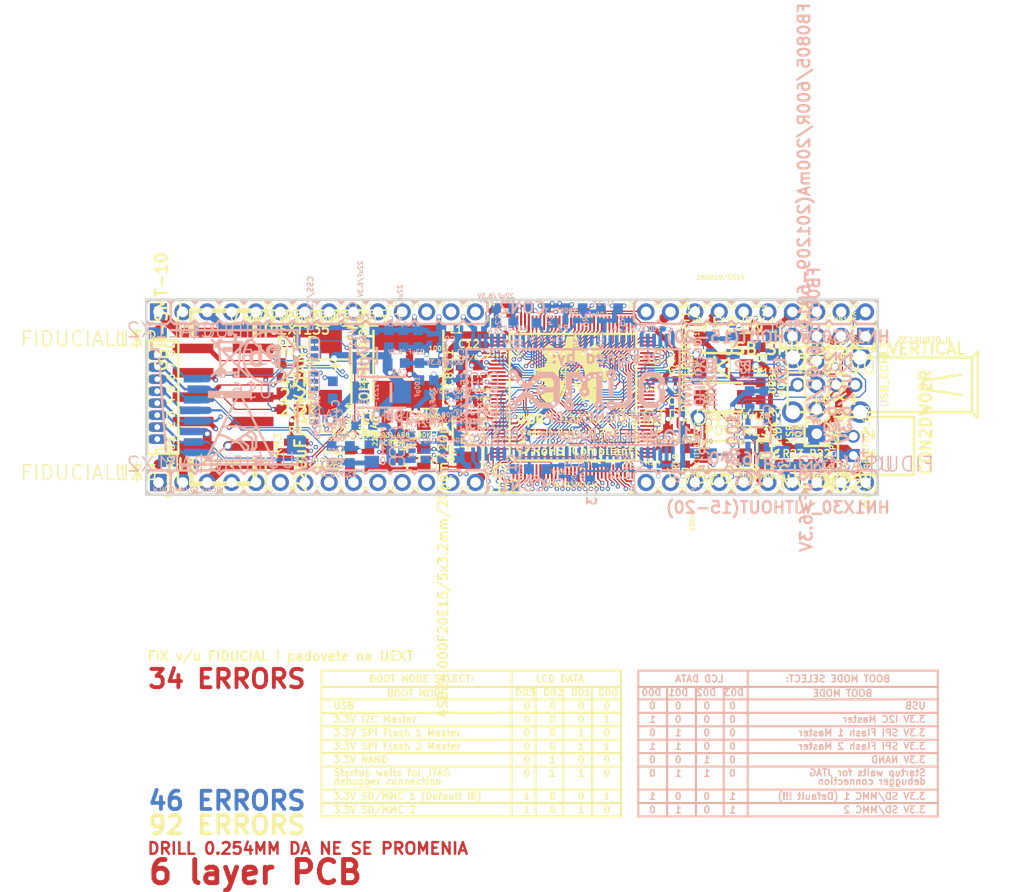
<source format=kicad_pcb>
(kicad_pcb (version 3) (host pcbnew "(22-Jun-2014 BZR 4027)-stable")
  (layers (15 Top signal) (4 Route2 signal) (3 Route3 signal) (2 Route14 signal) (1 Route15 signal) (0 Bottom signal) (18 B.Paste user) (19 F.Paste user) (20 B.SilkS user) (21 F.SilkS user) (22 B.Mask user) (23 F.Mask user) (28 Edge.Cuts user))
  (net 0 "")
  (net 1 +24V)
  (net 2 +5V)
  (net 3 /+5V_HOST_PWR)
  (net 4 /A0)
  (net 5 /A1)
  (net 6 /A10)
  (net 7 /A11)
  (net 8 /A12)
  (net 9 /A2)
  (net 10 /A3)
  (net 11 /A4)
  (net 12 /A5)
  (net 13 /A6)
  (net 14 /A7)
  (net 15 /A8)
  (net 16 /A9)
  (net 17 /AUART1_RXD)
  (net 18 /AUART1_TXD)
  (net 19 /BA0)
  (net 20 /BA1)
  (net 21 /CASN)
  (net 22 /CKE)
  (net 23 /CLK)
  (net 24 /CLKN)
  (net 25 /CS)
  (net 26 /CS_UEXT)
  (net 27 /CS_UEXT_GPIO)
  (net 28 /D0)
  (net 29 /D1)
  (net 30 /D10)
  (net 31 /D11)
  (net 32 /D12)
  (net 33 /D13)
  (net 34 /D14)
  (net 35 /D15)
  (net 36 /D2)
  (net 37 /D3)
  (net 38 /D4)
  (net 39 /D5)
  (net 40 /D6)
  (net 41 /D7)
  (net 42 /D8)
  (net 43 /D9)
  (net 44 /DCDC_VDDA)
  (net 45 /DCDC_VDDD)
  (net 46 /DEBUG)
  (net 47 /DQM0)
  (net 48 /DQM1)
  (net 49 /DQS0)
  (net 50 /DQS1)
  (net 51 /HPL)
  (net 52 /HPR)
  (net 53 /HP_VGND)
  (net 54 /I2C_SCL)
  (net 55 /I2C_SDA)
  (net 56 /LED1)
  (net 57 /LIN1_INL)
  (net 58 /LIN1_INR)
  (net 59 /N$1)
  (net 60 /N$101)
  (net 61 /N$103)
  (net 62 /N$104)
  (net 63 /N$105)
  (net 64 /N$11)
  (net 65 /N$18)
  (net 66 /N$19)
  (net 67 /N$25)
  (net 68 /N$266)
  (net 69 /N$3)
  (net 70 /N$38)
  (net 71 /N$42)
  (net 72 /N$43)
  (net 73 /N$6)
  (net 74 /N$7)
  (net 75 /N$9)
  (net 76 /PIN1/LCD_D00)
  (net 77 /PIN10/LCD_D09)
  (net 78 /PIN11/LCD_D10)
  (net 79 /PIN12/LCD_D11)
  (net 80 /PIN13/LCD_D12)
  (net 81 /PIN14/LCD_D13)
  (net 82 /PIN15/LCD_D14)
  (net 83 /PIN16/LCD_D15)
  (net 84 /PIN17/LCD_D16)
  (net 85 /PIN18/LCD_D17/USB_EN)
  (net 86 /PIN19/LCD_DOTCLK)
  (net 87 /PIN2/LCD_D01)
  (net 88 /PIN20/LCD_VSYNC)
  (net 89 /PIN21/LCD_HSYNC/I2C_SDA)
  (net 90 /PIN22/LCD_EN/I2C_SCL)
  (net 91 /PIN23/LCD_DISP)
  (net 92 /PIN24/LCD_WR)
  (net 93 /PIN25/LCD_RS)
  (net 94 /PIN26/LCD_CS)
  (net 95 /PIN27/PWM2)
  (net 96 /PIN28/SOFT_SDA)
  (net 97 /PIN29/SOFT_SCL)
  (net 98 /PIN3/LCD_D02)
  (net 99 /PIN30)
  (net 100 /PIN31)
  (net 101 /PIN32/LRADC1)
  (net 102 /PIN33/LRADC0)
  (net 103 /PIN34/MIC)
  (net 104 /PIN4/LCD_D03)
  (net 105 /PIN5/LCD_D04)
  (net 106 /PIN6/LCD_D05)
  (net 107 /PIN7/LCD_D06)
  (net 108 /PIN8/LCD_D07)
  (net 109 /PIN9/LCD_D08/SSP2_MISO)
  (net 110 /PSWITCH)
  (net 111 /PWM0/DUART_RXD)
  (net 112 /PWM1/DUART_TXD)
  (net 113 /RASN)
  (net 114 /RESET)
  (net 115 /SD_VCC)
  (net 116 /SJTAG_PSW)
  (net 117 /SSP1_CMD)
  (net 118 /SSP1_DATA0)
  (net 119 /SSP1_DATA1)
  (net 120 /SSP1_DATA2)
  (net 121 /SSP1_DATA3)
  (net 122 /SSP1_SCK)
  (net 123 /SSP2_MOSI)
  (net 124 /SSP2_SCK)
  (net 125 /USB_DM)
  (net 126 /USB_DP)
  (net 127 /VDAC1)
  (net 128 /VDD4P2)
  (net 129 /VDDXTAL)
  (net 130 /WEN)
  (net 131 /XTALI)
  (net 132 /XTALO)
  (net 133 GND)
  (net 134 V+)
  (net 135 VCC)
  (net 136 VPP)
  (module TQFP128LD (layer Top) (at 82.55 50.038)
    (fp_text reference U2 (at -5.334 8.636) (layer F.SilkS) (effects (font (size 1.235 1.235) (thickness 0.247)) (justify right top)))
    (fp_text value MCIMX233CAG4C (at -3.1 9.4) (layer F.SilkS) (effects (font (size 0.475 0.475) (thickness 0.095)) (justify left bottom)))
    (pad 1 smd rect (at -6.2 7.75) (size 0.2 1.5) (layers Top F.Paste F.Mask) (net 45 /DCDC_VDDD))
    (pad 2 smd rect (at -5.8 7.75) (size 0.2 1.5) (layers Top F.Paste F.Mask) (net 76 /PIN1/LCD_D00))
    (pad 3 smd rect (at -5.4 7.75) (size 0.2 1.5) (layers Top F.Paste F.Mask) (net 87 /PIN2/LCD_D01))
    (pad 4 smd rect (at -5 7.75) (size 0.2 1.5) (layers Top F.Paste F.Mask) (net 98 /PIN3/LCD_D02))
    (pad 5 smd rect (at -4.6 7.75) (size 0.2 1.5) (layers Top F.Paste F.Mask) (net 104 /PIN4/LCD_D03))
    (pad 6 smd rect (at -4.2 7.75) (size 0.2 1.5) (layers Top F.Paste F.Mask) (net 105 /PIN5/LCD_D04))
    (pad 7 smd rect (at -3.8 7.75) (size 0.2 1.5) (layers Top F.Paste F.Mask) (net 106 /PIN6/LCD_D05))
    (pad 8 smd rect (at -3.4 7.75) (size 0.2 1.5) (layers Top F.Paste F.Mask) (net 107 /PIN7/LCD_D06))
    (pad 9 smd rect (at -3 7.75) (size 0.2 1.5) (layers Top F.Paste F.Mask) (net 108 /PIN8/LCD_D07))
    (pad 10 smd rect (at -2.6 7.75) (size 0.2 1.5) (layers Top F.Paste F.Mask) (net 94 /PIN26/LCD_CS))
    (pad 11 smd rect (at -2.2 7.75) (size 0.2 1.5) (layers Top F.Paste F.Mask) (net 90 /PIN22/LCD_EN/I2C_SCL))
    (pad 12 smd rect (at -1.8 7.75) (size 0.2 1.5) (layers Top F.Paste F.Mask) (net 91 /PIN23/LCD_DISP))
    (pad 13 smd rect (at -1.4 7.75) (size 0.2 1.5) (layers Top F.Paste F.Mask) (net 92 /PIN24/LCD_WR))
    (pad 14 smd rect (at -1 7.75) (size 0.2 1.5) (layers Top F.Paste F.Mask) (net 93 /PIN25/LCD_RS))
    (pad 15 smd rect (at -0.6 7.75) (size 0.2 1.5) (layers Top F.Paste F.Mask) (net 89 /PIN21/LCD_HSYNC/I2C_SDA))
    (pad 16 smd rect (at -0.2 7.75) (size 0.2 1.5) (layers Top F.Paste F.Mask) (net 88 /PIN20/LCD_VSYNC))
    (pad 17 smd rect (at 0.2 7.75) (size 0.2 1.5) (layers Top F.Paste F.Mask) (net 86 /PIN19/LCD_DOTCLK))
    (pad 18 smd rect (at 0.6 7.75) (size 0.2 1.5) (layers Top F.Paste F.Mask) (net 135 VCC))
    (pad 19 smd rect (at 1 7.75) (size 0.2 1.5) (layers Top F.Paste F.Mask) (net 84 /PIN17/LCD_D16))
    (pad 20 smd rect (at 1.4 7.75) (size 0.2 1.5) (layers Top F.Paste F.Mask) (net 85 /PIN18/LCD_D17/USB_EN))
    (pad 21 smd rect (at 1.8 7.75) (size 0.2 1.5) (layers Top F.Paste F.Mask) (net 123 /SSP2_MOSI))
    (pad 22 smd rect (at 2.2 7.75) (size 0.2 1.5) (layers Top F.Paste F.Mask) (net 109 /PIN9/LCD_D08/SSP2_MISO))
    (pad 23 smd rect (at 2.6 7.75) (size 0.2 1.5) (layers Top F.Paste F.Mask) (net 77 /PIN10/LCD_D09))
    (pad 24 smd rect (at 3 7.75) (size 0.2 1.5) (layers Top F.Paste F.Mask) (net 78 /PIN11/LCD_D10))
    (pad 25 smd rect (at 3.4 7.75) (size 0.2 1.5) (layers Top F.Paste F.Mask) (net 79 /PIN12/LCD_D11))
    (pad 26 smd rect (at 3.8 7.75) (size 0.2 1.5) (layers Top F.Paste F.Mask) (net 81 /PIN14/LCD_D13))
    (pad 27 smd rect (at 4.2 7.75) (size 0.2 1.5) (layers Top F.Paste F.Mask) (net 80 /PIN13/LCD_D12))
    (pad 28 smd rect (at 4.6 7.75) (size 0.2 1.5) (layers Top F.Paste F.Mask) (net 83 /PIN16/LCD_D15))
    (pad 29 smd rect (at 5 7.75) (size 0.2 1.5) (layers Top F.Paste F.Mask) (net 82 /PIN15/LCD_D14))
    (pad 30 smd rect (at 5.4 7.75) (size 0.2 1.5) (layers Top F.Paste F.Mask) (net 133 GND))
    (pad 31 smd rect (at 5.8 7.75) (size 0.2 1.5) (layers Top F.Paste F.Mask) (net 96 /PIN28/SOFT_SDA))
    (pad 32 smd rect (at 6.2 7.75) (size 0.2 1.5) (layers Top F.Paste F.Mask) (net 26 /CS_UEXT))
    (pad 33 smd rect (at 7.75 6.2 90) (size 0.2 1.5) (layers Top F.Paste F.Mask) (net 124 /SSP2_SCK))
    (pad 34 smd rect (at 7.75 5.8 90) (size 0.2 1.5) (layers Top F.Paste F.Mask) (net 97 /PIN29/SOFT_SCL))
    (pad 35 smd rect (at 7.75 5.4 90) (size 0.2 1.5) (layers Top F.Paste F.Mask) (net 133 GND))
    (pad 36 smd rect (at 7.75 5 90) (size 0.2 1.5) (layers Top F.Paste F.Mask) (net 23 /CLK))
    (pad 37 smd rect (at 7.75 4.6 90) (size 0.2 1.5) (layers Top F.Paste F.Mask) (net 24 /CLKN))
    (pad 38 smd rect (at 7.75 4.2 90) (size 0.2 1.5) (layers Top F.Paste F.Mask) (net 134 V+))
    (pad 39 smd rect (at 7.75 3.8 90) (size 0.2 1.5) (layers Top F.Paste F.Mask) (net 49 /DQS0))
    (pad 40 smd rect (at 7.75 3.4 90) (size 0.2 1.5) (layers Top F.Paste F.Mask) (net 50 /DQS1))
    (pad 41 smd rect (at 7.75 3 90) (size 0.2 1.5) (layers Top F.Paste F.Mask) (net 28 /D0))
    (pad 42 smd rect (at 7.75 2.6 90) (size 0.2 1.5) (layers Top F.Paste F.Mask) (net 36 /D2))
    (pad 43 smd rect (at 7.75 2.2 90) (size 0.2 1.5) (layers Top F.Paste F.Mask) (net 29 /D1))
    (pad 44 smd rect (at 7.75 1.8 90) (size 0.2 1.5) (layers Top F.Paste F.Mask) (net 37 /D3))
    (pad 45 smd rect (at 7.75 1.4 90) (size 0.2 1.5) (layers Top F.Paste F.Mask) (net 134 V+))
    (pad 46 smd rect (at 7.75 1 90) (size 0.2 1.5) (layers Top F.Paste F.Mask) (net 47 /DQM0))
    (pad 47 smd rect (at 7.75 0.6 90) (size 0.2 1.5) (layers Top F.Paste F.Mask) (net 38 /D4))
    (pad 48 smd rect (at 7.75 0.2 90) (size 0.2 1.5) (layers Top F.Paste F.Mask) (net 39 /D5))
    (pad 49 smd rect (at 7.75 -0.2 90) (size 0.2 1.5) (layers Top F.Paste F.Mask) (net 40 /D6))
    (pad 50 smd rect (at 7.75 -0.6 90) (size 0.2 1.5) (layers Top F.Paste F.Mask) (net 41 /D7))
    (pad 51 smd rect (at 7.75 -1 90) (size 0.2 1.5) (layers Top F.Paste F.Mask) (net 42 /D8))
    (pad 52 smd rect (at 7.75 -1.4 90) (size 0.2 1.5) (layers Top F.Paste F.Mask) (net 43 /D9))
    (pad 53 smd rect (at 7.75 -1.8 90) (size 0.2 1.5) (layers Top F.Paste F.Mask) (net 134 V+))
    (pad 54 smd rect (at 7.75 -2.2 90) (size 0.2 1.5) (layers Top F.Paste F.Mask) (net 30 /D10))
    (pad 55 smd rect (at 7.75 -2.6 90) (size 0.2 1.5) (layers Top F.Paste F.Mask) (net 31 /D11))
    (pad 56 smd rect (at 7.75 -3 90) (size 0.2 1.5) (layers Top F.Paste F.Mask) (net 48 /DQM1))
    (pad 57 smd rect (at 7.75 -3.4 90) (size 0.2 1.5) (layers Top F.Paste F.Mask) (net 32 /D12))
    (pad 58 smd rect (at 7.75 -3.8 90) (size 0.2 1.5) (layers Top F.Paste F.Mask) (net 33 /D13))
    (pad 59 smd rect (at 7.75 -4.2 90) (size 0.2 1.5) (layers Top F.Paste F.Mask) (net 35 /D15))
    (pad 60 smd rect (at 7.75 -4.6 90) (size 0.2 1.5) (layers Top F.Paste F.Mask) (net 34 /D14))
    (pad 61 smd rect (at 7.75 -5 90) (size 0.2 1.5) (layers Top F.Paste F.Mask) (net 21 /CASN))
    (pad 62 smd rect (at 7.75 -5.4 90) (size 0.2 1.5) (layers Top F.Paste F.Mask) (net 113 /RASN))
    (pad 63 smd rect (at 7.75 -5.8 90) (size 0.2 1.5) (layers Top F.Paste F.Mask) (net 25 /CS))
    (pad 64 smd rect (at 7.75 -6.2 90) (size 0.2 1.5) (layers Top F.Paste F.Mask) (net 8 /A12))
    (pad 65 smd rect (at 6.2 -7.75 180) (size 0.2 1.5) (layers Top F.Paste F.Mask) (net 7 /A11))
    (pad 66 smd rect (at 5.8 -7.75 180) (size 0.2 1.5) (layers Top F.Paste F.Mask) (net 6 /A10))
    (pad 67 smd rect (at 5.4 -7.75 180) (size 0.2 1.5) (layers Top F.Paste F.Mask) (net 16 /A9))
    (pad 68 smd rect (at 5 -7.75 180) (size 0.2 1.5) (layers Top F.Paste F.Mask) (net 15 /A8))
    (pad 69 smd rect (at 4.6 -7.75 180) (size 0.2 1.5) (layers Top F.Paste F.Mask) (net 14 /A7))
    (pad 70 smd rect (at 4.2 -7.75 180) (size 0.2 1.5) (layers Top F.Paste F.Mask) (net 13 /A6))
    (pad 71 smd rect (at 3.8 -7.75 180) (size 0.2 1.5) (layers Top F.Paste F.Mask) (net 12 /A5))
    (pad 72 smd rect (at 3.4 -7.75 180) (size 0.2 1.5) (layers Top F.Paste F.Mask) (net 11 /A4))
    (pad 73 smd rect (at 3 -7.75 180) (size 0.2 1.5) (layers Top F.Paste F.Mask) (net 10 /A3))
    (pad 74 smd rect (at 2.6 -7.75 180) (size 0.2 1.5) (layers Top F.Paste F.Mask) (net 9 /A2))
    (pad 75 smd rect (at 2.2 -7.75 180) (size 0.2 1.5) (layers Top F.Paste F.Mask) (net 5 /A1))
    (pad 76 smd rect (at 1.8 -7.75 180) (size 0.2 1.5) (layers Top F.Paste F.Mask) (net 4 /A0))
    (pad 77 smd rect (at 1.4 -7.75 180) (size 0.2 1.5) (layers Top F.Paste F.Mask) (net 130 /WEN))
    (pad 78 smd rect (at 1 -7.75 180) (size 0.2 1.5) (layers Top F.Paste F.Mask) (net 22 /CKE))
    (pad 79 smd rect (at 0.6 -7.75 180) (size 0.2 1.5) (layers Top F.Paste F.Mask) (net 19 /BA0))
    (pad 80 smd rect (at 0.2 -7.75 180) (size 0.2 1.5) (layers Top F.Paste F.Mask) (net 20 /BA1))
    (pad 81 smd rect (at -0.2 -7.75 180) (size 0.2 1.5) (layers Top F.Paste F.Mask) (net 99 /PIN30))
    (pad 82 smd rect (at -0.6 -7.75 180) (size 0.2 1.5) (layers Top F.Paste F.Mask) (net 100 /PIN31))
    (pad 83 smd rect (at -1 -7.75 180) (size 0.2 1.5) (layers Top F.Paste F.Mask) (net 117 /SSP1_CMD))
    (pad 84 smd rect (at -1.4 -7.75 180) (size 0.2 1.5) (layers Top F.Paste F.Mask) (net 118 /SSP1_DATA0))
    (pad 85 smd rect (at -1.8 -7.75 180) (size 0.2 1.5) (layers Top F.Paste F.Mask) (net 119 /SSP1_DATA1))
    (pad 86 smd rect (at -2.2 -7.75 180) (size 0.2 1.5) (layers Top F.Paste F.Mask) (net 120 /SSP1_DATA2))
    (pad 87 smd rect (at -2.6 -7.75 180) (size 0.2 1.5) (layers Top F.Paste F.Mask) (net 121 /SSP1_DATA3))
    (pad 88 smd rect (at -3 -7.75 180) (size 0.2 1.5) (layers Top F.Paste F.Mask) (net 56 /LED1))
    (pad 89 smd rect (at -3.4 -7.75 180) (size 0.2 1.5) (layers Top F.Paste F.Mask) (net 46 /DEBUG))
    (pad 90 smd rect (at -3.8 -7.75 180) (size 0.2 1.5) (layers Top F.Paste F.Mask) (net 122 /SSP1_SCK))
    (pad 91 smd rect (at -4.2 -7.75 180) (size 0.2 1.5) (layers Top F.Paste F.Mask) (net 95 /PIN27/PWM2))
    (pad 92 smd rect (at -4.6 -7.75 180) (size 0.2 1.5) (layers Top F.Paste F.Mask) (net 135 VCC))
    (pad 93 smd rect (at -5 -7.75 180) (size 0.2 1.5) (layers Top F.Paste F.Mask) (net 45 /DCDC_VDDD))
    (pad 94 smd rect (at -5.4 -7.75 180) (size 0.2 1.5) (layers Top F.Paste F.Mask) (net 45 /DCDC_VDDD))
    (pad 95 smd rect (at -5.8 -7.75 180) (size 0.2 1.5) (layers Top F.Paste F.Mask) (net 135 VCC))
    (pad 96 smd rect (at -6.2 -7.75 180) (size 0.2 1.5) (layers Top F.Paste F.Mask) (net 44 /DCDC_VDDA))
    (pad 97 smd rect (at -7.75 -6.2 270) (size 0.2 1.5) (layers Top F.Paste F.Mask) (net 65 /N$18))
    (pad 98 smd rect (at -7.75 -5.8 270) (size 0.2 1.5) (layers Top F.Paste F.Mask) (net 133 GND))
    (pad 99 smd rect (at -7.75 -5.4 270) (size 0.2 1.5) (layers Top F.Paste F.Mask) (net 66 /N$19))
    (pad 100 smd rect (at -7.75 -5 270) (size 0.2 1.5) (layers Top F.Paste F.Mask) (net 1 +24V))
    (pad 101 smd rect (at -7.75 -4.6 270) (size 0.2 1.5) (layers Top F.Paste F.Mask) (net 128 /VDD4P2))
    (pad 102 smd rect (at -7.75 -4.2 270) (size 0.2 1.5) (layers Top F.Paste F.Mask) (net 2 +5V))
    (pad 103 smd rect (at -7.75 -3.8 270) (size 0.2 1.5) (layers Top F.Paste F.Mask) (net 1 +24V))
    (pad 104 smd rect (at -7.75 -3.4 270) (size 0.2 1.5) (layers Top F.Paste F.Mask) (net 127 /VDAC1))
    (pad 105 smd rect (at -7.75 -3 270) (size 0.2 1.5) (layers Top F.Paste F.Mask) (net 133 GND))
    (pad 106 smd rect (at -7.75 -2.6 270) (size 0.2 1.5) (layers Top F.Paste F.Mask) (net 134 V+))
    (pad 107 smd rect (at -7.75 -2.2 270) (size 0.2 1.5) (layers Top F.Paste F.Mask) (net 101 /PIN32/LRADC1))
    (pad 108 smd rect (at -7.75 -1.8 270) (size 0.2 1.5) (layers Top F.Paste F.Mask) (net 102 /PIN33/LRADC0))
    (pad 109 smd rect (at -7.75 -1.4 270) (size 0.2 1.5) (layers Top F.Paste F.Mask) (net 52 /HPR))
    (pad 110 smd rect (at -7.75 -1 270) (size 0.2 1.5) (layers Top F.Paste F.Mask) (net 44 /DCDC_VDDA))
    (pad 111 smd rect (at -7.75 -0.6 270) (size 0.2 1.5) (layers Top F.Paste F.Mask) (net 53 /HP_VGND))
    (pad 112 smd rect (at -7.75 -0.2 270) (size 0.2 1.5) (layers Top F.Paste F.Mask) (net 133 GND))
    (pad 113 smd rect (at -7.75 0.2 270) (size 0.2 1.5) (layers Top F.Paste F.Mask) (net 51 /HPL))
    (pad 114 smd rect (at -7.75 0.6 270) (size 0.2 1.5) (layers Top F.Paste F.Mask) (net 58 /LIN1_INR))
    (pad 115 smd rect (at -7.75 1 270) (size 0.2 1.5) (layers Top F.Paste F.Mask) (net 57 /LIN1_INL))
    (pad 116 smd rect (at -7.75 1.4 270) (size 0.2 1.5) (layers Top F.Paste F.Mask) (net 103 /PIN34/MIC))
    (pad 117 smd rect (at -7.75 1.8 270) (size 0.2 1.5) (layers Top F.Paste F.Mask) (net 67 /N$25))
    (pad 118 smd rect (at -7.75 2.2 270) (size 0.2 1.5) (layers Top F.Paste F.Mask) (net 133 GND))
    (pad 119 smd rect (at -7.75 2.6 270) (size 0.2 1.5) (layers Top F.Paste F.Mask) (net 110 /PSWITCH))
    (pad 120 smd rect (at -7.75 3 270) (size 0.2 1.5) (layers Top F.Paste F.Mask) (net 129 /VDDXTAL))
    (pad 121 smd rect (at -7.75 3.4 270) (size 0.2 1.5) (layers Top F.Paste F.Mask) (net 132 /XTALO))
    (pad 122 smd rect (at -7.75 3.8 270) (size 0.2 1.5) (layers Top F.Paste F.Mask) (net 131 /XTALI))
    (pad 123 smd rect (at -7.75 4.2 270) (size 0.2 1.5) (layers Top F.Paste F.Mask) (net 125 /USB_DM))
    (pad 124 smd rect (at -7.75 4.6 270) (size 0.2 1.5) (layers Top F.Paste F.Mask) (net 126 /USB_DP))
    (pad 125 smd rect (at -7.75 5 270) (size 0.2 1.5) (layers Top F.Paste F.Mask) (net 111 /PWM0/DUART_RXD))
    (pad 126 smd rect (at -7.75 5.4 270) (size 0.2 1.5) (layers Top F.Paste F.Mask) (net 112 /PWM1/DUART_TXD))
    (pad 127 smd rect (at -7.75 5.8 270) (size 0.2 1.5) (layers Top F.Paste F.Mask) (net 18 /AUART1_TXD))
    (pad 128 smd rect (at -7.75 6.2 270) (size 0.2 1.5) (layers Top F.Paste F.Mask) (net 17 /AUART1_RXD))
  )
  (module C0603_DWS (layer Bottom) (at 76.454 58.42 90)
    (fp_text reference C1 (at 0.47 -0.839 90) (layer B.SilkS) (effects (font (size 0.95 0.95) (thickness 0.19)) (justify right top mirror)))
    (fp_text value 22uF/6.3V (at 3.7 0.9 90) (layer B.SilkS) (effects (font (size 0.475 0.475) (thickness 0.095)) (justify left bottom mirror)))
    (pad 1 smd rect (at -0.889 0 90) (size 1.016 1.016) (layers Bottom B.Paste B.Mask) (net 133 GND))
    (pad 2 smd rect (at 0.889 0 90) (size 1.016 1.016) (layers Bottom B.Paste B.Mask) (net 45 /DCDC_VDDD))
  )
  (module C0603_DWS (layer Bottom) (at 75.438 40.767)
    (fp_text reference C2 (at -0.3048 0.5334 270) (layer B.SilkS) (effects (font (size 0.57912 0.57912) (thickness 0.115824)) (justify left bottom mirror)))
    (fp_text value 22uF/6.3V (at 3.7 0) (layer B.SilkS) (effects (font (size 0.475 0.475) (thickness 0.095)) (justify right top mirror)))
    (pad 1 smd rect (at -0.889 0) (size 1.016 1.016) (layers Bottom B.Paste B.Mask) (net 133 GND))
    (pad 2 smd rect (at 0.889 0) (size 1.016 1.016) (layers Bottom B.Paste B.Mask) (net 45 /DCDC_VDDD))
  )
  (module C0603_DWS (layer Bottom) (at 83.439 58.674)
    (fp_text reference C3 (at 1.651 0.651 270) (layer B.SilkS) (effects (font (size 0.95 0.95) (thickness 0.19)) (justify left bottom mirror)))
    (fp_text value 22uF/6.3V (at -0.2 1.1 270) (layer B.SilkS) (effects (font (size 0.475 0.475) (thickness 0.095)) (justify right top mirror)))
    (pad 1 smd rect (at -0.889 0) (size 1.016 1.016) (layers Bottom B.Paste B.Mask) (net 133 GND))
    (pad 2 smd rect (at 0.889 0) (size 1.016 1.016) (layers Bottom B.Paste B.Mask) (net 135 VCC))
  )
  (module C0603_DWS (layer Bottom) (at 78.867 40.767 180)
    (fp_text reference C4 (at -1.6002 -0.635 270) (layer B.SilkS) (effects (font (size 0.57912 0.57912) (thickness 0.115824)) (justify left bottom mirror)))
    (fp_text value 22uF/6.3V (at 2.4 1 360) (layer B.SilkS) (effects (font (size 0.475 0.475) (thickness 0.095)) (justify left bottom mirror)))
    (pad 1 smd rect (at -0.889 0 180) (size 1.016 1.016) (layers Bottom B.Paste B.Mask) (net 133 GND))
    (pad 2 smd rect (at 0.889 0 180) (size 1.016 1.016) (layers Bottom B.Paste B.Mask) (net 135 VCC))
  )
  (module C0603_DWS (layer Top) (at 93.345 53.34 180)
    (fp_text reference C5 (at 1.4605 -0.5715 450) (layer F.SilkS) (effects (font (size 0.7239 0.7239) (thickness 0.14478)) (justify left bottom)))
    (fp_text value 22uF/6.3V (at 3.4 -1.5 360) (layer F.SilkS) (effects (font (size 0.475 0.475) (thickness 0.095)) (justify left bottom)))
    (pad 1 smd rect (at -0.889 0 180) (size 1.016 1.016) (layers Top F.Paste F.Mask) (net 133 GND))
    (pad 2 smd rect (at 0.889 0 180) (size 1.016 1.016) (layers Top F.Paste F.Mask) (net 134 V+))
  )
  (module C0402_TI (layer Top) (at 92.964 51.435 180)
    (fp_text reference C6 (at 0.635 0.508 360) (layer F.SilkS) (effects (font (size 0.77216 0.77216) (thickness 0.154432)) (justify left bottom)))
    (fp_text value 100nF (at 1.4 -0.7 360) (layer F.SilkS) (effects (font (size 0.475 0.475) (thickness 0.095)) (justify right top)))
    (pad 1 smd rect (at -0.508 0 180) (size 0.6096 0.5842) (layers Top F.Paste F.Mask) (net 133 GND))
    (pad 2 smd rect (at 0.508 0 180) (size 0.6096 0.5842) (layers Top F.Paste F.Mask) (net 134 V+))
  )
  (module C0402_TI (layer Top) (at 92.71 48.133 180)
    (fp_text reference C7 (at 0.381 0.508 360) (layer F.SilkS) (effects (font (size 0.77216 0.77216) (thickness 0.154432)) (justify left bottom)))
    (fp_text value 100nF (at 1.3 -0.8 360) (layer F.SilkS) (effects (font (size 0.475 0.475) (thickness 0.095)) (justify right top)))
    (pad 1 smd rect (at -0.508 0 180) (size 0.6096 0.5842) (layers Top F.Paste F.Mask) (net 133 GND))
    (pad 2 smd rect (at 0.508 0 180) (size 0.6096 0.5842) (layers Top F.Paste F.Mask) (net 134 V+))
  )
  (module C0603_DWS (layer Top) (at 71.755 48.26)
    (fp_text reference C8 (at -1.651 0.762 90) (layer F.SilkS) (effects (font (size 0.77216 0.77216) (thickness 0.154432)) (justify left bottom)))
    (fp_text value 22uF/6.3V (at -1.8 -2.1) (layer F.SilkS) (effects (font (size 0.475 0.475) (thickness 0.095)) (justify left bottom)))
    (pad 1 smd rect (at -0.889 0) (size 1.016 1.016) (layers Top F.Paste F.Mask) (net 133 GND))
    (pad 2 smd rect (at 0.889 0) (size 1.016 1.016) (layers Top F.Paste F.Mask) (net 134 V+))
  )
  (module C0603_DWS (layer Bottom) (at 69.723 43.053)
    (fp_text reference C9 (at -0.6144 0.6128) (layer B.SilkS) (effects (font (size 0.57912 0.57912) (thickness 0.115824)) (justify right top mirror)))
    (fp_text value 22uF/6.3V (at 3 -3.4) (layer B.SilkS) (effects (font (size 0.475 0.475) (thickness 0.095)) (justify right top mirror)))
    (pad 1 smd rect (at -0.889 0) (size 1.016 1.016) (layers Bottom B.Paste B.Mask) (net 133 GND))
    (pad 2 smd rect (at 0.889 0) (size 1.016 1.016) (layers Bottom B.Paste B.Mask) (net 128 /VDD4P2))
  )
  (module C0603_DWS (layer Bottom) (at 69.723 44.831)
    (fp_text reference C10 (at 1.5026 0.0196 270) (layer B.SilkS) (effects (font (size 0.57912 0.57912) (thickness 0.115824)) (justify left bottom mirror)))
    (fp_text value 22uF/6.3V (at -2.5 1.3) (layer B.SilkS) (effects (font (size 0.475 0.475) (thickness 0.095)) (justify right top mirror)))
    (pad 1 smd rect (at -0.889 0) (size 1.016 1.016) (layers Bottom B.Paste B.Mask) (net 133 GND))
    (pad 2 smd rect (at 0.889 0) (size 1.016 1.016) (layers Bottom B.Paste B.Mask) (net 128 /VDD4P2))
  )
  (module C0603_DWS (layer Top) (at 71.755 46.736)
    (fp_text reference C11 (at -1.651 0.635 90) (layer F.SilkS) (effects (font (size 0.77216 0.77216) (thickness 0.154432)) (justify left bottom)))
    (fp_text value 22uF/6.3V (at 1.73 -0.86) (layer F.SilkS) (effects (font (size 0.475 0.475) (thickness 0.095)) (justify left bottom)))
    (pad 1 smd rect (at -0.889 0) (size 1.016 1.016) (layers Top F.Paste F.Mask) (net 133 GND))
    (pad 2 smd rect (at 0.889 0) (size 1.016 1.016) (layers Top F.Paste F.Mask) (net 2 +5V))
  )
  (module C0402_TI (layer Top) (at 71.501 45.5295)
    (fp_text reference C12 (at -1.016 -0.5715) (layer F.SilkS) (effects (font (size 0.77216 0.77216) (thickness 0.154432)) (justify left bottom)))
    (fp_text value 100nF (at -1.73 -0.84) (layer F.SilkS) (effects (font (size 0.475 0.475) (thickness 0.095)) (justify right top)))
    (pad 1 smd rect (at -0.508 0) (size 0.6096 0.5842) (layers Top F.Paste F.Mask) (net 133 GND))
    (pad 2 smd rect (at 0.508 0) (size 0.6096 0.5842) (layers Top F.Paste F.Mask) (net 2 +5V))
  )
  (module C0603_DWS (layer Bottom) (at 75.438 42.291)
    (fp_text reference C13 (at 1.651 0.889 270) (layer B.SilkS) (effects (font (size 0.57912 0.57912) (thickness 0.115824)) (justify left bottom mirror)))
    (fp_text value 22uF/6.3V (at 2.4 1.4) (layer B.SilkS) (effects (font (size 0.475 0.475) (thickness 0.095)) (justify right top mirror)))
    (pad 1 smd rect (at -0.889 0) (size 1.016 1.016) (layers Bottom B.Paste B.Mask) (net 133 GND))
    (pad 2 smd rect (at 0.889 0) (size 1.016 1.016) (layers Bottom B.Paste B.Mask) (net 45 /DCDC_VDDD))
  )
  (module C0402_TI (layer Bottom) (at 72.771 42.926)
    (fp_text reference C14 (at 0.7998 -0.1286) (layer B.SilkS) (effects (font (size 0.57912 0.57912) (thickness 0.115824)) (justify right top mirror)))
    (fp_text value 100nF (at 2.4 1.1) (layer B.SilkS) (effects (font (size 0.475 0.475) (thickness 0.095)) (justify right top mirror)))
    (pad 1 smd rect (at -0.508 0) (size 0.6096 0.5842) (layers Bottom B.Paste B.Mask) (net 133 GND))
    (pad 2 smd rect (at 0.508 0) (size 0.6096 0.5842) (layers Bottom B.Paste B.Mask) (net 45 /DCDC_VDDD))
  )
  (module C0603_DWS (layer Bottom) (at 64.897 43.942 270)
    (fp_text reference C15 (at 3.302 -7.874 450) (layer B.SilkS) (effects (font (size 0.77216 0.77216) (thickness 0.154432)) (justify left bottom mirror)))
    (fp_text value 22uF/6.3V (at -2.035 3.005 540) (layer B.SilkS) (effects (font (size 0.475 0.475) (thickness 0.095)) (justify left bottom mirror)))
    (pad 1 smd rect (at -0.889 0 270) (size 1.016 1.016) (layers Bottom B.Paste B.Mask) (net 133 GND))
    (pad 2 smd rect (at 0.889 0 270) (size 1.016 1.016) (layers Bottom B.Paste B.Mask) (net 135 VCC))
  )
  (module C0402_TI (layer Bottom) (at 67.6275 43.942 270)
    (fp_text reference C16 (at 3.302 -7.1755 450) (layer B.SilkS) (effects (font (size 0.77216 0.77216) (thickness 0.154432)) (justify left bottom mirror)))
    (fp_text value 100nF (at 1.02 -1.91 450) (layer B.SilkS) (effects (font (size 0.475 0.475) (thickness 0.095)) (justify left bottom mirror)))
    (pad 1 smd rect (at -0.508 0 270) (size 0.6096 0.5842) (layers Bottom B.Paste B.Mask) (net 133 GND))
    (pad 2 smd rect (at 0.508 0 270) (size 0.6096 0.5842) (layers Bottom B.Paste B.Mask) (net 135 VCC))
  )
  (module C0603_DWS (layer Bottom) (at 69.596 47.371 270)
    (fp_text reference C26 (at 2.286 -4.191 450) (layer B.SilkS) (effects (font (size 0.77216 0.77216) (thickness 0.154432)) (justify left bottom mirror)))
    (fp_text value 22uF/6.3V (at 1.67 1.34 450) (layer B.SilkS) (effects (font (size 0.475 0.475) (thickness 0.095)) (justify left bottom mirror)))
    (pad 1 smd rect (at -0.889 0 270) (size 1.016 1.016) (layers Bottom B.Paste B.Mask) (net 133 GND))
    (pad 2 smd rect (at 0.889 0 270) (size 1.016 1.016) (layers Bottom B.Paste B.Mask) (net 44 /DCDC_VDDA))
  )
  (module C0402_TI (layer Bottom) (at 70.8025 47.371 270)
    (fp_text reference C27 (at 2.286 -4.0005 450) (layer B.SilkS) (effects (font (size 0.77216 0.77216) (thickness 0.154432)) (justify left bottom mirror)))
    (fp_text value 100nF (at 1.4 -1 450) (layer B.SilkS) (effects (font (size 0.475 0.475) (thickness 0.095)) (justify left bottom mirror)))
    (pad 1 smd rect (at -0.508 0 270) (size 0.6096 0.5842) (layers Bottom B.Paste B.Mask) (net 133 GND))
    (pad 2 smd rect (at 0.508 0 270) (size 0.6096 0.5842) (layers Bottom B.Paste B.Mask) (net 44 /DCDC_VDDA))
  )
  (module C0603_DWS (layer Bottom) (at 70.612 50.673 90)
    (fp_text reference C29 (at -1.397 3.175 90) (layer B.SilkS) (effects (font (size 0.77216 0.77216) (thickness 0.154432)) (justify left bottom mirror)))
    (fp_text value 22uF/6.3V (at -2.13 -0.46 90) (layer B.SilkS) (effects (font (size 0.475 0.475) (thickness 0.095)) (justify right top mirror)))
    (pad 1 smd rect (at -0.889 0 90) (size 1.016 1.016) (layers Bottom B.Paste B.Mask) (net 133 GND))
    (pad 2 smd rect (at 0.889 0 90) (size 1.016 1.016) (layers Bottom B.Paste B.Mask) (net 1 +24V))
  )
  (module C0603_DWS (layer Bottom) (at 69.088 50.673 90)
    (fp_text reference C31 (at -1.397 3.683 90) (layer B.SilkS) (effects (font (size 0.77216 0.77216) (thickness 0.154432)) (justify left bottom mirror)))
    (fp_text value 22uF/6.3V (at -2.13 -1.46 90) (layer B.SilkS) (effects (font (size 0.475 0.475) (thickness 0.095)) (justify right top mirror)))
    (pad 1 smd rect (at -0.889 0 90) (size 1.016 1.016) (layers Bottom B.Paste B.Mask) (net 133 GND))
    (pad 2 smd rect (at 0.889 0 90) (size 1.016 1.016) (layers Bottom B.Paste B.Mask) (net 1 +24V))
  )
  (module C0603_DWS (layer Bottom) (at 68.072 47.371 270)
    (fp_text reference C32 (at 2.286 -4.699 450) (layer B.SilkS) (effects (font (size 0.77216 0.77216) (thickness 0.154432)) (justify left bottom mirror)))
    (fp_text value 22uF/6.3V (at 1.76 -0.03 540) (layer B.SilkS) (effects (font (size 0.475 0.475) (thickness 0.095)) (justify right top mirror)))
    (pad 1 smd rect (at -0.889 0 270) (size 1.016 1.016) (layers Bottom B.Paste B.Mask) (net 133 GND))
    (pad 2 smd rect (at 0.889 0 270) (size 1.016 1.016) (layers Bottom B.Paste B.Mask) (net 1 +24V))
  )
  (module C0603_DWS (layer Top) (at 69.088 56.388 270)
    (fp_text reference C36 (at 1.27 0.635 450) (layer F.SilkS) (effects (font (size 0.57912 0.57912) (thickness 0.115824)) (justify left bottom)))
    (fp_text value 10pF (at 1.859 -1.011 360) (layer F.SilkS) (effects (font (size 0.475 0.475) (thickness 0.095)) (justify right top)))
    (pad 1 smd rect (at -0.889 0 270) (size 1.016 1.016) (layers Top F.Paste F.Mask) (net 133 GND))
    (pad 2 smd rect (at 0.889 0 270) (size 1.016 1.016) (layers Top F.Paste F.Mask) (net 131 /XTALI))
  )
  (module C0603_DWS (layer Top) (at 69.088 53.086 90)
    (fp_text reference C37 (at -1.0795 -0.635 90) (layer F.SilkS) (effects (font (size 0.57912 0.57912) (thickness 0.115824)) (justify left bottom)))
    (fp_text value 10pF (at -1.8 0.6 90) (layer F.SilkS) (effects (font (size 0.475 0.475) (thickness 0.095)) (justify right top)))
    (pad 1 smd rect (at -0.889 0 90) (size 1.016 1.016) (layers Top F.Paste F.Mask) (net 133 GND))
    (pad 2 smd rect (at 0.889 0 90) (size 1.016 1.016) (layers Top F.Paste F.Mask) (net 132 /XTALO))
  )
  (module C0603_DWS (layer Top) (at 71.755 50.673)
    (fp_text reference C39 (at 2.159 1.016 90) (layer F.SilkS) (effects (font (size 0.57912 0.57912) (thickness 0.115824)) (justify left bottom)))
    (fp_text value 1uF (at -1.86 0.47 90) (layer F.SilkS) (effects (font (size 0.475 0.475) (thickness 0.095)) (justify left bottom)))
    (pad 1 smd rect (at -0.889 0) (size 1.016 1.016) (layers Top F.Paste F.Mask) (net 133 GND))
    (pad 2 smd rect (at 0.889 0) (size 1.016 1.016) (layers Top F.Paste F.Mask) (net 67 /N$25))
  )
  (module C0402_TI (layer Bottom) (at 70.231 52.7685)
    (fp_text reference C35 (at 1.27 -0.4445) (layer B.SilkS) (effects (font (size 0.95 0.95) (thickness 0.19)) (justify right top mirror)))
    (fp_text value 100nF (at 3.7 -1.3) (layer B.SilkS) (effects (font (size 0.475 0.475) (thickness 0.095)) (justify right top mirror)))
    (pad 1 smd rect (at -0.508 0) (size 0.6096 0.5842) (layers Bottom B.Paste B.Mask) (net 133 GND))
    (pad 2 smd rect (at 0.508 0) (size 0.6096 0.5842) (layers Bottom B.Paste B.Mask) (net 129 /VDDXTAL))
  )
  (module C0402_TI (layer Top) (at 71.247 49.4665)
    (fp_text reference C38 (at 0.9209 0.2949) (layer F.SilkS) (effects (font (size 0.57912 0.57912) (thickness 0.115824)) (justify left bottom)))
    (fp_text value 100nF (at -1.9 0.4 90) (layer F.SilkS) (effects (font (size 0.475 0.475) (thickness 0.095)) (justify left bottom)))
    (pad 1 smd rect (at -0.508 0) (size 0.6096 0.5842) (layers Top F.Paste F.Mask) (net 133 GND))
    (pad 2 smd rect (at 0.508 0) (size 0.6096 0.5842) (layers Top F.Paste F.Mask) (net 44 /DCDC_VDDA))
  )
  (module R0603_5MIL_DWS (layer Top) (at 92.329 56.261 270)
    (fp_text reference R14 (at 0.197 0.5466 360) (layer F.SilkS) (effects (font (size 0.57912 0.57912) (thickness 0.115824)) (justify right top)))
    (fp_text value 1k/1% (at -8.4 -0.9 450) (layer F.SilkS) (effects (font (size 0.475 0.475) (thickness 0.095)) (justify left bottom)))
    (pad 1 smd rect (at -0.889 0 270) (size 1.016 1.016) (layers Top F.Paste F.Mask) (net 110 /PSWITCH))
    (pad 2 smd rect (at 0.889 0 270) (size 1.016 1.016) (layers Top F.Paste F.Mask) (net 116 /SJTAG_PSW))
  )
  (module R0603_5MIL_DWS (layer Top) (at 94.234 56.261 270)
    (fp_text reference R18 (at 1.4346 0.6522 450) (layer F.SilkS) (effects (font (size 0.57912 0.57912) (thickness 0.115824)) (justify left bottom)))
    (fp_text value 1k/1% (at -8.4 -0.9 450) (layer F.SilkS) (effects (font (size 0.475 0.475) (thickness 0.095)) (justify left bottom)))
    (pad 1 smd rect (at -0.889 0 270) (size 1.016 1.016) (layers Top F.Paste F.Mask) (net 70 /N$38))
    (pad 2 smd rect (at 0.889 0 270) (size 1.016 1.016) (layers Top F.Paste F.Mask) (net 116 /SJTAG_PSW))
  )
  (module C0402_TI (layer Top) (at 95.504 54.356 90)
    (fp_text reference C42 (at 0.3658 -0.2926 360) (layer F.SilkS) (effects (font (size 0.67564 0.67564) (thickness 0.135128)) (justify right top)))
    (fp_text value 100nF (at -7.4 -0.8 90) (layer F.SilkS) (effects (font (size 0.475 0.475) (thickness 0.095)) (justify right top)))
    (pad 1 smd rect (at -0.508 0 90) (size 0.6096 0.5842) (layers Top F.Paste F.Mask) (net 70 /N$38))
    (pad 2 smd rect (at 0.508 0 90) (size 0.6096 0.5842) (layers Top F.Paste F.Mask) (net 133 GND))
  )
  (module R0603_5MIL_DWS (layer Top) (at 102.108 49.403 90)
    (fp_text reference R19 (at 1.5875 -0.5715 360) (layer F.SilkS) (effects (font (size 0.67564 0.67564) (thickness 0.135128)) (justify left bottom)))
    (fp_text value 10k (at 7.7 0.7 90) (layer F.SilkS) (effects (font (size 0.475 0.475) (thickness 0.095)) (justify left bottom)))
    (pad 1 smd rect (at -0.889 0 90) (size 1.016 1.016) (layers Top F.Paste F.Mask) (net 75 /N$9))
    (pad 2 smd rect (at 0.889 0 90) (size 1.016 1.016) (layers Top F.Paste F.Mask) (net 135 VCC))
  )
  (module SOT23 (layer Top) (at 65.913 52.959 270)
    (fp_text reference T2 (at -0.635 -0.889 360) (layer F.SilkS) (effects (font (size 0.95 0.95) (thickness 0.19)) (justify left bottom)))
    (fp_text value BC846B (at -0.672 -0.534 360) (layer F.SilkS) (effects (font (size 0.475 0.475) (thickness 0.095)) (justify left bottom)))
    (pad 3 smd rect (at 0 -1.1 270) (size 1 1.4) (layers Top F.Paste F.Mask) (net 132 /XTALO))
    (pad 2 smd rect (at 0.95 1.1 270) (size 1 1.4) (layers Top F.Paste F.Mask) (net 133 GND))
    (pad 1 smd rect (at -0.95 1.1 270) (size 1 1.4) (layers Top F.Paste F.Mask) (net 133 GND))
  )
  (module SOT23 (layer Top) (at 65.913 56.388 90)
    (fp_text reference T1 (at 0.762 -2.413 360) (layer F.SilkS) (effects (font (size 0.95 0.95) (thickness 0.19)) (justify left bottom)))
    (fp_text value BC846B (at 1.272 -3.648 360) (layer F.SilkS) (effects (font (size 0.475 0.475) (thickness 0.095)) (justify left bottom)))
    (pad 3 smd rect (at 0 -1.1 90) (size 1 1.4) (layers Top F.Paste F.Mask) (net 131 /XTALI))
    (pad 2 smd rect (at 0.95 1.1 90) (size 1 1.4) (layers Top F.Paste F.Mask) (net 133 GND))
    (pad 1 smd rect (at -0.95 1.1 90) (size 1 1.4) (layers Top F.Paste F.Mask) (net 72 /N$43))
  )
  (module R0603_5MIL_DWS (layer Top) (at 63.119 56.388 90)
    (fp_text reference R16 (at -1.397 -4.572 90) (layer F.SilkS) (effects (font (size 0.77216 0.77216) (thickness 0.154432)) (justify left bottom)))
    (fp_text value 2.2k (at 1.836 -0.419 360) (layer F.SilkS) (effects (font (size 0.475 0.475) (thickness 0.095)) (justify left bottom)))
    (pad 1 smd rect (at -0.889 0 90) (size 1.016 1.016) (layers Top F.Paste F.Mask) (net 72 /N$43))
    (pad 2 smd rect (at 0.889 0 90) (size 1.016 1.016) (layers Top F.Paste F.Mask) (net 114 /RESET))
  )
  (module R0603_5MIL_DWS (layer Top) (at 61.341 56.388 90)
    (fp_text reference R17 (at -1.397 -3.81 90) (layer F.SilkS) (effects (font (size 0.77216 0.77216) (thickness 0.154432)) (justify left bottom)))
    (fp_text value 2.2k (at 1.836 -0.595 360) (layer F.SilkS) (effects (font (size 0.475 0.475) (thickness 0.095)) (justify left bottom)))
    (pad 1 smd rect (at -0.889 0 90) (size 1.016 1.016) (layers Top F.Paste F.Mask) (net 72 /N$43))
    (pad 2 smd rect (at 0.889 0 90) (size 1.016 1.016) (layers Top F.Paste F.Mask) (net 133 GND))
  )
  (module C0402_TI (layer Bottom) (at 91.313 42.926 180)
    (fp_text reference C25 (at 0.939 -0.302 360) (layer B.SilkS) (effects (font (size 0.57912 0.57912) (thickness 0.115824)) (justify left bottom mirror)))
    (fp_text value 100nF (at -1.9 -0.9 360) (layer B.SilkS) (effects (font (size 0.475 0.475) (thickness 0.095)) (justify right top mirror)))
    (pad 1 smd rect (at -0.508 0 180) (size 0.6096 0.5842) (layers Bottom B.Paste B.Mask) (net 133 GND))
    (pad 2 smd rect (at 0.508 0 180) (size 0.6096 0.5842) (layers Bottom B.Paste B.Mask) (net 134 V+))
  )
  (module C0402_TI (layer Bottom) (at 87.376 42.037 180)
    (fp_text reference C24 (at 0.762 -0.508 360) (layer B.SilkS) (effects (font (size 0.57912 0.57912) (thickness 0.115824)) (justify right top mirror)))
    (fp_text value 100nF (at -2.1 -0.6 360) (layer B.SilkS) (effects (font (size 0.475 0.475) (thickness 0.095)) (justify right top mirror)))
    (pad 1 smd rect (at -0.508 0 180) (size 0.6096 0.5842) (layers Bottom B.Paste B.Mask) (net 133 GND))
    (pad 2 smd rect (at 0.508 0 180) (size 0.6096 0.5842) (layers Bottom B.Paste B.Mask) (net 134 V+))
  )
  (module C0402_TI (layer Bottom) (at 84.328 57.15 180)
    (fp_text reference C23 (at 0.9614 -0.2496 360) (layer B.SilkS) (effects (font (size 0.57912 0.57912) (thickness 0.115824)) (justify left bottom mirror)))
    (fp_text value 100nF (at 1.9 -1 360) (layer B.SilkS) (effects (font (size 0.475 0.475) (thickness 0.095)) (justify left bottom mirror)))
    (pad 1 smd rect (at -0.508 0 180) (size 0.6096 0.5842) (layers Bottom B.Paste B.Mask) (net 133 GND))
    (pad 2 smd rect (at 0.508 0 180) (size 0.6096 0.5842) (layers Bottom B.Paste B.Mask) (net 134 V+))
  )
  (module C0402_TI (layer Bottom) (at 86.741 57.15)
    (fp_text reference C22 (at -0.586 0.516) (layer B.SilkS) (effects (font (size 0.77216 0.77216) (thickness 0.154432)) (justify right top mirror)))
    (fp_text value 100nF (at -1.9 -0.6) (layer B.SilkS) (effects (font (size 0.475 0.475) (thickness 0.095)) (justify left bottom mirror)))
    (pad 1 smd rect (at -0.508 0) (size 0.6096 0.5842) (layers Bottom B.Paste B.Mask) (net 133 GND))
    (pad 2 smd rect (at 0.508 0) (size 0.6096 0.5842) (layers Bottom B.Paste B.Mask) (net 134 V+))
  )
  (module C0402_TI (layer Bottom) (at 91.059 57.15)
    (fp_text reference C21 (at -1.016 0.381) (layer B.SilkS) (effects (font (size 0.77216 0.77216) (thickness 0.154432)) (justify left bottom mirror)))
    (fp_text value 100nF (at -1.93 -0.66) (layer B.SilkS) (effects (font (size 0.475 0.475) (thickness 0.095)) (justify left bottom mirror)))
    (pad 1 smd rect (at -0.508 0) (size 0.6096 0.5842) (layers Bottom B.Paste B.Mask) (net 133 GND))
    (pad 2 smd rect (at 0.508 0) (size 0.6096 0.5842) (layers Bottom B.Paste B.Mask) (net 134 V+))
  )
  (module C0402_TI (layer Bottom) (at 72.136 57.15)
    (fp_text reference C20 (at 0.992 -0.188) (layer B.SilkS) (effects (font (size 0.57912 0.57912) (thickness 0.115824)) (justify right top mirror)))
    (fp_text value 100nF (at 1.83 0.76) (layer B.SilkS) (effects (font (size 0.475 0.475) (thickness 0.095)) (justify right top mirror)))
    (pad 1 smd rect (at -0.508 0) (size 0.6096 0.5842) (layers Bottom B.Paste B.Mask) (net 133 GND))
    (pad 2 smd rect (at 0.508 0) (size 0.6096 0.5842) (layers Bottom B.Paste B.Mask) (net 134 V+))
  )
  (module C0402_TI (layer Bottom) (at 81.3435 57.6707 90)
    (fp_text reference C19 (at -1.7653 0.4445 180) (layer B.SilkS) (effects (font (size 0.77216 0.77216) (thickness 0.154432)) (justify left bottom mirror)))
    (fp_text value 100nF (at -2.23 1.04 90) (layer B.SilkS) (effects (font (size 0.475 0.475) (thickness 0.095)) (justify right top mirror)))
    (pad 1 smd rect (at -0.508 0 90) (size 0.6096 0.5842) (layers Bottom B.Paste B.Mask) (net 133 GND))
    (pad 2 smd rect (at 0.508 0 90) (size 0.6096 0.5842) (layers Bottom B.Paste B.Mask) (net 134 V+))
  )
  (module R0603_5MIL_DWS (layer Bottom) (at 60.833 52.959)
    (fp_text reference R9 (at -1.721 0.403) (layer B.SilkS) (effects (font (size 0.95 0.95) (thickness 0.19)) (justify left bottom mirror)))
    (fp_text value 10k (at 0.539 -2.143) (layer B.SilkS) (effects (font (size 0.475 0.475) (thickness 0.095)) (justify left bottom mirror)))
    (pad 1 smd rect (at -0.889 0) (size 1.016 1.016) (layers Bottom B.Paste B.Mask) (net 117 /SSP1_CMD))
    (pad 2 smd rect (at 0.889 0) (size 1.016 1.016) (layers Bottom B.Paste B.Mask) (net 135 VCC))
  )
  (module TFR/C-MEM-CON (layer Bottom) (at 53.848 51.308 270)
    (fp_text reference SD135 (at 5.08 -0.127 540) (layer B.SilkS) (effects (font (size 0.9652 0.9652) (thickness 0.19304)) (justify right top mirror)))
    (fp_text value MICRO_SD/MMC_NEW (at 8.099 15.153 540) (layer B.SilkS) (effects (font (size 0.475 0.475) (thickness 0.095)) (justify right top mirror)))
    (pad 8 smd rect (at 4.5 10.9 270) (size 0.8 1.9) (layers Bottom B.Paste B.Mask) (net 119 /SSP1_DATA1))
    (pad 7 smd rect (at 3.4 10.9 270) (size 0.8 1.9) (layers Bottom B.Paste B.Mask) (net 118 /SSP1_DATA0))
    (pad 6 smd rect (at 2.3 11.2 270) (size 0.8 2.1) (layers Bottom B.Paste B.Mask) (net 133 GND))
    (pad 5 smd rect (at 1.2 10.9 270) (size 0.8 1.9) (layers Bottom B.Paste B.Mask) (net 122 /SSP1_SCK))
    (pad 4 smd rect (at 0.1 11.2 270) (size 0.8 2.1) (layers Bottom B.Paste B.Mask) (net 115 /SD_VCC))
    (pad 3 smd rect (at -1 10.9 270) (size 0.8 1.9) (layers Bottom B.Paste B.Mask) (net 117 /SSP1_CMD))
    (pad 2 smd rect (at -2.1 10.5 270) (size 0.8 1.9) (layers Bottom B.Paste B.Mask) (net 121 /SSP1_DATA3))
    (pad 1 smd rect (at -3.2 10.9 270) (size 0.8 1.9) (layers Bottom B.Paste B.Mask) (net 120 /SSP1_DATA2))
    (pad 9 smd rect (at 3.7 0.1 270) (size 2 2) (layers Bottom B.Paste B.Mask))
    (pad 10 smd rect (at -2 0.1 270) (size 2 2) (layers Bottom B.Paste B.Mask))
    (pad 11 smd rect (at 5.3 13.55 270) (size 1.4 1.9) (layers Bottom B.Paste B.Mask))
    (pad 12 smd rect (at -7.85 14.55 270) (size 1.4 1.9) (layers Bottom B.Paste B.Mask))
  )
  (module L0805_5MIL_DWS (layer Bottom) (at 61.595 55.753 270)
    (fp_text reference L2 (at 1.6256 1.6764 450) (layer B.SilkS) (effects (font (size 0.77216 0.77216) (thickness 0.154432)) (justify left bottom mirror)))
    (fp_text value CL470nH/0805/1.76R/250mA (at -1.486 -2.738 540) (layer B.SilkS) (effects (font (size 0.475 0.475) (thickness 0.095)) (justify right top mirror)))
    (pad 1 smd rect (at -1.016 0 270) (size 1.27 1.524) (layers Bottom B.Paste B.Mask) (net 135 VCC))
    (pad 2 smd rect (at 1.016 0 270) (size 1.27 1.524) (layers Bottom B.Paste B.Mask) (net 115 /SD_VCC))
  )
  (module R0603_5MIL_DWS (layer Top) (at 53.086 51.308)
    (fp_text reference R8 (at 1.397 1.778) (layer F.SilkS) (effects (font (size 0.77216 0.77216) (thickness 0.154432)) (justify right top)))
    (fp_text value 1M (at -0.6 -2.1) (layer F.SilkS) (effects (font (size 0.475 0.475) (thickness 0.095)) (justify left bottom)))
    (pad 1 smd rect (at -0.889 0) (size 1.016 1.016) (layers Top F.Paste F.Mask) (net 121 /SSP1_DATA3))
    (pad 2 smd rect (at 0.889 0) (size 1.016 1.016) (layers Top F.Paste F.Mask) (net 133 GND))
  )
  (module R0603_5MIL_DWS (layer Bottom) (at 79.629 42.291 180)
    (fp_text reference R3 (at -2.54 -0.889 360) (layer B.SilkS) (effects (font (size 0.57912 0.57912) (thickness 0.115824)) (justify left bottom mirror)))
    (fp_text value "NA(120R)" (at 1.7 -0.85 360) (layer B.SilkS) (effects (font (size 0.475 0.475) (thickness 0.095)) (justify left bottom mirror)))
    (pad 1 smd rect (at -0.889 0 180) (size 1.016 1.016) (layers Bottom B.Paste B.Mask) (net 24 /CLKN))
    (pad 2 smd rect (at 0.889 0 180) (size 1.016 1.016) (layers Bottom B.Paste B.Mask) (net 23 /CLK))
  )
  (module R0603_5MIL_DWS (layer Bottom) (at 78.867 57.531)
    (fp_text reference R2 (at -1.27 0.635) (layer B.SilkS) (effects (font (size 0.77216 0.77216) (thickness 0.154432)) (justify right top mirror)))
    (fp_text value 10k (at -0.1 -2.1) (layer B.SilkS) (effects (font (size 0.475 0.475) (thickness 0.095)) (justify left bottom mirror)))
    (pad 1 smd rect (at -0.889 0) (size 1.016 1.016) (layers Bottom B.Paste B.Mask) (net 25 /CS))
    (pad 2 smd rect (at 0.889 0) (size 1.016 1.016) (layers Bottom B.Paste B.Mask) (net 134 V+))
  )
  (module LED-0603 (layer Top) (at 102.489 56.134 270)
    (fp_text reference LED1 (at -0.809 -1.842 450) (layer F.SilkS) (effects (font (size 0.77216 0.77216) (thickness 0.154432)) (justify left bottom)))
    (fp_text value "GREEN(0603)" (at 1.96 -2.305 360) (layer F.SilkS) (effects (font (size 0.475 0.475) (thickness 0.095)) (justify right top)))
    (pad C smd rect (at -0.889 0 270) (size 1.016 1.016) (layers Top F.Paste F.Mask) (net 71 /N$42))
    (pad A smd rect (at 0.889 0 270) (size 1.016 1.016) (layers Top F.Paste F.Mask) (net 56 /LED1))
  )
  (module R0603_5MIL_DWS (layer Top) (at 102.108 52.705 270)
    (fp_text reference R7 (at -0.635 -0.635 360) (layer F.SilkS) (effects (font (size 0.77216 0.77216) (thickness 0.154432)) (justify left bottom)))
    (fp_text value 2.2k (at -2.93 -1.34 450) (layer F.SilkS) (effects (font (size 0.475 0.475) (thickness 0.095)) (justify left bottom)))
    (pad 1 smd rect (at -0.889 0 270) (size 1.016 1.016) (layers Top F.Paste F.Mask) (net 133 GND))
    (pad 2 smd rect (at 0.889 0 270) (size 1.016 1.016) (layers Top F.Paste F.Mask) (net 71 /N$42))
  )
  (module FIDUCIAL-1X2 (layer Top) (at 39.37 43.053 180)
    (fp_text reference U$1 (at 0 0 180) (layer F.SilkS) (effects (font (size 1.524 1.524)) (justify right top)))
    (fp_text value FIDUCIAL1X2 (at 0 0 180) (layer F.SilkS) (effects (font (size 1.524 1.524)) (justify right top)))
    (pad 1 smd circle (at 0 0 180) (size 1 1) (layers Top F.Paste F.Mask))
  )
  (module FIDUCIAL-1X2 (layer Top) (at 39.37 57.023 180)
    (fp_text reference U$3 (at 0 0 180) (layer F.SilkS) (effects (font (size 1.524 1.524)) (justify right top)))
    (fp_text value FIDUCIAL1X2 (at 0 0 180) (layer F.SilkS) (effects (font (size 1.524 1.524)) (justify right top)))
    (pad 1 smd circle (at 0 0 180) (size 1 1) (layers Top F.Paste F.Mask))
  )
  (module FIDUCIAL-1X2 (layer Top) (at 113.03 57.023 180)
    (fp_text reference U$2 (at 0 0 180) (layer F.SilkS) (effects (font (size 1.524 1.524)) (justify right top)))
    (fp_text value FIDUCIAL1X2 (at 0 0 180) (layer F.SilkS) (effects (font (size 1.524 1.524)) (justify right top)))
    (pad 1 smd circle (at 0 0 180) (size 1 1) (layers Top F.Paste F.Mask))
  )
  (module R0603_5MIL_DWS (layer Top) (at 59.309 56.388 270)
    (fp_text reference R1 (at 1.397 2.794 450) (layer F.SilkS) (effects (font (size 0.77216 0.77216) (thickness 0.154432)) (justify left bottom)))
    (fp_text value "NA(47k)" (at -2.939 -0.215 450) (layer F.SilkS) (effects (font (size 0.475 0.475) (thickness 0.095)) (justify left bottom)))
    (pad 1 smd rect (at -0.889 0 270) (size 1.016 1.016) (layers Top F.Paste F.Mask) (net 133 GND))
    (pad 2 smd rect (at 0.889 0 270) (size 1.016 1.016) (layers Top F.Paste F.Mask) (net 106 /PIN6/LCD_D05))
  )
  (module R0603_5MIL_DWS (layer Top) (at 102.108 43.942 90)
    (fp_text reference R4 (at 1.143 -1.778 360) (layer F.SilkS) (effects (font (size 0.77216 0.77216) (thickness 0.154432)) (justify left bottom)))
    (fp_text value 47k (at -2.86 0.37 360) (layer F.SilkS) (effects (font (size 0.475 0.475) (thickness 0.095)) (justify right top)))
    (pad 1 smd rect (at -0.889 0 90) (size 1.016 1.016) (layers Top F.Paste F.Mask) (net 135 VCC))
    (pad 2 smd rect (at 0.889 0 90) (size 1.016 1.016) (layers Top F.Paste F.Mask) (net 93 /PIN25/LCD_RS))
  )
  (module SJ_1_SMALLER (layer Bottom) (at 64.2112 53.721 180)
    (fp_text reference 3 (at 0.9981 -0.3767 360) (layer B.SilkS) (effects (font (size 0.77216 0.77216) (thickness 0.154432)) (justify left bottom mirror)))
    (fp_text value Close (at 5.4 0.7 360) (layer B.SilkS) (effects (font (size 0.475 0.475) (thickness 0.095)) (justify left bottom mirror)))
    (pad 1 smd rect (at -0.381 0 180) (size 0.508 0.762) (layers Bottom B.Paste B.Mask) (net 60 /N$101))
    (pad 2 smd rect (at 0.381 0 180) (size 0.508 0.762) (layers Bottom B.Paste B.Mask) (net 135 VCC))
  )
  (module SJ_1_SMALLER (layer Bottom) (at 64.2112 54.737 180)
    (fp_text reference 2 (at 0.9863 -0.3482 360) (layer B.SilkS) (effects (font (size 0.77216 0.77216) (thickness 0.154432)) (justify left bottom mirror)))
    (fp_text value Open (at 5.4 0.1 360) (layer B.SilkS) (effects (font (size 0.475 0.475) (thickness 0.095)) (justify left bottom mirror)))
    (pad 1 smd rect (at -0.381 0 180) (size 0.508 0.762) (layers Bottom B.Paste B.Mask) (net 61 /N$103))
    (pad 2 smd rect (at 0.381 0 180) (size 0.508 0.762) (layers Bottom B.Paste B.Mask) (net 135 VCC))
  )
  (module SJ_1_SMALLER (layer Bottom) (at 64.2112 55.753 180)
    (fp_text reference 1 (at 0.9906 -0.3302 360) (layer B.SilkS) (effects (font (size 0.77216 0.77216) (thickness 0.154432)) (justify left bottom mirror)))
    (fp_text value Open (at 5.4 0 360) (layer B.SilkS) (effects (font (size 0.475 0.475) (thickness 0.095)) (justify left bottom mirror)))
    (pad 1 smd rect (at -0.381 0 180) (size 0.508 0.762) (layers Bottom B.Paste B.Mask) (net 62 /N$104))
    (pad 2 smd rect (at 0.381 0 180) (size 0.508 0.762) (layers Bottom B.Paste B.Mask) (net 135 VCC))
  )
  (module SJ_1_SMALLER (layer Bottom) (at 64.2112 56.769 180)
    (fp_text reference 0 (at 0.9906 -0.381 360) (layer B.SilkS) (effects (font (size 0.77216 0.77216) (thickness 0.154432)) (justify left bottom mirror)))
    (fp_text value Close (at 5.4 -0.2 360) (layer B.SilkS) (effects (font (size 0.475 0.475) (thickness 0.095)) (justify left bottom mirror)))
    (pad 1 smd rect (at -0.381 0 180) (size 0.508 0.762) (layers Bottom B.Paste B.Mask) (net 63 /N$105))
    (pad 2 smd rect (at 0.381 0 180) (size 0.508 0.762) (layers Bottom B.Paste B.Mask) (net 135 VCC))
  )
  (module OLIMEX1_V (layer Bottom) (at 74.617 51.547 180)
    (fp_text reference U$8 (at 0 0 180) (layer B.SilkS) (effects (font (size 1.524 1.524)) (justify mirror)))
    (fp_text value "" (at 0 0 180) (layer B.SilkS) (effects (font (size 1.524 1.524)) (justify mirror)))
  )
  (module 66TSOP-II (layer Bottom) (at 82.55 50.038 180)
    (fp_text reference U1 (at -11.065 -3.073 360) (layer B.SilkS) (effects (font (size 1.2065 1.2065) (thickness 0.2413)) (justify right top mirror)))
    (fp_text value "HY5DU121622D(L)T(P)-J" (at 1.01 -4 360) (layer B.SilkS) (effects (font (size 0.57912 0.57912) (thickness 0.115824)) (justify right top mirror)))
    (pad 1 smd rect (at -10.4 -5.925 180) (size 0.4 1.4) (layers Bottom B.Paste B.Mask) (net 134 V+))
    (pad 2 smd rect (at -9.75 -5.925 180) (size 0.4 1.4) (layers Bottom B.Paste B.Mask) (net 28 /D0))
    (pad 3 smd rect (at -9.1 -5.925 180) (size 0.4 1.4) (layers Bottom B.Paste B.Mask) (net 134 V+))
    (pad 4 smd rect (at -8.45 -5.925 180) (size 0.4 1.4) (layers Bottom B.Paste B.Mask) (net 29 /D1))
    (pad 5 smd rect (at -7.8 -5.925 180) (size 0.4 1.4) (layers Bottom B.Paste B.Mask) (net 36 /D2))
    (pad 6 smd rect (at -7.15 -5.925 180) (size 0.4 1.4) (layers Bottom B.Paste B.Mask) (net 133 GND))
    (pad 7 smd rect (at -6.5 -5.925 180) (size 0.4 1.4) (layers Bottom B.Paste B.Mask) (net 37 /D3))
    (pad 8 smd rect (at -5.85 -5.925 180) (size 0.4 1.4) (layers Bottom B.Paste B.Mask) (net 38 /D4))
    (pad 9 smd rect (at -5.2 -5.925 180) (size 0.4 1.4) (layers Bottom B.Paste B.Mask) (net 134 V+))
    (pad 10 smd rect (at -4.55 -5.925 180) (size 0.4 1.4) (layers Bottom B.Paste B.Mask) (net 39 /D5))
    (pad 11 smd rect (at -3.9 -5.925 180) (size 0.4 1.4) (layers Bottom B.Paste B.Mask) (net 40 /D6))
    (pad 12 smd rect (at -3.25 -5.925 180) (size 0.4 1.4) (layers Bottom B.Paste B.Mask) (net 133 GND))
    (pad 13 smd rect (at -2.6 -5.925 180) (size 0.4 1.4) (layers Bottom B.Paste B.Mask) (net 41 /D7))
    (pad 14 smd rect (at -1.95 -5.925 180) (size 0.4 1.4) (layers Bottom B.Paste B.Mask))
    (pad 15 smd rect (at -1.3 -5.925 180) (size 0.4 1.4) (layers Bottom B.Paste B.Mask) (net 134 V+))
    (pad 16 smd rect (at -0.65 -5.925 180) (size 0.4 1.4) (layers Bottom B.Paste B.Mask) (net 49 /DQS0))
    (pad 17 smd rect (at 0 -5.925 180) (size 0.4 1.4) (layers Bottom B.Paste B.Mask))
    (pad 18 smd rect (at 0.65 -5.925 180) (size 0.4 1.4) (layers Bottom B.Paste B.Mask) (net 134 V+))
    (pad 19 smd rect (at 1.3 -5.925 180) (size 0.4 1.4) (layers Bottom B.Paste B.Mask))
    (pad 20 smd rect (at 1.95 -5.925 180) (size 0.4 1.4) (layers Bottom B.Paste B.Mask) (net 47 /DQM0))
    (pad 21 smd rect (at 2.6 -5.925 180) (size 0.4 1.4) (layers Bottom B.Paste B.Mask) (net 130 /WEN))
    (pad 22 smd rect (at 3.25 -5.925 180) (size 0.4 1.4) (layers Bottom B.Paste B.Mask) (net 21 /CASN))
    (pad 23 smd rect (at 3.9 -5.925 180) (size 0.4 1.4) (layers Bottom B.Paste B.Mask) (net 113 /RASN))
    (pad 24 smd rect (at 4.55 -5.925 180) (size 0.4 1.4) (layers Bottom B.Paste B.Mask) (net 25 /CS))
    (pad 25 smd rect (at 5.2 -5.925 180) (size 0.4 1.4) (layers Bottom B.Paste B.Mask))
    (pad 26 smd rect (at 5.85 -5.925 180) (size 0.4 1.4) (layers Bottom B.Paste B.Mask) (net 19 /BA0))
    (pad 27 smd rect (at 6.5 -5.925 180) (size 0.4 1.4) (layers Bottom B.Paste B.Mask) (net 20 /BA1))
    (pad 28 smd rect (at 7.15 -5.925 180) (size 0.4 1.4) (layers Bottom B.Paste B.Mask) (net 6 /A10))
    (pad 29 smd rect (at 7.8 -5.925 180) (size 0.4 1.4) (layers Bottom B.Paste B.Mask) (net 4 /A0))
    (pad 30 smd rect (at 8.45 -5.925 180) (size 0.4 1.4) (layers Bottom B.Paste B.Mask) (net 5 /A1))
    (pad 31 smd rect (at 9.1 -5.925 180) (size 0.4 1.4) (layers Bottom B.Paste B.Mask) (net 9 /A2))
    (pad 32 smd rect (at 9.75 -5.925 180) (size 0.4 1.4) (layers Bottom B.Paste B.Mask) (net 10 /A3))
    (pad 33 smd rect (at 10.4 -5.925 180) (size 0.4 1.4) (layers Bottom B.Paste B.Mask) (net 134 V+))
    (pad 34 smd rect (at 10.4 5.925 180) (size 0.4 1.4) (layers Bottom B.Paste B.Mask) (net 133 GND))
    (pad 35 smd rect (at 9.75 5.925 180) (size 0.4 1.4) (layers Bottom B.Paste B.Mask) (net 11 /A4))
    (pad 36 smd rect (at 9.1 5.925 180) (size 0.4 1.4) (layers Bottom B.Paste B.Mask) (net 12 /A5))
    (pad 37 smd rect (at 8.45 5.925 180) (size 0.4 1.4) (layers Bottom B.Paste B.Mask) (net 13 /A6))
    (pad 38 smd rect (at 7.8 5.925 180) (size 0.4 1.4) (layers Bottom B.Paste B.Mask) (net 14 /A7))
    (pad 39 smd rect (at 7.15 5.925 180) (size 0.4 1.4) (layers Bottom B.Paste B.Mask) (net 15 /A8))
    (pad 40 smd rect (at 6.5 5.925 180) (size 0.4 1.4) (layers Bottom B.Paste B.Mask) (net 16 /A9))
    (pad 41 smd rect (at 5.85 5.925 180) (size 0.4 1.4) (layers Bottom B.Paste B.Mask) (net 7 /A11))
    (pad 42 smd rect (at 5.2 5.925 180) (size 0.4 1.4) (layers Bottom B.Paste B.Mask) (net 8 /A12))
    (pad 43 smd rect (at 4.55 5.925 180) (size 0.4 1.4) (layers Bottom B.Paste B.Mask))
    (pad 44 smd rect (at 3.9 5.925 180) (size 0.4 1.4) (layers Bottom B.Paste B.Mask) (net 22 /CKE))
    (pad 45 smd rect (at 3.25 5.925 180) (size 0.4 1.4) (layers Bottom B.Paste B.Mask) (net 23 /CLK))
    (pad 46 smd rect (at 2.6 5.925 180) (size 0.4 1.4) (layers Bottom B.Paste B.Mask) (net 24 /CLKN))
    (pad 47 smd rect (at 1.95 5.925 180) (size 0.4 1.4) (layers Bottom B.Paste B.Mask) (net 48 /DQM1))
    (pad 48 smd rect (at 1.3 5.925 180) (size 0.4 1.4) (layers Bottom B.Paste B.Mask) (net 133 GND))
    (pad 49 smd rect (at 0.65 5.925 180) (size 0.4 1.4) (layers Bottom B.Paste B.Mask) (net 74 /N$7))
    (pad 50 smd rect (at 0 5.925 180) (size 0.4 1.4) (layers Bottom B.Paste B.Mask))
    (pad 51 smd rect (at -0.65 5.925 180) (size 0.4 1.4) (layers Bottom B.Paste B.Mask) (net 50 /DQS1))
    (pad 52 smd rect (at -1.3 5.925 180) (size 0.4 1.4) (layers Bottom B.Paste B.Mask) (net 133 GND))
    (pad 53 smd rect (at -1.95 5.925 180) (size 0.4 1.4) (layers Bottom B.Paste B.Mask))
    (pad 54 smd rect (at -2.6 5.925 180) (size 0.4 1.4) (layers Bottom B.Paste B.Mask) (net 42 /D8))
    (pad 55 smd rect (at -3.25 5.925 180) (size 0.4 1.4) (layers Bottom B.Paste B.Mask) (net 134 V+))
    (pad 56 smd rect (at -3.9 5.925 180) (size 0.4 1.4) (layers Bottom B.Paste B.Mask) (net 43 /D9))
    (pad 57 smd rect (at -4.55 5.925 180) (size 0.4 1.4) (layers Bottom B.Paste B.Mask) (net 30 /D10))
    (pad 58 smd rect (at -5.2 5.925 180) (size 0.4 1.4) (layers Bottom B.Paste B.Mask) (net 133 GND))
    (pad 59 smd rect (at -5.85 5.925 180) (size 0.4 1.4) (layers Bottom B.Paste B.Mask) (net 31 /D11))
    (pad 60 smd rect (at -6.5 5.925 180) (size 0.4 1.4) (layers Bottom B.Paste B.Mask) (net 32 /D12))
    (pad 61 smd rect (at -7.15 5.925 180) (size 0.4 1.4) (layers Bottom B.Paste B.Mask) (net 134 V+))
    (pad 62 smd rect (at -7.8 5.925 180) (size 0.4 1.4) (layers Bottom B.Paste B.Mask) (net 33 /D13))
    (pad 63 smd rect (at -8.45 5.925 180) (size 0.4 1.4) (layers Bottom B.Paste B.Mask) (net 34 /D14))
    (pad 64 smd rect (at -9.1 5.925 180) (size 0.4 1.4) (layers Bottom B.Paste B.Mask) (net 133 GND))
    (pad 65 smd rect (at -9.75 5.925 180) (size 0.4 1.4) (layers Bottom B.Paste B.Mask) (net 35 /D15))
    (pad 66 smd rect (at -10.4 5.925 180) (size 0.4 1.4) (layers Bottom B.Paste B.Mask) (net 133 GND))
  )
  (module C0402_TI (layer Bottom) (at 93.472 57.15 180)
    (fp_text reference C18 (at -0.254 0.508 270) (layer B.SilkS) (effects (font (size 0.77216 0.77216) (thickness 0.154432)) (justify left bottom mirror)))
    (fp_text value 100nF (at -1.96 -0.47 270) (layer B.SilkS) (effects (font (size 0.475 0.475) (thickness 0.095)) (justify left bottom mirror)))
    (pad 1 smd rect (at -0.508 0 180) (size 0.6096 0.5842) (layers Bottom B.Paste B.Mask) (net 133 GND))
    (pad 2 smd rect (at 0.508 0 180) (size 0.6096 0.5842) (layers Bottom B.Paste B.Mask) (net 134 V+))
  )
  (module R0603_5MIL_DWS (layer Bottom) (at 82.677 40.767)
    (fp_text reference R6 (at 1.524 0.762 270) (layer B.SilkS) (effects (font (size 0.57912 0.57912) (thickness 0.115824)) (justify left bottom mirror)))
    (fp_text value 1k/1% (at 1.8 -0.8) (layer B.SilkS) (effects (font (size 0.475 0.475) (thickness 0.095)) (justify right top mirror)))
    (pad 1 smd rect (at -0.889 0) (size 1.016 1.016) (layers Bottom B.Paste B.Mask) (net 133 GND))
    (pad 2 smd rect (at 0.889 0) (size 1.016 1.016) (layers Bottom B.Paste B.Mask) (net 74 /N$7))
  )
  (module R0603_5MIL_DWS (layer Bottom) (at 86.36 40.767)
    (fp_text reference R5 (at 1.655 0.712 270) (layer B.SilkS) (effects (font (size 0.57912 0.57912) (thickness 0.115824)) (justify left bottom mirror)))
    (fp_text value 1k/1% (at -1.8 1) (layer B.SilkS) (effects (font (size 0.475 0.475) (thickness 0.095)) (justify left bottom mirror)))
    (pad 1 smd rect (at -0.889 0) (size 1.016 1.016) (layers Bottom B.Paste B.Mask) (net 74 /N$7))
    (pad 2 smd rect (at 0.889 0) (size 1.016 1.016) (layers Bottom B.Paste B.Mask) (net 134 V+))
  )
  (module C0402_TI (layer Bottom) (at 84.836 42.037 180)
    (fp_text reference C28 (at -0.9652 -1.143 270) (layer B.SilkS) (effects (font (size 0.57912 0.57912) (thickness 0.115824)) (justify left bottom mirror)))
    (fp_text value 100nF (at 1.8 0.75 360) (layer B.SilkS) (effects (font (size 0.475 0.475) (thickness 0.095)) (justify left bottom mirror)))
    (pad 1 smd rect (at -0.508 0 180) (size 0.6096 0.5842) (layers Bottom B.Paste B.Mask) (net 134 V+))
    (pad 2 smd rect (at 0.508 0 180) (size 0.6096 0.5842) (layers Bottom B.Paste B.Mask) (net 74 /N$7))
  )
  (module C0402_TI (layer Bottom) (at 82.296 42.037)
    (fp_text reference C30 (at 0.9652 1.143 270) (layer B.SilkS) (effects (font (size 0.57912 0.57912) (thickness 0.115824)) (justify left bottom mirror)))
    (fp_text value 100nF (at 1.7 -0.9) (layer B.SilkS) (effects (font (size 0.475 0.475) (thickness 0.095)) (justify right top mirror)))
    (pad 1 smd rect (at -0.508 0) (size 0.6096 0.5842) (layers Bottom B.Paste B.Mask) (net 133 GND))
    (pad 2 smd rect (at 0.508 0) (size 0.6096 0.5842) (layers Bottom B.Paste B.Mask) (net 74 /N$7))
  )
  (module HN1X4 (layer Top) (at 109.22 43.688 180)
    (fp_text reference U_DEBUG135 (at -7.0612 -0.0508 360) (layer F.SilkS) (effects (font (size 0.57912 0.57912) (thickness 0.115824)) (justify right top mirror)))
    (fp_text value HN1X4 (at -0.415 1.505 360) (layer F.SilkS) (effects (font (size 0.475 0.475) (thickness 0.095)) (justify left bottom)))
    (pad 1 thru_hole rect (at -3.81 0 180) (size 1.778 1.778) (drill 1.1) (layers *.Cu *.Mask) (net 64 /N$11))
    (pad 2 thru_hole circle (at -1.27 0 180) (size 1.778 1.778) (drill 1.1) (layers *.Cu *.Mask) (net 112 /PWM1/DUART_TXD))
    (pad 3 thru_hole circle (at 1.27 0 180) (size 1.778 1.778) (drill 1.1) (layers *.Cu *.Mask) (net 133 GND))
    (pad 4 thru_hole circle (at 3.81 0 180) (size 1.778 1.778) (drill 1.1) (layers *.Cu *.Mask) (net 46 /DEBUG))
  )
  (module R_MATRIX_4 (layer Top) (at 53.721 56.007)
    (fp_text reference RM3 (at -1.447 0.255 90) (layer F.SilkS) (effects (font (size 0.77216 0.77216) (thickness 0.154432)) (justify left bottom)))
    (fp_text value "RA1206_(4X0603)_4B8_100K" (at 3.62 -1.735) (layer F.SilkS) (effects (font (size 0.475 0.475) (thickness 0.095)) (justify left bottom)))
    (pad 1.1 smd rect (at -0.762 -1.27) (size 1.016 0.762) (layers Top F.Paste F.Mask) (net 133 GND))
    (pad 1.2 smd rect (at 0.762 -1.27) (size 1.016 0.762) (layers Top F.Paste F.Mask) (net 116 /SJTAG_PSW))
    (pad 2.1 smd rect (at -0.762 -0.381) (size 1.016 0.508) (layers Top F.Paste F.Mask) (net 135 VCC))
    (pad 2.2 smd rect (at 0.762 -0.381) (size 1.016 0.508) (layers Top F.Paste F.Mask) (net 120 /SSP1_DATA2))
    (pad 4.2 smd rect (at 0.762 1.27 180) (size 1.016 0.762) (layers Top F.Paste F.Mask) (net 119 /SSP1_DATA1))
    (pad 4.1 smd rect (at -0.762 1.27 180) (size 1.016 0.762) (layers Top F.Paste F.Mask) (net 135 VCC))
    (pad 3.2 smd rect (at 0.762 0.381 180) (size 1.016 0.508) (layers Top F.Paste F.Mask) (net 118 /SSP1_DATA0))
    (pad 3.1 smd rect (at -0.762 0.381 180) (size 1.016 0.508) (layers Top F.Paste F.Mask) (net 135 VCC))
  )
  (module C0603_DWS (layer Top) (at 63.119 53.086 270)
    (fp_text reference C48 (at 1.143 0.762 450) (layer F.SilkS) (effects (font (size 0.77216 0.77216) (thickness 0.154432)) (justify left bottom)))
    (fp_text value 22uF/6.3V (at -1.781 1.448 450) (layer F.SilkS) (effects (font (size 0.475 0.475) (thickness 0.095)) (justify right top)))
    (pad 1 smd rect (at -0.889 0 270) (size 1.016 1.016) (layers Top F.Paste F.Mask) (net 2 +5V))
    (pad 2 smd rect (at 0.889 0 270) (size 1.016 1.016) (layers Top F.Paste F.Mask) (net 133 GND))
  )
  (module L7078 (layer Top) (at 65.405 46.736 90)
    (fp_text reference L1 (at 3.302 4.191 360) (layer F.SilkS) (effects (font (size 0.77216 0.77216) (thickness 0.154432)) (justify left bottom)))
    (fp_text value 22uH/1.5A/YS75/7x8mm (at -2.64 -4.509 90) (layer F.SilkS) (effects (font (size 0.475 0.475) (thickness 0.095)) (justify left bottom)))
    (pad 1 smd rect (at -3 0 90) (size 2.8 7) (layers Top F.Paste F.Mask) (net 66 /N$19))
    (pad 2 smd rect (at 3 0 90) (size 2.8 7) (layers Top F.Paste F.Mask) (net 65 /N$18))
  )
  (module C0603_DWS (layer Bottom) (at 57.404 56.007 270)
    (fp_text reference C41 (at -1.905 0.762 450) (layer B.SilkS) (effects (font (size 0.77216 0.77216) (thickness 0.154432)) (justify right top mirror)))
    (fp_text value 22uF/6.3V (at -1.805 2.16 450) (layer B.SilkS) (effects (font (size 0.475 0.475) (thickness 0.095)) (justify right top mirror)))
    (pad 1 smd rect (at -0.889 0 270) (size 1.016 1.016) (layers Bottom B.Paste B.Mask) (net 133 GND))
    (pad 2 smd rect (at 0.889 0 270) (size 1.016 1.016) (layers Bottom B.Paste B.Mask) (net 115 /SD_VCC))
  )
  (module MLL-41 (layer Top) (at 98.171 46.99)
    (fp_text reference D1 (at 3.302 -0.5715) (layer F.SilkS) (effects (font (size 0.77216 0.77216) (thickness 0.154432)) (justify left bottom)))
    (fp_text value 1N5819/SS14 (at -2.84 -9.16) (layer F.SilkS) (effects (font (size 0.475 0.475) (thickness 0.095)) (justify left bottom)))
    (pad K smd rect (at -2.445 0) (size 1.45 1.8) (layers Top F.Paste F.Mask) (net 128 /VDD4P2))
    (pad A smd rect (at 2.445 0) (size 1.45 1.8) (layers Top F.Paste F.Mask) (net 1 +24V))
  )
  (module 0603_0R (layer Bottom) (at 96.139 55.88 180)
    (fp_text reference R15 (at -0.689 0.857 270) (layer B.SilkS) (effects (font (size 0.95 0.95) (thickness 0.19)) (justify left bottom mirror)))
    (fp_text value "0R(Board_Mounted)" (at -1.07 0.96 360) (layer B.SilkS) (effects (font (size 0.475 0.475) (thickness 0.095)) (justify left bottom mirror)))
    (pad 1 smd rect (at -0.889 0 180) (size 1.016 1.016) (layers Bottom B.Paste B.Mask) (net 59 /N$1))
    (pad 2 smd rect (at 0.889 0 180) (size 1.016 1.016) (layers Bottom B.Paste B.Mask) (net 129 /VDDXTAL))
  )
  (module WU08S (layer Top) (at 39.243 50.038 90)
    (fp_text reference JTAG135 (at -8.509 1.862 90) (layer F.SilkS) (effects (font (size 0.67564 0.67564) (thickness 0.135128)) (justify left bottom)))
    (fp_text value "NA(WU08S)" (at -6.485 0.95 90) (layer F.SilkS) (effects (font (size 0.475 0.475) (thickness 0.095)) (justify right top)))
    (fp_text user L (at 4.877 1.877 90) (layer F.SilkS) (effects (font (size 0.9652 0.9652) (thickness 0.2032)) (justify left bottom)))
    (fp_text user 5 (at 0.375 1.883 90) (layer F.SilkS) (effects (font (size 0.77216 0.77216) (thickness 0.16256)) (justify left bottom)))
    (fp_text user 4 (at -0.875 1.883 90) (layer F.SilkS) (effects (font (size 0.77216 0.77216) (thickness 0.16256)) (justify left bottom)))
    (fp_text user 3 (at -2.25 1.883 90) (layer F.SilkS) (effects (font (size 0.77216 0.77216) (thickness 0.16256)) (justify left bottom)))
    (fp_text user 2 (at -3.375 1.883 90) (layer F.SilkS) (effects (font (size 0.77216 0.77216) (thickness 0.16256)) (justify left bottom)))
    (fp_text user 1 (at -4.75 1.883 90) (layer F.SilkS) (effects (font (size 0.77216 0.77216) (thickness 0.16256)) (justify left bottom)))
    (fp_text user 6 (at 1.625 1.883 90) (layer F.SilkS) (effects (font (size 0.77216 0.77216) (thickness 0.16256)) (justify left bottom)))
    (fp_text user 7 (at 2.875 1.883 90) (layer F.SilkS) (effects (font (size 0.77216 0.77216) (thickness 0.16256)) (justify left bottom)))
    (fp_text user 8 (at 4.125 1.883 90) (layer F.SilkS) (effects (font (size 0.77216 0.77216) (thickness 0.16256)) (justify left bottom)))
    (pad 3 thru_hole oval (at -1.875 0 180) (size 1.9812 0.9906) (drill 0.6) (layers *.Cu *.Mask) (net 133 GND))
    (pad 4 thru_hole oval (at -0.625 0 180) (size 1.9812 0.9906) (drill 0.6) (layers *.Cu *.Mask) (net 122 /SSP1_SCK))
    (pad 2 thru_hole oval (at -3.125 0 180) (size 1.9812 0.9906) (drill 0.6) (layers *.Cu *.Mask) (net 118 /SSP1_DATA0))
    (pad 1 thru_hole oval (at -4.375 0 180) (size 1.9812 0.9906) (drill 0.6) (layers *.Cu *.Mask) (net 119 /SSP1_DATA1))
    (pad 5 thru_hole oval (at 0.625 0 180) (size 1.9812 0.9906) (drill 0.6) (layers *.Cu *.Mask) (net 115 /SD_VCC))
    (pad 6 thru_hole oval (at 1.875 0 180) (size 1.9812 0.9906) (drill 0.6) (layers *.Cu *.Mask) (net 117 /SSP1_CMD))
    (pad 7 thru_hole oval (at 3.125 0 180) (size 1.9812 0.9906) (drill 0.6) (layers *.Cu *.Mask) (net 121 /SSP1_DATA3))
    (pad 8 thru_hole oval (at 4.375 0 180) (size 1.9812 0.9906) (drill 0.6) (layers *.Cu *.Mask) (net 120 /SSP1_DATA2))
  )
  (module C0603_DWS (layer Bottom) (at 64.135 46.482)
    (fp_text reference C49 (at -0.574 0.628) (layer B.SilkS) (effects (font (size 0.57912 0.57912) (thickness 0.115824)) (justify right top mirror)))
    (fp_text value 22uF/6.3V (at -0.905 -1.44) (layer B.SilkS) (effects (font (size 0.475 0.475) (thickness 0.095)) (justify right top mirror)))
    (pad 1 smd rect (at -0.889 0) (size 1.016 1.016) (layers Bottom B.Paste B.Mask) (net 2 +5V))
    (pad 2 smd rect (at 0.889 0) (size 1.016 1.016) (layers Bottom B.Paste B.Mask) (net 133 GND))
  )
  (module C0603_DWS (layer Bottom) (at 66.421 43.942 270)
    (fp_text reference C17 (at 3.302 -7.366 450) (layer B.SilkS) (effects (font (size 0.77216 0.77216) (thickness 0.154432)) (justify left bottom mirror)))
    (fp_text value 22uF/6.3V (at -1.805 2.16 450) (layer B.SilkS) (effects (font (size 0.475 0.475) (thickness 0.095)) (justify right top mirror)))
    (pad 1 smd rect (at -0.889 0 270) (size 1.016 1.016) (layers Bottom B.Paste B.Mask) (net 133 GND))
    (pad 2 smd rect (at 0.889 0 270) (size 1.016 1.016) (layers Bottom B.Paste B.Mask) (net 135 VCC))
  )
  (module IT1185AU2 (layer Top) (at 98.171 50.038 180)
    (fp_text reference RECOVERY135 (at 3.429 -1.651 450) (layer F.SilkS) (effects (font (size 0.77216 0.77216) (thickness 0.154432)) (justify left bottom)))
    (fp_text value SW-TAKTIT1185AU2 (at 1.293 -5.395 450) (layer F.SilkS) (effects (font (size 0.475 0.475) (thickness 0.095)) (justify left bottom)))
    (pad 1 smd rect (at -2.25 0 270) (size 1.5 1.55) (layers Top F.Paste F.Mask) (net 75 /N$9))
    (pad 2 smd rect (at 2.25 0 270) (size 1.5 1.55) (layers Top F.Paste F.Mask) (net 116 /SJTAG_PSW))
    (pad "" np_thru_hole circle (at 0 0.9 180) (size 0.7 0.7) (drill 0.7) (layers *.Cu))
    (pad "" np_thru_hole circle (at 0 -0.9 180) (size 0.7 0.7) (drill 0.7) (layers *.Cu))
  )
  (module IT1185AU2 (layer Top) (at 98.171 56.134 180)
    (fp_text reference POWER135 (at 2.032 2.032 360) (layer F.SilkS) (effects (font (size 0.9652 0.9652) (thickness 0.19304)) (justify left bottom)))
    (fp_text value SW-TAKTIT1185AU2 (at 2.433 -3.455 450) (layer F.SilkS) (effects (font (size 0.475 0.475) (thickness 0.095)) (justify left bottom)))
    (pad 1 smd rect (at -2.25 0 270) (size 1.5 1.55) (layers Top F.Paste F.Mask) (net 59 /N$1))
    (pad 2 smd rect (at 2.25 0 270) (size 1.5 1.55) (layers Top F.Paste F.Mask) (net 116 /SJTAG_PSW))
    (pad "" np_thru_hole circle (at 0 0.9 180) (size 0.7 0.7) (drill 0.7) (layers *.Cu))
    (pad "" np_thru_hole circle (at 0 -0.9 180) (size 0.7 0.7) (drill 0.7) (layers *.Cu))
  )
  (module IT1185AU2 (layer Top) (at 98.171 43.942 180)
    (fp_text reference RESET135 (at 3.429 -1.397 450) (layer F.SilkS) (effects (font (size 0.77216 0.77216) (thickness 0.154432)) (justify left bottom)))
    (fp_text value SW-TAKTIT1185AU2 (at 2.433 -3.555 450) (layer F.SilkS) (effects (font (size 0.475 0.475) (thickness 0.095)) (justify left bottom)))
    (pad 1 smd rect (at -2.25 0 270) (size 1.5 1.55) (layers Top F.Paste F.Mask) (net 114 /RESET))
    (pad 2 smd rect (at 2.25 0 270) (size 1.5 1.55) (layers Top F.Paste F.Mask) (net 135 VCC))
    (pad "" np_thru_hole circle (at 0 0.9 180) (size 0.7 0.7) (drill 0.7) (layers *.Cu))
    (pad "" np_thru_hole circle (at 0 -0.9 180) (size 0.7 0.7) (drill 0.7) (layers *.Cu))
  )
  (module SOT-23-5 (layer Bottom) (at 60.706 45.72 180)
    (fp_text reference VR1 (at 1.5954 0.7046 270) (layer B.SilkS) (effects (font (size 0.77216 0.77216) (thickness 0.154432)) (justify right top mirror)))
    (fp_text value AP1231-33 (at -1.61 -1.96 270) (layer B.SilkS) (effects (font (size 0.475 0.475) (thickness 0.095)) (justify left bottom mirror)))
    (pad 1 smd rect (at -0.95 -1.3001 180) (size 0.55 1.2) (layers Bottom B.Paste B.Mask) (net 2 +5V))
    (pad 2 smd rect (at 0 -1.3001 180) (size 0.55 1.2) (layers Bottom B.Paste B.Mask) (net 133 GND))
    (pad 3 smd rect (at 0.95 -1.3001 180) (size 0.55 1.2) (layers Bottom B.Paste B.Mask) (net 2 +5V))
    (pad 4 smd rect (at 0.95 1.3001 180) (size 0.55 1.2) (layers Bottom B.Paste B.Mask))
    (pad 5 smd rect (at -0.95 1.3001 180) (size 0.55 1.2) (layers Bottom B.Paste B.Mask) (net 136 VPP))
  )
  (module C0603_DWS (layer Bottom) (at 63.373 43.942 90)
    (fp_text reference C50 (at -3.302 8.382 90) (layer B.SilkS) (effects (font (size 0.77216 0.77216) (thickness 0.154432)) (justify left bottom mirror)))
    (fp_text value 22uF/6.3V (at 4.275 -3.242 90) (layer B.SilkS) (effects (font (size 0.475 0.475) (thickness 0.095)) (justify right top mirror)))
    (pad 1 smd rect (at -0.889 0 90) (size 1.016 1.016) (layers Bottom B.Paste B.Mask) (net 2 +5V))
    (pad 2 smd rect (at 0.889 0 90) (size 1.016 1.016) (layers Bottom B.Paste B.Mask) (net 133 GND))
  )
  (module C0603_DWS (layer Bottom) (at 60.96 43.053)
    (fp_text reference C51 (at -1.7984 -0.6838 270) (layer B.SilkS) (effects (font (size 0.77216 0.77216) (thickness 0.154432)) (justify right top mirror)))
    (fp_text value 22uF/6.3V (at 1.795 -0.94) (layer B.SilkS) (effects (font (size 0.475 0.475) (thickness 0.095)) (justify right top mirror)))
    (pad 1 smd rect (at -0.889 0) (size 1.016 1.016) (layers Bottom B.Paste B.Mask) (net 136 VPP))
    (pad 2 smd rect (at 0.889 0) (size 1.016 1.016) (layers Bottom B.Paste B.Mask) (net 133 GND))
  )
  (module R_MATRIX_4 (layer Bottom) (at 69.6722 55.245)
    (fp_text reference RM2 (at -0.4572 -2.032) (layer B.SilkS) (effects (font (size 0.77216 0.77216) (thickness 0.154432)) (justify left bottom mirror)))
    (fp_text value "RA1206_(4X0603)_4B8_47K" (at 3.705 -2.49) (layer B.SilkS) (effects (font (size 0.475 0.475) (thickness 0.095)) (justify left bottom mirror)))
    (fp_text user R1 (at -0.3175 1.0795) (layer B.SilkS) (effects (font (size 0.38608 0.38608) (thickness 0.08128)) (justify left bottom mirror)))
    (fp_text user R2 (at -0.3175 0.1905) (layer B.SilkS) (effects (font (size 0.38608 0.38608) (thickness 0.08128)) (justify left bottom mirror)))
    (fp_text user R3 (at -0.3175 -0.5715) (layer B.SilkS) (effects (font (size 0.38608 0.38608) (thickness 0.08128)) (justify left bottom mirror)))
    (fp_text user R4 (at -0.3175 -1.4605) (layer B.SilkS) (effects (font (size 0.38608 0.38608) (thickness 0.08128)) (justify left bottom mirror)))
    (pad 1.1 smd rect (at -0.762 1.27) (size 1.016 0.762) (layers Bottom B.Paste B.Mask) (net 76 /PIN1/LCD_D00))
    (pad 1.2 smd rect (at 0.762 1.27) (size 1.016 0.762) (layers Bottom B.Paste B.Mask) (net 133 GND))
    (pad 2.1 smd rect (at -0.762 0.381) (size 1.016 0.508) (layers Bottom B.Paste B.Mask) (net 87 /PIN2/LCD_D01))
    (pad 2.2 smd rect (at 0.762 0.381) (size 1.016 0.508) (layers Bottom B.Paste B.Mask) (net 133 GND))
    (pad 4.2 smd rect (at 0.762 -1.27 180) (size 1.016 0.762) (layers Bottom B.Paste B.Mask) (net 133 GND))
    (pad 4.1 smd rect (at -0.762 -1.27 180) (size 1.016 0.762) (layers Bottom B.Paste B.Mask) (net 104 /PIN4/LCD_D03))
    (pad 3.2 smd rect (at 0.762 -0.381 180) (size 1.016 0.508) (layers Bottom B.Paste B.Mask) (net 133 GND))
    (pad 3.1 smd rect (at -0.762 -0.381 180) (size 1.016 0.508) (layers Bottom B.Paste B.Mask) (net 98 /PIN3/LCD_D02))
  )
  (module R_MATRIX_4 (layer Bottom) (at 66.421 55.245)
    (fp_text reference RM1 (at 0.381 -2.032) (layer B.SilkS) (effects (font (size 0.77216 0.77216) (thickness 0.154432)) (justify left bottom mirror)))
    (fp_text value "RA1206_(4X0603)_4B8_4.7K" (at 5.205 -3.09) (layer B.SilkS) (effects (font (size 0.475 0.475) (thickness 0.095)) (justify left bottom mirror)))
    (fp_text user R1 (at -0.3175 1.0795) (layer B.SilkS) (effects (font (size 0.38608 0.38608) (thickness 0.08128)) (justify left bottom mirror)))
    (fp_text user R2 (at -0.3175 0.1905) (layer B.SilkS) (effects (font (size 0.38608 0.38608) (thickness 0.08128)) (justify left bottom mirror)))
    (fp_text user R3 (at -0.3175 -0.5715) (layer B.SilkS) (effects (font (size 0.38608 0.38608) (thickness 0.08128)) (justify left bottom mirror)))
    (fp_text user R4 (at -0.3175 -1.4605) (layer B.SilkS) (effects (font (size 0.38608 0.38608) (thickness 0.08128)) (justify left bottom mirror)))
    (pad 1.1 smd rect (at -0.762 1.27) (size 1.016 0.762) (layers Bottom B.Paste B.Mask) (net 63 /N$105))
    (pad 1.2 smd rect (at 0.762 1.27) (size 1.016 0.762) (layers Bottom B.Paste B.Mask) (net 76 /PIN1/LCD_D00))
    (pad 2.1 smd rect (at -0.762 0.381) (size 1.016 0.508) (layers Bottom B.Paste B.Mask) (net 62 /N$104))
    (pad 2.2 smd rect (at 0.762 0.381) (size 1.016 0.508) (layers Bottom B.Paste B.Mask) (net 87 /PIN2/LCD_D01))
    (pad 4.2 smd rect (at 0.762 -1.27 180) (size 1.016 0.762) (layers Bottom B.Paste B.Mask) (net 104 /PIN4/LCD_D03))
    (pad 4.1 smd rect (at -0.762 -1.27 180) (size 1.016 0.762) (layers Bottom B.Paste B.Mask) (net 60 /N$101))
    (pad 3.2 smd rect (at 0.762 -0.381 180) (size 1.016 0.508) (layers Bottom B.Paste B.Mask) (net 98 /PIN3/LCD_D02))
    (pad 3.1 smd rect (at -0.762 -0.381 180) (size 1.016 0.508) (layers Bottom B.Paste B.Mask) (net 61 /N$103))
  )
  (module C0603_DWS (layer Bottom) (at 59.309 56.007 270)
    (fp_text reference C40 (at -1.524 -0.889 540) (layer B.SilkS) (effects (font (size 0.77216 0.77216) (thickness 0.154432)) (justify left bottom mirror)))
    (fp_text value 22uF/6.3V (at 2.39 -0.755 540) (layer B.SilkS) (effects (font (size 0.475 0.475) (thickness 0.095)) (justify left bottom mirror)))
    (pad 1 smd rect (at -0.889 0 270) (size 1.016 1.016) (layers Bottom B.Paste B.Mask) (net 133 GND))
    (pad 2 smd rect (at 0.889 0 270) (size 1.016 1.016) (layers Bottom B.Paste B.Mask) (net 115 /SD_VCC))
  )
  (module C0603_DWS (layer Bottom) (at 67.564 50.673 90)
    (fp_text reference C34 (at -1.397 4.191 90) (layer B.SilkS) (effects (font (size 0.77216 0.77216) (thickness 0.154432)) (justify left bottom mirror)))
    (fp_text value 100pF (at 2.83 -0.94 90) (layer B.SilkS) (effects (font (size 0.475 0.475) (thickness 0.095)) (justify left bottom mirror)))
    (pad 1 smd rect (at -0.889 0 90) (size 1.016 1.016) (layers Bottom B.Paste B.Mask) (net 133 GND))
    (pad 2 smd rect (at 0.889 0 90) (size 1.016 1.016) (layers Bottom B.Paste B.Mask) (net 66 /N$19))
  )
  (module C0603_DWS (layer Bottom) (at 66.548 47.371 270)
    (fp_text reference C33 (at 2.286 -5.207 450) (layer B.SilkS) (effects (font (size 0.77216 0.77216) (thickness 0.154432)) (justify left bottom mirror)))
    (fp_text value "NA(10pF)" (at 0.13 -2.44 450) (layer B.SilkS) (effects (font (size 0.475 0.475) (thickness 0.095)) (justify right top mirror)))
    (pad 1 smd rect (at -0.889 0 270) (size 1.016 1.016) (layers Bottom B.Paste B.Mask) (net 133 GND))
    (pad 2 smd rect (at 0.889 0 270) (size 1.016 1.016) (layers Bottom B.Paste B.Mask) (net 65 /N$18))
  )
  (module R0603_5MIL_DWS (layer Bottom) (at 96.901 44.577 90)
    (fp_text reference R13 (at -1.5894 0.6812 90) (layer B.SilkS) (effects (font (size 0.77216 0.77216) (thickness 0.154432)) (justify left bottom mirror)))
    (fp_text value 4.7k (at 0.74 1.33 180) (layer B.SilkS) (effects (font (size 0.475 0.475) (thickness 0.095)) (justify right top mirror)))
    (pad 1 smd rect (at -0.889 0 90) (size 1.016 1.016) (layers Bottom B.Paste B.Mask) (net 135 VCC))
    (pad 2 smd rect (at 0.889 0 90) (size 1.016 1.016) (layers Bottom B.Paste B.Mask) (net 111 /PWM0/DUART_RXD))
  )
  (module DO214AA (layer Bottom) (at 62.611 49.53 180)
    (fp_text reference D3 (at -0.281 -1.861 360) (layer B.SilkS) (effects (font (size 0.9652 0.9652) (thickness 0.19304)) (justify right top mirror)))
    (fp_text value SMBJ6.0A (at -2.64 -3.183 360) (layer B.SilkS) (effects (font (size 1.2065 1.2065) (thickness 0.12065)) (justify left bottom mirror)))
    (pad C smd rect (at -2.177 0 180) (size 1.778 2.286) (layers Bottom B.Paste B.Mask) (net 2 +5V))
    (pad A smd rect (at 2.177 0 180) (size 1.778 2.286) (layers Bottom B.Paste B.Mask) (net 133 GND))
  )
  (module SOT23C (layer Bottom) (at 100.33 44.577 90)
    (fp_text reference D2 (at -1.653 -1.137 180) (layer B.SilkS) (effects (font (size 0.9652 0.9652) (thickness 0.19304)) (justify right top mirror)))
    (fp_text value BAT54C (at -1.905 -3.175 90) (layer B.SilkS) (effects (font (size 1.2065 1.2065) (thickness 0.09652)) (justify left bottom mirror)))
    (pad 3 smd rect (at 0 1.1 90) (size 1 1.4) (layers Bottom B.Paste B.Mask) (net 64 /N$11))
    (pad 2 smd rect (at 0.95 -1.1 90) (size 1 1.4) (layers Bottom B.Paste B.Mask) (net 111 /PWM0/DUART_RXD))
    (pad 1 smd rect (at -0.95 -1.1 90) (size 1 1.4) (layers Bottom B.Paste B.Mask))
  )
  (module R0603_5MIL_DWS (layer Top) (at 53.086 46.482)
    (fp_text reference R11 (at -1.524 -1.905) (layer F.SilkS) (effects (font (size 0.77216 0.77216) (thickness 0.154432)) (justify left bottom)))
    (fp_text value 47k (at -1.27 2.54) (layer F.SilkS) (effects (font (size 1.2065 1.2065) (thickness 0.2413)) (justify left bottom)))
    (pad 1 smd rect (at -0.889 0) (size 1.016 1.016) (layers Top F.Paste F.Mask) (net 27 /CS_UEXT_GPIO))
    (pad 2 smd rect (at 0.889 0) (size 1.016 1.016) (layers Top F.Paste F.Mask) (net 136 VPP))
  )
  (module ML10_S (layer Top) (at 46.101 50.038 90)
    (fp_text reference UEXT135 (at 6.477 4.699 360) (layer F.SilkS) (effects (font (size 0.9652 0.9652) (thickness 0.19304)) (justify left bottom)))
    (fp_text value GBH-SMT-10 (at 2.54 -5.715 90) (layer F.SilkS) (effects (font (size 1.2065 1.2065) (thickness 0.2413)) (justify left bottom)))
    (fp_text user 1 (at -7.62 1.905 90) (layer F.SilkS) (effects (font (size 1.2065 1.2065) (thickness 0.254)) (justify left bottom)))
    (fp_text user 2 (at -7.62 -0.635 90) (layer F.SilkS) (effects (font (size 1.2065 1.2065) (thickness 0.254)) (justify left bottom)))
    (pad 1 smd rect (at -5.08 3.125 180) (size 4.25 1) (layers Top F.Paste F.Mask) (net 136 VPP))
    (pad 2 smd rect (at -5.08 -3.125 180) (size 4.25 1) (layers Top F.Paste F.Mask) (net 133 GND))
    (pad 3 smd rect (at -2.54 3.125 180) (size 4.25 1) (layers Top F.Paste F.Mask) (net 18 /AUART1_TXD))
    (pad 4 smd rect (at -2.54 -3.125 180) (size 4.25 1) (layers Top F.Paste F.Mask) (net 17 /AUART1_RXD))
    (pad 5 smd rect (at 0 3.125 180) (size 4.25 1) (layers Top F.Paste F.Mask) (net 54 /I2C_SCL))
    (pad 6 smd rect (at 0 -3.125 180) (size 4.25 1) (layers Top F.Paste F.Mask) (net 55 /I2C_SDA))
    (pad 7 smd rect (at 2.54 3.125 180) (size 4.25 1) (layers Top F.Paste F.Mask) (net 109 /PIN9/LCD_D08/SSP2_MISO))
    (pad 8 smd rect (at 2.54 -3.125 180) (size 4.25 1) (layers Top F.Paste F.Mask) (net 123 /SSP2_MOSI))
    (pad 9 smd rect (at 5.08 3.125 180) (size 4.25 1) (layers Top F.Paste F.Mask) (net 124 /SSP2_SCK))
    (pad 10 smd rect (at 5.08 -3.125 180) (size 4.25 1) (layers Top F.Paste F.Mask) (net 27 /CS_UEXT_GPIO))
  )
  (module R0603_5MIL_DWS (layer Top) (at 53.086 48.006)
    (fp_text reference R12 (at -1.524 -2.413) (layer F.SilkS) (effects (font (size 0.77216 0.77216) (thickness 0.154432)) (justify left bottom)))
    (fp_text value 2.2k (at -1.27 2.54) (layer F.SilkS) (effects (font (size 1.2065 1.2065) (thickness 0.2413)) (justify left bottom)))
    (pad 1 smd rect (at -0.889 0) (size 1.016 1.016) (layers Top F.Paste F.Mask) (net 55 /I2C_SDA))
    (pad 2 smd rect (at 0.889 0) (size 1.016 1.016) (layers Top F.Paste F.Mask) (net 136 VPP))
  )
  (module R0603_5MIL_DWS (layer Top) (at 53.086 49.53)
    (fp_text reference R10 (at 2.667 2.286) (layer F.SilkS) (effects (font (size 0.77216 0.77216) (thickness 0.154432)) (justify right top)))
    (fp_text value 2.2k (at -1.27 2.54) (layer F.SilkS) (effects (font (size 1.2065 1.2065) (thickness 0.2413)) (justify left bottom)))
    (pad 1 smd rect (at -0.889 0) (size 1.016 1.016) (layers Top F.Paste F.Mask) (net 54 /I2C_SCL))
    (pad 2 smd rect (at 0.889 0) (size 1.016 1.016) (layers Top F.Paste F.Mask) (net 136 VPP))
  )
  (module SJ_2_SMALLER (layer Bottom) (at 55.626 51.816 90)
    (fp_text reference CH/CS135 (at 1.397 -0.635 90) (layer B.SilkS) (effects (font (size 0.57912 0.57912) (thickness 0.115824)) (justify right top mirror)))
    (fp_text value SCL_HW:Open/SCL_SW:Close (at -0.1001 0 90) (layer B.SilkS) (effects (font (size 0.019 0.019) (thickness 0.00152)) (justify left bottom mirror)))
    (pad 1 smd rect (at -0.762 0 90) (size 0.508 0.762) (layers Bottom B.Paste B.Mask) (net 90 /PIN22/LCD_EN/I2C_SCL))
    (pad 2 smd rect (at 0 0 90) (size 0.508 0.762) (layers Bottom B.Paste B.Mask) (net 54 /I2C_SCL))
    (pad 3 smd rect (at 0.762 0 90) (size 0.508 0.762) (layers Bottom B.Paste B.Mask) (net 97 /PIN29/SOFT_SCL))
  )
  (module SJ_2_SMALLER (layer Bottom) (at 55.626 48.387 90)
    (fp_text reference DH/DS135 (at -1.397 0.635 90) (layer B.SilkS) (effects (font (size 0.57912 0.57912) (thickness 0.115824)) (justify left bottom mirror)))
    (fp_text value SDA_HW:Open/SDA_SW:Close (at -0.1001 0 90) (layer B.SilkS) (effects (font (size 0.019 0.019) (thickness 0.00152)) (justify left bottom mirror)))
    (pad 1 smd rect (at -0.762 0 90) (size 0.508 0.762) (layers Bottom B.Paste B.Mask) (net 89 /PIN21/LCD_HSYNC/I2C_SDA))
    (pad 2 smd rect (at 0 0 90) (size 0.508 0.762) (layers Bottom B.Paste B.Mask) (net 55 /I2C_SDA))
    (pad 3 smd rect (at 0.762 0 90) (size 0.508 0.762) (layers Bottom B.Paste B.Mask) (net 96 /PIN28/SOFT_SDA))
  )
  (module USB_A_VERTICAL_PTH (layer Top) (at 124.714 52.197 90)
    (fp_text reference USB_HOST135 (at 1.369 -11.299 90) (layer F.SilkS) (effects (font (size 0.57912 0.57912) (thickness 0.115824)) (justify left bottom mirror)))
    (fp_text value USB_SHIELDUSB_A_VERTICAL (at 7.904 -1.11 360) (layer F.SilkS) (effects (font (size 1.2065 1.2065) (thickness 0.2413)) (justify right top)))
    (fp_text user + (at 2.712 -13.78 360) (layer F.SilkS) (effects (font (size 1.2065 1.2065) (thickness 0.254)) (justify right top mirror)))
    (fp_text user - (at 4.12 -18.148 360) (layer F.SilkS) (effects (font (size 1.2065 1.2065) (thickness 0.254)) (justify left bottom mirror)))
    (fp_text user D+ (at 2.424 -17.534 360) (layer F.SilkS) (effects (font (size 0.9652 0.9652) (thickness 0.2032)) (justify right top mirror)))
    (fp_text user D- (at 4.448 -13.966 360) (layer F.SilkS) (effects (font (size 0.9652 0.9652) (thickness 0.2032)) (justify left bottom mirror)))
    (pad P$1 thru_hole circle (at 0.6 -12.25 90) (size 2.25 2.25) (drill 1.5) (layers *.Cu *.Mask))
    (pad P$2 thru_hole circle (at 6.3 -12.25 90) (size 2.25 2.25) (drill 1.5) (layers *.Cu *.Mask))
    (pad P$3 thru_hole circle (at 6.3 -19.25 90) (size 2.25 2.25) (drill 1.5) (layers *.Cu *.Mask) (net 68 /N$266))
    (pad P$4 thru_hole circle (at 0.6 -19.25 90) (size 2.25 2.25) (drill 1.5) (layers *.Cu *.Mask) (net 68 /N$266))
    (pad 1 thru_hole circle (at 3.45 -12.75 90) (size 1.5 1.5) (drill 1) (layers *.Cu *.Mask) (net 3 /+5V_HOST_PWR))
    (pad 2 thru_hole circle (at 3.45 -14.75 90) (size 1.5 1.5) (drill 1) (layers *.Cu *.Mask) (net 125 /USB_DM))
    (pad 3 thru_hole circle (at 3.45 -16.75 90) (size 1.5 1.5) (drill 1) (layers *.Cu *.Mask) (net 126 /USB_DP))
    (pad 4 thru_hole circle (at 3.45 -18.75 90) (size 1.5 1.5) (drill 1) (layers *.Cu *.Mask) (net 133 GND))
  )
  (module L0805_5MIL_DWS (layer Bottom) (at 103.378 44.577 270)
    (fp_text reference L4 (at -0.889 0.889 540) (layer B.SilkS) (effects (font (size 0.7239 0.7239) (thickness 0.14478)) (justify left bottom mirror)))
    (fp_text value "FB0805/600R/200mA(201209-601)" (at -1.905 -2.54 450) (layer B.SilkS) (effects (font (size 1.2065 1.2065) (thickness 0.2413)) (justify right top mirror)))
    (pad 1 smd rect (at -1.016 0 270) (size 1.27 1.524) (layers Bottom B.Paste B.Mask) (net 133 GND))
    (pad 2 smd rect (at 1.016 0 270) (size 1.27 1.524) (layers Bottom B.Paste B.Mask) (net 68 /N$266))
  )
  (module C0603_DWS (layer Bottom) (at 102.489 50.292 90)
    (fp_text reference C47 (at -0.381 0.762 90) (layer B.SilkS) (effects (font (size 0.77216 0.77216) (thickness 0.154432)) (justify left bottom mirror)))
    (fp_text value 100nF (at -1.27 -2.54 90) (layer B.SilkS) (effects (font (size 1.2065 1.2065) (thickness 0.2413)) (justify left bottom mirror)))
    (pad 1 smd rect (at -0.889 0 90) (size 1.016 1.016) (layers Bottom B.Paste B.Mask) (net 2 +5V))
    (pad 2 smd rect (at 0.889 0 90) (size 1.016 1.016) (layers Bottom B.Paste B.Mask) (net 133 GND))
  )
  (module SOT23-5 (layer Bottom) (at 101.727 53.975 180)
    (fp_text reference U3 (at 1.524 1.016 360) (layer B.SilkS) (effects (font (size 0.77216 0.77216) (thickness 0.154432)) (justify left bottom mirror)))
    (fp_text value SY6280 (at -1.905 -3.175 360) (layer B.SilkS) (effects (font (size 1.2065 1.2065) (thickness 0.2413)) (justify left bottom mirror)))
    (pad 1 smd rect (at -0.95 -1.3001 180) (size 0.55 1.2) (layers Bottom B.Paste B.Mask) (net 69 /N$3))
    (pad 2 smd rect (at 0 -1.3001 180) (size 0.55 1.2) (layers Bottom B.Paste B.Mask) (net 133 GND))
    (pad 3 smd rect (at 0.95 -1.3001 180) (size 0.55 1.2) (layers Bottom B.Paste B.Mask) (net 73 /N$6))
    (pad 4 smd rect (at 0.95 1.3001 180) (size 0.55 1.2) (layers Bottom B.Paste B.Mask) (net 85 /PIN18/LCD_D17/USB_EN))
    (pad 5 smd rect (at -0.95 1.3001 180) (size 0.55 1.2) (layers Bottom B.Paste B.Mask) (net 2 +5V))
  )
  (module R0603_5MIL_DWS (layer Bottom) (at 101.473 56.769 180)
    (fp_text reference R20 (at 2.159 1.27 270) (layer B.SilkS) (effects (font (size 0.77216 0.77216) (thickness 0.154432)) (justify left bottom mirror)))
    (fp_text value 10k (at -1.27 -2.54 360) (layer B.SilkS) (effects (font (size 1.2065 1.2065) (thickness 0.2413)) (justify left bottom mirror)))
    (pad 1 smd rect (at -0.889 0 180) (size 1.016 1.016) (layers Bottom B.Paste B.Mask) (net 133 GND))
    (pad 2 smd rect (at 0.889 0 180) (size 1.016 1.016) (layers Bottom B.Paste B.Mask) (net 73 /N$6))
  )
  (module R0603_5MIL_DWS (layer Bottom) (at 100.965 50.292 270)
    (fp_text reference R21 (at -1.778 0.889 450) (layer B.SilkS) (effects (font (size 0.77216 0.77216) (thickness 0.154432)) (justify right top mirror)))
    (fp_text value 10k (at -1.27 -2.54 450) (layer B.SilkS) (effects (font (size 1.2065 1.2065) (thickness 0.2413)) (justify right top mirror)))
    (pad 1 smd rect (at -0.889 0 270) (size 1.016 1.016) (layers Bottom B.Paste B.Mask) (net 133 GND))
    (pad 2 smd rect (at 0.889 0 270) (size 1.016 1.016) (layers Bottom B.Paste B.Mask) (net 85 /PIN18/LCD_D17/USB_EN))
  )
  (module L0805_5MIL_DWS (layer Bottom) (at 104.394 54.737 270)
    (fp_text reference L3 (at -1.7018 -0.8128 540) (layer B.SilkS) (effects (font (size 0.77216 0.77216) (thickness 0.154432)) (justify right top mirror)))
    (fp_text value FB0805/600R/2A (at -1.905 -2.54 450) (layer B.SilkS) (effects (font (size 1.2065 1.2065) (thickness 0.2413)) (justify right top mirror)))
    (pad 1 smd rect (at -1.016 0 270) (size 1.27 1.524) (layers Bottom B.Paste B.Mask) (net 3 /+5V_HOST_PWR))
    (pad 2 smd rect (at 1.016 0 270) (size 1.27 1.524) (layers Bottom B.Paste B.Mask) (net 69 /N$3))
  )
  (module SJ_2_SMALLER (layer Bottom) (at 55.626 44.958 90)
    (fp_text reference CSS/CSH135 (at 1.778 -0.762 90) (layer B.SilkS) (effects (font (size 0.57912 0.57912) (thickness 0.115824)) (justify right top mirror)))
    (fp_text value CS_SW:Open/CS_HW:Close (at -0.1001 0 90) (layer B.SilkS) (effects (font (size 0.019 0.019) (thickness 0.00152)) (justify left bottom mirror)))
    (pad 1 smd rect (at -0.762 0 90) (size 0.508 0.762) (layers Bottom B.Paste B.Mask) (net 26 /CS_UEXT))
    (pad 2 smd rect (at 0 0 90) (size 0.508 0.762) (layers Bottom B.Paste B.Mask) (net 27 /CS_UEXT_GPIO))
    (pad 3 smd rect (at 0.762 0 90) (size 0.508 0.762) (layers Bottom B.Paste B.Mask) (net 79 /PIN12/LCD_D11))
  )
  (module DW02R (layer Top) (at 111.76 55.118 90)
    (fp_text reference LIPO_BAT135 (at -1.016 1.778 90) (layer F.SilkS) (effects (font (size 0.57912 0.57912) (thickness 0.115824)) (justify left bottom mirror)))
    (fp_text value CON2DW02R (at -3.175 8.255 90) (layer F.SilkS) (effects (font (size 1.2065 1.2065) (thickness 0.2413)) (justify left bottom)))
    (fp_text user 1 (at -1.5 2.25 90) (layer F.SilkS) (effects (font (size 1.2065 1.2065) (thickness 0.254)) (justify left bottom)))
    (fp_text user 2 (at 0.5 2.25 90) (layer F.SilkS) (effects (font (size 1.2065 1.2065) (thickness 0.254)) (justify left bottom)))
    (pad 1 thru_hole rect (at -1 0 90) (size 1.35 1.35) (drill 0.9) (layers *.Cu *.Mask) (net 1 +24V))
    (pad 2 thru_hole circle (at 1 0 90) (size 1.35 1.35) (drill 0.9) (layers *.Cu *.Mask) (net 133 GND))
  )
  (module C0603_DWS (layer Bottom) (at 110.109 55.118 90)
    (fp_text reference C43 (at -1.397 -1.397 90) (layer B.SilkS) (effects (font (size 0.77216 0.77216) (thickness 0.154432)) (justify left bottom mirror)))
    (fp_text value 22uF/6.3V (at -1.27 -2.54 90) (layer B.SilkS) (effects (font (size 1.2065 1.2065) (thickness 0.2413)) (justify left bottom mirror)))
    (pad 1 smd rect (at -0.889 0 90) (size 1.016 1.016) (layers Bottom B.Paste B.Mask) (net 1 +24V))
    (pad 2 smd rect (at 0.889 0 90) (size 1.016 1.016) (layers Bottom B.Paste B.Mask) (net 133 GND))
  )
  (module HCX-4S (layer Top) (at 71.628 54.61 270)
    (fp_text reference Q1 (at 3.556 -1.397 360) (layer F.SilkS) (effects (font (size 0.77216 0.77216) (thickness 0.154432)) (justify left bottom)))
    (fp_text value 4SB24.000F20E15/5x3.2mm/20ppm/20pF (at -2.54 3.175 450) (layer F.SilkS) (effects (font (size 0.9652 0.9652) (thickness 0.19304)) (justify right top)))
    (pad 1 smd rect (at -2 0 270) (size 1.8 2.4) (layers Top F.Paste F.Mask) (net 132 /XTALO))
    (pad 2 smd rect (at 2 0 270) (size 1.8 2.4) (layers Top F.Paste F.Mask) (net 131 /XTALI))
  )
  (module "HN1X30_WITHOUT(15-20)" (layer Bottom) (at 76.2 58.928)
    (fp_text reference CON1 (at 3.683 1.016) (layer B.SilkS) (effects (font (size 1.2065 1.2065) (thickness 0.2413)) (justify left bottom mirror)))
    (fp_text value "HN1X30_WITHOUT(15-20)" (at 15.875 1.905) (layer B.SilkS) (effects (font (size 1.2065 1.2065) (thickness 0.2413)) (justify right top mirror)))
    (pad 1 thru_hole rect (at -36.83 0) (size 1.778 1.778) (drill 1.1) (layers *.Cu *.Mask) (net 1 +24V))
    (pad 2 thru_hole circle (at -34.29 0) (size 1.778 1.778) (drill 1.1) (layers *.Cu *.Mask) (net 133 GND))
    (pad 3 thru_hole circle (at -31.75 0) (size 1.778 1.778) (drill 1.1) (layers *.Cu *.Mask) (net 135 VCC))
    (pad 4 thru_hole circle (at -29.21 0) (size 1.778 1.778) (drill 1.1) (layers *.Cu *.Mask) (net 76 /PIN1/LCD_D00))
    (pad 5 thru_hole circle (at -26.67 0) (size 1.778 1.778) (drill 1.1) (layers *.Cu *.Mask) (net 87 /PIN2/LCD_D01))
    (pad 6 thru_hole circle (at -24.13 0) (size 1.778 1.778) (drill 1.1) (layers *.Cu *.Mask) (net 98 /PIN3/LCD_D02))
    (pad 7 thru_hole circle (at -21.59 0) (size 1.778 1.778) (drill 1.1) (layers *.Cu *.Mask) (net 104 /PIN4/LCD_D03))
    (pad 8 thru_hole circle (at -19.05 0) (size 1.778 1.778) (drill 1.1) (layers *.Cu *.Mask) (net 105 /PIN5/LCD_D04))
    (pad 9 thru_hole circle (at -16.51 0) (size 1.778 1.778) (drill 1.1) (layers *.Cu *.Mask) (net 106 /PIN6/LCD_D05))
    (pad 10 thru_hole circle (at -13.97 0) (size 1.778 1.778) (drill 1.1) (layers *.Cu *.Mask) (net 107 /PIN7/LCD_D06))
    (pad 11 thru_hole circle (at -11.43 0) (size 1.778 1.778) (drill 1.1) (layers *.Cu *.Mask) (net 108 /PIN8/LCD_D07))
    (pad 12 thru_hole circle (at -8.89 0) (size 1.778 1.778) (drill 1.1) (layers *.Cu *.Mask) (net 109 /PIN9/LCD_D08/SSP2_MISO))
    (pad 13 thru_hole circle (at -6.35 0) (size 1.778 1.778) (drill 1.1) (layers *.Cu *.Mask) (net 77 /PIN10/LCD_D09))
    (pad 14 thru_hole circle (at -3.81 0) (size 1.778 1.778) (drill 1.1) (layers *.Cu *.Mask) (net 78 /PIN11/LCD_D10))
    (pad 21 thru_hole circle (at 13.97 0) (size 1.778 1.778) (drill 1.1) (layers *.Cu *.Mask) (net 79 /PIN12/LCD_D11))
    (pad 22 thru_hole circle (at 16.51 0) (size 1.778 1.778) (drill 1.1) (layers *.Cu *.Mask) (net 80 /PIN13/LCD_D12))
    (pad 23 thru_hole circle (at 19.05 0) (size 1.778 1.778) (drill 1.1) (layers *.Cu *.Mask) (net 81 /PIN14/LCD_D13))
    (pad 24 thru_hole circle (at 21.59 0) (size 1.778 1.778) (drill 1.1) (layers *.Cu *.Mask) (net 82 /PIN15/LCD_D14))
    (pad 25 thru_hole circle (at 24.13 0) (size 1.778 1.778) (drill 1.1) (layers *.Cu *.Mask) (net 83 /PIN16/LCD_D15))
    (pad 26 thru_hole circle (at 26.67 0) (size 1.778 1.778) (drill 1.1) (layers *.Cu *.Mask) (net 84 /PIN17/LCD_D16))
    (pad 27 thru_hole circle (at 29.21 0) (size 1.778 1.778) (drill 1.1) (layers *.Cu *.Mask) (net 85 /PIN18/LCD_D17/USB_EN))
    (pad 28 thru_hole circle (at 31.75 0) (size 1.778 1.778) (drill 1.1) (layers *.Cu *.Mask) (net 88 /PIN20/LCD_VSYNC))
    (pad 29 thru_hole circle (at 34.29 0) (size 1.778 1.778) (drill 1.1) (layers *.Cu *.Mask) (net 89 /PIN21/LCD_HSYNC/I2C_SDA))
    (pad 30 thru_hole circle (at 36.83 0) (size 1.778 1.778) (drill 1.1) (layers *.Cu *.Mask) (net 90 /PIN22/LCD_EN/I2C_SCL))
  )
  (module "HN1X30_WITHOUT(15-20)" (layer Bottom) (at 76.2 41.148)
    (fp_text reference CON2 (at 3.683 0.254) (layer B.SilkS) (effects (font (size 1.2065 1.2065) (thickness 0.2413)) (justify left bottom mirror)))
    (fp_text value "HN1X30_WITHOUT(15-20)" (at 15.875 1.905) (layer B.SilkS) (effects (font (size 1.2065 1.2065) (thickness 0.2413)) (justify right top mirror)))
    (pad 1 thru_hole rect (at -36.83 0) (size 1.778 1.778) (drill 1.1) (layers *.Cu *.Mask) (net 2 +5V))
    (pad 2 thru_hole circle (at -34.29 0) (size 1.778 1.778) (drill 1.1) (layers *.Cu *.Mask) (net 133 GND))
    (pad 3 thru_hole circle (at -31.75 0) (size 1.778 1.778) (drill 1.1) (layers *.Cu *.Mask) (net 136 VPP))
    (pad 4 thru_hole circle (at -29.21 0) (size 1.778 1.778) (drill 1.1) (layers *.Cu *.Mask) (net 111 /PWM0/DUART_RXD))
    (pad 5 thru_hole circle (at -26.67 0) (size 1.778 1.778) (drill 1.1) (layers *.Cu *.Mask) (net 112 /PWM1/DUART_TXD))
    (pad 6 thru_hole circle (at -24.13 0) (size 1.778 1.778) (drill 1.1) (layers *.Cu *.Mask) (net 127 /VDAC1))
    (pad 7 thru_hole circle (at -21.59 0) (size 1.778 1.778) (drill 1.1) (layers *.Cu *.Mask) (net 51 /HPL))
    (pad 8 thru_hole circle (at -19.05 0) (size 1.778 1.778) (drill 1.1) (layers *.Cu *.Mask) (net 52 /HPR))
    (pad 9 thru_hole circle (at -16.51 0) (size 1.778 1.778) (drill 1.1) (layers *.Cu *.Mask) (net 53 /HP_VGND))
    (pad 10 thru_hole circle (at -13.97 0) (size 1.778 1.778) (drill 1.1) (layers *.Cu *.Mask) (net 57 /LIN1_INL))
    (pad 11 thru_hole circle (at -11.43 0) (size 1.778 1.778) (drill 1.1) (layers *.Cu *.Mask) (net 58 /LIN1_INR))
    (pad 12 thru_hole circle (at -8.89 0) (size 1.778 1.778) (drill 1.1) (layers *.Cu *.Mask) (net 103 /PIN34/MIC))
    (pad 13 thru_hole circle (at -6.35 0) (size 1.778 1.778) (drill 1.1) (layers *.Cu *.Mask) (net 102 /PIN33/LRADC0))
    (pad 14 thru_hole circle (at -3.81 0) (size 1.778 1.778) (drill 1.1) (layers *.Cu *.Mask) (net 101 /PIN32/LRADC1))
    (pad 21 thru_hole circle (at 13.97 0) (size 1.778 1.778) (drill 1.1) (layers *.Cu *.Mask) (net 100 /PIN31))
    (pad 22 thru_hole circle (at 16.51 0) (size 1.778 1.778) (drill 1.1) (layers *.Cu *.Mask) (net 99 /PIN30))
    (pad 23 thru_hole circle (at 19.05 0) (size 1.778 1.778) (drill 1.1) (layers *.Cu *.Mask) (net 97 /PIN29/SOFT_SCL))
    (pad 24 thru_hole circle (at 21.59 0) (size 1.778 1.778) (drill 1.1) (layers *.Cu *.Mask) (net 96 /PIN28/SOFT_SDA))
    (pad 25 thru_hole circle (at 24.13 0) (size 1.778 1.778) (drill 1.1) (layers *.Cu *.Mask) (net 95 /PIN27/PWM2))
    (pad 26 thru_hole circle (at 26.67 0) (size 1.778 1.778) (drill 1.1) (layers *.Cu *.Mask) (net 94 /PIN26/LCD_CS))
    (pad 27 thru_hole circle (at 29.21 0) (size 1.778 1.778) (drill 1.1) (layers *.Cu *.Mask) (net 93 /PIN25/LCD_RS))
    (pad 28 thru_hole circle (at 31.75 0) (size 1.778 1.778) (drill 1.1) (layers *.Cu *.Mask) (net 92 /PIN24/LCD_WR))
    (pad 29 thru_hole circle (at 34.29 0) (size 1.778 1.778) (drill 1.1) (layers *.Cu *.Mask) (net 91 /PIN23/LCD_DISP))
    (pad 30 thru_hole circle (at 36.83 0) (size 1.778 1.778) (drill 1.1) (layers *.Cu *.Mask) (net 86 /PIN19/LCD_DOTCLK))
  )
  (module FIDUCIAL-1X2 (layer Bottom) (at 43.18 43.053 180)
    (fp_text reference U$7 (at 0 0 180) (layer B.SilkS) (effects (font (size 1.524 1.524)) (justify mirror)))
    (fp_text value FIDUCIAL1X2 (at 0 0 180) (layer B.SilkS) (effects (font (size 1.524 1.524)) (justify mirror)))
    (pad 1 smd circle (at 0 0 180) (size 1 1) (layers Bottom B.Paste B.Mask))
  )
  (module FIDUCIAL-1X2 (layer Bottom) (at 43.18 57.023 180)
    (fp_text reference U$13 (at 0 0 180) (layer B.SilkS) (effects (font (size 1.524 1.524)) (justify mirror)))
    (fp_text value FIDUCIAL1X2 (at 0 0 180) (layer B.SilkS) (effects (font (size 1.524 1.524)) (justify mirror)))
    (pad 1 smd circle (at 0 0 180) (size 1 1) (layers Bottom B.Paste B.Mask))
  )
  (module FIDUCIAL-1X2 (layer Bottom) (at 113.03 57.023 180)
    (fp_text reference U$14 (at 0 0 180) (layer B.SilkS) (effects (font (size 1.524 1.524)) (justify mirror)))
    (fp_text value FIDUCIAL1X2 (at 0 0 180) (layer B.SilkS) (effects (font (size 1.524 1.524)) (justify mirror)))
    (pad 1 smd circle (at 0 0 180) (size 1 1) (layers Bottom B.Paste B.Mask))
  )
  (module ESD_SYMBOL (layer Bottom) (at 51.383 56.649 180)
    (fp_text reference U$4 (at 0 0 180) (layer B.SilkS) (effects (font (size 1.524 1.524)) (justify mirror)))
    (fp_text value "" (at 0 0 180) (layer B.SilkS) (effects (font (size 1.524 1.524)) (justify mirror)))
  )
  (module RECYCLE_BIN1/8 (layer Bottom) (at 49.093 49.379 180)
    (fp_text reference U$6 (at 0 0 180) (layer B.SilkS) (effects (font (size 1.524 1.524)) (justify mirror)))
    (fp_text value "" (at 0 0 180) (layer B.SilkS) (effects (font (size 1.524 1.524)) (justify mirror)))
  )
  (module PB (layer Bottom) (at 50.914 45.894 180)
    (fp_text reference U$15 (at 0 0 180) (layer B.SilkS) (effects (font (size 1.524 1.524)) (justify mirror)))
    (fp_text value "" (at 0 0 180) (layer B.SilkS) (effects (font (size 1.524 1.524)) (justify mirror)))
    (fp_text user Pb (at -1.7 -1.027 180) (layer B.SilkS) (effects (font (size 1.9304 1.9304) (thickness 0.4064)) (justify left bottom mirror)))
  )
  (module LOGO-OPENHARDWARE_8X8 (layer Top) (at 82.423 47.752)
    (fp_text reference U$18 (at 0 0) (layer F.SilkS) (effects (font (size 1.524 1.524))))
    (fp_text value "" (at 0 0) (layer F.SilkS) (effects (font (size 1.524 1.524))))
  )
  (module TESTPAD (layer Top) (at 95.631 52.197)
    (fp_text reference SJTAG_PSW135 (at 0.9525 0.127) (layer F.SilkS) (effects (font (size 0.57912 0.57912) (thickness 0.115824)) (justify left bottom)))
    (fp_text value TESTPAD40/70 (at 0 0) (layer F.SilkS) (effects (font (size 1.524 1.524))))
    (pad P$1 thru_hole circle (at 0 0) (size 1.778 1.778) (drill 1.016) (layers *.Cu *.Mask) (net 116 /SJTAG_PSW))
  )
  (module C0603_DWS (layer Bottom) (at 106.172 56.261 270)
    (fp_text reference C52 (at 1.143 0.762 540) (layer B.SilkS) (effects (font (size 0.77216 0.77216) (thickness 0.154432)) (justify left bottom mirror)))
    (fp_text value 22uF/6.3V (at -1.27 -2.54 450) (layer B.SilkS) (effects (font (size 1.2065 1.2065) (thickness 0.2413)) (justify right top mirror)))
    (pad 1 smd rect (at -0.889 0 270) (size 1.016 1.016) (layers Bottom B.Paste B.Mask) (net 3 /+5V_HOST_PWR))
    (pad 2 smd rect (at 0.889 0 270) (size 1.016 1.016) (layers Bottom B.Paste B.Mask) (net 133 GND))
  )
  (module C0603_DWS (layer Bottom) (at 107.696 56.261 270)
    (fp_text reference C53 (at 0.381 -0.635 540) (layer B.SilkS) (effects (font (size 0.77216 0.77216) (thickness 0.154432)) (justify right top mirror)))
    (fp_text value 22uF/6.3V (at -1.27 -2.54 450) (layer B.SilkS) (effects (font (size 1.2065 1.2065) (thickness 0.2413)) (justify right top mirror)))
    (pad 1 smd rect (at -0.889 0 270) (size 1.016 1.016) (layers Bottom B.Paste B.Mask) (net 3 /+5V_HOST_PWR))
    (pad 2 smd rect (at 0.889 0 270) (size 1.016 1.016) (layers Bottom B.Paste B.Mask) (net 133 GND))
  )
  (module HN1X4 (layer Top) (at 107.95 50.038 90)
    (fp_text reference USB_CON135 (at -1.143 7.493 90) (layer F.SilkS) (effects (font (size 0.77216 0.77216) (thickness 0.154432)) (justify left bottom)))
    (fp_text value HN1X4 (at -4.445 3.175 90) (layer F.SilkS) (effects (font (size 1.2065 1.2065) (thickness 0.2413)) (justify left bottom)))
    (pad 1 thru_hole rect (at -3.81 0 90) (size 1.778 1.778) (drill 1.1) (layers *.Cu *.Mask) (net 3 /+5V_HOST_PWR))
    (pad 2 thru_hole circle (at -1.27 0 90) (size 1.778 1.778) (drill 1.1) (layers *.Cu *.Mask) (net 125 /USB_DM))
    (pad 3 thru_hole circle (at 1.27 0 90) (size 1.778 1.778) (drill 1.1) (layers *.Cu *.Mask) (net 126 /USB_DP))
    (pad 4 thru_hole circle (at 3.81 0 90) (size 1.778 1.778) (drill 1.1) (layers *.Cu *.Mask) (net 133 GND))
  )
  (module R0603_5MIL_DWS (layer Top) (at 108.458 57.023)
    (fp_text reference R22 (at -1.397 -0.635) (layer F.SilkS) (effects (font (size 0.77216 0.77216) (thickness 0.154432)) (justify left bottom)))
    (fp_text value "NA(22k)" (at -1.27 2.54) (layer F.SilkS) (effects (font (size 1.2065 1.2065) (thickness 0.2413)) (justify left bottom)))
    (pad 1 smd rect (at -0.889 0) (size 1.016 1.016) (layers Top F.Paste F.Mask) (net 99 /PIN30))
    (pad 2 smd rect (at 0.889 0) (size 1.016 1.016) (layers Top F.Paste F.Mask) (net 2 +5V))
  )
  (module R0603_5MIL_DWS (layer Top) (at 105.156 57.023)
    (fp_text reference R23 (at -0.889 -0.635) (layer F.SilkS) (effects (font (size 0.77216 0.77216) (thickness 0.154432)) (justify left bottom)))
    (fp_text value "NA(33k)" (at -1.27 2.54) (layer F.SilkS) (effects (font (size 1.2065 1.2065) (thickness 0.2413)) (justify left bottom)))
    (pad 1 smd rect (at -0.889 0) (size 1.016 1.016) (layers Top F.Paste F.Mask) (net 133 GND))
    (pad 2 smd rect (at 0.889 0) (size 1.016 1.016) (layers Top F.Paste F.Mask) (net 99 /PIN30))
  )
  (module CT7343 (layer Top) (at 57.277 47.371 270)
    (fp_text reference C45 (at 6.477 1.27 360) (layer F.SilkS) (effects (font (size 0.9652 0.9652) (thickness 0.19304)) (justify left bottom)))
    (fp_text value 220uF/10V/TANT (at -3.175 3.81 450) (layer F.SilkS) (effects (font (size 1.2065 1.2065) (thickness 0.2413)) (justify right top)))
    (pad + smd rect (at -3.2 0 270) (size 2.6 2.4) (layers Top F.Paste F.Mask) (net 2 +5V))
    (pad - smd rect (at 3.2 0 270) (size 2.6 2.4) (layers Top F.Paste F.Mask) (net 133 GND))
  )
  (module C0603_DWS (layer Bottom) (at 57.531 49.276 270)
    (fp_text reference C44 (at 0.889 -0.762 450) (layer B.SilkS) (effects (font (size 0.77216 0.77216) (thickness 0.154432)) (justify left bottom mirror)))
    (fp_text value 47pF (at -1.27 -2.54 450) (layer B.SilkS) (effects (font (size 1.2065 1.2065) (thickness 0.2413)) (justify right top mirror)))
    (pad 1 smd rect (at -0.889 0 270) (size 1.016 1.016) (layers Bottom B.Paste B.Mask) (net 127 /VDAC1))
    (pad 2 smd rect (at 0.889 0 270) (size 1.016 1.016) (layers Bottom B.Paste B.Mask) (net 133 GND))
  )
  (module VPAC0 (layer Top) (at 109.855 46.863)
    (fp_text reference VP_0 (at 0 0) (layer F.SilkS) (effects (font (size 1.524 1.524))))
    (fp_text value VPDEV0 (at 0 0) (layer F.SilkS) (effects (font (size 1.524 1.524))))
    (pad VP thru_hole circle (at 0 0) (size 0.9 0.9) (drill 0.6) (layers *.Cu *.Mask) (net 133 GND))
  )
  (module VPAC1 (layer Top) (at 50.8 41.783)
    (fp_text reference VP_1 (at 0 0) (layer F.SilkS) (effects (font (size 1.524 1.524))))
    (fp_text value VPDEV1 (at 0 0) (layer F.SilkS) (effects (font (size 1.524 1.524))))
    (pad VP thru_hole circle (at 0 0) (size 0.6032 0.6032) (drill 0.4) (layers *.Cu *.Mask) (net 133 GND))
  )
  (module VPAC1 (layer Top) (at 53.34 41.783)
    (fp_text reference VP_2 (at 0 0) (layer F.SilkS) (effects (font (size 1.524 1.524))))
    (fp_text value VPDEV1 (at 0 0) (layer F.SilkS) (effects (font (size 1.524 1.524))))
    (pad VP thru_hole circle (at 0 0) (size 0.6032 0.6032) (drill 0.4) (layers *.Cu *.Mask) (net 133 GND))
  )
  (module VPAC1 (layer Top) (at 55.88 41.783)
    (fp_text reference VP_3 (at 0 0) (layer F.SilkS) (effects (font (size 1.524 1.524))))
    (fp_text value VPDEV1 (at 0 0) (layer F.SilkS) (effects (font (size 1.524 1.524))))
    (pad VP thru_hole circle (at 0 0) (size 0.6032 0.6032) (drill 0.4) (layers *.Cu *.Mask) (net 133 GND))
  )
  (module VPAC1 (layer Top) (at 58.42 41.783)
    (fp_text reference VP_4 (at 0 0) (layer F.SilkS) (effects (font (size 1.524 1.524))))
    (fp_text value VPDEV1 (at 0 0) (layer F.SilkS) (effects (font (size 1.524 1.524))))
    (pad VP thru_hole circle (at 0 0) (size 0.6032 0.6032) (drill 0.4) (layers *.Cu *.Mask) (net 133 GND))
  )
  (module VPAC1 (layer Top) (at 60.96 41.783)
    (fp_text reference VP_5 (at 0 0) (layer F.SilkS) (effects (font (size 1.524 1.524))))
    (fp_text value VPDEV1 (at 0 0) (layer F.SilkS) (effects (font (size 1.524 1.524))))
    (pad VP thru_hole circle (at 0 0) (size 0.6032 0.6032) (drill 0.4) (layers *.Cu *.Mask) (net 133 GND))
  )
  (module VPAC1 (layer Top) (at 96.52 58.293)
    (fp_text reference VP_6 (at 0 0) (layer F.SilkS) (effects (font (size 1.524 1.524))))
    (fp_text value VPDEV1 (at 0 0) (layer F.SilkS) (effects (font (size 1.524 1.524))))
    (pad VP thru_hole circle (at 0 0) (size 0.6032 0.6032) (drill 0.4) (layers *.Cu *.Mask) (net 133 GND))
  )
  (module VPAC1 (layer Top) (at 99.06 58.293)
    (fp_text reference VP_7 (at 0 0) (layer F.SilkS) (effects (font (size 1.524 1.524))))
    (fp_text value VPDEV1 (at 0 0) (layer F.SilkS) (effects (font (size 1.524 1.524))))
    (pad VP thru_hole circle (at 0 0) (size 0.6032 0.6032) (drill 0.4) (layers *.Cu *.Mask) (net 133 GND))
  )
  (module VPAC1 (layer Top) (at 99.822 42.545)
    (fp_text reference VP_8 (at 0 0) (layer F.SilkS) (effects (font (size 1.524 1.524))))
    (fp_text value VPDEV1 (at 0 0) (layer F.SilkS) (effects (font (size 1.524 1.524))))
    (pad VP thru_hole circle (at 0 0) (size 0.6032 0.6032) (drill 0.4) (layers *.Cu *.Mask) (net 133 GND))
  )
  (gr_line (start 56.353 78.542) (end 76.153 78.542) (layer F.SilkS) (width 0.22))
  (gr_line (start 76.153 78.542) (end 87.553 78.542) (layer F.SilkS) (width 0.22))
  (gr_line (start 87.553 78.542) (end 87.553 80.242) (layer F.SilkS) (width 0.22))
  (gr_line (start 87.553 80.242) (end 87.553 81.542) (layer F.SilkS) (width 0.22))
  (gr_line (start 87.553 81.542) (end 87.553 82.942) (layer F.SilkS) (width 0.22))
  (gr_line (start 87.553 82.942) (end 87.553 84.342) (layer F.SilkS) (width 0.22))
  (gr_line (start 87.553 84.342) (end 87.553 85.742) (layer F.SilkS) (width 0.22))
  (gr_line (start 87.553 85.742) (end 87.553 87.142) (layer F.SilkS) (width 0.22))
  (gr_line (start 87.553 87.142) (end 87.553 88.542) (layer F.SilkS) (width 0.22))
  (gr_line (start 87.553 88.542) (end 87.553 90.942) (layer F.SilkS) (width 0.22))
  (gr_line (start 87.553 90.942) (end 87.553 92.342) (layer F.SilkS) (width 0.22))
  (gr_line (start 87.553 92.342) (end 87.553 93.742) (layer F.SilkS) (width 0.22))
  (gr_line (start 87.553 93.742) (end 84.553 93.742) (layer F.SilkS) (width 0.22))
  (gr_line (start 84.553 93.742) (end 81.553 93.742) (layer F.SilkS) (width 0.22))
  (gr_line (start 81.553 93.742) (end 78.653 93.742) (layer F.SilkS) (width 0.22))
  (gr_line (start 78.653 93.742) (end 76.153 93.742) (layer F.SilkS) (width 0.22))
  (gr_line (start 76.153 93.742) (end 56.353 93.742) (layer F.SilkS) (width 0.22))
  (gr_line (start 56.353 93.742) (end 56.353 92.342) (layer F.SilkS) (width 0.22))
  (gr_line (start 56.353 92.342) (end 56.353 90.942) (layer F.SilkS) (width 0.22))
  (gr_line (start 56.353 90.942) (end 56.353 88.542) (layer F.SilkS) (width 0.22))
  (gr_line (start 56.353 88.542) (end 56.353 87.142) (layer F.SilkS) (width 0.22))
  (gr_line (start 56.353 87.142) (end 56.353 85.742) (layer F.SilkS) (width 0.22))
  (gr_line (start 56.353 85.742) (end 56.353 84.342) (layer F.SilkS) (width 0.22))
  (gr_line (start 56.353 84.342) (end 56.353 82.942) (layer F.SilkS) (width 0.22))
  (gr_line (start 56.353 82.942) (end 56.353 81.542) (layer F.SilkS) (width 0.22))
  (gr_line (start 56.353 81.542) (end 56.353 80.242) (layer F.SilkS) (width 0.22))
  (gr_line (start 56.353 80.242) (end 56.353 78.542) (layer F.SilkS) (width 0.22))
  (gr_line (start 56.353 80.242) (end 78.653 80.242) (layer F.SilkS) (width 0.22))
  (gr_line (start 78.653 80.242) (end 81.553 80.242) (layer F.SilkS) (width 0.22))
  (gr_line (start 81.553 80.242) (end 84.553 80.242) (layer F.SilkS) (width 0.22))
  (gr_line (start 84.553 80.242) (end 87.553 80.242) (layer F.SilkS) (width 0.22))
  (gr_line (start 76.153 78.542) (end 76.153 93.742) (layer F.SilkS) (width 0.22))
  (gr_line (start 56.353 81.542) (end 87.553 81.542) (layer F.SilkS) (width 0.22))
  (gr_line (start 78.653 80.242) (end 78.653 93.742) (layer F.SilkS) (width 0.22))
  (gr_line (start 81.553 80.242) (end 81.553 93.742) (layer F.SilkS) (width 0.22))
  (gr_line (start 84.553 80.242) (end 84.553 93.742) (layer F.SilkS) (width 0.22))
  (gr_line (start 56.353 82.942) (end 87.553 82.942) (layer F.SilkS) (width 0.22))
  (gr_line (start 56.353 84.342) (end 87.553 84.342) (layer F.SilkS) (width 0.22))
  (gr_line (start 56.353 85.742) (end 87.553 85.742) (layer F.SilkS) (width 0.22))
  (gr_line (start 56.353 87.142) (end 87.553 87.142) (layer F.SilkS) (width 0.22))
  (gr_line (start 56.353 88.542) (end 87.553 88.542) (layer F.SilkS) (width 0.22))
  (gr_line (start 56.353 90.942) (end 87.553 90.942) (layer F.SilkS) (width 0.22))
  (gr_line (start 56.353 92.342) (end 87.553 92.342) (layer F.SilkS) (width 0.22))
  (gr_line (start 38.1 60.198) (end 114.3 60.198) (layer Edge.Cuts) (width 0.254))
  (gr_line (start 114.3 60.198) (end 114.3 39.878) (layer Edge.Cuts) (width 0.254))
  (gr_line (start 114.3 39.878) (end 38.1 39.878) (layer Edge.Cuts) (width 0.254))
  (gr_line (start 38.1 39.878) (end 38.1 60.198) (layer Edge.Cuts) (width 0.254))
  (gr_line (start 120.558 78.542) (end 100.758 78.542) (layer B.SilkS) (width 0.22))
  (gr_line (start 100.758 78.542) (end 89.358 78.542) (layer B.SilkS) (width 0.22))
  (gr_line (start 89.358 78.542) (end 89.358 80.242) (layer B.SilkS) (width 0.22))
  (gr_line (start 89.358 80.242) (end 89.358 81.542) (layer B.SilkS) (width 0.22))
  (gr_line (start 89.358 81.542) (end 89.358 82.942) (layer B.SilkS) (width 0.22))
  (gr_line (start 89.358 82.942) (end 89.358 84.342) (layer B.SilkS) (width 0.22))
  (gr_line (start 89.358 84.342) (end 89.358 85.742) (layer B.SilkS) (width 0.22))
  (gr_line (start 89.358 85.742) (end 89.358 87.142) (layer B.SilkS) (width 0.22))
  (gr_line (start 89.358 87.142) (end 89.358 88.542) (layer B.SilkS) (width 0.22))
  (gr_line (start 89.358 88.542) (end 89.358 90.942) (layer B.SilkS) (width 0.22))
  (gr_line (start 89.358 90.942) (end 89.358 92.342) (layer B.SilkS) (width 0.22))
  (gr_line (start 89.358 92.342) (end 89.358 93.742) (layer B.SilkS) (width 0.22))
  (gr_line (start 89.358 93.742) (end 92.358 93.742) (layer B.SilkS) (width 0.22))
  (gr_line (start 92.358 93.742) (end 95.358 93.742) (layer B.SilkS) (width 0.22))
  (gr_line (start 95.358 93.742) (end 98.258 93.742) (layer B.SilkS) (width 0.22))
  (gr_line (start 98.258 93.742) (end 100.758 93.742) (layer B.SilkS) (width 0.22))
  (gr_line (start 100.758 93.742) (end 120.558 93.742) (layer B.SilkS) (width 0.22))
  (gr_line (start 120.558 93.742) (end 120.558 92.342) (layer B.SilkS) (width 0.22))
  (gr_line (start 120.558 92.342) (end 120.558 90.942) (layer B.SilkS) (width 0.22))
  (gr_line (start 120.558 90.942) (end 120.558 88.542) (layer B.SilkS) (width 0.22))
  (gr_line (start 120.558 88.542) (end 120.558 87.142) (layer B.SilkS) (width 0.22))
  (gr_line (start 120.558 87.142) (end 120.558 85.742) (layer B.SilkS) (width 0.22))
  (gr_line (start 120.558 85.742) (end 120.558 84.342) (layer B.SilkS) (width 0.22))
  (gr_line (start 120.558 84.342) (end 120.558 82.942) (layer B.SilkS) (width 0.22))
  (gr_line (start 120.558 82.942) (end 120.558 81.542) (layer B.SilkS) (width 0.22))
  (gr_line (start 120.558 81.542) (end 120.558 80.242) (layer B.SilkS) (width 0.22))
  (gr_line (start 120.558 80.242) (end 120.558 78.542) (layer B.SilkS) (width 0.22))
  (gr_line (start 120.558 80.242) (end 98.258 80.242) (layer B.SilkS) (width 0.22))
  (gr_line (start 98.258 80.242) (end 95.358 80.242) (layer B.SilkS) (width 0.22))
  (gr_line (start 95.358 80.242) (end 92.358 80.242) (layer B.SilkS) (width 0.22))
  (gr_line (start 92.358 80.242) (end 89.358 80.242) (layer B.SilkS) (width 0.22))
  (gr_line (start 100.758 78.542) (end 100.758 93.742) (layer B.SilkS) (width 0.22))
  (gr_line (start 120.558 81.542) (end 89.358 81.542) (layer B.SilkS) (width 0.22))
  (gr_line (start 98.258 80.242) (end 98.258 93.742) (layer B.SilkS) (width 0.22))
  (gr_line (start 95.358 80.242) (end 95.358 93.742) (layer B.SilkS) (width 0.22))
  (gr_line (start 92.358 80.242) (end 92.358 93.742) (layer B.SilkS) (width 0.22))
  (gr_line (start 120.558 82.942) (end 89.358 82.942) (layer B.SilkS) (width 0.22))
  (gr_line (start 120.558 84.342) (end 89.358 84.342) (layer B.SilkS) (width 0.22))
  (gr_line (start 120.558 85.742) (end 89.358 85.742) (layer B.SilkS) (width 0.22))
  (gr_line (start 120.558 87.142) (end 89.358 87.142) (layer B.SilkS) (width 0.22))
  (gr_line (start 120.558 88.542) (end 89.358 88.542) (layer B.SilkS) (width 0.22))
  (gr_line (start 120.558 90.942) (end 89.358 90.942) (layer B.SilkS) (width 0.22))
  (gr_line (start 120.558 92.342) (end 89.358 92.342) (layer B.SilkS) (width 0.22))
  (gr_text WWW.OLIMEX.COM (at 91.948 52.705) (layer B.SilkS) (effects (font (size 0.95 0.95) (thickness 0.2)) (justify left bottom mirror)))
  (gr_text "Made in Bulgaria, 2013" (at 91.694 54.483) (layer B.SilkS) (effects (font (size 0.9652 0.9652) (thickness 0.2032)) (justify left bottom mirror)))
  (gr_text "Designed by:" (at 92.089 46.613) (layer B.SilkS) (effects (font (size 1.2065 1.2065) (thickness 0.254)) (justify left bottom mirror)))
  (gr_text "BOOT MODE SELECT:" (at 61.223 79.811) (layer F.SilkS) (effects (font (size 0.7125 0.7125)) (justify left bottom)))
  (gr_text "LCD DATA" (at 78.583 79.811) (layer F.SilkS) (effects (font (size 0.7125 0.7125)) (justify left bottom)))
  (gr_text "BOOT MODE" (at 63.078 81.316) (layer F.SilkS) (effects (font (size 0.7125 0.7125)) (justify left bottom)))
  (gr_text D03 (at 76.453 81.242) (layer F.SilkS) (effects (font (size 0.7125 0.7125)) (justify left bottom)))
  (gr_text D02 (at 79.353 81.242) (layer F.SilkS) (effects (font (size 0.7125 0.7125)) (justify left bottom)))
  (gr_text D01 (at 82.253 81.242) (layer F.SilkS) (effects (font (size 0.7125 0.7125)) (justify left bottom)))
  (gr_text D00 (at 85.053 81.242) (layer F.SilkS) (effects (font (size 0.7125 0.7125)) (justify left bottom)))
  (gr_text USB (at 57.523 82.621) (layer F.SilkS) (effects (font (size 0.7125 0.7125)) (justify left bottom)))
  (gr_text "3.3V I2C Master" (at 57.523 84.026) (layer F.SilkS) (effects (font (size 0.7125 0.7125)) (justify left bottom)))
  (gr_text "3.3V SPI Flash 1 Master" (at 57.523 85.431) (layer F.SilkS) (effects (font (size 0.7125 0.7125)) (justify left bottom)))
  (gr_text "3.3V SPI Flash 2 Master" (at 57.523 86.836) (layer F.SilkS) (effects (font (size 0.7125 0.7125)) (justify left bottom)))
  (gr_text "3.3V NAND" (at 57.523 88.241) (layer F.SilkS) (effects (font (size 0.7125 0.7125)) (justify left bottom)))
  (gr_text "Startup waits for JTAG" (at 57.523 89.592) (layer F.SilkS) (effects (font (size 0.7125 0.7125)) (justify left bottom)))
  (gr_text "3.3V SD/MMC 1 (Default !!!)" (at 57.523 92.051) (layer F.SilkS) (effects (font (size 0.7125 0.7125)) (justify left bottom)))
  (gr_text "3.3V SD/MMC 2" (at 57.523 93.456) (layer F.SilkS) (effects (font (size 0.7125 0.7125)) (justify left bottom)))
  (gr_text 0 (at 77.305 82.621) (layer F.SilkS) (effects (font (size 0.7125 0.7125)) (justify left bottom)))
  (gr_text 0 (at 79.985 82.621) (layer F.SilkS) (effects (font (size 0.7125 0.7125)) (justify left bottom)))
  (gr_text 0 (at 82.965 82.621) (layer F.SilkS) (effects (font (size 0.7125 0.7125)) (justify left bottom)))
  (gr_text 0 (at 85.645 82.621) (layer F.SilkS) (effects (font (size 0.7125 0.7125)) (justify left bottom)))
  (gr_text 0 (at 77.305 84.026) (layer F.SilkS) (effects (font (size 0.7125 0.7125)) (justify left bottom)))
  (gr_text 0 (at 79.985 84.026) (layer F.SilkS) (effects (font (size 0.7125 0.7125)) (justify left bottom)))
  (gr_text 0 (at 82.965 84.026) (layer F.SilkS) (effects (font (size 0.7125 0.7125)) (justify left bottom)))
  (gr_text 1 (at 85.645 84.026) (layer F.SilkS) (effects (font (size 0.7125 0.7125)) (justify left bottom)))
  (gr_text 0 (at 77.305 85.431) (layer F.SilkS) (effects (font (size 0.7125 0.7125)) (justify left bottom)))
  (gr_text 0 (at 79.985 85.431) (layer F.SilkS) (effects (font (size 0.7125 0.7125)) (justify left bottom)))
  (gr_text 1 (at 82.965 85.431) (layer F.SilkS) (effects (font (size 0.7125 0.7125)) (justify left bottom)))
  (gr_text 0 (at 85.645 85.431) (layer F.SilkS) (effects (font (size 0.7125 0.7125)) (justify left bottom)))
  (gr_text 0 (at 77.305 86.836) (layer F.SilkS) (effects (font (size 0.7125 0.7125)) (justify left bottom)))
  (gr_text 0 (at 79.985 86.836) (layer F.SilkS) (effects (font (size 0.7125 0.7125)) (justify left bottom)))
  (gr_text 1 (at 82.965 86.836) (layer F.SilkS) (effects (font (size 0.7125 0.7125)) (justify left bottom)))
  (gr_text 1 (at 85.645 86.836) (layer F.SilkS) (effects (font (size 0.7125 0.7125)) (justify left bottom)))
  (gr_text 0 (at 77.305 88.241) (layer F.SilkS) (effects (font (size 0.7125 0.7125)) (justify left bottom)))
  (gr_text 1 (at 79.985 88.241) (layer F.SilkS) (effects (font (size 0.7125 0.7125)) (justify left bottom)))
  (gr_text 0 (at 82.965 88.241) (layer F.SilkS) (effects (font (size 0.7125 0.7125)) (justify left bottom)))
  (gr_text 0 (at 85.645 88.241) (layer F.SilkS) (effects (font (size 0.7125 0.7125)) (justify left bottom)))
  (gr_text 0 (at 77.305 89.646) (layer F.SilkS) (effects (font (size 0.7125 0.7125)) (justify left bottom)))
  (gr_text 1 (at 79.985 89.646) (layer F.SilkS) (effects (font (size 0.7125 0.7125)) (justify left bottom)))
  (gr_text 1 (at 82.965 89.646) (layer F.SilkS) (effects (font (size 0.7125 0.7125)) (justify left bottom)))
  (gr_text 0 (at 85.645 89.646) (layer F.SilkS) (effects (font (size 0.7125 0.7125)) (justify left bottom)))
  (gr_text 1 (at 77.305 92.051) (layer F.SilkS) (effects (font (size 0.7125 0.7125)) (justify left bottom)))
  (gr_text 0 (at 79.985 92.051) (layer F.SilkS) (effects (font (size 0.7125 0.7125)) (justify left bottom)))
  (gr_text 0 (at 82.965 92.051) (layer F.SilkS) (effects (font (size 0.7125 0.7125)) (justify left bottom)))
  (gr_text 1 (at 85.645 92.051) (layer F.SilkS) (effects (font (size 0.7125 0.7125)) (justify left bottom)))
  (gr_text 1 (at 77.305 93.456) (layer F.SilkS) (effects (font (size 0.7125 0.7125)) (justify left bottom)))
  (gr_text 0 (at 79.985 93.456) (layer F.SilkS) (effects (font (size 0.7125 0.7125)) (justify left bottom)))
  (gr_text 1 (at 82.965 93.456) (layer F.SilkS) (effects (font (size 0.7125 0.7125)) (justify left bottom)))
  (gr_text 0 (at 85.645 93.456) (layer F.SilkS) (effects (font (size 0.7125 0.7125)) (justify left bottom)))
  (gr_text "34 ERRORS" (at 38.1 80.518) (layer Top) (effects (font (size 1.9 1.9) (thickness 0.4)) (justify left bottom)))
  (gr_text 4 (at 47.879 60.0202) (layer F.SilkS) (effects (font (size 0.57912 0.57912) (thickness 0.12192)) (justify left bottom)))
  (gr_text 5 (at 50.6984 60.0202) (layer F.SilkS) (effects (font (size 0.57912 0.57912) (thickness 0.12192)) (justify left bottom)))
  (gr_text 6 (at 52.959 60.0202) (layer F.SilkS) (effects (font (size 0.57912 0.57912) (thickness 0.12192)) (justify left bottom)))
  (gr_text 7 (at 55.499 60.0202) (layer F.SilkS) (effects (font (size 0.57912 0.57912) (thickness 0.12192)) (justify left bottom)))
  (gr_text 8 (at 58.039 60.0202) (layer F.SilkS) (effects (font (size 0.57912 0.57912) (thickness 0.12192)) (justify left bottom)))
  (gr_text 9 (at 60.579 60.0202) (layer F.SilkS) (effects (font (size 0.57912 0.57912) (thickness 0.12192)) (justify left bottom)))
  (gr_text 10 (at 62.992 60.0202) (layer F.SilkS) (effects (font (size 0.57912 0.57912) (thickness 0.12192)) (justify left bottom)))
  (gr_text 11 (at 65.532 60.0202) (layer F.SilkS) (effects (font (size 0.57912 0.57912) (thickness 0.12192)) (justify left bottom)))
  (gr_text 12 (at 68.072 60.0202) (layer F.SilkS) (effects (font (size 0.57912 0.57912) (thickness 0.12192)) (justify left bottom)))
  (gr_text 13 (at 70.612 60.0202) (layer F.SilkS) (effects (font (size 0.57912 0.57912) (thickness 0.12192)) (justify left bottom)))
  (gr_text 14 (at 73.152 60.0202) (layer F.SilkS) (effects (font (size 0.57912 0.57912) (thickness 0.12192)) (justify left bottom)))
  (gr_text 30 (at 112.395 59.436) (layer F.SilkS) (effects (font (size 0.57912 0.57912) (thickness 0.12192)) (justify right top)))
  (gr_text 29 (at 109.855 59.436) (layer F.SilkS) (effects (font (size 0.57912 0.57912) (thickness 0.12192)) (justify right top)))
  (gr_text 21 (at 89.408 59.436) (layer F.SilkS) (effects (font (size 0.57912 0.57912) (thickness 0.12192)) (justify right top)))
  (gr_text 22 (at 92.075 59.436) (layer F.SilkS) (effects (font (size 0.57912 0.57912) (thickness 0.12192)) (justify right top)))
  (gr_text 23 (at 94.615 59.436) (layer F.SilkS) (effects (font (size 0.57912 0.57912) (thickness 0.12192)) (justify right top)))
  (gr_text 24 (at 97.155 59.436) (layer F.SilkS) (effects (font (size 0.57912 0.57912) (thickness 0.12192)) (justify right top)))
  (gr_text 25 (at 99.695 59.436) (layer F.SilkS) (effects (font (size 0.57912 0.57912) (thickness 0.12192)) (justify right top)))
  (gr_text 26 (at 102.235 59.436) (layer F.SilkS) (effects (font (size 0.57912 0.57912) (thickness 0.12192)) (justify right top)))
  (gr_text 27 (at 104.775 59.436) (layer F.SilkS) (effects (font (size 0.57912 0.57912) (thickness 0.12192)) (justify right top)))
  (gr_text 28 (at 107.315 59.436) (layer F.SilkS) (effects (font (size 0.57912 0.57912) (thickness 0.12192)) (justify right top)))
  (gr_text 3 (at 45.339 60.0202) (layer F.SilkS) (effects (font (size 0.57912 0.57912) (thickness 0.12192)) (justify left bottom)))
  (gr_text 5 (at 50.6984 40.64) (layer F.SilkS) (effects (font (size 0.57912 0.57912) (thickness 0.12192)) (justify left bottom)))
  (gr_text 6 (at 52.959 40.64) (layer F.SilkS) (effects (font (size 0.57912 0.57912) (thickness 0.12192)) (justify left bottom)))
  (gr_text 7 (at 55.499 40.64) (layer F.SilkS) (effects (font (size 0.57912 0.57912) (thickness 0.12192)) (justify left bottom)))
  (gr_text 8 (at 58.039 40.64) (layer F.SilkS) (effects (font (size 0.57912 0.57912) (thickness 0.12192)) (justify left bottom)))
  (gr_text 9 (at 60.579 40.64) (layer F.SilkS) (effects (font (size 0.57912 0.57912) (thickness 0.12192)) (justify left bottom)))
  (gr_text 10 (at 62.992 40.64) (layer F.SilkS) (effects (font (size 0.57912 0.57912) (thickness 0.12192)) (justify left bottom)))
  (gr_text 11 (at 65.532 40.64) (layer F.SilkS) (effects (font (size 0.57912 0.57912) (thickness 0.12192)) (justify left bottom)))
  (gr_text 12 (at 68.072 40.64) (layer F.SilkS) (effects (font (size 0.57912 0.57912) (thickness 0.12192)) (justify left bottom)))
  (gr_text 13 (at 70.612 40.64) (layer F.SilkS) (effects (font (size 0.57912 0.57912) (thickness 0.12192)) (justify left bottom)))
  (gr_text 14 (at 73.279 40.64) (layer F.SilkS) (effects (font (size 0.57912 0.57912) (thickness 0.12192)) (justify left bottom)))
  (gr_text 30 (at 112.395 40.0558) (layer F.SilkS) (effects (font (size 0.57912 0.57912) (thickness 0.12192)) (justify right top)))
  (gr_text 29 (at 109.855 40.0558) (layer F.SilkS) (effects (font (size 0.57912 0.57912) (thickness 0.12192)) (justify right top)))
  (gr_text 21 (at 89.408 40.0558) (layer F.SilkS) (effects (font (size 0.57912 0.57912) (thickness 0.12192)) (justify right top)))
  (gr_text 22 (at 92.075 40.0558) (layer F.SilkS) (effects (font (size 0.57912 0.57912) (thickness 0.12192)) (justify right top)))
  (gr_text 23 (at 94.615 40.0558) (layer F.SilkS) (effects (font (size 0.57912 0.57912) (thickness 0.12192)) (justify right top)))
  (gr_text 24 (at 97.155 40.0558) (layer F.SilkS) (effects (font (size 0.57912 0.57912) (thickness 0.12192)) (justify right top)))
  (gr_text 25 (at 99.695 40.0558) (layer F.SilkS) (effects (font (size 0.57912 0.57912) (thickness 0.12192)) (justify right top)))
  (gr_text 26 (at 102.235 40.0558) (layer F.SilkS) (effects (font (size 0.57912 0.57912) (thickness 0.12192)) (justify right top)))
  (gr_text 27 (at 104.902 40.0558) (layer F.SilkS) (effects (font (size 0.57912 0.57912) (thickness 0.12192)) (justify right top)))
  (gr_text 28 (at 107.315 40.0558) (layer F.SilkS) (effects (font (size 0.57912 0.57912) (thickness 0.12192)) (justify right top)))
  (gr_text 3.7V (at 111.887 53.3654) (layer B.SilkS) (effects (font (size 0.77216 0.77216) (thickness 0.16256)) (justify left bottom mirror)))
  (gr_text + (at 58.674 43.434) (layer F.SilkS) (effects (font (size 1.2065 1.2065) (thickness 0.254)) (justify left bottom)))
  (gr_text "debugger connection" (at 57.523 90.492) (layer F.SilkS) (effects (font (size 0.7125 0.7125)) (justify left bottom)))
  (gr_text "FIX v/u FIDUCIAL i padovete na UEXT" (at 38.1 77.597) (layer F.SilkS) (effects (font (size 0.9652 0.9652) (thickness 0.2032)) (justify left bottom)))
  (gr_text "46 ERRORS" (at 38.1 93.218) (layer Bottom) (effects (font (size 1.9 1.9) (thickness 0.4)) (justify left bottom)))
  (gr_text "92 ERRORS" (at 38.1 95.758) (layer F.SilkS) (effects (font (size 1.9 1.9) (thickness 0.4)) (justify left bottom)))
  (gr_text USB (at 103.759 49.784 90) (layer F.SilkS) (effects (font (size 0.67564 0.67564) (thickness 0.14224)) (justify left bottom)))
  (gr_text HOST (at 104.648 50.038 90) (layer F.SilkS) (effects (font (size 0.67564 0.67564) (thickness 0.14224)) (justify left bottom)))
  (gr_text LIPO (at 109.982 56.388 90) (layer F.SilkS) (effects (font (size 0.57912 0.57912) (thickness 0.12192)) (justify left bottom)))
  (gr_text BAT (at 109.982 54.102 90) (layer F.SilkS) (effects (font (size 0.57912 0.57912) (thickness 0.12192)) (justify left bottom)))
  (gr_text 2 (at 42.799 60.0202) (layer F.SilkS) (effects (font (size 0.57912 0.57912) (thickness 0.12192)) (justify left bottom)))
  (gr_text 1 (at 40.386 60.0202) (layer F.SilkS) (effects (font (size 0.57912 0.57912) (thickness 0.12192)) (justify left bottom)))
  (gr_text 4 (at 47.879 40.64) (layer F.SilkS) (effects (font (size 0.57912 0.57912) (thickness 0.12192)) (justify left bottom)))
  (gr_text 3 (at 45.339 40.64) (layer F.SilkS) (effects (font (size 0.57912 0.57912) (thickness 0.12192)) (justify left bottom)))
  (gr_text 2 (at 42.799 40.64) (layer F.SilkS) (effects (font (size 0.57912 0.57912) (thickness 0.12192)) (justify left bottom)))
  (gr_text 1 (at 40.386 40.64) (layer F.SilkS) (effects (font (size 0.57912 0.57912) (thickness 0.12192)) (justify left bottom)))
  (gr_text + (at 56.896 47.371) (layer F.SilkS) (effects (font (size 1.2065 1.2065) (thickness 0.254)) (justify left bottom)))
  (gr_text RX (at 112.0775 42.291 90) (layer F.SilkS) (effects (font (size 0.57912 0.57912) (thickness 0.12192)) (justify left bottom)))
  (gr_text TX (at 109.5375 42.291 90) (layer F.SilkS) (effects (font (size 0.57912 0.57912) (thickness 0.12192)) (justify left bottom)))
  (gr_text GND (at 106.9975 42.291 90) (layer F.SilkS) (effects (font (size 0.57912 0.57912) (thickness 0.12192)) (justify left bottom)))
  (gr_text RX (at 111.4425 44.577 270) (layer B.SilkS) (effects (font (size 0.57912 0.57912) (thickness 0.12192)) (justify left bottom mirror)))
  (gr_text TX (at 108.9025 44.577 270) (layer B.SilkS) (effects (font (size 0.57912 0.57912) (thickness 0.12192)) (justify left bottom mirror)))
  (gr_text GND (at 106.3625 44.577 270) (layer B.SilkS) (effects (font (size 0.57912 0.57912) (thickness 0.12192)) (justify left bottom mirror)))
  (gr_text DEBUG (at 106.6165 42.799) (layer B.SilkS) (effects (font (size 0.57912 0.57912) (thickness 0.12192)) (justify left bottom mirror)))
  (gr_text - (at 113.4364 53.594 270) (layer B.SilkS) (effects (font (size 0.9652 0.9652) (thickness 0.2032)) (justify right top mirror)))
  (gr_text + (at 113.4364 55.0926 270) (layer B.SilkS) (effects (font (size 0.9652 0.9652) (thickness 0.2032)) (justify right top mirror)))
  (gr_text OLinuXino (at 95.123 51.181 270) (layer B.SilkS) (effects (font (size 0.9652 0.9652) (thickness 0.2032)) (justify left bottom mirror)))
  (gr_text Rev.B (at 94.107 47.2059 270) (layer B.SilkS) (effects (font (size 0.84455 0.84455) (thickness 0.1778)) (justify left bottom mirror)))
  (gr_text iMX233 (at 96.393 51.181 270) (layer B.SilkS) (effects (font (size 0.9652 0.9652) (thickness 0.2032)) (justify left bottom mirror)))
  (gr_text NANO (at 93.98 51.181 270) (layer B.SilkS) (effects (font (size 0.84455 0.84455) (thickness 0.1778)) (justify left bottom mirror)))
  (gr_text "BOOT MODE SELECT:" (at 115.688 79.811) (layer B.SilkS) (effects (font (size 0.7125 0.7125)) (justify left bottom mirror)))
  (gr_text "LCD DATA" (at 98.328 79.811) (layer B.SilkS) (effects (font (size 0.7125 0.7125)) (justify left bottom mirror)))
  (gr_text "BOOT MODE" (at 113.833 81.316) (layer B.SilkS) (effects (font (size 0.7125 0.7125)) (justify left bottom mirror)))
  (gr_text D03 (at 100.458 81.242) (layer B.SilkS) (effects (font (size 0.7125 0.7125)) (justify left bottom mirror)))
  (gr_text D02 (at 97.558 81.242) (layer B.SilkS) (effects (font (size 0.7125 0.7125)) (justify left bottom mirror)))
  (gr_text D01 (at 94.658 81.242) (layer B.SilkS) (effects (font (size 0.7125 0.7125)) (justify left bottom mirror)))
  (gr_text D00 (at 91.858 81.242) (layer B.SilkS) (effects (font (size 0.7125 0.7125)) (justify left bottom mirror)))
  (gr_text USB (at 119.388 82.621) (layer B.SilkS) (effects (font (size 0.7125 0.7125)) (justify left bottom mirror)))
  (gr_text "3.3V I2C Master" (at 119.388 84.026) (layer B.SilkS) (effects (font (size 0.7125 0.7125)) (justify left bottom mirror)))
  (gr_text "3.3V SPI Flash 1 Master" (at 119.388 85.431) (layer B.SilkS) (effects (font (size 0.7125 0.7125)) (justify left bottom mirror)))
  (gr_text "3.3V SPI Flash 2 Master" (at 119.388 86.836) (layer B.SilkS) (effects (font (size 0.7125 0.7125)) (justify left bottom mirror)))
  (gr_text "3.3V NAND" (at 119.388 88.241) (layer B.SilkS) (effects (font (size 0.7125 0.7125)) (justify left bottom mirror)))
  (gr_text "Startup waits for JTAG" (at 119.388 89.592) (layer B.SilkS) (effects (font (size 0.7125 0.7125)) (justify left bottom mirror)))
  (gr_text "3.3V SD/MMC 1 (Default !!!)" (at 119.388 92.051) (layer B.SilkS) (effects (font (size 0.7125 0.7125)) (justify left bottom mirror)))
  (gr_text "3.3V SD/MMC 2" (at 119.388 93.456) (layer B.SilkS) (effects (font (size 0.7125 0.7125)) (justify left bottom mirror)))
  (gr_text 0 (at 99.606 82.621) (layer B.SilkS) (effects (font (size 0.7125 0.7125)) (justify left bottom mirror)))
  (gr_text 0 (at 96.926 82.621) (layer B.SilkS) (effects (font (size 0.7125 0.7125)) (justify left bottom mirror)))
  (gr_text 0 (at 93.946 82.621) (layer B.SilkS) (effects (font (size 0.7125 0.7125)) (justify left bottom mirror)))
  (gr_text 0 (at 91.266 82.621) (layer B.SilkS) (effects (font (size 0.7125 0.7125)) (justify left bottom mirror)))
  (gr_text 0 (at 99.606 84.026) (layer B.SilkS) (effects (font (size 0.7125 0.7125)) (justify left bottom mirror)))
  (gr_text 0 (at 96.926 84.026) (layer B.SilkS) (effects (font (size 0.7125 0.7125)) (justify left bottom mirror)))
  (gr_text 0 (at 93.946 84.026) (layer B.SilkS) (effects (font (size 0.7125 0.7125)) (justify left bottom mirror)))
  (gr_text 1 (at 91.266 84.026) (layer B.SilkS) (effects (font (size 0.7125 0.7125)) (justify left bottom mirror)))
  (gr_text 0 (at 99.606 85.431) (layer B.SilkS) (effects (font (size 0.7125 0.7125)) (justify left bottom mirror)))
  (gr_text 0 (at 96.926 85.431) (layer B.SilkS) (effects (font (size 0.7125 0.7125)) (justify left bottom mirror)))
  (gr_text 1 (at 93.946 85.431) (layer B.SilkS) (effects (font (size 0.7125 0.7125)) (justify left bottom mirror)))
  (gr_text 0 (at 91.266 85.431) (layer B.SilkS) (effects (font (size 0.7125 0.7125)) (justify left bottom mirror)))
  (gr_text 0 (at 99.606 86.836) (layer B.SilkS) (effects (font (size 0.7125 0.7125)) (justify left bottom mirror)))
  (gr_text 0 (at 96.926 86.836) (layer B.SilkS) (effects (font (size 0.7125 0.7125)) (justify left bottom mirror)))
  (gr_text 1 (at 93.946 86.836) (layer B.SilkS) (effects (font (size 0.7125 0.7125)) (justify left bottom mirror)))
  (gr_text 1 (at 91.266 86.836) (layer B.SilkS) (effects (font (size 0.7125 0.7125)) (justify left bottom mirror)))
  (gr_text 0 (at 99.606 88.241) (layer B.SilkS) (effects (font (size 0.7125 0.7125)) (justify left bottom mirror)))
  (gr_text 1 (at 96.926 88.241) (layer B.SilkS) (effects (font (size 0.7125 0.7125)) (justify left bottom mirror)))
  (gr_text 0 (at 93.946 88.241) (layer B.SilkS) (effects (font (size 0.7125 0.7125)) (justify left bottom mirror)))
  (gr_text 0 (at 91.266 88.241) (layer B.SilkS) (effects (font (size 0.7125 0.7125)) (justify left bottom mirror)))
  (gr_text 0 (at 99.606 89.646) (layer B.SilkS) (effects (font (size 0.7125 0.7125)) (justify left bottom mirror)))
  (gr_text 1 (at 96.926 89.646) (layer B.SilkS) (effects (font (size 0.7125 0.7125)) (justify left bottom mirror)))
  (gr_text 1 (at 93.946 89.646) (layer B.SilkS) (effects (font (size 0.7125 0.7125)) (justify left bottom mirror)))
  (gr_text 0 (at 91.266 89.646) (layer B.SilkS) (effects (font (size 0.7125 0.7125)) (justify left bottom mirror)))
  (gr_text 1 (at 99.606 92.051) (layer B.SilkS) (effects (font (size 0.7125 0.7125)) (justify left bottom mirror)))
  (gr_text 0 (at 96.926 92.051) (layer B.SilkS) (effects (font (size 0.7125 0.7125)) (justify left bottom mirror)))
  (gr_text 0 (at 93.946 92.051) (layer B.SilkS) (effects (font (size 0.7125 0.7125)) (justify left bottom mirror)))
  (gr_text 1 (at 91.266 92.051) (layer B.SilkS) (effects (font (size 0.7125 0.7125)) (justify left bottom mirror)))
  (gr_text 1 (at 99.606 93.456) (layer B.SilkS) (effects (font (size 0.7125 0.7125)) (justify left bottom mirror)))
  (gr_text 0 (at 96.926 93.456) (layer B.SilkS) (effects (font (size 0.7125 0.7125)) (justify left bottom mirror)))
  (gr_text 1 (at 93.946 93.456) (layer B.SilkS) (effects (font (size 0.7125 0.7125)) (justify left bottom mirror)))
  (gr_text 0 (at 91.266 93.456) (layer B.SilkS) (effects (font (size 0.7125 0.7125)) (justify left bottom mirror)))
  (gr_text "debugger connection" (at 119.388 90.492) (layer B.SilkS) (effects (font (size 0.7125 0.7125)) (justify left bottom mirror)))
  (gr_text WWW.OLIMEX.COM (at 61.388 54.359 90) (layer F.SilkS) (effects (font (size 0.9652 0.9652) (thickness 0.2032)) (justify left bottom)))
  (gr_text "Made in Bulgaria, 2013" (at 76.98 54.014) (layer F.SilkS) (effects (font (size 0.57912 0.57912) (thickness 0.12192)) (justify left bottom)))
  (gr_text RoHS (at 78.232 56.134) (layer F.SilkS) (effects (font (size 0.84455 0.84455) (thickness 0.1778)) (justify left bottom)))
  (gr_text Compliant (at 82.296 56.134) (layer F.SilkS) (effects (font (size 0.84455 0.84455) (thickness 0.1778)) (justify left bottom)))
  (gr_text "6 layer PCB" (at 38.1 100.965) (layer Top) (effects (font (size 2.413 2.413) (thickness 0.508)) (justify left bottom)))
  (gr_text "DRILL 0.254MM DA NE SE PROMENIA" (at 38.1 97.79) (layer Top) (effects (font (size 1.2065 1.2065) (thickness 0.254)) (justify left bottom)))
  (gr_text USB (at 105.537 54.991 90) (layer F.SilkS) (effects (font (size 0.67564 0.67564) (thickness 0.14224)) (justify left bottom)))
  (gr_text CON (at 106.426 54.991 90) (layer F.SilkS) (effects (font (size 0.67564 0.67564) (thickness 0.14224)) (justify left bottom)))
  (gr_text GND (at 106.9975 44.704) (layer B.SilkS) (effects (font (size 0.57912 0.57912) (thickness 0.12192)) (justify right top mirror)))
  (gr_text D+ (at 107.315 47.244) (layer B.SilkS) (effects (font (size 0.57912 0.57912) (thickness 0.12192)) (justify right top mirror)))
  (gr_text D- (at 107.315 49.784) (layer B.SilkS) (effects (font (size 0.57912 0.57912) (thickness 0.12192)) (justify right top mirror)))
  (gr_text +5V (at 107.315 52.2605) (layer B.SilkS) (effects (font (size 0.57912 0.57912) (thickness 0.12192)) (justify right top mirror)))
  (segment (start 69.85 49.784) (end 69.088 49.784) (width 0.508) (layer Bottom) (net 1))
  (segment (start 69.85 49.784) (end 70.612 49.784) (width 0.508) (layer Bottom) (net 1))
  (segment (start 69.088 49.403) (end 69.088 49.784) (width 0.508) (layer Bottom) (net 1))
  (segment (start 68.072 48.26) (end 68.072 48.387) (width 0.508) (layer Bottom) (net 1))
  (segment (start 68.072 48.387) (end 69.088 49.403) (width 0.508) (layer Bottom) (net 1))
  (segment (start 111.014 55.372) (end 111.76 56.118) (width 0.762) (layer Top) (net 1))
  (segment (start 102.87 47.3075) (end 103.124 47.5615) (width 0.508) (layer Top) (net 1))
  (segment (start 101.6 46.736) (end 102.2985 46.736) (width 0.762) (layer Top) (net 1))
  (segment (start 102.2985 46.736) (end 102.87 47.3075) (width 0.762) (layer Top) (net 1))
  (segment (start 101.6 46.736) (end 100.87 46.736) (width 0.762) (layer Top) (net 1))
  (segment (start 100.87 46.736) (end 100.616 46.99) (width 0.762) (layer Top) (net 1))
  (segment (start 103.124 47.5615) (end 103.124 53.213) (width 0.508) (layer Top) (net 1))
  (segment (start 103.124 53.213) (end 103.251 53.34) (width 0.508) (layer Top) (net 1))
  (segment (start 103.251 53.34) (end 105.283 55.372) (width 0.762) (layer Top) (net 1))
  (segment (start 105.283 55.372) (end 111.014 55.372) (width 0.762) (layer Top) (net 1))
  (segment (start 75.645 45.038) (end 74.8 45.038) (width 0.2032) (layer Top) (net 1))
  (segment (start 75.819 45.212) (end 75.645 45.038) (width 0.254) (layer Top) (net 1))
  (segment (start 75.819 46.238) (end 75.819 45.212) (width 0.254) (layer Top) (net 1))
  (segment (start 75.819 46.238) (end 74.8 46.238) (width 0.2032) (layer Top) (net 1))
  (segment (start 111.76 56.118) (end 110.22 56.118) (width 0.762) (layer Bottom) (net 1))
  (segment (start 110.22 56.118) (end 110.109 56.007) (width 0.762) (layer Bottom) (net 1))
  (segment (start 69.85 50.292) (end 69.85 49.784) (width 0.508) (layer Bottom) (net 1))
  (segment (start 68.072 47.625) (end 68.072 48.26) (width 0.508) (layer Bottom) (net 1))
  (segment (start 75.819 46.355) (end 75.819 46.238) (width 0.254) (layer Top) (net 1))
  (segment (start 77.089 47.625) (end 75.819 46.355) (width 0.3048) (layer Top) (net 1))
  (segment (start 77.089 48.514) (end 77.089 47.625) (width 0.3048) (layer Top) (net 1))
  (via (at 77.089 48.514) (size 0.4572) (drill 0.4) (layers Top Bottom) (net 1))
  (via (at 69.85 50.292) (size 0.4572) (drill 0.4) (layers Top Bottom) (net 1))
  (via (at 68.072 47.625) (size 0.4572) (drill 0.4) (layers Top Bottom) (net 1))
  (via (at 101.6 46.736) (size 0.9) (drill 0.6) (layers Top Bottom) (net 1))
  (segment (start 63.246 44.958) (end 63.373 44.831) (width 0.762) (layer Bottom) (net 2))
  (segment (start 63.246 45.72) (end 63.246 44.958) (width 0.762) (layer Bottom) (net 2))
  (segment (start 61.656 45.72) (end 61.656 47.0201) (width 0.508) (layer Bottom) (net 2))
  (segment (start 61.656 45.72) (end 63.246 45.72) (width 0.762) (layer Bottom) (net 2))
  (segment (start 63.246 45.72) (end 63.246 46.482) (width 0.762) (layer Bottom) (net 2))
  (segment (start 72.009 46.736) (end 72.009 45.5295) (width 0.508) (layer Top) (net 2))
  (segment (start 72.009 46.736) (end 72.644 46.736) (width 0.508) (layer Top) (net 2))
  (segment (start 72.644 46.736) (end 73.025 46.355) (width 0.2032) (layer Top) (net 2))
  (segment (start 39.37 41.148) (end 41.529 43.307) (width 1.016) (layer Top) (net 2))
  (segment (start 59.756 45.72) (end 61.656 45.72) (width 0.762) (layer Bottom) (net 2))
  (segment (start 57.658 45.974) (end 57.785 45.847) (width 1.016) (layer Bottom) (net 2))
  (segment (start 57.785 45.847) (end 59.436 45.847) (width 1.016) (layer Bottom) (net 2))
  (segment (start 59.756 45.72) (end 59.756 47.0201) (width 0.508) (layer Bottom) (net 2))
  (segment (start 59.436 45.847) (end 59.563 45.72) (width 0.762) (layer Bottom) (net 2))
  (segment (start 59.563 45.72) (end 59.756 45.72) (width 0.762) (layer Bottom) (net 2))
  (segment (start 63.246 46.482) (end 63.246 47.244) (width 1.016) (layer Bottom) (net 2))
  (segment (start 63.246 47.244) (end 63.5 47.498) (width 1.016) (layer Bottom) (net 2))
  (segment (start 64.788 48.786) (end 64.788 49.53) (width 1.016) (layer Bottom) (net 2))
  (segment (start 63.5 47.498) (end 64.788 48.786) (width 1.016) (layer Bottom) (net 2))
  (segment (start 102.677 51.181) (end 102.677 52.6749) (width 0.508) (layer Bottom) (net 2))
  (segment (start 102.677 51.181) (end 102.489 51.181) (width 0.508) (layer Bottom) (net 2))
  (segment (start 62.738 51.816) (end 63.119 52.197) (width 0.508) (layer Top) (net 2))
  (segment (start 62.103 51.816) (end 62.738 51.816) (width 0.508) (layer Top) (net 2))
  (segment (start 64.788 49.53) (end 64.389 49.53) (width 0.9144) (layer Bottom) (net 2))
  (segment (start 64.389 49.53) (end 62.103 51.816) (width 0.9144) (layer Bottom) (net 2))
  (segment (start 73.415 45.838) (end 74.8 45.838) (width 0.2032) (layer Top) (net 2))
  (segment (start 73.025 46.228) (end 73.415 45.838) (width 0.2032) (layer Top) (net 2))
  (segment (start 73.025 46.355) (end 73.025 46.228) (width 0.2032) (layer Top) (net 2))
  (segment (start 103.886 51.943) (end 103.886 52.578) (width 0.508) (layer Top) (net 2))
  (segment (start 103.886 51.943) (end 103.886 52.578) (width 0.508) (layer Bottom) (net 2))
  (segment (start 103.6955 52.451) (end 103.6955 51.4985) (width 0.762) (layer Bottom) (net 2))
  (segment (start 103.6955 51.4985) (end 103.378 51.181) (width 0.762) (layer Bottom) (net 2))
  (segment (start 103.378 51.181) (end 102.677 51.181) (width 0.762) (layer Bottom) (net 2))
  (segment (start 103.886 52.578) (end 103.6955 52.578) (width 0.508) (layer Bottom) (net 2))
  (segment (start 103.6955 52.578) (end 103.6955 52.451) (width 0.508) (layer Bottom) (net 2))
  (segment (start 109.474 57.15) (end 109.347 57.023) (width 0.508) (layer Top) (net 2))
  (segment (start 110.236 57.15) (end 109.474 57.15) (width 0.508) (layer Top) (net 2))
  (segment (start 56.413 43.307) (end 57.277 44.171) (width 1.016) (layer Top) (net 2))
  (segment (start 41.529 43.307) (end 56.413 43.307) (width 1.016) (layer Top) (net 2))
  (segment (start 57.277 44.171) (end 57.658 44.552) (width 1.016) (layer Top) (net 2))
  (segment (start 57.658 44.552) (end 57.658 45.974) (width 1.016) (layer Top) (net 2))
  (via (at 63.5 47.498) (size 0.4572) (drill 0.6) (layers Top Bottom) (net 2))
  (via (at 62.103 51.816) (size 0.4572) (drill 0.6) (layers Top Bottom) (net 2))
  (via (at 72.009 46.736) (size 0.6032) (drill 0.4) (layers Top Bottom) (net 2))
  (via (at 103.886 51.943) (size 0.6032) (drill 0.4) (layers Top Bottom) (net 2))
  (via (at 103.886 52.578) (size 0.6032) (drill 0.4) (layers Top Bottom) (net 2))
  (via (at 110.236 57.15) (size 0.5032) (drill 0.3) (layers Top Bottom) (net 2))
  (via (at 57.658 45.974) (size 0.9) (drill 0.6) (layers Top Bottom) (net 2))
  (segment (start 107.95 53.848) (end 110.236 51.562) (width 0.762) (layer Top) (net 3))
  (segment (start 110.236 51.562) (end 110.236 50.475) (width 0.762) (layer Top) (net 3))
  (segment (start 110.236 50.475) (end 111.964 48.747) (width 0.762) (layer Top) (net 3))
  (segment (start 107.696 53.848) (end 107.569 53.721) (width 1.016) (layer Bottom) (net 3))
  (segment (start 107.569 53.721) (end 104.394 53.721) (width 1.016) (layer Bottom) (net 3))
  (segment (start 107.696 53.848) (end 107.95 53.848) (width 1.016) (layer Bottom) (net 3))
  (segment (start 106.172 55.372) (end 107.696 55.372) (width 1.016) (layer Bottom) (net 3))
  (segment (start 107.696 55.372) (end 107.696 53.848) (width 1.016) (layer Bottom) (net 3))
  (segment (start 84.35 43.031) (end 84.35 42.288) (width 0.127) (layer Top) (net 4))
  (segment (start 74.75 55.963) (end 74.75 53.774) (width 0.127) (layer Bottom) (net 4))
  (segment (start 74.75 53.774) (end 75.819 52.705) (width 0.127) (layer Bottom) (net 4))
  (segment (start 75.819 52.705) (end 75.819 51.7525) (width 0.127) (layer Bottom) (net 4))
  (segment (start 75.819 51.7525) (end 76.2 51.3715) (width 0.127) (layer Bottom) (net 4))
  (segment (start 76.2 51.3715) (end 78.486 51.3715) (width 0.127) (layer Bottom) (net 4))
  (segment (start 78.486 51.3715) (end 79.9465 49.911) (width 0.127) (layer Bottom) (net 4))
  (segment (start 79.9465 49.911) (end 82.042 49.911) (width 0.127) (layer Bottom) (net 4))
  (segment (start 82.042 49.911) (end 82.1055 49.9745) (width 0.127) (layer Bottom) (net 4))
  (segment (start 82.1055 49.9745) (end 81.8515 49.9745) (width 0.127) (layer Top) (net 4))
  (segment (start 81.8515 49.9745) (end 81.407 49.53) (width 0.127) (layer Top) (net 4))
  (segment (start 81.407 49.53) (end 81.407 47.371) (width 0.127) (layer Top) (net 4))
  (segment (start 81.407 47.371) (end 82.423 46.355) (width 0.127) (layer Top) (net 4))
  (segment (start 82.423 46.355) (end 82.423 44.958) (width 0.127) (layer Top) (net 4))
  (segment (start 82.423 44.958) (end 84.35 43.031) (width 0.127) (layer Top) (net 4))
  (via (at 82.1055 49.9745) (size 0.4572) (drill 0.254) (layers Top Bottom) (net 4))
  (segment (start 81.915 49.403) (end 81.7245 49.2125) (width 0.127) (layer Top) (net 5))
  (segment (start 81.7245 49.2125) (end 81.7245 47.4345) (width 0.127) (layer Top) (net 5))
  (segment (start 81.7245 47.4345) (end 82.677 46.482) (width 0.127) (layer Top) (net 5))
  (segment (start 82.677 46.482) (end 82.677 45.085) (width 0.127) (layer Top) (net 5))
  (segment (start 82.677 45.085) (end 84.455 43.307) (width 0.127) (layer Top) (net 5))
  (segment (start 84.455 43.307) (end 84.582 43.307) (width 0.127) (layer Top) (net 5))
  (segment (start 84.582 43.307) (end 84.75 43.139) (width 0.127) (layer Top) (net 5))
  (segment (start 84.75 43.139) (end 84.75 42.288) (width 0.127) (layer Top) (net 5))
  (segment (start 74.1 55.963) (end 74.1 54.043) (width 0.127) (layer Bottom) (net 5))
  (segment (start 74.1 54.043) (end 75.565 52.578) (width 0.127) (layer Bottom) (net 5))
  (segment (start 75.565 52.578) (end 75.565 51.6255) (width 0.127) (layer Bottom) (net 5))
  (segment (start 75.565 51.6255) (end 76.073 51.1175) (width 0.127) (layer Bottom) (net 5))
  (segment (start 76.073 51.1175) (end 78.359 51.1175) (width 0.127) (layer Bottom) (net 5))
  (segment (start 78.359 51.1175) (end 79.8195 49.657) (width 0.127) (layer Bottom) (net 5))
  (segment (start 79.8195 49.657) (end 81.661 49.657) (width 0.127) (layer Bottom) (net 5))
  (segment (start 81.661 49.657) (end 81.915 49.403) (width 0.127) (layer Bottom) (net 5))
  (via (at 81.915 49.403) (size 0.4572) (drill 0.254) (layers Top Bottom) (net 5))
  (segment (start 88.35 44.238) (end 88.35 42.288) (width 0.127) (layer Top) (net 6))
  (segment (start 75.4 55.963) (end 75.4 53.505) (width 0.127) (layer Bottom) (net 6))
  (segment (start 75.4 53.505) (end 76.073 52.832) (width 0.127) (layer Bottom) (net 6))
  (segment (start 76.073 52.832) (end 76.073 51.8795) (width 0.127) (layer Bottom) (net 6))
  (segment (start 76.073 51.8795) (end 76.327 51.6255) (width 0.127) (layer Bottom) (net 6))
  (segment (start 76.327 51.6255) (end 78.613 51.6255) (width 0.127) (layer Bottom) (net 6))
  (segment (start 78.613 51.6255) (end 80.0735 50.165) (width 0.127) (layer Bottom) (net 6))
  (segment (start 80.0735 50.165) (end 81.661 50.165) (width 0.127) (layer Bottom) (net 6))
  (segment (start 81.661 50.165) (end 81.915 50.419) (width 0.127) (layer Bottom) (net 6))
  (segment (start 81.915 50.419) (end 82.423 50.419) (width 0.127) (layer Bottom) (net 6))
  (segment (start 82.423 50.419) (end 83.185 49.657) (width 0.127) (layer Bottom) (net 6))
  (segment (start 83.185 49.657) (end 84.201 49.657) (width 0.127) (layer Bottom) (net 6))
  (segment (start 84.201 49.657) (end 85.598 48.26) (width 0.127) (layer Bottom) (net 6))
  (segment (start 85.598 48.26) (end 85.852 48.26) (width 0.127) (layer Bottom) (net 6))
  (segment (start 85.852 48.26) (end 85.852 47.752) (width 0.127) (layer Top) (net 6))
  (segment (start 85.852 47.752) (end 86.4235 47.1805) (width 0.127) (layer Top) (net 6))
  (segment (start 86.4235 47.1805) (end 86.4235 46.1645) (width 0.127) (layer Top) (net 6))
  (segment (start 86.4235 46.1645) (end 88.35 44.238) (width 0.127) (layer Top) (net 6))
  (via (at 85.852 48.26) (size 0.4572) (drill 0.254) (layers Top Bottom) (net 6))
  (segment (start 88.75 44.219) (end 88.75 42.288) (width 0.127) (layer Top) (net 7))
  (segment (start 86.36 47.879) (end 86.6775 47.5615) (width 0.127) (layer Top) (net 7))
  (segment (start 86.6775 47.5615) (end 86.6775 46.2915) (width 0.127) (layer Top) (net 7))
  (segment (start 86.6775 46.2915) (end 88.75 44.219) (width 0.127) (layer Top) (net 7))
  (segment (start 85.979 46.736) (end 86.36 47.117) (width 0.127) (layer Bottom) (net 7))
  (segment (start 86.36 47.117) (end 86.36 47.879) (width 0.127) (layer Bottom) (net 7))
  (segment (start 76.8604 45.085) (end 76.7 44.9246) (width 0.127) (layer Bottom) (net 7))
  (segment (start 76.7 44.9246) (end 76.7 44.113) (width 0.127) (layer Bottom) (net 7))
  (segment (start 77.343 45.085) (end 77.851 45.593) (width 0.127) (layer Bottom) (net 7))
  (segment (start 77.851 45.593) (end 78.486 45.593) (width 0.127) (layer Bottom) (net 7))
  (segment (start 78.486 45.593) (end 79.375 46.482) (width 0.127) (layer Bottom) (net 7))
  (segment (start 79.375 46.482) (end 82.804 46.482) (width 0.127) (layer Bottom) (net 7))
  (segment (start 77.343 45.085) (end 76.8604 45.085) (width 0.127) (layer Bottom) (net 7))
  (segment (start 82.804 46.482) (end 83.058 46.736) (width 0.127) (layer Bottom) (net 7))
  (segment (start 83.058 46.736) (end 85.979 46.736) (width 0.127) (layer Bottom) (net 7))
  (via (at 86.36 47.879) (size 0.4572) (drill 0.254) (layers Top Bottom) (net 7))
  (segment (start 77.978 45.339) (end 77.35 44.711) (width 0.127) (layer Bottom) (net 8))
  (segment (start 78.613 45.339) (end 77.978 45.339) (width 0.127) (layer Bottom) (net 8))
  (segment (start 78.613 45.339) (end 79.502 46.228) (width 0.127) (layer Bottom) (net 8))
  (segment (start 79.502 46.228) (end 82.931 46.228) (width 0.127) (layer Bottom) (net 8))
  (segment (start 77.35 44.711) (end 77.35 44.113) (width 0.127) (layer Bottom) (net 8))
  (segment (start 86.9315 46.4185) (end 89.512 43.838) (width 0.127) (layer Top) (net 8))
  (segment (start 89.512 43.838) (end 90.3 43.838) (width 0.127) (layer Top) (net 8))
  (segment (start 82.931 46.228) (end 83.185 46.482) (width 0.127) (layer Bottom) (net 8))
  (segment (start 83.185 46.482) (end 86.106 46.482) (width 0.127) (layer Bottom) (net 8))
  (segment (start 86.106 46.482) (end 86.614 46.99) (width 0.127) (layer Bottom) (net 8))
  (segment (start 86.614 46.99) (end 86.614 47.498) (width 0.127) (layer Bottom) (net 8))
  (segment (start 86.614 47.498) (end 86.9315 47.8155) (width 0.127) (layer Bottom) (net 8))
  (segment (start 86.9315 47.8155) (end 86.9315 48.0695) (width 0.127) (layer Bottom) (net 8))
  (segment (start 86.9315 48.0695) (end 86.9315 46.4185) (width 0.127) (layer Top) (net 8))
  (via (at 86.9315 48.0695) (size 0.4572) (drill 0.254) (layers Top Bottom) (net 8))
  (segment (start 85.15 43.12) (end 85.15 42.288) (width 0.127) (layer Top) (net 9))
  (segment (start 82.1055 47.4345) (end 82.931 46.609) (width 0.127) (layer Top) (net 9))
  (segment (start 82.931 46.609) (end 82.931 45.212) (width 0.127) (layer Top) (net 9))
  (segment (start 82.931 45.212) (end 84.582 43.561) (width 0.127) (layer Top) (net 9))
  (segment (start 84.582 43.561) (end 84.709 43.561) (width 0.127) (layer Top) (net 9))
  (segment (start 84.709 43.561) (end 85.15 43.12) (width 0.127) (layer Top) (net 9))
  (segment (start 82.55 49.3395) (end 82.1055 48.895) (width 0.127) (layer Top) (net 9))
  (segment (start 82.1055 48.895) (end 82.1055 47.4345) (width 0.127) (layer Top) (net 9))
  (segment (start 73.45 55.963) (end 73.45 54.312) (width 0.127) (layer Bottom) (net 9))
  (segment (start 73.45 54.312) (end 75.311 52.451) (width 0.127) (layer Bottom) (net 9))
  (segment (start 75.311 52.451) (end 75.311 50.8) (width 0.127) (layer Bottom) (net 9))
  (segment (start 75.311 50.8) (end 76.835 49.276) (width 0.127) (layer Bottom) (net 9))
  (segment (start 76.835 49.276) (end 77.47 49.276) (width 0.127) (layer Bottom) (net 9))
  (segment (start 77.47 49.276) (end 77.597 49.149) (width 0.127) (layer Bottom) (net 9))
  (segment (start 77.597 49.149) (end 81.534 49.149) (width 0.127) (layer Bottom) (net 9))
  (segment (start 81.534 49.149) (end 81.7245 48.9585) (width 0.127) (layer Bottom) (net 9))
  (segment (start 81.7245 48.9585) (end 82.169 48.9585) (width 0.127) (layer Bottom) (net 9))
  (segment (start 82.169 48.9585) (end 82.55 49.3395) (width 0.127) (layer Bottom) (net 9))
  (via (at 82.55 49.3395) (size 0.4572) (drill 0.254) (layers Top Bottom) (net 9))
  (segment (start 84.709 43.815) (end 84.836 43.815) (width 0.127) (layer Top) (net 10))
  (segment (start 84.836 43.815) (end 85.55 43.101) (width 0.127) (layer Top) (net 10))
  (segment (start 85.55 43.101) (end 85.55 42.288) (width 0.127) (layer Top) (net 10))
  (segment (start 83.185 46.736) (end 83.185 45.339) (width 0.127) (layer Top) (net 10))
  (segment (start 83.185 45.339) (end 84.709 43.815) (width 0.127) (layer Top) (net 10))
  (segment (start 82.55 48.7045) (end 82.55 47.371) (width 0.127) (layer Top) (net 10))
  (segment (start 82.55 47.371) (end 83.185 46.736) (width 0.127) (layer Top) (net 10))
  (segment (start 72.8 55.963) (end 72.8 54.962) (width 0.127) (layer Bottom) (net 10))
  (segment (start 72.8 54.962) (end 73.152 54.61) (width 0.127) (layer Bottom) (net 10))
  (segment (start 73.152 54.61) (end 73.152 54.229) (width 0.127) (layer Bottom) (net 10))
  (segment (start 73.152 54.229) (end 75.057 52.324) (width 0.127) (layer Bottom) (net 10))
  (segment (start 75.057 52.324) (end 75.057 49.784) (width 0.127) (layer Bottom) (net 10))
  (segment (start 75.057 49.784) (end 75.819 49.022) (width 0.127) (layer Bottom) (net 10))
  (segment (start 75.819 49.022) (end 77.343 49.022) (width 0.127) (layer Bottom) (net 10))
  (segment (start 77.343 49.022) (end 77.47 48.895) (width 0.127) (layer Bottom) (net 10))
  (segment (start 77.47 48.895) (end 81.407 48.895) (width 0.127) (layer Bottom) (net 10))
  (segment (start 81.407 48.895) (end 81.5975 48.7045) (width 0.127) (layer Bottom) (net 10))
  (segment (start 81.5975 48.7045) (end 82.55 48.7045) (width 0.127) (layer Bottom) (net 10))
  (via (at 82.55 48.7045) (size 0.4572) (drill 0.254) (layers Top Bottom) (net 10))
  (segment (start 72.8 44.733) (end 72.8 44.113) (width 0.127) (layer Bottom) (net 11))
  (segment (start 83.1215 47.1805) (end 85.95 44.352) (width 0.127) (layer Top) (net 11))
  (segment (start 85.95 44.352) (end 85.95 42.288) (width 0.127) (layer Top) (net 11))
  (segment (start 83.1215 48.4505) (end 83.1215 47.1805) (width 0.127) (layer Top) (net 11))
  (segment (start 82.296 48.26) (end 82.931 48.26) (width 0.127) (layer Bottom) (net 11))
  (segment (start 82.931 48.26) (end 83.1215 48.4505) (width 0.127) (layer Bottom) (net 11))
  (segment (start 75.819 47.371) (end 76.454 47.371) (width 0.127) (layer Bottom) (net 11))
  (segment (start 76.454 47.371) (end 77.089 48.006) (width 0.127) (layer Bottom) (net 11))
  (segment (start 77.089 48.006) (end 82.042 48.006) (width 0.127) (layer Bottom) (net 11))
  (segment (start 82.042 48.006) (end 82.296 48.26) (width 0.127) (layer Bottom) (net 11))
  (segment (start 73.406 45.339) (end 73.787 45.339) (width 0.127) (layer Bottom) (net 11))
  (segment (start 73.787 45.339) (end 75.819 47.371) (width 0.127) (layer Bottom) (net 11))
  (segment (start 73.406 45.339) (end 72.8 44.733) (width 0.127) (layer Bottom) (net 11))
  (via (at 83.1215 48.4505) (size 0.4572) (drill 0.254) (layers Top Bottom) (net 11))
  (segment (start 73.45 44.113) (end 73.45 44.875) (width 0.127) (layer Bottom) (net 12))
  (segment (start 83.693 46.99) (end 86.35 44.333) (width 0.127) (layer Top) (net 12))
  (segment (start 86.35 44.333) (end 86.35 42.288) (width 0.127) (layer Top) (net 12))
  (segment (start 83.693 48.1965) (end 83.693 46.99) (width 0.127) (layer Top) (net 12))
  (segment (start 77.216 47.752) (end 82.169 47.752) (width 0.127) (layer Bottom) (net 12))
  (segment (start 82.169 47.752) (end 82.423 48.006) (width 0.127) (layer Bottom) (net 12))
  (segment (start 82.423 48.006) (end 83.5025 48.006) (width 0.127) (layer Bottom) (net 12))
  (segment (start 83.5025 48.006) (end 83.693 48.1965) (width 0.127) (layer Bottom) (net 12))
  (segment (start 76.581 47.117) (end 77.216 47.752) (width 0.127) (layer Bottom) (net 12))
  (segment (start 75.946 47.117) (end 76.581 47.117) (width 0.127) (layer Bottom) (net 12))
  (segment (start 73.45 44.875) (end 73.66 45.085) (width 0.127) (layer Bottom) (net 12))
  (segment (start 73.66 45.085) (end 73.914 45.085) (width 0.127) (layer Bottom) (net 12))
  (segment (start 73.914 45.085) (end 75.946 47.117) (width 0.127) (layer Bottom) (net 12))
  (via (at 83.693 48.1965) (size 0.4572) (drill 0.254) (layers Top Bottom) (net 12))
  (segment (start 74.1 44.89) (end 74.1 44.113) (width 0.127) (layer Bottom) (net 13))
  (segment (start 84.2645 47.9425) (end 84.2645 46.7995) (width 0.127) (layer Top) (net 13))
  (segment (start 84.2645 46.7995) (end 86.75 44.314) (width 0.127) (layer Top) (net 13))
  (segment (start 86.75 44.314) (end 86.75 42.288) (width 0.127) (layer Top) (net 13))
  (segment (start 77.343 47.498) (end 82.296 47.498) (width 0.127) (layer Bottom) (net 13))
  (segment (start 82.296 47.498) (end 82.55 47.752) (width 0.127) (layer Bottom) (net 13))
  (segment (start 82.55 47.752) (end 84.074 47.752) (width 0.127) (layer Bottom) (net 13))
  (segment (start 84.074 47.752) (end 84.2645 47.9425) (width 0.127) (layer Bottom) (net 13))
  (segment (start 76.073 46.863) (end 74.1 44.89) (width 0.127) (layer Bottom) (net 13))
  (segment (start 76.708 46.863) (end 77.343 47.498) (width 0.127) (layer Bottom) (net 13))
  (segment (start 76.073 46.863) (end 76.708 46.863) (width 0.127) (layer Bottom) (net 13))
  (via (at 84.2645 47.9425) (size 0.4572) (drill 0.254) (layers Top Bottom) (net 13))
  (segment (start 74.75 45.159) (end 76.2 46.609) (width 0.127) (layer Bottom) (net 14))
  (segment (start 76.2 46.609) (end 76.835 46.609) (width 0.127) (layer Bottom) (net 14))
  (segment (start 76.835 46.609) (end 77.47 47.244) (width 0.127) (layer Bottom) (net 14))
  (segment (start 74.75 45.159) (end 74.75 44.113) (width 0.127) (layer Bottom) (net 14))
  (segment (start 84.836 47.8155) (end 84.836 46.609) (width 0.127) (layer Top) (net 14))
  (segment (start 84.836 46.609) (end 87.15 44.295) (width 0.127) (layer Top) (net 14))
  (segment (start 87.15 44.295) (end 87.15 42.288) (width 0.127) (layer Top) (net 14))
  (segment (start 77.47 47.244) (end 82.423 47.244) (width 0.127) (layer Bottom) (net 14))
  (segment (start 82.423 47.244) (end 82.677 47.498) (width 0.127) (layer Bottom) (net 14))
  (segment (start 82.677 47.498) (end 84.5185 47.498) (width 0.127) (layer Bottom) (net 14))
  (segment (start 84.5185 47.498) (end 84.836 47.8155) (width 0.127) (layer Bottom) (net 14))
  (via (at 84.836 47.8155) (size 0.4572) (drill 0.254) (layers Top Bottom) (net 14))
  (segment (start 87.55 44.276) (end 87.55 42.288) (width 0.127) (layer Top) (net 15))
  (segment (start 85.4075 47.6885) (end 85.344 47.625) (width 0.127) (layer Top) (net 15))
  (segment (start 85.344 47.625) (end 85.344 46.482) (width 0.127) (layer Top) (net 15))
  (segment (start 85.344 46.482) (end 87.55 44.276) (width 0.127) (layer Top) (net 15))
  (segment (start 82.804 47.244) (end 84.963 47.244) (width 0.127) (layer Bottom) (net 15))
  (segment (start 84.963 47.244) (end 85.4075 47.6885) (width 0.127) (layer Bottom) (net 15))
  (segment (start 77.089 45.593) (end 77.597 46.101) (width 0.127) (layer Bottom) (net 15))
  (segment (start 77.597 46.101) (end 78.232 46.101) (width 0.127) (layer Bottom) (net 15))
  (segment (start 76.6064 45.593) (end 77.089 45.593) (width 0.127) (layer Bottom) (net 15))
  (segment (start 76.0984 45.085) (end 76.6064 45.593) (width 0.127) (layer Bottom) (net 15))
  (segment (start 75.565 45.085) (end 76.0984 45.085) (width 0.127) (layer Bottom) (net 15))
  (segment (start 75.565 45.085) (end 75.4 44.92) (width 0.127) (layer Bottom) (net 15))
  (segment (start 75.4 44.92) (end 75.4 44.113) (width 0.127) (layer Bottom) (net 15))
  (segment (start 78.232 46.101) (end 79.121 46.99) (width 0.127) (layer Bottom) (net 15))
  (segment (start 79.121 46.99) (end 82.55 46.99) (width 0.127) (layer Bottom) (net 15))
  (segment (start 82.55 46.99) (end 82.804 47.244) (width 0.127) (layer Bottom) (net 15))
  (via (at 85.4075 47.6885) (size 0.4572) (drill 0.254) (layers Top Bottom) (net 15))
  (segment (start 87.95 44.257) (end 87.95 42.288) (width 0.127) (layer Top) (net 16))
  (segment (start 85.7885 47.1805) (end 85.7885 46.4185) (width 0.127) (layer Top) (net 16))
  (segment (start 85.7885 46.4185) (end 87.95 44.257) (width 0.127) (layer Top) (net 16))
  (segment (start 85.598 46.99) (end 85.7885 47.1805) (width 0.127) (layer Bottom) (net 16))
  (segment (start 77.216 45.339) (end 77.724 45.847) (width 0.127) (layer Bottom) (net 16))
  (segment (start 77.724 45.847) (end 78.359 45.847) (width 0.127) (layer Bottom) (net 16))
  (segment (start 78.359 45.847) (end 79.248 46.736) (width 0.127) (layer Bottom) (net 16))
  (segment (start 79.248 46.736) (end 82.677 46.736) (width 0.127) (layer Bottom) (net 16))
  (segment (start 76.7334 45.339) (end 77.216 45.339) (width 0.127) (layer Bottom) (net 16))
  (segment (start 76.05 44.6556) (end 76.7334 45.339) (width 0.127) (layer Bottom) (net 16))
  (segment (start 76.05 44.113) (end 76.05 44.6556) (width 0.127) (layer Bottom) (net 16))
  (segment (start 82.677 46.736) (end 82.931 46.99) (width 0.127) (layer Bottom) (net 16))
  (segment (start 82.931 46.99) (end 85.598 46.99) (width 0.127) (layer Bottom) (net 16))
  (via (at 85.7885 47.1805) (size 0.4572) (drill 0.254) (layers Top Bottom) (net 16))
  (segment (start 74.318 56.238) (end 74.8 56.238) (width 0.127) (layer Top) (net 17))
  (segment (start 74.2315 56.3245) (end 74.318 56.238) (width 0.127) (layer Top) (net 17))
  (segment (start 73.914 57.5945) (end 74.2315 57.277) (width 0.127) (layer Top) (net 17))
  (segment (start 74.2315 57.277) (end 74.2315 56.3245) (width 0.127) (layer Top) (net 17))
  (segment (start 42.976 52.578) (end 44.577 52.578) (width 0.508) (layer Top) (net 17))
  (segment (start 44.577 52.578) (end 45.339 53.34) (width 0.508) (layer Top) (net 17))
  (via (at 73.914 57.5945) (size 0.4572) (drill 0.254) (layers Top Bottom) (net 17))
  (via (at 45.339 53.34) (size 0.4572) (drill 0.254) (layers Top Bottom) (net 17))
  (segment (start 73.956 55.838) (end 74.8 55.838) (width 0.127) (layer Top) (net 18))
  (segment (start 73.7235 57.023) (end 73.7235 56.0705) (width 0.127) (layer Top) (net 18))
  (segment (start 73.7235 56.0705) (end 73.956 55.838) (width 0.127) (layer Top) (net 18))
  (segment (start 46.736 53.213) (end 47.371 52.578) (width 0.508) (layer Top) (net 18))
  (segment (start 47.371 52.578) (end 49.226 52.578) (width 0.508) (layer Top) (net 18))
  (via (at 73.7235 57.023) (size 0.4572) (drill 0.254) (layers Top Bottom) (net 18))
  (via (at 46.736 53.213) (size 0.4572) (drill 0.254) (layers Top Bottom) (net 18))
  (segment (start 83.15 43.088) (end 83.15 42.288) (width 0.127) (layer Top) (net 19))
  (segment (start 80.264 44.831) (end 81.407 44.831) (width 0.127) (layer Top) (net 19))
  (segment (start 81.407 44.831) (end 83.15 43.088) (width 0.127) (layer Top) (net 19))
  (segment (start 76.7 55.963) (end 76.7 53.8908) (width 0.127) (layer Bottom) (net 19))
  (segment (start 76.7 53.8908) (end 76.5048 53.6956) (width 0.127) (layer Bottom) (net 19))
  (segment (start 76.5048 53.6956) (end 76.6064 53.6956) (width 0.127) (layer Top) (net 19))
  (segment (start 76.6064 53.6956) (end 77.851 52.451) (width 0.127) (layer Top) (net 19))
  (segment (start 77.851 52.451) (end 77.851 51.435) (width 0.127) (layer Top) (net 19))
  (segment (start 77.851 51.435) (end 77.6605 51.2445) (width 0.127) (layer Top) (net 19))
  (segment (start 77.6605 51.2445) (end 77.6605 49.53) (width 0.127) (layer Top) (net 19))
  (segment (start 77.6605 49.53) (end 78.0415 49.149) (width 0.127) (layer Top) (net 19))
  (segment (start 78.0415 49.149) (end 79.375 49.149) (width 0.127) (layer Top) (net 19))
  (segment (start 79.375 49.149) (end 79.756 48.768) (width 0.127) (layer Top) (net 19))
  (segment (start 79.756 48.768) (end 79.756 45.339) (width 0.127) (layer Top) (net 19))
  (segment (start 79.756 45.339) (end 80.264 44.831) (width 0.127) (layer Top) (net 19))
  (via (at 76.5048 53.6956) (size 0.4572) (drill 0.254) (layers Top Bottom) (net 19))
  (segment (start 82.75 43.107) (end 82.75 42.288) (width 0.127) (layer Top) (net 20))
  (segment (start 76.05 55.963) (end 76.05 53.825) (width 0.127) (layer Bottom) (net 20))
  (segment (start 76.05 53.825) (end 75.9206 53.6956) (width 0.127) (layer Bottom) (net 20))
  (segment (start 75.9206 53.6956) (end 75.9206 53.6702) (width 0.127) (layer Top) (net 20))
  (segment (start 75.9206 53.6702) (end 76.4413 53.1495) (width 0.127) (layer Top) (net 20))
  (segment (start 76.4413 53.1495) (end 76.7715 53.1495) (width 0.127) (layer Top) (net 20))
  (segment (start 76.7715 53.1495) (end 77.597 52.324) (width 0.127) (layer Top) (net 20))
  (segment (start 77.597 52.324) (end 77.597 51.562) (width 0.127) (layer Top) (net 20))
  (segment (start 77.597 51.562) (end 77.4065 51.3715) (width 0.127) (layer Top) (net 20))
  (segment (start 77.4065 51.3715) (end 77.4065 49.403) (width 0.127) (layer Top) (net 20))
  (segment (start 77.4065 49.403) (end 77.9145 48.895) (width 0.127) (layer Top) (net 20))
  (segment (start 77.9145 48.895) (end 79.248 48.895) (width 0.127) (layer Top) (net 20))
  (segment (start 79.248 48.895) (end 79.502 48.641) (width 0.127) (layer Top) (net 20))
  (segment (start 79.502 48.641) (end 79.502 45.212) (width 0.127) (layer Top) (net 20))
  (segment (start 79.502 45.212) (end 80.137 44.577) (width 0.127) (layer Top) (net 20))
  (segment (start 80.137 44.577) (end 81.28 44.577) (width 0.127) (layer Top) (net 20))
  (segment (start 81.28 44.577) (end 82.75 43.107) (width 0.127) (layer Top) (net 20))
  (via (at 75.9206 53.6956) (size 0.4572) (drill 0.254) (layers Top Bottom) (net 20))
  (segment (start 91.6305 44.8945) (end 91.2495 44.8945) (width 0.127) (layer Top) (net 21))
  (segment (start 91.2495 44.8945) (end 91.106 45.038) (width 0.127) (layer Top) (net 21))
  (segment (start 91.106 45.038) (end 90.3 45.038) (width 0.127) (layer Top) (net 21))
  (segment (start 79.3 55.963) (end 79.3 54.7485) (width 0.127) (layer Bottom) (net 21))
  (segment (start 79.3 54.7485) (end 83.6295 50.419) (width 0.127) (layer Bottom) (net 21))
  (segment (start 83.6295 50.419) (end 84.582 50.419) (width 0.127) (layer Bottom) (net 21))
  (segment (start 84.582 50.419) (end 85.217 49.784) (width 0.127) (layer Bottom) (net 21))
  (segment (start 85.217 49.784) (end 87.503 49.784) (width 0.127) (layer Bottom) (net 21))
  (segment (start 87.503 49.784) (end 90.297 46.99) (width 0.127) (layer Bottom) (net 21))
  (segment (start 90.297 46.99) (end 91.948 46.99) (width 0.127) (layer Bottom) (net 21))
  (segment (start 91.948 46.99) (end 92.202 46.736) (width 0.127) (layer Bottom) (net 21))
  (segment (start 92.202 46.736) (end 92.2655 46.6725) (width 0.127) (layer Top) (net 21))
  (segment (start 92.2655 46.6725) (end 92.2655 45.5295) (width 0.127) (layer Top) (net 21))
  (segment (start 92.2655 45.5295) (end 91.6305 44.8945) (width 0.127) (layer Top) (net 21))
  (via (at 92.202 46.736) (size 0.4572) (drill 0.254) (layers Top Bottom) (net 21))
  (segment (start 78.65 44.995) (end 79.629 45.974) (width 0.127) (layer Bottom) (net 22))
  (segment (start 78.65 44.995) (end 78.65 44.113) (width 0.127) (layer Bottom) (net 22))
  (segment (start 79.629 45.974) (end 81.153 45.974) (width 0.127) (layer Bottom) (net 22))
  (segment (start 81.153 45.974) (end 81.5975 45.5295) (width 0.127) (layer Bottom) (net 22))
  (segment (start 83.55 43.069) (end 83.55 42.288) (width 0.127) (layer Top) (net 22))
  (segment (start 81.5975 45.5295) (end 81.5975 45.0215) (width 0.127) (layer Top) (net 22))
  (segment (start 81.5975 45.0215) (end 83.55 43.069) (width 0.127) (layer Top) (net 22))
  (via (at 81.5975 45.5295) (size 0.4572) (drill 0.254) (layers Top Bottom) (net 22))
  (segment (start 80.2005 45.5295) (end 80.137 45.5295) (width 0.127) (layer Bottom) (net 23))
  (segment (start 80.137 45.5295) (end 79.3 44.6925) (width 0.127) (layer Bottom) (net 23))
  (segment (start 79.3 44.6925) (end 79.3 44.113) (width 0.127) (layer Bottom) (net 23))
  (segment (start 80.518 45.847) (end 80.2005 45.5295) (width 0.127) (layer Top) (net 23))
  (segment (start 86.233 54.991) (end 89.408 54.991) (width 0.127) (layer Top) (net 23))
  (segment (start 89.408 54.991) (end 89.455 55.038) (width 0.127) (layer Top) (net 23))
  (segment (start 89.455 55.038) (end 90.3 55.038) (width 0.127) (layer Top) (net 23))
  (segment (start 82.296 51.689) (end 80.518 49.911) (width 0.127) (layer Top) (net 23))
  (segment (start 80.518 49.911) (end 80.518 45.847) (width 0.127) (layer Top) (net 23))
  (segment (start 83.566 51.689) (end 82.296 51.689) (width 0.127) (layer Top) (net 23))
  (segment (start 85.725 53.848) (end 83.566 51.689) (width 0.127) (layer Top) (net 23))
  (segment (start 85.725 54.483) (end 85.725 53.848) (width 0.127) (layer Top) (net 23))
  (segment (start 85.725 54.483) (end 86.233 54.991) (width 0.127) (layer Top) (net 23))
  (segment (start 79.3 44.113) (end 79.3 42.851) (width 0.3048) (layer Bottom) (net 23))
  (segment (start 79.3 42.851) (end 78.74 42.291) (width 0.3048) (layer Bottom) (net 23))
  (via (at 80.2005 45.5295) (size 0.4572) (drill 0.254) (layers Top Bottom) (net 23))
  (segment (start 80.8355 45.5295) (end 80.391 45.085) (width 0.127) (layer Bottom) (net 24))
  (segment (start 80.391 45.085) (end 80.137 45.085) (width 0.127) (layer Bottom) (net 24))
  (segment (start 80.137 45.085) (end 79.95 44.898) (width 0.127) (layer Bottom) (net 24))
  (segment (start 79.95 44.898) (end 79.95 44.113) (width 0.127) (layer Bottom) (net 24))
  (segment (start 80.772 49.784) (end 80.772 45.593) (width 0.127) (layer Top) (net 24))
  (segment (start 80.772 45.593) (end 80.8355 45.5295) (width 0.127) (layer Top) (net 24))
  (segment (start 85.979 53.721) (end 85.979 54.356) (width 0.127) (layer Top) (net 24))
  (segment (start 85.979 54.356) (end 86.36 54.737) (width 0.127) (layer Top) (net 24))
  (segment (start 82.423 51.435) (end 83.693 51.435) (width 0.127) (layer Top) (net 24))
  (segment (start 83.693 51.435) (end 85.979 53.721) (width 0.127) (layer Top) (net 24))
  (segment (start 82.423 51.435) (end 80.772 49.784) (width 0.127) (layer Top) (net 24))
  (segment (start 89.507 54.638) (end 90.3 54.638) (width 0.127) (layer Top) (net 24))
  (segment (start 89.408 54.737) (end 89.507 54.638) (width 0.127) (layer Top) (net 24))
  (segment (start 86.36 54.737) (end 89.408 54.737) (width 0.127) (layer Top) (net 24))
  (segment (start 79.95 44.113) (end 79.95 42.859) (width 0.3048) (layer Bottom) (net 24))
  (segment (start 79.95 42.859) (end 80.518 42.291) (width 0.3048) (layer Bottom) (net 24))
  (via (at 80.8355 45.5295) (size 0.4572) (drill 0.254) (layers Top Bottom) (net 24))
  (segment (start 87.1855 46.5455) (end 89.493 44.238) (width 0.127) (layer Top) (net 25))
  (segment (start 89.493 44.238) (end 90.3 44.238) (width 0.127) (layer Top) (net 25))
  (segment (start 78 55.963) (end 78.105 55.858) (width 0.127) (layer Bottom) (net 25))
  (segment (start 78.105 55.858) (end 78.105 55.2704) (width 0.127) (layer Bottom) (net 25))
  (segment (start 78.105 55.2704) (end 78.3844 54.991) (width 0.127) (layer Bottom) (net 25))
  (segment (start 78.3844 54.991) (end 78.3844 54.9021) (width 0.127) (layer Bottom) (net 25))
  (segment (start 78.3844 54.9021) (end 83.3755 49.911) (width 0.127) (layer Bottom) (net 25))
  (segment (start 83.3755 49.911) (end 84.328 49.911) (width 0.127) (layer Bottom) (net 25))
  (segment (start 84.328 49.911) (end 84.963 49.276) (width 0.127) (layer Bottom) (net 25))
  (segment (start 84.963 49.276) (end 86.614 49.276) (width 0.127) (layer Bottom) (net 25))
  (segment (start 86.614 49.276) (end 86.868 49.022) (width 0.127) (layer Bottom) (net 25))
  (segment (start 86.868 49.022) (end 87.376 48.514) (width 0.127) (layer Top) (net 25))
  (segment (start 87.376 48.514) (end 87.376 47.498) (width 0.127) (layer Top) (net 25))
  (segment (start 87.376 47.498) (end 87.1855 47.3075) (width 0.127) (layer Top) (net 25))
  (segment (start 87.1855 47.3075) (end 87.1855 46.5455) (width 0.127) (layer Top) (net 25))
  (segment (start 78 55.963) (end 78 57.509) (width 0.3048) (layer Bottom) (net 25))
  (segment (start 78 57.509) (end 77.978 57.531) (width 0.3048) (layer Bottom) (net 25))
  (via (at 86.868 49.022) (size 0.4572) (drill 0.254) (layers Top Bottom) (net 25))
  (segment (start 85.852 55.88) (end 87.63 55.88) (width 0.127) (layer Top) (net 26))
  (segment (start 87.63 55.88) (end 88.75 57) (width 0.127) (layer Top) (net 26))
  (segment (start 88.75 57) (end 88.75 57.788) (width 0.127) (layer Top) (net 26))
  (segment (start 81.153 52.451) (end 83.185 52.451) (width 0.127) (layer Top) (net 26))
  (segment (start 83.185 52.451) (end 84.455 53.721) (width 0.127) (layer Top) (net 26))
  (segment (start 84.455 53.721) (end 84.455 54.483) (width 0.127) (layer Top) (net 26))
  (segment (start 84.455 54.483) (end 85.852 55.88) (width 0.127) (layer Top) (net 26))
  (segment (start 78.6765 50.038) (end 78.74 50.038) (width 0.127) (layer Top) (net 26))
  (segment (start 78.74 50.038) (end 81.153 52.451) (width 0.127) (layer Top) (net 26))
  (segment (start 55.626 45.72) (end 54.991 45.72) (width 0.127) (layer Bottom) (net 26))
  (via (at 78.6765 50.038) (size 0.4572) (drill 0.254) (layers Top Bottom) (net 26))
  (via (at 54.991 45.72) (size 0.4572) (drill 0.254) (layers Top Bottom) (net 26))
  (segment (start 51.308 46.228) (end 56.134 46.228) (width 0.127) (layer Bottom) (net 27))
  (segment (start 56.134 46.228) (end 56.261 46.101) (width 0.127) (layer Bottom) (net 27))
  (segment (start 56.261 46.101) (end 56.261 45.1485) (width 0.127) (layer Bottom) (net 27))
  (segment (start 56.261 45.1485) (end 56.134 45.0215) (width 0.127) (layer Bottom) (net 27))
  (segment (start 56.134 45.0215) (end 55.6895 45.0215) (width 0.127) (layer Bottom) (net 27))
  (segment (start 55.6895 45.0215) (end 55.626 44.958) (width 0.127) (layer Bottom) (net 27))
  (segment (start 42.976 44.958) (end 44.577 44.958) (width 0.508) (layer Top) (net 27))
  (segment (start 44.577 44.958) (end 45.6565 46.0375) (width 0.508) (layer Top) (net 27))
  (segment (start 45.6565 46.0375) (end 45.847 46.228) (width 0.127) (layer Top) (net 27))
  (segment (start 45.847 46.228) (end 51.308 46.228) (width 0.127) (layer Top) (net 27))
  (segment (start 51.943 46.228) (end 52.197 46.482) (width 0.254) (layer Top) (net 27))
  (segment (start 51.308 46.228) (end 51.943 46.228) (width 0.254) (layer Top) (net 27))
  (via (at 51.308 46.228) (size 0.4572) (drill 0.254) (layers Top Bottom) (net 27))
  (segment (start 92.3 55.963) (end 92.3 55.216) (width 0.127) (layer Bottom) (net 28))
  (segment (start 92.3 55.216) (end 91.948 54.864) (width 0.127) (layer Bottom) (net 28))
  (segment (start 91.948 54.864) (end 91.694 54.864) (width 0.127) (layer Bottom) (net 28))
  (segment (start 91.694 54.864) (end 91.313 54.483) (width 0.127) (layer Bottom) (net 28))
  (segment (start 91.313 54.483) (end 91.313 53.086) (width 0.127) (layer Bottom) (net 28))
  (segment (start 91.313 53.086) (end 91.5035 52.8955) (width 0.127) (layer Bottom) (net 28))
  (segment (start 91.5035 52.8955) (end 91.361 53.038) (width 0.127) (layer Top) (net 28))
  (segment (start 91.361 53.038) (end 90.3 53.038) (width 0.127) (layer Top) (net 28))
  (via (at 91.5035 52.8955) (size 0.4572) (drill 0.254) (layers Top Bottom) (net 28))
  (segment (start 91.567 52.197) (end 91.526 52.238) (width 0.127) (layer Top) (net 29))
  (segment (start 91.526 52.238) (end 90.3 52.238) (width 0.127) (layer Top) (net 29))
  (segment (start 91 55.963) (end 91 52.764) (width 0.127) (layer Bottom) (net 29))
  (segment (start 91 52.764) (end 91.567 52.197) (width 0.127) (layer Bottom) (net 29))
  (via (at 91.567 52.197) (size 0.4572) (drill 0.254) (layers Top Bottom) (net 29))
  (segment (start 90.3 47.838) (end 88.986 47.838) (width 0.127) (layer Top) (net 30))
  (segment (start 88.3285 47.1805) (end 88.3285 46.1645) (width 0.127) (layer Top) (net 30))
  (segment (start 88.3285 46.1645) (end 88.265 46.101) (width 0.127) (layer Top) (net 30))
  (segment (start 88.986 47.838) (end 88.3285 47.1805) (width 0.127) (layer Top) (net 30))
  (segment (start 88.265 46.101) (end 87.1 44.936) (width 0.127) (layer Bottom) (net 30))
  (segment (start 87.1 44.936) (end 87.1 44.113) (width 0.127) (layer Bottom) (net 30))
  (via (at 88.265 46.101) (size 0.4572) (drill 0.254) (layers Top Bottom) (net 30))
  (segment (start 88.4 45.474) (end 88.4 44.113) (width 0.127) (layer Bottom) (net 31))
  (segment (start 88.8365 45.9105) (end 88.4 45.474) (width 0.127) (layer Bottom) (net 31))
  (segment (start 88.967 47.438) (end 90.3 47.438) (width 0.127) (layer Top) (net 31))
  (segment (start 88.8365 45.9105) (end 88.8365 46.355) (width 0.127) (layer Top) (net 31))
  (segment (start 88.8365 46.355) (end 88.5825 46.609) (width 0.127) (layer Top) (net 31))
  (segment (start 88.5825 46.609) (end 88.5825 47.0535) (width 0.127) (layer Top) (net 31))
  (segment (start 88.5825 47.0535) (end 88.967 47.438) (width 0.127) (layer Top) (net 31))
  (via (at 88.8365 45.9105) (size 0.4572) (drill 0.254) (layers Top Bottom) (net 31))
  (segment (start 89.154 45.339) (end 89.05 45.235) (width 0.127) (layer Bottom) (net 32))
  (segment (start 89.05 45.235) (end 89.05 44.113) (width 0.127) (layer Bottom) (net 32))
  (segment (start 90.3 46.638) (end 89.437 46.638) (width 0.127) (layer Top) (net 32))
  (segment (start 89.281 45.466) (end 89.154 45.339) (width 0.127) (layer Top) (net 32))
  (segment (start 89.281 46.482) (end 89.281 45.466) (width 0.127) (layer Top) (net 32))
  (segment (start 89.437 46.638) (end 89.281 46.482) (width 0.127) (layer Top) (net 32))
  (via (at 89.154 45.339) (size 0.4572) (drill 0.254) (layers Top Bottom) (net 32))
  (segment (start 90.3 46.238) (end 91.323 46.238) (width 0.127) (layer Top) (net 33))
  (segment (start 91.323 46.238) (end 91.3765 46.2915) (width 0.127) (layer Top) (net 33))
  (segment (start 91.3765 46.2915) (end 90.35 45.265) (width 0.127) (layer Bottom) (net 33))
  (segment (start 90.35 45.265) (end 90.35 44.113) (width 0.127) (layer Bottom) (net 33))
  (via (at 91.3765 46.2915) (size 0.4572) (drill 0.254) (layers Top Bottom) (net 33))
  (segment (start 90.3 45.438) (end 91.341 45.438) (width 0.127) (layer Top) (net 34))
  (segment (start 91.341 45.438) (end 91.44 45.339) (width 0.127) (layer Top) (net 34))
  (segment (start 91.44 45.339) (end 91 44.899) (width 0.127) (layer Bottom) (net 34))
  (segment (start 91 44.899) (end 91 44.113) (width 0.127) (layer Bottom) (net 34))
  (via (at 91.44 45.339) (size 0.4572) (drill 0.254) (layers Top Bottom) (net 34))
  (segment (start 91.821 45.847) (end 92.3 45.368) (width 0.127) (layer Bottom) (net 35))
  (segment (start 92.3 45.368) (end 92.3 44.113) (width 0.127) (layer Bottom) (net 35))
  (segment (start 90.3 45.838) (end 91.812 45.838) (width 0.127) (layer Top) (net 35))
  (segment (start 91.812 45.838) (end 91.821 45.847) (width 0.127) (layer Top) (net 35))
  (via (at 91.821 45.847) (size 0.4572) (drill 0.254) (layers Top Bottom) (net 35))
  (segment (start 90.35 55.963) (end 90.35 54.155) (width 0.127) (layer Bottom) (net 36))
  (segment (start 89.475 52.638) (end 90.3 52.638) (width 0.127) (layer Top) (net 36))
  (segment (start 89.154 52.959) (end 89.475 52.638) (width 0.127) (layer Top) (net 36))
  (segment (start 90.35 54.155) (end 89.154 52.959) (width 0.127) (layer Bottom) (net 36))
  (via (at 89.154 52.959) (size 0.4572) (drill 0.254) (layers Top Bottom) (net 36))
  (segment (start 88.9 52.3875) (end 89.4495 51.838) (width 0.127) (layer Top) (net 37))
  (segment (start 89.4495 51.838) (end 90.3 51.838) (width 0.127) (layer Top) (net 37))
  (segment (start 89.05 55.963) (end 89.05 55.141) (width 0.127) (layer Bottom) (net 37))
  (segment (start 89.05 55.141) (end 88.646 54.737) (width 0.127) (layer Bottom) (net 37))
  (segment (start 88.646 54.737) (end 88.646 52.6415) (width 0.127) (layer Bottom) (net 37))
  (segment (start 88.646 52.6415) (end 88.9 52.3875) (width 0.127) (layer Bottom) (net 37))
  (via (at 88.9 52.3875) (size 0.4572) (drill 0.254) (layers Top Bottom) (net 37))
  (segment (start 89.062 50.638) (end 90.3 50.638) (width 0.127) (layer Top) (net 38))
  (segment (start 88.265 51.435) (end 89.062 50.638) (width 0.127) (layer Top) (net 38))
  (segment (start 88.265 52.451) (end 88.265 51.435) (width 0.127) (layer Top) (net 38))
  (segment (start 88.4 55.963) (end 88.392 55.955) (width 0.127) (layer Bottom) (net 38))
  (segment (start 88.392 55.955) (end 88.392 52.578) (width 0.127) (layer Bottom) (net 38))
  (segment (start 88.392 52.578) (end 88.265 52.451) (width 0.127) (layer Bottom) (net 38))
  (via (at 88.265 52.451) (size 0.4572) (drill 0.254) (layers Top Bottom) (net 38))
  (segment (start 87.1 55.963) (end 87.1 55.14) (width 0.127) (layer Bottom) (net 39))
  (segment (start 87.1 55.14) (end 87.503 54.737) (width 0.127) (layer Bottom) (net 39))
  (segment (start 87.503 54.737) (end 87.503 53.4035) (width 0.127) (layer Bottom) (net 39))
  (segment (start 89.081 50.238) (end 90.3 50.238) (width 0.127) (layer Top) (net 39))
  (segment (start 87.8205 51.4985) (end 89.081 50.238) (width 0.127) (layer Top) (net 39))
  (segment (start 87.9475 52.959) (end 87.8205 52.832) (width 0.127) (layer Top) (net 39))
  (segment (start 87.8205 52.832) (end 87.8205 51.4985) (width 0.127) (layer Top) (net 39))
  (segment (start 87.503 53.4035) (end 87.9475 52.959) (width 0.127) (layer Bottom) (net 39))
  (via (at 87.9475 52.959) (size 0.4572) (drill 0.254) (layers Top Bottom) (net 39))
  (segment (start 86.45 55.963) (end 86.45 55.409) (width 0.127) (layer Bottom) (net 40))
  (segment (start 86.45 55.409) (end 87.249 54.61) (width 0.127) (layer Bottom) (net 40))
  (segment (start 89.1 49.838) (end 90.3 49.838) (width 0.127) (layer Top) (net 40))
  (segment (start 87.376 51.562) (end 89.1 49.838) (width 0.127) (layer Top) (net 40))
  (segment (start 87.376 52.832) (end 87.376 51.562) (width 0.127) (layer Top) (net 40))
  (segment (start 87.249 54.61) (end 87.249 52.959) (width 0.127) (layer Bottom) (net 40))
  (segment (start 87.249 52.959) (end 87.376 52.832) (width 0.127) (layer Bottom) (net 40))
  (via (at 87.376 52.832) (size 0.4572) (drill 0.254) (layers Top Bottom) (net 40))
  (segment (start 85.15 55.963) (end 85.15 55.185) (width 0.127) (layer Bottom) (net 41))
  (segment (start 85.15 55.185) (end 85.344 54.991) (width 0.127) (layer Bottom) (net 41))
  (segment (start 85.344 54.991) (end 86.487 54.991) (width 0.127) (layer Bottom) (net 41))
  (segment (start 86.487 54.991) (end 86.995 54.483) (width 0.127) (layer Bottom) (net 41))
  (segment (start 89.119 49.438) (end 90.3 49.438) (width 0.127) (layer Top) (net 41))
  (segment (start 86.8045 52.6415) (end 86.8045 51.7525) (width 0.127) (layer Top) (net 41))
  (segment (start 86.8045 51.7525) (end 89.119 49.438) (width 0.127) (layer Top) (net 41))
  (segment (start 86.995 54.483) (end 86.995 53.086) (width 0.127) (layer Bottom) (net 41))
  (segment (start 86.995 53.086) (end 86.8045 52.8955) (width 0.127) (layer Bottom) (net 41))
  (segment (start 86.8045 52.8955) (end 86.8045 52.6415) (width 0.127) (layer Bottom) (net 41))
  (via (at 86.8045 52.6415) (size 0.4572) (drill 0.254) (layers Top Bottom) (net 41))
  (segment (start 89.424 49.038) (end 90.3 49.038) (width 0.127) (layer Top) (net 42))
  (segment (start 87.63 47.117) (end 87.63 47.244) (width 0.127) (layer Top) (net 42))
  (segment (start 87.63 47.244) (end 89.424 49.038) (width 0.127) (layer Top) (net 42))
  (segment (start 85.979 45.72) (end 85.15 44.891) (width 0.127) (layer Bottom) (net 42))
  (segment (start 85.979 45.72) (end 86.487 45.72) (width 0.127) (layer Bottom) (net 42))
  (segment (start 86.487 45.72) (end 87.376 46.609) (width 0.127) (layer Bottom) (net 42))
  (segment (start 87.376 46.609) (end 87.376 46.863) (width 0.127) (layer Bottom) (net 42))
  (segment (start 87.376 46.863) (end 87.63 47.117) (width 0.127) (layer Bottom) (net 42))
  (segment (start 85.15 44.891) (end 85.15 44.113) (width 0.127) (layer Bottom) (net 42))
  (via (at 87.63 47.117) (size 0.4572) (drill 0.254) (layers Top Bottom) (net 42))
  (segment (start 90.3 48.638) (end 89.405 48.638) (width 0.127) (layer Top) (net 43))
  (segment (start 89.405 48.638) (end 88.0745 47.3075) (width 0.127) (layer Top) (net 43))
  (segment (start 88.0745 47.3075) (end 88.0745 46.736) (width 0.127) (layer Top) (net 43))
  (segment (start 88.0745 46.736) (end 87.884 46.5455) (width 0.127) (layer Top) (net 43))
  (segment (start 87.884 46.5455) (end 86.45 45.1115) (width 0.127) (layer Bottom) (net 43))
  (segment (start 86.45 45.1115) (end 86.45 44.113) (width 0.127) (layer Bottom) (net 43))
  (via (at 87.884 46.5455) (size 0.4572) (drill 0.254) (layers Top Bottom) (net 43))
  (segment (start 73.517 49.038) (end 74.8 49.038) (width 0.2032) (layer Top) (net 44))
  (segment (start 71.755 49.4665) (end 71.9455 49.657) (width 0.4064) (layer Top) (net 44))
  (segment (start 71.9455 49.657) (end 72.898 49.657) (width 0.4064) (layer Top) (net 44))
  (segment (start 72.898 49.657) (end 73.517 49.038) (width 0.4064) (layer Top) (net 44))
  (segment (start 70.4215 48.26) (end 69.596 48.26) (width 0.508) (layer Bottom) (net 44))
  (segment (start 70.8025 47.879) (end 70.4215 48.26) (width 0.508) (layer Bottom) (net 44))
  (segment (start 70.8025 47.879) (end 71.374 47.879) (width 0.508) (layer Bottom) (net 44))
  (segment (start 71.374 47.879) (end 71.755 47.498) (width 0.508) (layer Bottom) (net 44))
  (segment (start 76.35 41.806) (end 76.35 42.288) (width 0.2032) (layer Top) (net 44))
  (segment (start 76.223 41.679) (end 76.35 41.806) (width 0.2032) (layer Top) (net 44))
  (segment (start 76.073 41.529) (end 76.223 41.679) (width 0.4064) (layer Top) (net 44))
  (segment (start 75.438 41.529) (end 76.073 41.529) (width 0.4064) (layer Top) (net 44))
  (segment (start 71.755 47.498) (end 71.755 49.4665) (width 0.4064) (layer Top) (net 44))
  (via (at 71.755 47.498) (size 0.4572) (drill 0.4) (layers Top Bottom) (net 44))
  (via (at 75.438 41.529) (size 0.4572) (drill 0.4) (layers Top Bottom) (net 44))
  (segment (start 76.327 40.767) (end 76.327 42.291) (width 0.508) (layer Bottom) (net 45))
  (segment (start 75.819 57.785) (end 76.223 57.785) (width 0.3048) (layer Top) (net 45))
  (segment (start 76.223 57.785) (end 76.35 57.785) (width 0.2032) (layer Top) (net 45))
  (segment (start 76.35 57.785) (end 76.35 57.788) (width 0.2032) (layer Top) (net 45))
  (segment (start 75.819 57.785) (end 76.2 57.785) (width 0.254) (layer Bottom) (net 45))
  (segment (start 76.2 57.785) (end 76.454 57.531) (width 0.254) (layer Bottom) (net 45))
  (segment (start 76.581 41.021) (end 76.327 40.767) (width 0.3048) (layer Bottom) (net 45))
  (segment (start 76.962 41.021) (end 76.581 41.021) (width 0.3048) (layer Bottom) (net 45))
  (segment (start 76.581 40.513) (end 76.327 40.767) (width 0.3048) (layer Bottom) (net 45))
  (segment (start 76.962 40.513) (end 76.581 40.513) (width 0.3048) (layer Bottom) (net 45))
  (segment (start 73.66 42.545) (end 73.279 42.926) (width 0.4064) (layer Bottom) (net 45))
  (segment (start 73.66 41.3385) (end 73.66 42.545) (width 0.4064) (layer Bottom) (net 45))
  (segment (start 74.4855 40.513) (end 73.66 41.3385) (width 0.508) (layer Top) (net 45))
  (segment (start 76.962 40.513) (end 74.4855 40.513) (width 0.508) (layer Top) (net 45))
  (segment (start 76.962 41.021) (end 76.962 40.513) (width 0.508) (layer Top) (net 45))
  (segment (start 77.15 41.209) (end 77.15 42.288) (width 0.2032) (layer Top) (net 45))
  (segment (start 76.962 41.021) (end 77.15 41.209) (width 0.2032) (layer Top) (net 45))
  (segment (start 77.343 40.513) (end 77.55 40.72) (width 0.2032) (layer Top) (net 45))
  (segment (start 77.55 40.72) (end 77.55 42.288) (width 0.2032) (layer Top) (net 45))
  (segment (start 76.962 40.513) (end 77.343 40.513) (width 0.2032) (layer Top) (net 45))
  (segment (start 76.962 41.021) (end 76.962 40.513) (width 0.3048) (layer Bottom) (net 45))
  (segment (start 80.391 50.673) (end 80.518 50.673) (width 0.508) (layer Bottom) (net 45))
  (segment (start 77.851 53.213) (end 80.391 50.673) (width 0.508) (layer Bottom) (net 45))
  (segment (start 77.851 54.8132) (end 77.851 53.213) (width 0.508) (layer Bottom) (net 45))
  (via (at 75.819 57.785) (size 0.4572) (drill 0.3) (layers Top Bottom) (net 45))
  (via (at 76.962 41.021) (size 0.4572) (drill 0.3) (layers Top Bottom) (net 45))
  (via (at 76.962 40.513) (size 0.4572) (drill 0.3) (layers Top Bottom) (net 45))
  (via (at 73.66 41.3385) (size 0.4572) (drill 0.3) (layers Top Bottom) (net 45))
  (via (at 80.518 50.673) (size 0.6032) (drill 0.4) (layers Top Bottom) (net 45))
  (via (at 77.851 54.8132) (size 0.6032) (drill 0.4) (layers Top Bottom) (net 45))
  (segment (start 79.15 42.288) (end 79.15 41.5) (width 0.127) (layer Top) (net 46))
  (segment (start 79.15 41.5) (end 79.9465 40.7035) (width 0.127) (layer Top) (net 46))
  (segment (start 79.9465 40.7035) (end 80.9625 40.7035) (width 0.127) (layer Top) (net 46))
  (segment (start 80.9625 40.7035) (end 81.0895 40.8305) (width 0.127) (layer Top) (net 46))
  (segment (start 81.0895 40.8305) (end 84.1883 40.8305) (width 0.127) (layer Top) (net 46))
  (segment (start 84.1883 40.8305) (end 84.5185 40.5003) (width 0.127) (layer Top) (net 46))
  (via (at 84.5185 40.5003) (size 0.4572) (drill 0.254) (layers Top Bottom) (net 46))
  (segment (start 80.6 55.963) (end 80.6 55.163) (width 0.127) (layer Bottom) (net 47))
  (segment (start 86.614 51.435) (end 88.9635 51.435) (width 0.127) (layer Bottom) (net 47))
  (segment (start 88.9635 51.435) (end 89.154 51.2445) (width 0.127) (layer Bottom) (net 47))
  (segment (start 80.6 55.163) (end 80.772 54.991) (width 0.127) (layer Bottom) (net 47))
  (segment (start 80.772 54.991) (end 81.2165 54.991) (width 0.127) (layer Bottom) (net 47))
  (segment (start 81.2165 54.991) (end 81.8515 54.356) (width 0.127) (layer Bottom) (net 47))
  (segment (start 81.8515 54.356) (end 83.058 54.356) (width 0.127) (layer Bottom) (net 47))
  (segment (start 83.058 54.356) (end 83.8835 53.5305) (width 0.127) (layer Bottom) (net 47))
  (segment (start 83.8835 53.5305) (end 84.5185 53.5305) (width 0.127) (layer Bottom) (net 47))
  (segment (start 84.5185 53.5305) (end 86.614 51.435) (width 0.127) (layer Bottom) (net 47))
  (segment (start 89.154 51.2445) (end 89.3605 51.038) (width 0.127) (layer Top) (net 47))
  (segment (start 89.3605 51.038) (end 90.3 51.038) (width 0.127) (layer Top) (net 47))
  (via (at 89.154 51.2445) (size 0.4572) (drill 0.254) (layers Top Bottom) (net 47))
  (segment (start 80.6 44.659) (end 80.6 44.113) (width 0.127) (layer Bottom) (net 48))
  (segment (start 89.202 47.038) (end 90.3 47.038) (width 0.127) (layer Top) (net 48))
  (segment (start 89.027 46.863) (end 89.202 47.038) (width 0.127) (layer Top) (net 48))
  (segment (start 81.026 45.085) (end 80.6 44.659) (width 0.127) (layer Bottom) (net 48))
  (segment (start 81.026 45.085) (end 82.169 45.085) (width 0.127) (layer Bottom) (net 48))
  (segment (start 82.169 45.085) (end 83.312 46.228) (width 0.127) (layer Bottom) (net 48))
  (segment (start 83.312 46.228) (end 86.233 46.228) (width 0.127) (layer Bottom) (net 48))
  (segment (start 86.233 46.228) (end 86.868 46.863) (width 0.127) (layer Bottom) (net 48))
  (segment (start 86.868 46.863) (end 86.868 47.371) (width 0.127) (layer Bottom) (net 48))
  (segment (start 86.868 47.371) (end 87.376 47.879) (width 0.127) (layer Bottom) (net 48))
  (segment (start 87.376 47.879) (end 87.376 48.26) (width 0.127) (layer Bottom) (net 48))
  (segment (start 87.376 48.26) (end 87.63 48.514) (width 0.127) (layer Bottom) (net 48))
  (segment (start 87.63 48.514) (end 88.011 48.514) (width 0.127) (layer Bottom) (net 48))
  (segment (start 88.011 48.514) (end 89.027 47.498) (width 0.127) (layer Bottom) (net 48))
  (segment (start 89.027 47.498) (end 89.027 46.863) (width 0.127) (layer Bottom) (net 48))
  (via (at 89.027 46.863) (size 0.4572) (drill 0.254) (layers Top Bottom) (net 48))
  (segment (start 83.2 55.963) (end 83.2 54.849) (width 0.127) (layer Bottom) (net 49))
  (segment (start 86.5505 54.2925) (end 87.005 53.838) (width 0.127) (layer Top) (net 49))
  (segment (start 87.005 53.838) (end 90.3 53.838) (width 0.127) (layer Top) (net 49))
  (segment (start 83.2 54.849) (end 83.566 54.483) (width 0.127) (layer Bottom) (net 49))
  (segment (start 83.566 54.483) (end 84.074 54.483) (width 0.127) (layer Bottom) (net 49))
  (segment (start 84.074 54.483) (end 84.328 54.737) (width 0.127) (layer Bottom) (net 49))
  (segment (start 84.328 54.737) (end 86.106 54.737) (width 0.127) (layer Bottom) (net 49))
  (segment (start 86.106 54.737) (end 86.5505 54.2925) (width 0.127) (layer Bottom) (net 49))
  (via (at 86.5505 54.2925) (size 0.4572) (drill 0.254) (layers Top Bottom) (net 49))
  (segment (start 87.8205 48.0695) (end 87.8205 47.9425) (width 0.127) (layer Bottom) (net 50))
  (segment (start 87.8205 47.9425) (end 87.122 47.244) (width 0.127) (layer Bottom) (net 50))
  (segment (start 87.122 47.244) (end 87.122 46.736) (width 0.127) (layer Bottom) (net 50))
  (segment (start 87.122 46.736) (end 86.36 45.974) (width 0.127) (layer Bottom) (net 50))
  (segment (start 86.36 45.974) (end 83.439 45.974) (width 0.127) (layer Bottom) (net 50))
  (segment (start 83.439 45.974) (end 83.2 45.735) (width 0.127) (layer Bottom) (net 50))
  (segment (start 83.2 45.735) (end 83.2 44.113) (width 0.127) (layer Bottom) (net 50))
  (segment (start 86.966 53.438) (end 90.3 53.438) (width 0.127) (layer Top) (net 50))
  (segment (start 86.36 52.832) (end 86.966 53.438) (width 0.127) (layer Top) (net 50))
  (segment (start 86.36 52.832) (end 86.36 51.816) (width 0.127) (layer Top) (net 50))
  (segment (start 86.36 51.816) (end 87.8205 50.3555) (width 0.127) (layer Top) (net 50))
  (segment (start 87.8205 50.3555) (end 87.8205 48.0695) (width 0.127) (layer Top) (net 50))
  (via (at 87.8205 48.0695) (size 0.4572) (drill 0.254) (layers Top Bottom) (net 50))
  (segment (start 73.66 50.546) (end 73.968 50.238) (width 0.127) (layer Top) (net 51))
  (segment (start 73.968 50.238) (end 74.8 50.238) (width 0.127) (layer Top) (net 51))
  (via (at 73.66 50.546) (size 0.4572) (drill 0.254) (layers Top Bottom) (net 51))
  (segment (start 73.5965 48.4505) (end 73.784 48.638) (width 0.127) (layer Top) (net 52))
  (segment (start 73.784 48.638) (end 74.8 48.638) (width 0.127) (layer Top) (net 52))
  (via (at 73.5965 48.4505) (size 0.4572) (drill 0.254) (layers Top Bottom) (net 52))
  (segment (start 75.8825 49.5935) (end 75.727 49.438) (width 0.2032) (layer Top) (net 53))
  (segment (start 75.727 49.438) (end 74.8 49.438) (width 0.2032) (layer Top) (net 53))
  (via (at 75.8825 49.5935) (size 0.4572) (drill 0.254) (layers Top Bottom) (net 53))
  (segment (start 49.226 50.038) (end 52.197 50.038) (width 0.508) (layer Top) (net 54))
  (segment (start 52.197 50.038) (end 52.197 49.53) (width 0.508) (layer Top) (net 54))
  (segment (start 52.197 50.292) (end 53.721 51.816) (width 0.127) (layer Bottom) (net 54))
  (segment (start 53.721 51.816) (end 55.626 51.816) (width 0.127) (layer Bottom) (net 54))
  (segment (start 52.197 50.038) (end 52.197 50.292) (width 0.508) (layer Top) (net 54))
  (via (at 52.197 50.292) (size 0.4572) (drill 0.254) (layers Top Bottom) (net 54))
  (segment (start 42.976 50.038) (end 44.577 50.038) (width 0.508) (layer Top) (net 55))
  (segment (start 44.577 50.038) (end 45.6565 48.9585) (width 0.508) (layer Top) (net 55))
  (segment (start 51.435 48.768) (end 52.197 48.006) (width 0.254) (layer Top) (net 55))
  (segment (start 45.6565 48.9585) (end 45.847 48.768) (width 0.127) (layer Top) (net 55))
  (segment (start 45.847 48.768) (end 51.308 48.768) (width 0.127) (layer Top) (net 55))
  (segment (start 51.308 48.768) (end 51.435 48.768) (width 0.254) (layer Top) (net 55))
  (segment (start 52.07 48.006) (end 54.737 48.006) (width 0.127) (layer Bottom) (net 55))
  (segment (start 54.737 48.006) (end 55.118 48.387) (width 0.127) (layer Bottom) (net 55))
  (segment (start 55.118 48.387) (end 55.626 48.387) (width 0.127) (layer Bottom) (net 55))
  (segment (start 51.308 48.768) (end 52.07 48.006) (width 0.127) (layer Bottom) (net 55))
  (via (at 51.308 48.768) (size 0.4572) (drill 0.254) (layers Top Bottom) (net 55))
  (segment (start 79.55 42.288) (end 79.55 41.481) (width 0.127) (layer Top) (net 56))
  (segment (start 79.55 41.481) (end 79.883 41.148) (width 0.127) (layer Top) (net 56))
  (segment (start 79.883 41.148) (end 80.772 41.148) (width 0.127) (layer Top) (net 56))
  (segment (start 94.5515 44.0055) (end 94.361 44.196) (width 0.127) (layer Top) (net 56))
  (segment (start 94.361 44.196) (end 94.361 47.879) (width 0.127) (layer Top) (net 56))
  (segment (start 94.361 47.879) (end 95.123 48.641) (width 0.127) (layer Top) (net 56))
  (segment (start 95.123 48.641) (end 96.52 48.641) (width 0.127) (layer Top) (net 56))
  (segment (start 96.52 48.641) (end 97.282 49.403) (width 0.127) (layer Top) (net 56))
  (segment (start 101.727 56.261) (end 102.489 57.023) (width 0.127) (layer Top) (net 56))
  (segment (start 97.282 49.403) (end 97.282 51.181) (width 0.127) (layer Top) (net 56))
  (segment (start 97.282 51.181) (end 98.552 52.451) (width 0.127) (layer Top) (net 56))
  (segment (start 98.552 52.451) (end 99.568 52.451) (width 0.127) (layer Top) (net 56))
  (segment (start 99.568 52.451) (end 101.727 54.61) (width 0.127) (layer Top) (net 56))
  (segment (start 101.727 54.61) (end 101.727 56.261) (width 0.127) (layer Top) (net 56))
  (via (at 80.772 41.148) (size 0.4572) (drill 0.254) (layers Top Bottom) (net 56))
  (via (at 94.5515 44.0055) (size 0.4572) (drill 0.254) (layers Top Bottom) (net 56))
  (segment (start 76.1365 50.673) (end 75.7715 51.038) (width 0.127) (layer Top) (net 57))
  (segment (start 75.7715 51.038) (end 74.8 51.038) (width 0.127) (layer Top) (net 57))
  (via (at 76.1365 50.673) (size 0.4572) (drill 0.254) (layers Top Bottom) (net 57))
  (segment (start 76.5175 50.2285) (end 75.946 50.2285) (width 0.127) (layer Top) (net 58))
  (segment (start 75.946 50.2285) (end 75.5365 50.638) (width 0.127) (layer Top) (net 58))
  (segment (start 75.5365 50.638) (end 74.8 50.638) (width 0.127) (layer Top) (net 58))
  (via (at 76.5175 50.2285) (size 0.4572) (drill 0.254) (layers Top Bottom) (net 58))
  (segment (start 97.028 55.88) (end 97.155 56.007) (width 0.254) (layer Bottom) (net 59))
  (segment (start 97.155 56.007) (end 98.806 56.007) (width 0.254) (layer Bottom) (net 59))
  (segment (start 98.806 56.007) (end 99.06 55.753) (width 0.254) (layer Bottom) (net 59))
  (segment (start 99.06 55.753) (end 99.314 55.753) (width 0.254) (layer Bottom) (net 59))
  (segment (start 100.04 55.753) (end 100.421 56.134) (width 0.254) (layer Top) (net 59))
  (segment (start 99.314 55.753) (end 100.04 55.753) (width 0.254) (layer Top) (net 59))
  (via (at 99.314 55.753) (size 0.6032) (drill 0.4) (layers Top Bottom) (net 59))
  (segment (start 65.532 53.848) (end 64.7192 53.848) (width 0.508) (layer Bottom) (net 60))
  (segment (start 64.7192 53.848) (end 64.5922 53.721) (width 0.508) (layer Bottom) (net 60))
  (segment (start 65.659 53.975) (end 65.532 53.848) (width 0.508) (layer Bottom) (net 60))
  (segment (start 65.659 54.864) (end 64.7192 54.864) (width 0.508) (layer Bottom) (net 61))
  (segment (start 64.7192 54.864) (end 64.5922 54.737) (width 0.508) (layer Bottom) (net 61))
  (segment (start 65.659 55.626) (end 64.7192 55.626) (width 0.508) (layer Bottom) (net 62))
  (segment (start 64.7192 55.626) (end 64.5922 55.753) (width 0.508) (layer Bottom) (net 62))
  (segment (start 64.7192 56.642) (end 64.5922 56.769) (width 0.508) (layer Bottom) (net 63))
  (segment (start 65.659 56.515) (end 65.532 56.642) (width 0.508) (layer Bottom) (net 63))
  (segment (start 65.532 56.642) (end 64.7192 56.642) (width 0.508) (layer Bottom) (net 63))
  (segment (start 110.236 47.625) (end 110.617 47.244) (width 0.127) (layer Top) (net 64))
  (segment (start 110.617 47.244) (end 110.617 45.593) (width 0.127) (layer Top) (net 64))
  (segment (start 110.617 45.593) (end 112.141 44.069) (width 0.127) (layer Top) (net 64))
  (segment (start 112.141 44.069) (end 112.649 44.069) (width 1.016) (layer Top) (net 64))
  (segment (start 112.649 44.069) (end 113.03 43.688) (width 1.016) (layer Top) (net 64))
  (segment (start 104.394 47.625) (end 110.236 47.625) (width 0.127) (layer Top) (net 64))
  (segment (start 103.9495 46.609) (end 103.9495 47.1805) (width 0.127) (layer Top) (net 64))
  (segment (start 103.9495 47.1805) (end 104.394 47.625) (width 0.127) (layer Top) (net 64))
  (segment (start 101.981 46.101) (end 102.489 46.609) (width 0.127) (layer Bottom) (net 64))
  (segment (start 102.489 46.609) (end 103.9495 46.609) (width 0.127) (layer Bottom) (net 64))
  (segment (start 101.981 44.577) (end 101.981 46.101) (width 0.127) (layer Bottom) (net 64))
  (segment (start 101.43 44.577) (end 101.981 44.577) (width 0.127) (layer Bottom) (net 64))
  (via (at 103.9495 46.609) (size 0.4572) (drill 0.254) (layers Top Bottom) (net 64))
  (segment (start 73.683 43.838) (end 74.8 43.838) (width 0.2032) (layer Top) (net 65))
  (segment (start 73.406 43.561) (end 73.683 43.838) (width 0.2032) (layer Top) (net 65))
  (segment (start 65.405 43.688) (end 65.405 43.736) (width 0.762) (layer Top) (net 65))
  (segment (start 65.532 43.688) (end 65.405 43.688) (width 0.762) (layer Top) (net 65))
  (segment (start 65.532 43.688) (end 65.659 43.561) (width 0.762) (layer Top) (net 65))
  (segment (start 65.659 43.561) (end 73.406 43.561) (width 0.762) (layer Top) (net 65))
  (segment (start 65.913 47.625) (end 66.548 48.26) (width 0.508) (layer Bottom) (net 65))
  (segment (start 65.532 47.625) (end 65.532 43.688) (width 0.762) (layer Top) (net 65))
  (segment (start 65.532 47.625) (end 65.913 47.625) (width 0.508) (layer Bottom) (net 65))
  (via (at 65.532 47.625) (size 0.4572) (drill 0.6) (layers Top Bottom) (net 65))
  (segment (start 73.4695 44.577) (end 73.5305 44.638) (width 0.2032) (layer Top) (net 66))
  (segment (start 73.5305 44.638) (end 74.8 44.638) (width 0.2032) (layer Top) (net 66))
  (segment (start 70.358 44.577) (end 73.4695 44.577) (width 0.762) (layer Top) (net 66))
  (segment (start 69.723 45.212) (end 70.358 44.577) (width 0.762) (layer Top) (net 66))
  (segment (start 65.405 49.736) (end 67.485 49.736) (width 0.762) (layer Top) (net 66))
  (segment (start 67.485 49.736) (end 69.723 47.498) (width 0.762) (layer Top) (net 66))
  (segment (start 69.723 47.498) (end 69.723 45.212) (width 0.762) (layer Top) (net 66))
  (segment (start 65.405 49.736) (end 66.167 50.498) (width 0.9144) (layer Top) (net 66))
  (segment (start 66.167 50.498) (end 66.167 51.435) (width 0.9144) (layer Top) (net 66))
  (segment (start 66.167 51.181) (end 67.564 49.784) (width 0.508) (layer Bottom) (net 66))
  (segment (start 66.167 51.435) (end 66.167 51.181) (width 0.508) (layer Bottom) (net 66))
  (via (at 66.167 51.435) (size 0.4572) (drill 0.6) (layers Top Bottom) (net 66))
  (segment (start 73.66 51.4985) (end 73.66 51.562) (width 0.2032) (layer Top) (net 67))
  (segment (start 73.66 51.562) (end 73.936 51.838) (width 0.2032) (layer Top) (net 67))
  (segment (start 73.936 51.838) (end 74.8 51.838) (width 0.2032) (layer Top) (net 67))
  (segment (start 72.644 50.673) (end 72.8345 50.673) (width 0.2032) (layer Top) (net 67))
  (segment (start 72.8345 50.673) (end 73.66 51.4985) (width 0.3048) (layer Top) (net 67))
  (segment (start 105.464 45.897) (end 105.16 45.593) (width 0.508) (layer Bottom) (net 68))
  (segment (start 105.16 45.593) (end 103.378 45.593) (width 0.508) (layer Bottom) (net 68))
  (segment (start 104.14 55.499) (end 104.394 55.753) (width 0.508) (layer Bottom) (net 69))
  (segment (start 102.677 55.499) (end 104.14 55.499) (width 0.508) (layer Bottom) (net 69))
  (segment (start 102.677 55.2751) (end 102.677 55.499) (width 0.508) (layer Bottom) (net 69))
  (segment (start 94.6785 54.9275) (end 95.4405 54.9275) (width 0.508) (layer Top) (net 70))
  (segment (start 95.4405 54.9275) (end 95.504 54.864) (width 0.508) (layer Top) (net 70))
  (segment (start 94.234 55.372) (end 94.6785 54.9275) (width 0.508) (layer Top) (net 70))
  (segment (start 102.489 55.245) (end 102.235 54.991) (width 0.508) (layer Top) (net 71))
  (segment (start 102.235 54.991) (end 102.235 53.721) (width 0.508) (layer Top) (net 71))
  (segment (start 102.235 53.721) (end 102.108 53.594) (width 0.508) (layer Top) (net 71))
  (segment (start 61.341 57.277) (end 63.119 57.277) (width 0.508) (layer Top) (net 72))
  (segment (start 66.82 57.531) (end 67.013 57.338) (width 0.508) (layer Top) (net 72))
  (segment (start 63.373 57.531) (end 66.82 57.531) (width 0.508) (layer Top) (net 72))
  (segment (start 63.119 57.277) (end 63.373 57.531) (width 0.508) (layer Top) (net 72))
  (segment (start 100.584 56.769) (end 100.777 56.576) (width 0.508) (layer Bottom) (net 73))
  (segment (start 100.777 56.576) (end 100.777 55.2751) (width 0.508) (layer Bottom) (net 73))
  (segment (start 81.9 44.113) (end 81.9 43.322) (width 0.3048) (layer Bottom) (net 74))
  (segment (start 81.9 43.322) (end 82.677 42.545) (width 0.3048) (layer Bottom) (net 74))
  (segment (start 82.677 42.545) (end 82.677 42.164) (width 0.3048) (layer Bottom) (net 74))
  (segment (start 82.677 42.164) (end 82.804 42.037) (width 0.3048) (layer Bottom) (net 74))
  (segment (start 83.693 41.148) (end 85.09 41.148) (width 0.508) (layer Bottom) (net 74))
  (segment (start 85.09 41.148) (end 85.471 40.767) (width 0.508) (layer Bottom) (net 74))
  (segment (start 82.804 42.037) (end 83.693 42.037) (width 0.508) (layer Bottom) (net 74))
  (segment (start 83.693 42.037) (end 83.693 41.148) (width 0.508) (layer Bottom) (net 74))
  (segment (start 83.693 41.148) (end 83.693 40.894) (width 0.508) (layer Bottom) (net 74))
  (segment (start 83.693 40.894) (end 83.566 40.767) (width 0.508) (layer Bottom) (net 74))
  (segment (start 83.693 42.037) (end 84.328 42.037) (width 0.508) (layer Bottom) (net 74))
  (segment (start 100.675 50.292) (end 102.108 50.292) (width 0.508) (layer Top) (net 75))
  (segment (start 100.675 50.292) (end 100.421 50.038) (width 0.508) (layer Top) (net 75))
  (segment (start 68.072 56.261) (end 67.437 56.261) (width 0.254) (layer Bottom) (net 76))
  (segment (start 67.437 56.261) (end 67.183 56.515) (width 0.254) (layer Bottom) (net 76))
  (segment (start 68.072 56.261) (end 68.6562 56.261) (width 0.254) (layer Bottom) (net 76))
  (segment (start 68.6562 56.261) (end 68.9102 56.515) (width 0.254) (layer Bottom) (net 76))
  (segment (start 68.072 56.0705) (end 68.072 56.261) (width 0.254) (layer Bottom) (net 76))
  (segment (start 76.5683 58.7375) (end 76.75 58.5558) (width 0.127) (layer Top) (net 76))
  (segment (start 76.75 58.5558) (end 76.75 57.788) (width 0.127) (layer Top) (net 76))
  (segment (start 75.946 58.7375) (end 76.5683 58.7375) (width 0.127) (layer Top) (net 76))
  (segment (start 75.692 58.4835) (end 75.946 58.7375) (width 0.127) (layer Top) (net 76))
  (via (at 68.072 56.0705) (size 0.4572) (drill 0.254) (layers Top Bottom) (net 76))
  (via (at 75.692 58.4835) (size 0.4572) (drill 0.254) (layers Top Bottom) (net 76))
  (segment (start 85.15 58.5308) (end 85.15 57.788) (width 0.127) (layer Top) (net 77))
  (segment (start 85.598 58.9788) (end 85.15 58.5308) (width 0.127) (layer Top) (net 77))
  (via (at 85.598 58.9788) (size 0.4572) (drill 0.254) (layers Top Bottom) (net 77))
  (segment (start 85.55 56.848) (end 85.55 57.788) (width 0.127) (layer Top) (net 78))
  (segment (start 84.963 56.261) (end 85.55 56.848) (width 0.127) (layer Top) (net 78))
  (segment (start 75.946 56.261) (end 84.963 56.261) (width 0.127) (layer Top) (net 78))
  (segment (start 75.6285 56.5785) (end 75.946 56.261) (width 0.127) (layer Top) (net 78))
  (segment (start 72.39 58.928) (end 72.898 58.42) (width 1.016) (layer Top) (net 78))
  (segment (start 72.898 58.42) (end 73.279 58.039) (width 0.127) (layer Top) (net 78))
  (segment (start 73.279 58.039) (end 74.1045 58.039) (width 0.127) (layer Top) (net 78))
  (segment (start 74.1045 58.039) (end 74.4855 57.658) (width 0.127) (layer Top) (net 78))
  (segment (start 74.4855 57.658) (end 74.4855 57.15) (width 0.127) (layer Top) (net 78))
  (segment (start 74.4855 57.15) (end 75.057 56.5785) (width 0.127) (layer Top) (net 78))
  (segment (start 75.057 56.5785) (end 75.6285 56.5785) (width 0.127) (layer Top) (net 78))
  (segment (start 85.95 58.6069) (end 85.95 57.788) (width 0.127) (layer Top) (net 79))
  (segment (start 86.1822 59.5884) (end 86.1822 58.8391) (width 0.127) (layer Top) (net 79))
  (segment (start 86.1822 58.8391) (end 85.95 58.6069) (width 0.127) (layer Top) (net 79))
  (segment (start 60.452 54.1655) (end 59.817 53.5305) (width 0.127) (layer Top) (net 79))
  (segment (start 59.817 53.5305) (end 59.817 45.72) (width 0.127) (layer Top) (net 79))
  (segment (start 59.817 45.72) (end 58.9915 44.8945) (width 0.127) (layer Top) (net 79))
  (segment (start 58.9915 44.8945) (end 58.293 44.196) (width 0.127) (layer Bottom) (net 79))
  (segment (start 58.293 44.196) (end 55.626 44.196) (width 0.127) (layer Bottom) (net 79))
  (via (at 86.1822 59.5884) (size 0.4572) (drill 0.254) (layers Top Bottom) (net 79))
  (via (at 60.452 54.1655) (size 0.4572) (drill 0.254) (layers Top Bottom) (net 79))
  (via (at 58.9915 44.8945) (size 0.4572) (drill 0.254) (layers Top Bottom) (net 79))
  (segment (start 55.626 44.958) (end 55.626 44.196) (width 0.127) (layer Bottom) (net 79))
  (segment (start 86.75 57.788) (end 86.75 58.5306) (width 0.127) (layer Top) (net 80))
  (segment (start 86.75 58.5306) (end 87.2236 59.0042) (width 0.127) (layer Top) (net 80))
  (segment (start 87.2236 59.0042) (end 87.2236 59.3344) (width 0.127) (layer Top) (net 80))
  (via (at 87.2236 59.3344) (size 0.4572) (drill 0.254) (layers Top Bottom) (net 80))
  (segment (start 86.35 57.788) (end 86.35 58.5751) (width 0.127) (layer Top) (net 81))
  (segment (start 86.35 58.5751) (end 86.6902 58.9153) (width 0.127) (layer Top) (net 81))
  (segment (start 86.6902 58.9153) (end 86.6902 59.0677) (width 0.127) (layer Top) (net 81))
  (via (at 86.6902 59.0677) (size 0.4572) (drill 0.254) (layers Top Bottom) (net 81))
  (segment (start 87.55 57.788) (end 87.55 58.594) (width 0.127) (layer Top) (net 82))
  (segment (start 87.55 58.594) (end 88.0618 59.1058) (width 0.127) (layer Top) (net 82))
  (segment (start 88.0618 59.1058) (end 88.2396 59.1058) (width 0.127) (layer Top) (net 82))
  (segment (start 88.2396 59.1058) (end 88.646 59.5122) (width 0.127) (layer Top) (net 82))
  (segment (start 88.646 59.5122) (end 88.646 59.5884) (width 0.127) (layer Top) (net 82))
  (via (at 88.646 59.5884) (size 0.4572) (drill 0.254) (layers Top Bottom) (net 82))
  (segment (start 87.15 57.788) (end 87.15 58.5623) (width 0.127) (layer Top) (net 83))
  (segment (start 87.15 58.5623) (end 88.0618 59.4741) (width 0.127) (layer Top) (net 83))
  (segment (start 88.0618 59.4741) (end 88.0618 59.5884) (width 0.127) (layer Top) (net 83))
  (via (at 88.0618 59.5884) (size 0.4572) (drill 0.254) (layers Top Bottom) (net 83))
  (segment (start 83.55 57.788) (end 83.55 58.6326) (width 0.127) (layer Top) (net 84))
  (segment (start 83.55 58.6326) (end 84.4296 59.5122) (width 0.127) (layer Top) (net 84))
  (segment (start 84.4296 59.5122) (end 84.4296 59.5884) (width 0.127) (layer Top) (net 84))
  (segment (start 99.187 56.4515) (end 99.187 56.769) (width 0.127) (layer Top) (net 84))
  (segment (start 102.108 58.547) (end 102.489 58.928) (width 1.016) (layer Top) (net 84))
  (segment (start 102.489 58.928) (end 102.87 58.928) (width 1.016) (layer Top) (net 84))
  (segment (start 100.203 57.785) (end 101.346 57.785) (width 0.127) (layer Top) (net 84))
  (segment (start 101.346 57.785) (end 102.108 58.547) (width 0.127) (layer Top) (net 84))
  (segment (start 99.187 56.769) (end 100.203 57.785) (width 0.127) (layer Top) (net 84))
  (via (at 84.4296 59.5884) (size 0.4572) (drill 0.254) (layers Top Bottom) (net 84))
  (via (at 99.187 56.4515) (size 0.4572) (drill 0.254) (layers Top Bottom) (net 84))
  (segment (start 100.777 51.369) (end 100.965 51.181) (width 0.508) (layer Bottom) (net 85))
  (segment (start 100.777 52.6749) (end 100.777 51.369) (width 0.508) (layer Bottom) (net 85))
  (segment (start 83.95 57.788) (end 83.95 58.6516) (width 0.127) (layer Top) (net 85))
  (segment (start 83.95 58.6516) (end 84.455 59.1566) (width 0.127) (layer Top) (net 85))
  (segment (start 84.455 59.1566) (end 84.6582 59.1566) (width 0.127) (layer Top) (net 85))
  (segment (start 84.6582 59.1566) (end 85.0138 59.5122) (width 0.127) (layer Top) (net 85))
  (segment (start 85.0138 59.5122) (end 85.0138 59.5884) (width 0.127) (layer Top) (net 85))
  (segment (start 100.33 53.213) (end 100.584 53.213) (width 0.127) (layer Bottom) (net 85))
  (segment (start 100.584 53.213) (end 100.777 53.02) (width 0.127) (layer Bottom) (net 85))
  (segment (start 100.777 53.02) (end 100.777 52.6749) (width 0.127) (layer Bottom) (net 85))
  (segment (start 99.822 54.61) (end 99.6315 54.4195) (width 0.127) (layer Bottom) (net 85))
  (segment (start 99.6315 54.4195) (end 99.6315 53.9115) (width 0.127) (layer Bottom) (net 85))
  (segment (start 99.6315 53.9115) (end 100.33 53.213) (width 0.127) (layer Bottom) (net 85))
  (segment (start 99.822 57.404) (end 99.822 54.61) (width 0.127) (layer Bottom) (net 85))
  (segment (start 100.203 57.785) (end 99.822 57.404) (width 0.127) (layer Bottom) (net 85))
  (segment (start 104.7115 58.2295) (end 104.267 57.785) (width 0.127) (layer Bottom) (net 85))
  (segment (start 104.267 57.785) (end 100.203 57.785) (width 0.127) (layer Bottom) (net 85))
  (segment (start 105.41 58.928) (end 104.7115 58.2295) (width 1.016) (layer Bottom) (net 85))
  (via (at 85.0138 59.5884) (size 0.4572) (drill 0.254) (layers Top Bottom) (net 85))
  (segment (start 82.75 57.788) (end 82.75 59.001) (width 0.127) (layer Top) (net 86))
  (segment (start 82.75 59.001) (end 83.2104 59.4614) (width 0.127) (layer Top) (net 86))
  (segment (start 83.2104 59.4614) (end 83.2104 59.5884) (width 0.127) (layer Top) (net 86))
  (segment (start 112.522 41.148) (end 113.03 41.148) (width 1.016) (layer Bottom) (net 86))
  (segment (start 112.141 41.529) (end 112.522 41.148) (width 1.016) (layer Bottom) (net 86))
  (segment (start 111.76 44.196) (end 111.76 41.91) (width 0.127) (layer Bottom) (net 86))
  (segment (start 111.76 41.91) (end 112.141 41.529) (width 0.127) (layer Bottom) (net 86))
  (segment (start 110.871 45.085) (end 111.76 44.196) (width 0.127) (layer Bottom) (net 86))
  (segment (start 112.141 47.371) (end 111.633 47.371) (width 0.127) (layer Bottom) (net 86))
  (segment (start 111.633 47.371) (end 110.871 46.609) (width 0.127) (layer Bottom) (net 86))
  (segment (start 110.871 46.609) (end 110.871 45.085) (width 0.127) (layer Bottom) (net 86))
  (segment (start 113.03 48.26) (end 112.141 47.371) (width 0.127) (layer Bottom) (net 86))
  (segment (start 112.395 50.038) (end 113.03 49.403) (width 0.127) (layer Bottom) (net 86))
  (segment (start 113.03 49.403) (end 113.03 48.26) (width 0.127) (layer Bottom) (net 86))
  (segment (start 104.775 50.038) (end 112.395 50.038) (width 0.127) (layer Bottom) (net 86))
  (segment (start 104.521 50.292) (end 104.775 50.038) (width 0.127) (layer Bottom) (net 86))
  (segment (start 100.457 50.292) (end 104.521 50.292) (width 0.127) (layer Bottom) (net 86))
  (segment (start 100.203 50.546) (end 100.457 50.292) (width 0.127) (layer Bottom) (net 86))
  (segment (start 99.187 55.0545) (end 99.3775 54.864) (width 0.127) (layer Bottom) (net 86))
  (segment (start 99.3775 54.864) (end 99.3775 53.7845) (width 0.127) (layer Bottom) (net 86))
  (segment (start 99.3775 53.7845) (end 100.203 52.959) (width 0.127) (layer Bottom) (net 86))
  (segment (start 100.203 52.959) (end 100.203 50.546) (width 0.127) (layer Bottom) (net 86))
  (via (at 83.2104 59.5884) (size 0.4572) (drill 0.254) (layers Top Bottom) (net 86))
  (via (at 99.187 55.0545) (size 0.4572) (drill 0.254) (layers Top Bottom) (net 86))
  (segment (start 68.072 55.499) (end 67.31 55.499) (width 0.254) (layer Bottom) (net 87))
  (segment (start 67.31 55.499) (end 67.183 55.626) (width 0.254) (layer Bottom) (net 87))
  (segment (start 68.072 55.4355) (end 68.072 55.499) (width 0.254) (layer Bottom) (net 87))
  (segment (start 68.072 55.499) (end 68.7832 55.499) (width 0.254) (layer Bottom) (net 87))
  (segment (start 68.7832 55.499) (end 68.9102 55.626) (width 0.254) (layer Bottom) (net 87))
  (segment (start 76.6953 58.9915) (end 77.15 58.5368) (width 0.127) (layer Top) (net 87))
  (segment (start 77.15 58.5368) (end 77.15 57.788) (width 0.127) (layer Top) (net 87))
  (segment (start 75.6031 58.9915) (end 76.6953 58.9915) (width 0.127) (layer Top) (net 87))
  (segment (start 75.184 57.8485) (end 75.184 58.5724) (width 0.127) (layer Top) (net 87))
  (segment (start 75.184 58.5724) (end 75.6031 58.9915) (width 0.127) (layer Top) (net 87))
  (via (at 68.072 55.4355) (size 0.4572) (drill 0.254) (layers Top Bottom) (net 87))
  (via (at 75.184 57.8485) (size 0.4572) (drill 0.254) (layers Top Bottom) (net 87))
  (segment (start 82.35 57.788) (end 82.35 59.1852) (width 0.127) (layer Top) (net 88))
  (segment (start 82.35 59.1852) (end 82.6262 59.4614) (width 0.127) (layer Top) (net 88))
  (segment (start 82.6262 59.4614) (end 82.6262 59.5884) (width 0.127) (layer Top) (net 88))
  (via (at 82.6262 59.5884) (size 0.4572) (drill 0.254) (layers Top Bottom) (net 88))
  (segment (start 82.042 59.5884) (end 81.95 59.4964) (width 0.127) (layer Top) (net 89))
  (segment (start 81.95 59.4964) (end 81.95 57.788) (width 0.127) (layer Top) (net 89))
  (segment (start 55.626 49.911) (end 55.626 49.149) (width 0.127) (layer Bottom) (net 89))
  (segment (start 70.5485 57.785) (end 70.8025 58.039) (width 0.127) (layer Bottom) (net 89))
  (segment (start 56.896 57.785) (end 70.5485 57.785) (width 0.127) (layer Bottom) (net 89))
  (segment (start 56.896 57.785) (end 56.4515 57.3405) (width 0.127) (layer Bottom) (net 89))
  (segment (start 56.4515 57.3405) (end 56.4515 56.5785) (width 0.127) (layer Bottom) (net 89))
  (via (at 82.042 59.5884) (size 0.4572) (drill 0.254) (layers Top Bottom) (net 89))
  (via (at 55.626 49.911) (size 0.4572) (drill 0.254) (layers Top Bottom) (net 89))
  (via (at 70.8025 58.039) (size 0.4572) (drill 0.254) (layers Top Bottom) (net 89))
  (via (at 56.4515 56.5785) (size 0.4572) (drill 0.254) (layers Top Bottom) (net 89))
  (segment (start 80.35 56.982) (end 80.35 57.788) (width 0.127) (layer Top) (net 90))
  (segment (start 80.137 56.769) (end 80.35 56.982) (width 0.127) (layer Top) (net 90))
  (segment (start 76.2 56.769) (end 80.137 56.769) (width 0.127) (layer Top) (net 90))
  (segment (start 75.692 57.277) (end 76.2 56.769) (width 0.127) (layer Top) (net 90))
  (segment (start 75.3745 57.277) (end 75.692 57.277) (width 0.127) (layer Top) (net 90))
  (segment (start 80.35 57.788) (end 80.3529 57.7909) (width 0.127) (layer Top) (net 90))
  (segment (start 80.3529 57.7909) (end 80.3529 59.1947) (width 0.127) (layer Top) (net 90))
  (segment (start 80.3529 59.1947) (end 80.264 59.2836) (width 0.127) (layer Top) (net 90))
  (segment (start 55.626 53.086) (end 55.626 52.578) (width 0.127) (layer Bottom) (net 90))
  (segment (start 98.8695 53.0225) (end 99.7585 53.0225) (width 0.127) (layer Top) (net 90))
  (segment (start 99.7585 53.0225) (end 101.473 54.737) (width 0.127) (layer Top) (net 90))
  (segment (start 101.473 54.737) (end 101.473 57.404) (width 0.127) (layer Top) (net 90))
  (segment (start 101.473 57.404) (end 101.854 57.785) (width 0.127) (layer Top) (net 90))
  (segment (start 101.854 57.785) (end 111.887 57.785) (width 0.127) (layer Top) (net 90))
  (segment (start 111.887 57.785) (end 112.395 58.293) (width 0.127) (layer Top) (net 90))
  (segment (start 112.395 58.293) (end 113.03 58.928) (width 1.016) (layer Top) (net 90))
  (via (at 75.3745 57.277) (size 0.4572) (drill 0.254) (layers Top Bottom) (net 90))
  (via (at 80.264 59.2836) (size 0.4572) (drill 0.254) (layers Top Bottom) (net 90))
  (via (at 98.8695 53.0225) (size 0.4572) (drill 0.254) (layers Top Bottom) (net 90))
  (via (at 55.626 53.086) (size 0.4572) (drill 0.254) (layers Top Bottom) (net 90))
  (segment (start 80.75 57.788) (end 80.75 58.5182) (width 0.127) (layer Top) (net 91))
  (segment (start 80.75 58.5182) (end 80.6069 58.6613) (width 0.127) (layer Top) (net 91))
  (segment (start 80.6069 58.6613) (end 80.6069 59.0296) (width 0.127) (layer Top) (net 91))
  (segment (start 80.6069 59.0296) (end 80.6831 59.1058) (width 0.127) (layer Top) (net 91))
  (segment (start 80.6831 59.1058) (end 80.6831 59.3979) (width 0.127) (layer Top) (net 91))
  (segment (start 80.6831 59.3979) (end 80.8736 59.5884) (width 0.127) (layer Top) (net 91))
  (via (at 80.8736 59.5884) (size 0.4572) (drill 0.254) (layers Top Bottom) (net 91))
  (segment (start 81.15 57.788) (end 81.15 58.7278) (width 0.127) (layer Top) (net 92))
  (segment (start 81.15 58.7278) (end 81.026 58.8518) (width 0.127) (layer Top) (net 92))
  (via (at 81.026 58.8518) (size 0.4572) (drill 0.254) (layers Top Bottom) (net 92))
  (segment (start 81.5848 57.8228) (end 81.5848 59.4614) (width 0.127) (layer Top) (net 93))
  (segment (start 81.5848 59.4614) (end 81.4578 59.5884) (width 0.127) (layer Top) (net 93))
  (segment (start 81.55 57.788) (end 81.5848 57.8228) (width 0.127) (layer Top) (net 93))
  (segment (start 102.362 42.799) (end 102.108 43.053) (width 0.508) (layer Top) (net 93))
  (segment (start 103.505 42.799) (end 102.362 42.799) (width 0.508) (layer Top) (net 93))
  (segment (start 103.505 42.799) (end 103.759 42.799) (width 0.508) (layer Top) (net 93))
  (segment (start 103.759 42.799) (end 105.029 41.529) (width 0.508) (layer Top) (net 93))
  (segment (start 105.029 41.529) (end 105.41 41.148) (width 1.016) (layer Top) (net 93))
  (segment (start 103.759 49.784) (end 103.759 47.371) (width 0.127) (layer Top) (net 93))
  (segment (start 103.759 47.371) (end 103.505 47.117) (width 0.127) (layer Top) (net 93))
  (segment (start 103.505 47.117) (end 103.505 42.799) (width 0.127) (layer Top) (net 93))
  (via (at 81.4578 59.5884) (size 0.4572) (drill 0.254) (layers Top Bottom) (net 93))
  (via (at 103.759 49.784) (size 0.4572) (drill 0.254) (layers Top Bottom) (net 93))
  (segment (start 79.95 57.788) (end 79.95 58.7594) (width 0.127) (layer Top) (net 94))
  (segment (start 79.95 58.7594) (end 79.9084 58.801) (width 0.127) (layer Top) (net 94))
  (via (at 79.9084 58.801) (size 0.4572) (drill 0.254) (layers Top Bottom) (net 94))
  (segment (start 76.3905 46.101) (end 77.5335 44.958) (width 0.127) (layer Top) (net 95))
  (segment (start 77.5335 44.958) (end 77.5335 44.5135) (width 0.127) (layer Top) (net 95))
  (segment (start 77.5335 44.5135) (end 78.35 43.697) (width 0.127) (layer Top) (net 95))
  (segment (start 78.35 43.697) (end 78.35 42.288) (width 0.127) (layer Top) (net 95))
  (via (at 76.3905 46.101) (size 0.4572) (drill 0.254) (layers Top Bottom) (net 95))
  (segment (start 85.725 56.134) (end 87.503 56.134) (width 0.127) (layer Top) (net 96))
  (segment (start 87.503 56.134) (end 88.35 56.981) (width 0.127) (layer Top) (net 96))
  (segment (start 88.35 56.981) (end 88.35 57.788) (width 0.127) (layer Top) (net 96))
  (segment (start 84.0105 54.0385) (end 84.0105 54.4195) (width 0.127) (layer Top) (net 96))
  (segment (start 84.0105 54.4195) (end 85.725 56.134) (width 0.127) (layer Top) (net 96))
  (segment (start 81.026 52.705) (end 83.058 52.705) (width 0.127) (layer Top) (net 96))
  (segment (start 83.058 52.705) (end 84.0105 53.6575) (width 0.127) (layer Top) (net 96))
  (segment (start 84.0105 53.6575) (end 84.0105 54.0385) (width 0.127) (layer Top) (net 96))
  (segment (start 78.232 50.4825) (end 78.8035 50.4825) (width 0.127) (layer Top) (net 96))
  (segment (start 78.8035 50.4825) (end 81.026 52.705) (width 0.127) (layer Top) (net 96))
  (segment (start 55.626 47.625) (end 55.753 47.498) (width 0.254) (layer Bottom) (net 96))
  (segment (start 55.753 47.498) (end 56.261 47.498) (width 0.254) (layer Bottom) (net 96))
  (segment (start 97.155 41.783) (end 97.79 41.148) (width 1.016) (layer Top) (net 96))
  (segment (start 94.488 42.545) (end 96.393 42.545) (width 0.127) (layer Top) (net 96))
  (segment (start 96.393 42.545) (end 97.155 41.783) (width 0.127) (layer Top) (net 96))
  (segment (start 94.107 42.926) (end 94.488 42.545) (width 0.127) (layer Top) (net 96))
  (segment (start 92.202 50.419) (end 92.71 49.911) (width 0.127) (layer Top) (net 96))
  (segment (start 92.71 49.911) (end 93.472 49.911) (width 0.127) (layer Top) (net 96))
  (segment (start 93.472 49.911) (end 94.107 49.276) (width 0.127) (layer Top) (net 96))
  (segment (start 94.107 49.276) (end 94.107 42.926) (width 0.127) (layer Top) (net 96))
  (segment (start 92.202 50.673) (end 92.202 50.419) (width 0.127) (layer Top) (net 96))
  (segment (start 90.932 51.943) (end 92.202 50.673) (width 0.127) (layer Bottom) (net 96))
  (segment (start 86.868 51.943) (end 90.932 51.943) (width 0.127) (layer Bottom) (net 96))
  (segment (start 85.598 53.213) (end 86.868 51.943) (width 0.127) (layer Bottom) (net 96))
  (segment (start 84.0105 54.0385) (end 84.455 54.483) (width 0.127) (layer Bottom) (net 96))
  (segment (start 84.455 54.483) (end 85.344 54.483) (width 0.127) (layer Bottom) (net 96))
  (segment (start 85.344 54.483) (end 85.598 54.229) (width 0.127) (layer Bottom) (net 96))
  (segment (start 85.598 54.229) (end 85.598 53.213) (width 0.127) (layer Bottom) (net 96))
  (via (at 78.232 50.4825) (size 0.4572) (drill 0.254) (layers Top Bottom) (net 96))
  (via (at 56.261 47.498) (size 0.4572) (drill 0.254) (layers Top Bottom) (net 96))
  (via (at 92.202 50.673) (size 0.4572) (drill 0.254) (layers Top Bottom) (net 96))
  (via (at 84.0105 54.0385) (size 0.4572) (drill 0.254) (layers Top Bottom) (net 96))
  (segment (start 55.626 48.387) (end 55.626 47.625) (width 0.127) (layer Bottom) (net 96))
  (segment (start 86.106 55.372) (end 89.027 55.372) (width 0.127) (layer Top) (net 97))
  (segment (start 89.027 55.372) (end 89.493 55.838) (width 0.127) (layer Top) (net 97))
  (segment (start 89.493 55.838) (end 90.3 55.838) (width 0.127) (layer Top) (net 97))
  (segment (start 85.1535 54.0385) (end 85.1535 54.4195) (width 0.127) (layer Top) (net 97))
  (segment (start 85.1535 54.4195) (end 86.106 55.372) (width 0.127) (layer Top) (net 97))
  (segment (start 55.626 51.054) (end 56.261 51.054) (width 0.127) (layer Bottom) (net 97))
  (segment (start 56.261 51.054) (end 56.515 51.308) (width 0.127) (layer Bottom) (net 97))
  (segment (start 56.515 51.308) (end 56.515 52.959) (width 0.127) (layer Bottom) (net 97))
  (segment (start 56.515 52.959) (end 56.896 53.34) (width 0.127) (layer Bottom) (net 97))
  (segment (start 85.1535 54.0385) (end 85.344 53.848) (width 0.127) (layer Bottom) (net 97))
  (segment (start 85.344 53.848) (end 85.344 53.086) (width 0.127) (layer Bottom) (net 97))
  (segment (start 85.344 53.086) (end 86.741 51.689) (width 0.127) (layer Bottom) (net 97))
  (segment (start 86.741 51.689) (end 90.805 51.689) (width 0.127) (layer Bottom) (net 97))
  (segment (start 90.805 51.689) (end 91.567 50.927) (width 0.127) (layer Bottom) (net 97))
  (segment (start 91.567 50.927) (end 91.567 50.673) (width 0.127) (layer Bottom) (net 97))
  (segment (start 91.567 50.673) (end 92.583 49.657) (width 0.127) (layer Top) (net 97))
  (segment (start 92.583 49.657) (end 93.345 49.657) (width 0.127) (layer Top) (net 97))
  (segment (start 93.345 49.657) (end 93.853 49.149) (width 0.127) (layer Top) (net 97))
  (segment (start 94.615 41.783) (end 95.25 41.148) (width 1.016) (layer Top) (net 97))
  (segment (start 93.853 49.149) (end 93.853 42.545) (width 0.127) (layer Top) (net 97))
  (segment (start 93.853 42.545) (end 94.615 41.783) (width 0.127) (layer Top) (net 97))
  (via (at 85.1535 54.0385) (size 0.4572) (drill 0.254) (layers Top Bottom) (net 97))
  (via (at 56.896 53.34) (size 0.4572) (drill 0.254) (layers Top Bottom) (net 97))
  (via (at 91.567 50.673) (size 0.4572) (drill 0.254) (layers Top Bottom) (net 97))
  (segment (start 55.626 51.816) (end 55.626 51.054) (width 0.127) (layer Bottom) (net 97))
  (segment (start 68.072 54.737) (end 67.31 54.737) (width 0.254) (layer Bottom) (net 98))
  (segment (start 67.31 54.737) (end 67.183 54.864) (width 0.254) (layer Bottom) (net 98))
  (segment (start 68.072 54.5465) (end 68.072 54.737) (width 0.254) (layer Bottom) (net 98))
  (segment (start 68.072 54.737) (end 68.7832 54.737) (width 0.254) (layer Bottom) (net 98))
  (segment (start 68.7832 54.737) (end 68.9102 54.864) (width 0.254) (layer Bottom) (net 98))
  (segment (start 77.55 58.5432) (end 77.55 57.788) (width 0.127) (layer Top) (net 98))
  (segment (start 75.1967 59.2074) (end 75.2475 59.2582) (width 0.127) (layer Top) (net 98))
  (segment (start 75.2475 59.2582) (end 76.835 59.2582) (width 0.127) (layer Top) (net 98))
  (segment (start 76.835 59.2582) (end 77.55 58.5432) (width 0.127) (layer Top) (net 98))
  (via (at 68.072 54.5465) (size 0.4572) (drill 0.254) (layers Top Bottom) (net 98))
  (via (at 75.1967 59.2074) (size 0.4572) (drill 0.254) (layers Top Bottom) (net 98))
  (segment (start 82.35 42.288) (end 82.35 41.475) (width 0.127) (layer Top) (net 99))
  (segment (start 82.35 41.475) (end 82.4865 41.3385) (width 0.127) (layer Top) (net 99))
  (segment (start 82.4865 41.3385) (end 88.9635 41.3385) (width 0.127) (layer Top) (net 99))
  (segment (start 88.9635 41.3385) (end 89.0905 41.4655) (width 0.127) (layer Top) (net 99))
  (segment (start 89.0905 41.4655) (end 89.0905 41.7195) (width 0.127) (layer Top) (net 99))
  (segment (start 92.075 41.783) (end 92.71 41.148) (width 1.016) (layer Top) (net 99))
  (segment (start 89.662 42.291) (end 91.567 42.291) (width 0.127) (layer Top) (net 99))
  (segment (start 91.567 42.291) (end 92.075 41.783) (width 0.127) (layer Top) (net 99))
  (segment (start 89.0905 41.7195) (end 89.662 42.291) (width 0.127) (layer Top) (net 99))
  (segment (start 107.569 57.023) (end 106.045 57.023) (width 0.508) (layer Top) (net 99))
  (segment (start 108.331 56.261) (end 107.569 57.023) (width 0.127) (layer Top) (net 99))
  (segment (start 110.109 56.261) (end 108.331 56.261) (width 0.127) (layer Top) (net 99))
  (segment (start 111.125 57.277) (end 110.109 56.261) (width 0.127) (layer Top) (net 99))
  (via (at 111.125 57.277) (size 0.5032) (drill 0.3) (layers Top Bottom) (net 99))
  (segment (start 81.95 42.288) (end 81.95 41.494) (width 0.127) (layer Top) (net 100))
  (segment (start 81.95 41.494) (end 82.3595 41.0845) (width 0.127) (layer Top) (net 100))
  (segment (start 82.3595 41.0845) (end 89.7255 41.0845) (width 0.127) (layer Top) (net 100))
  (segment (start 89.7255 41.0845) (end 90.1065 41.0845) (width 1.016) (layer Top) (net 100))
  (segment (start 90.1065 41.0845) (end 90.17 41.148) (width 1.016) (layer Top) (net 100))
  (segment (start 74.8 47.838) (end 75.9235 47.838) (width 0.127) (layer Top) (net 101))
  (segment (start 75.9235 47.838) (end 75.946 47.8155) (width 0.127) (layer Top) (net 101))
  (via (at 75.946 47.8155) (size 0.4572) (drill 0.254) (layers Top Bottom) (net 101))
  (segment (start 74.8 48.238) (end 76.349 48.238) (width 0.127) (layer Top) (net 102))
  (segment (start 76.349 48.238) (end 76.5175 48.0695) (width 0.127) (layer Top) (net 102))
  (via (at 76.5175 48.0695) (size 0.4572) (drill 0.254) (layers Top Bottom) (net 102))
  (segment (start 74.8 51.438) (end 76.197 51.438) (width 0.127) (layer Top) (net 103))
  (segment (start 76.197 51.438) (end 76.962 50.673) (width 0.127) (layer Top) (net 103))
  (via (at 76.962 50.673) (size 0.4572) (drill 0.254) (layers Top Bottom) (net 103))
  (segment (start 68.072 53.721) (end 67.437 53.721) (width 0.254) (layer Bottom) (net 104))
  (segment (start 67.437 53.721) (end 67.183 53.975) (width 0.254) (layer Bottom) (net 104))
  (segment (start 68.072 53.721) (end 68.6562 53.721) (width 0.254) (layer Bottom) (net 104))
  (segment (start 68.6562 53.721) (end 68.9102 53.975) (width 0.254) (layer Bottom) (net 104))
  (segment (start 68.072 53.9115) (end 68.072 53.721) (width 0.254) (layer Bottom) (net 104))
  (segment (start 77.95 58.5242) (end 77.95 57.788) (width 0.127) (layer Top) (net 104))
  (segment (start 77.3811 59.309) (end 77.3811 59.0931) (width 0.127) (layer Top) (net 104))
  (segment (start 77.3811 59.0931) (end 77.95 58.5242) (width 0.127) (layer Top) (net 104))
  (via (at 68.072 53.9115) (size 0.4572) (drill 0.254) (layers Top Bottom) (net 104))
  (via (at 77.3811 59.309) (size 0.4572) (drill 0.254) (layers Top Bottom) (net 104))
  (segment (start 78.35 58.5306) (end 78.35 57.788) (width 0.127) (layer Top) (net 105))
  (segment (start 77.9526 59.1312) (end 77.9526 58.928) (width 0.127) (layer Top) (net 105))
  (segment (start 77.9526 58.928) (end 78.35 58.5306) (width 0.127) (layer Top) (net 105))
  (via (at 77.9526 59.1312) (size 0.4572) (drill 0.254) (layers Top Bottom) (net 105))
  (segment (start 78.3336 59.5884) (end 78.3971 59.5249) (width 0.127) (layer Top) (net 106))
  (segment (start 78.3971 59.5249) (end 78.3971 58.8645) (width 0.127) (layer Top) (net 106))
  (segment (start 78.3971 58.8645) (end 78.75 58.5116) (width 0.127) (layer Top) (net 106))
  (segment (start 78.75 58.5116) (end 78.75 57.788) (width 0.127) (layer Top) (net 106))
  (segment (start 59.69 58.928) (end 59.309 58.547) (width 1.016) (layer Top) (net 106))
  (segment (start 59.309 58.547) (end 59.309 57.277) (width 1.016) (layer Top) (net 106))
  (segment (start 59.309 57.277) (end 58.293 56.261) (width 0.254) (layer Top) (net 106))
  (via (at 78.3336 59.5884) (size 0.4572) (drill 0.254) (layers Top Bottom) (net 106))
  (via (at 58.293 56.261) (size 0.4572) (drill 0.254) (layers Top Bottom) (net 106))
  (segment (start 78.8162 59.0804) (end 78.8162 58.928) (width 0.127) (layer Top) (net 107))
  (segment (start 78.8162 58.928) (end 79.15 58.5942) (width 0.127) (layer Top) (net 107))
  (segment (start 79.15 58.5942) (end 79.15 57.788) (width 0.127) (layer Top) (net 107))
  (via (at 78.8162 59.0804) (size 0.4572) (drill 0.254) (layers Top Bottom) (net 107))
  (via (at 73.7489 58.801) (size 0.4572) (drill 0.254) (layers Top Bottom) (net 107))
  (segment (start 79.55 58.5752) (end 79.55 57.788) (width 0.127) (layer Top) (net 108))
  (segment (start 79.3877 58.7375) (end 79.55 58.5752) (width 0.127) (layer Top) (net 108))
  (segment (start 79.3877 59.3725) (end 79.3877 58.7375) (width 0.127) (layer Top) (net 108))
  (segment (start 79.1718 59.5884) (end 79.3877 59.3725) (width 0.127) (layer Top) (net 108))
  (via (at 79.1718 59.5884) (size 0.4572) (drill 0.254) (layers Top Bottom) (net 108))
  (via (at 71.4375 58.039) (size 0.4572) (drill 0.254) (layers Top Bottom) (net 108))
  (segment (start 85.598 59.5884) (end 85.598 59.5757) (width 0.127) (layer Top) (net 109))
  (segment (start 85.598 59.5757) (end 84.75 58.7277) (width 0.127) (layer Top) (net 109))
  (segment (start 84.75 58.7277) (end 84.75 57.788) (width 0.127) (layer Top) (net 109))
  (segment (start 50.546 47.498) (end 49.226 47.498) (width 0.508) (layer Top) (net 109))
  (segment (start 50.546 48.26) (end 50.546 47.498) (width 0.508) (layer Top) (net 109))
  (via (at 85.598 59.5884) (size 0.4572) (drill 0.254) (layers Top Bottom) (net 109))
  (via (at 50.546 48.26) (size 0.4572) (drill 0.254) (layers Top Bottom) (net 109))
  (via (at 55.753 55.245) (size 0.4572) (drill 0.254) (layers Top Bottom) (net 109))
  (segment (start 74.8 52.638) (end 75.8225 52.638) (width 0.127) (layer Top) (net 110))
  (segment (start 75.8225 52.638) (end 76.3905 52.07) (width 0.127) (layer Top) (net 110))
  (segment (start 76.3905 52.07) (end 76.5175 52.07) (width 0.127) (layer Top) (net 110))
  (segment (start 92.456 54.2925) (end 92.456 55.245) (width 0.254) (layer Top) (net 110))
  (segment (start 92.456 55.245) (end 92.329 55.372) (width 0.254) (layer Top) (net 110))
  (via (at 76.5175 52.07) (size 0.4572) (drill 0.254) (layers Top Bottom) (net 110))
  (via (at 92.456 54.2925) (size 0.4572) (drill 0.254) (layers Top Bottom) (net 110))
  (segment (start 96.901 43.688) (end 97.155 43.942) (width 0.508) (layer Bottom) (net 111))
  (segment (start 97.155 43.942) (end 98.679 43.942) (width 0.508) (layer Bottom) (net 111))
  (segment (start 98.679 43.942) (end 98.994 43.627) (width 0.508) (layer Bottom) (net 111))
  (segment (start 98.994 43.627) (end 99.23 43.627) (width 0.508) (layer Bottom) (net 111))
  (segment (start 77.597 55.372) (end 77.263 55.038) (width 0.127) (layer Top) (net 111))
  (segment (start 77.263 55.038) (end 74.8 55.038) (width 0.127) (layer Top) (net 111))
  (segment (start 80.4545 54.61) (end 80.4545 54.8005) (width 0.127) (layer Top) (net 111))
  (segment (start 80.4545 54.8005) (end 79.883 55.372) (width 0.127) (layer Top) (net 111))
  (segment (start 79.883 55.372) (end 77.597 55.372) (width 0.127) (layer Top) (net 111))
  (segment (start 80.4545 54.61) (end 80.4545 54.356) (width 0.127) (layer Bottom) (net 111))
  (segment (start 80.4545 54.356) (end 83.5025 51.308) (width 0.127) (layer Bottom) (net 111))
  (segment (start 83.5025 51.308) (end 84.074 51.308) (width 0.127) (layer Bottom) (net 111))
  (segment (start 84.074 51.308) (end 85.344 50.038) (width 0.127) (layer Bottom) (net 111))
  (segment (start 85.344 50.038) (end 87.63 50.038) (width 0.127) (layer Bottom) (net 111))
  (segment (start 87.63 50.038) (end 90.424 47.244) (width 0.127) (layer Bottom) (net 111))
  (segment (start 90.424 47.244) (end 94.742 47.244) (width 0.127) (layer Bottom) (net 111))
  (segment (start 94.742 47.244) (end 96.139 45.847) (width 0.127) (layer Bottom) (net 111))
  (segment (start 96.139 45.847) (end 96.139 44.45) (width 0.127) (layer Bottom) (net 111))
  (segment (start 96.139 44.45) (end 96.901 43.688) (width 0.127) (layer Bottom) (net 111))
  (via (at 80.4545 54.61) (size 0.4572) (drill 0.254) (layers Top Bottom) (net 111))
  (segment (start 80.0735 55.626) (end 77.47 55.626) (width 0.127) (layer Top) (net 112))
  (segment (start 77.47 55.626) (end 77.282 55.438) (width 0.127) (layer Top) (net 112))
  (segment (start 77.282 55.438) (end 74.8 55.438) (width 0.127) (layer Top) (net 112))
  (segment (start 81.0895 54.483) (end 81.0895 54.61) (width 0.127) (layer Top) (net 112))
  (segment (start 81.0895 54.61) (end 80.0735 55.626) (width 0.127) (layer Top) (net 112))
  (segment (start 81.0895 54.483) (end 81.0895 54.102) (width 0.127) (layer Bottom) (net 112))
  (segment (start 81.0895 54.102) (end 83.6295 51.562) (width 0.127) (layer Bottom) (net 112))
  (segment (start 83.6295 51.562) (end 84.201 51.562) (width 0.127) (layer Bottom) (net 112))
  (segment (start 84.201 51.562) (end 85.471 50.292) (width 0.127) (layer Bottom) (net 112))
  (segment (start 85.471 50.292) (end 87.757 50.292) (width 0.127) (layer Bottom) (net 112))
  (segment (start 87.757 50.292) (end 90.551 47.498) (width 0.127) (layer Bottom) (net 112))
  (segment (start 90.551 47.498) (end 103.886 47.498) (width 0.127) (layer Bottom) (net 112))
  (segment (start 103.886 47.498) (end 104.394 46.99) (width 0.127) (layer Bottom) (net 112))
  (segment (start 104.394 46.99) (end 104.775 47.371) (width 0.127) (layer Top) (net 112))
  (segment (start 104.775 47.371) (end 108.458 47.371) (width 0.127) (layer Top) (net 112))
  (segment (start 108.458 47.371) (end 109.1565 46.6725) (width 0.127) (layer Top) (net 112))
  (segment (start 109.1565 46.6725) (end 109.1565 44.5135) (width 0.127) (layer Top) (net 112))
  (segment (start 109.1565 44.5135) (end 109.601 44.069) (width 0.127) (layer Top) (net 112))
  (segment (start 109.601 44.069) (end 110.109 44.069) (width 1.016) (layer Top) (net 112))
  (segment (start 110.109 44.069) (end 110.49 43.688) (width 1.016) (layer Top) (net 112))
  (via (at 81.0895 54.483) (size 0.4572) (drill 0.254) (layers Top Bottom) (net 112))
  (via (at 104.394 46.99) (size 0.4572) (drill 0.254) (layers Top Bottom) (net 112))
  (segment (start 78.65 55.963) (end 78.65 55.0175) (width 0.127) (layer Bottom) (net 113))
  (segment (start 78.65 55.0175) (end 83.5025 50.165) (width 0.127) (layer Bottom) (net 113))
  (segment (start 83.5025 50.165) (end 84.455 50.165) (width 0.127) (layer Bottom) (net 113))
  (segment (start 84.455 50.165) (end 85.09 49.53) (width 0.127) (layer Bottom) (net 113))
  (segment (start 85.09 49.53) (end 87.376 49.53) (width 0.127) (layer Bottom) (net 113))
  (segment (start 87.376 49.53) (end 90.17 46.736) (width 0.127) (layer Bottom) (net 113))
  (segment (start 90.17 46.736) (end 91.567 46.736) (width 0.127) (layer Bottom) (net 113))
  (segment (start 91.567 46.736) (end 92.71 45.593) (width 0.127) (layer Bottom) (net 113))
  (segment (start 92.71 45.593) (end 91.755 44.638) (width 0.127) (layer Top) (net 113))
  (segment (start 91.755 44.638) (end 90.3 44.638) (width 0.127) (layer Top) (net 113))
  (via (at 92.71 45.593) (size 0.4572) (drill 0.254) (layers Top Bottom) (net 113))
  (segment (start 63.119 55.499) (end 62.865 55.753) (width 0.127) (layer Top) (net 114))
  (segment (start 62.865 55.753) (end 62.357 55.753) (width 0.127) (layer Top) (net 114))
  (segment (start 101.0285 43.3345) (end 100.421 43.942) (width 0.254) (layer Top) (net 114))
  (segment (start 101.6 41.783) (end 101.0285 42.3545) (width 0.254) (layer Top) (net 114))
  (segment (start 101.0285 42.3545) (end 101.0285 43.3345) (width 0.254) (layer Top) (net 114))
  (via (at 62.357 55.753) (size 0.4572) (drill 0.254) (layers Top Bottom) (net 114))
  (via (at 101.6 41.783) (size 0.4572) (drill 0.254) (layers Top Bottom) (net 114))
  (segment (start 39.243 49.413) (end 39.888 49.413) (width 0.254) (layer Bottom) (net 115))
  (segment (start 41.883 51.408) (end 42.648 51.408) (width 0.254) (layer Bottom) (net 115))
  (segment (start 39.888 49.413) (end 41.883 51.408) (width 0.254) (layer Bottom) (net 115))
  (segment (start 57.404 56.896) (end 59.309 56.896) (width 0.508) (layer Bottom) (net 115))
  (segment (start 42.648 51.408) (end 44.55 51.408) (width 0.762) (layer Bottom) (net 115))
  (segment (start 44.55 51.408) (end 45.8581 51.408) (width 0.254) (layer Bottom) (net 115))
  (segment (start 45.8581 51.408) (end 45.947 51.408) (width 0.127) (layer Bottom) (net 115))
  (segment (start 45.947 51.408) (end 48.006 53.467) (width 0.127) (layer Bottom) (net 115))
  (segment (start 48.006 53.467) (end 54.864 53.467) (width 0.127) (layer Bottom) (net 115))
  (segment (start 54.864 53.467) (end 56.642 55.245) (width 0.127) (layer Bottom) (net 115))
  (segment (start 56.642 55.245) (end 56.642 56.134) (width 0.127) (layer Bottom) (net 115))
  (segment (start 56.642 56.134) (end 57.404 56.896) (width 0.127) (layer Bottom) (net 115))
  (segment (start 59.309 56.896) (end 61.468 56.896) (width 0.508) (layer Bottom) (net 115))
  (segment (start 61.468 56.896) (end 61.595 56.769) (width 0.508) (layer Bottom) (net 115))
  (segment (start 94.234 57.15) (end 92.329 57.15) (width 0.508) (layer Top) (net 116))
  (segment (start 54.483 54.737) (end 54.61 54.864) (width 0.254) (layer Top) (net 116))
  (segment (start 54.61 54.864) (end 55.245 54.864) (width 0.254) (layer Top) (net 116))
  (segment (start 95.921 56.134) (end 94.905 57.15) (width 0.254) (layer Top) (net 116))
  (segment (start 94.905 57.15) (end 94.234 57.15) (width 0.254) (layer Top) (net 116))
  (segment (start 95.921 56.134) (end 96.266 55.789) (width 0.254) (layer Top) (net 116))
  (segment (start 96.266 55.789) (end 96.266 52.197) (width 0.254) (layer Top) (net 116))
  (segment (start 96.266 52.197) (end 96.266 50.383) (width 0.254) (layer Top) (net 116))
  (segment (start 96.266 50.383) (end 95.921 50.038) (width 0.254) (layer Top) (net 116))
  (segment (start 96.8735 57.0865) (end 95.921 56.134) (width 0.127) (layer Top) (net 116))
  (segment (start 97.155 57.0865) (end 96.8735 57.0865) (width 0.127) (layer Top) (net 116))
  (segment (start 96.266 52.197) (end 95.631 52.197) (width 0.254) (layer Top) (net 116))
  (via (at 55.245 54.864) (size 0.4572) (drill 0.254) (layers Top Bottom) (net 116))
  (via (at 97.155 57.0865) (size 0.4572) (drill 0.254) (layers Top Bottom) (net 116))
  (segment (start 39.243 48.163) (end 40.162 48.163) (width 0.254) (layer Bottom) (net 117))
  (segment (start 42.307 50.308) (end 42.948 50.308) (width 0.254) (layer Bottom) (net 117))
  (segment (start 40.162 48.163) (end 42.307 50.308) (width 0.254) (layer Bottom) (net 117))
  (segment (start 81.55 43.037) (end 81.55 42.288) (width 0.127) (layer Top) (net 117))
  (segment (start 80.264 44.323) (end 81.55 43.037) (width 0.127) (layer Top) (net 117))
  (segment (start 80.01 44.323) (end 80.264 44.323) (width 0.127) (layer Top) (net 117))
  (segment (start 79.0575 48.4505) (end 79.248 48.26) (width 0.127) (layer Top) (net 117))
  (segment (start 79.248 48.26) (end 79.248 45.085) (width 0.127) (layer Top) (net 117))
  (segment (start 79.248 45.085) (end 80.01 44.323) (width 0.127) (layer Top) (net 117))
  (segment (start 42.948 50.308) (end 44.466 50.308) (width 0.762) (layer Bottom) (net 117))
  (segment (start 44.466 50.308) (end 45.1391 50.308) (width 0.254) (layer Bottom) (net 117))
  (segment (start 45.1391 50.308) (end 45.228 50.308) (width 0.127) (layer Bottom) (net 117))
  (segment (start 45.228 50.308) (end 48.133 53.213) (width 0.127) (layer Bottom) (net 117))
  (segment (start 48.133 53.213) (end 54.991 53.213) (width 0.127) (layer Bottom) (net 117))
  (segment (start 54.991 53.213) (end 55.753 53.975) (width 0.127) (layer Bottom) (net 117))
  (segment (start 55.753 53.975) (end 58.928 53.975) (width 0.127) (layer Bottom) (net 117))
  (segment (start 58.928 53.975) (end 59.944 52.959) (width 0.127) (layer Bottom) (net 117))
  (segment (start 59.944 52.959) (end 60.325 52.578) (width 0.254) (layer Bottom) (net 117))
  (segment (start 60.325 52.578) (end 60.325 52.197) (width 0.254) (layer Bottom) (net 117))
  (via (at 79.0575 48.4505) (size 0.4572) (drill 0.254) (layers Top Bottom) (net 117))
  (via (at 60.325 52.197) (size 0.4572) (drill 0.254) (layers Top Bottom) (net 117))
  (segment (start 39.243 53.163) (end 40.082 53.163) (width 0.254) (layer Bottom) (net 118))
  (segment (start 41.627 54.708) (end 42.948 54.708) (width 0.254) (layer Bottom) (net 118))
  (segment (start 40.082 53.163) (end 41.627 54.708) (width 0.254) (layer Bottom) (net 118))
  (segment (start 81.15 43.056) (end 81.15 42.288) (width 0.127) (layer Top) (net 118))
  (segment (start 80.137 44.069) (end 81.15 43.056) (width 0.127) (layer Top) (net 118))
  (segment (start 79.883 44.069) (end 80.137 44.069) (width 0.127) (layer Top) (net 118))
  (segment (start 78.4225 48.4505) (end 78.994 47.879) (width 0.127) (layer Top) (net 118))
  (segment (start 78.994 47.879) (end 78.994 44.958) (width 0.127) (layer Top) (net 118))
  (segment (start 78.994 44.958) (end 79.883 44.069) (width 0.127) (layer Top) (net 118))
  (segment (start 42.948 54.708) (end 43.786 54.708) (width 0.762) (layer Bottom) (net 118))
  (segment (start 43.786 54.708) (end 44.4591 54.708) (width 0.254) (layer Bottom) (net 118))
  (segment (start 44.4591 54.708) (end 44.548 54.708) (width 0.127) (layer Bottom) (net 118))
  (segment (start 44.548 54.708) (end 46.228 56.388) (width 0.127) (layer Bottom) (net 118))
  (segment (start 46.228 56.388) (end 55.245 56.388) (width 0.127) (layer Bottom) (net 118))
  (segment (start 55.245 56.388) (end 54.483 56.388) (width 0.254) (layer Top) (net 118))
  (segment (start 58.547 52.3875) (end 58.928 52.0065) (width 0.127) (layer Top) (net 118))
  (segment (start 58.928 52.0065) (end 59.182 52.0065) (width 0.127) (layer Top) (net 118))
  (segment (start 55.245 56.388) (end 58.547 53.086) (width 0.127) (layer Top) (net 118))
  (segment (start 58.547 53.086) (end 58.547 52.3875) (width 0.127) (layer Top) (net 118))
  (via (at 78.4225 48.4505) (size 0.4572) (drill 0.254) (layers Top Bottom) (net 118))
  (via (at 55.245 56.388) (size 0.4572) (drill 0.254) (layers Top Bottom) (net 118))
  (via (at 59.182 52.0065) (size 0.4572) (drill 0.254) (layers Top Bottom) (net 118))
  (segment (start 41.838 55.808) (end 42.948 55.808) (width 0.254) (layer Bottom) (net 119))
  (segment (start 39.243 54.413) (end 40.443 54.413) (width 0.254) (layer Bottom) (net 119))
  (segment (start 40.443 54.413) (end 41.838 55.808) (width 0.254) (layer Bottom) (net 119))
  (segment (start 80.75 43.075) (end 80.75 42.288) (width 0.127) (layer Top) (net 119))
  (segment (start 80.01 43.815) (end 80.75 43.075) (width 0.127) (layer Top) (net 119))
  (segment (start 79.756 43.815) (end 80.01 43.815) (width 0.127) (layer Top) (net 119))
  (segment (start 77.7875 48.4505) (end 78.74 47.498) (width 0.127) (layer Top) (net 119))
  (segment (start 78.74 47.498) (end 78.74 44.831) (width 0.127) (layer Top) (net 119))
  (segment (start 78.74 44.831) (end 79.756 43.815) (width 0.127) (layer Top) (net 119))
  (segment (start 42.948 55.808) (end 44.505 55.808) (width 0.762) (layer Bottom) (net 119))
  (segment (start 44.505 55.808) (end 45.1781 55.808) (width 0.254) (layer Bottom) (net 119))
  (segment (start 45.1781 55.808) (end 45.267 55.808) (width 0.127) (layer Bottom) (net 119))
  (segment (start 45.267 55.808) (end 46.101 56.642) (width 0.127) (layer Bottom) (net 119))
  (segment (start 46.101 56.642) (end 54.737 56.642) (width 0.127) (layer Bottom) (net 119))
  (segment (start 54.737 56.642) (end 54.991 56.896) (width 0.127) (layer Bottom) (net 119))
  (segment (start 54.991 56.896) (end 55.499 56.896) (width 0.127) (layer Bottom) (net 119))
  (segment (start 55.499 56.896) (end 55.8165 56.5785) (width 0.127) (layer Bottom) (net 119))
  (segment (start 55.8165 56.5785) (end 55.118 57.277) (width 0.254) (layer Top) (net 119))
  (segment (start 55.118 57.277) (end 54.483 57.277) (width 0.254) (layer Top) (net 119))
  (segment (start 58.801 53.213) (end 58.801 52.7685) (width 0.127) (layer Top) (net 119))
  (segment (start 58.801 52.7685) (end 58.9915 52.578) (width 0.127) (layer Top) (net 119))
  (segment (start 55.8165 56.5785) (end 55.8165 56.1975) (width 0.127) (layer Top) (net 119))
  (segment (start 55.8165 56.1975) (end 58.801 53.213) (width 0.127) (layer Top) (net 119))
  (via (at 77.7875 48.4505) (size 0.4572) (drill 0.254) (layers Top Bottom) (net 119))
  (via (at 55.8165 56.5785) (size 0.4572) (drill 0.254) (layers Top Bottom) (net 119))
  (via (at 58.9915 52.578) (size 0.4572) (drill 0.254) (layers Top Bottom) (net 119))
  (segment (start 42.266 48.108) (end 42.948 48.108) (width 0.254) (layer Bottom) (net 120))
  (segment (start 39.243 45.663) (end 39.821 45.663) (width 0.254) (layer Bottom) (net 120))
  (segment (start 39.821 45.663) (end 42.266 48.108) (width 0.254) (layer Bottom) (net 120))
  (segment (start 79.883 43.561) (end 80.35 43.094) (width 0.127) (layer Top) (net 120))
  (segment (start 80.35 43.094) (end 80.35 42.288) (width 0.127) (layer Top) (net 120))
  (segment (start 79.629 43.561) (end 79.883 43.561) (width 0.127) (layer Top) (net 120))
  (segment (start 78.2955 46.7995) (end 78.486 46.609) (width 0.127) (layer Top) (net 120))
  (segment (start 78.486 46.609) (end 78.486 44.704) (width 0.127) (layer Top) (net 120))
  (segment (start 78.486 44.704) (end 79.629 43.561) (width 0.127) (layer Top) (net 120))
  (segment (start 55.245 55.626) (end 54.483 55.626) (width 0.254) (layer Top) (net 120))
  (segment (start 42.948 48.108) (end 44.475 48.108) (width 0.762) (layer Bottom) (net 120))
  (segment (start 44.475 48.108) (end 44.831 47.752) (width 0.254) (layer Bottom) (net 120))
  (segment (start 44.831 47.752) (end 46.101 47.752) (width 0.254) (layer Bottom) (net 120))
  (segment (start 58.293 47.371) (end 58.547 47.371) (width 0.127) (layer Bottom) (net 120))
  (segment (start 57.658 46.736) (end 58.293 47.371) (width 0.127) (layer Bottom) (net 120))
  (segment (start 52.324 46.736) (end 57.658 46.736) (width 0.127) (layer Bottom) (net 120))
  (segment (start 51.308 47.752) (end 52.324 46.736) (width 0.127) (layer Bottom) (net 120))
  (segment (start 46.101 47.752) (end 51.308 47.752) (width 0.127) (layer Bottom) (net 120))
  (via (at 78.2955 46.7995) (size 0.4572) (drill 0.254) (layers Top Bottom) (net 120))
  (via (at 55.245 55.626) (size 0.4572) (drill 0.254) (layers Top Bottom) (net 120))
  (via (at 58.547 47.371) (size 0.4572) (drill 0.254) (layers Top Bottom) (net 120))
  (via (at 46.101 47.752) (size 0.4572) (drill 0.254) (layers Top Bottom) (net 120))
  (segment (start 39.243 46.913) (end 39.801 46.913) (width 0.254) (layer Bottom) (net 121))
  (segment (start 42.096 49.208) (end 43.348 49.208) (width 0.254) (layer Bottom) (net 121))
  (segment (start 39.801 46.913) (end 42.096 49.208) (width 0.254) (layer Bottom) (net 121))
  (segment (start 79.95 43.113) (end 79.95 42.288) (width 0.127) (layer Top) (net 121))
  (segment (start 79.756 43.307) (end 79.95 43.113) (width 0.127) (layer Top) (net 121))
  (segment (start 79.502 43.307) (end 79.756 43.307) (width 0.127) (layer Top) (net 121))
  (segment (start 78.232 44.577) (end 79.502 43.307) (width 0.127) (layer Top) (net 121))
  (segment (start 77.6605 46.7995) (end 78.232 46.228) (width 0.127) (layer Top) (net 121))
  (segment (start 78.232 46.228) (end 78.232 44.577) (width 0.127) (layer Top) (net 121))
  (segment (start 43.348 49.208) (end 44.509 49.208) (width 0.762) (layer Bottom) (net 121))
  (segment (start 44.509 49.208) (end 45.271 49.208) (width 0.254) (layer Bottom) (net 121))
  (segment (start 45.271 49.208) (end 45.974 49.911) (width 0.254) (layer Bottom) (net 121))
  (segment (start 47.371 51.308) (end 51.308 51.308) (width 0.127) (layer Top) (net 121))
  (segment (start 51.308 51.308) (end 52.197 51.308) (width 0.508) (layer Top) (net 121))
  (segment (start 45.974 49.911) (end 47.371 51.308) (width 0.127) (layer Top) (net 121))
  (segment (start 58.42 47.879) (end 58.928 47.879) (width 0.127) (layer Bottom) (net 121))
  (segment (start 57.531 46.99) (end 58.42 47.879) (width 0.127) (layer Bottom) (net 121))
  (segment (start 52.451 46.99) (end 57.531 46.99) (width 0.127) (layer Bottom) (net 121))
  (segment (start 50.8 48.641) (end 52.451 46.99) (width 0.127) (layer Bottom) (net 121))
  (segment (start 51.308 51.308) (end 50.8 50.8) (width 0.127) (layer Bottom) (net 121))
  (segment (start 50.8 50.8) (end 50.8 48.641) (width 0.127) (layer Bottom) (net 121))
  (via (at 77.6605 46.7995) (size 0.4572) (drill 0.254) (layers Top Bottom) (net 121))
  (via (at 45.974 49.911) (size 0.4572) (drill 0.254) (layers Top Bottom) (net 121))
  (via (at 58.928 47.879) (size 0.4572) (drill 0.254) (layers Top Bottom) (net 121))
  (via (at 51.308 51.308) (size 0.4572) (drill 0.254) (layers Top Bottom) (net 121))
  (segment (start 39.243 50.663) (end 39.868 50.663) (width 0.254) (layer Bottom) (net 122))
  (segment (start 41.713 52.508) (end 42.948 52.508) (width 0.254) (layer Bottom) (net 122))
  (segment (start 39.868 50.663) (end 41.713 52.508) (width 0.254) (layer Bottom) (net 122))
  (segment (start 42.948 52.508) (end 44.52 52.508) (width 0.762) (layer Bottom) (net 122))
  (segment (start 44.52 52.508) (end 45.409 52.508) (width 0.254) (layer Bottom) (net 122))
  (segment (start 45.409 52.508) (end 45.847 52.07) (width 0.254) (layer Bottom) (net 122))
  (segment (start 78.75 43.678) (end 78.75 42.288) (width 0.127) (layer Top) (net 122))
  (segment (start 77.851 44.577) (end 78.75 43.678) (width 0.127) (layer Top) (net 122))
  (segment (start 77.851 45.2374) (end 77.851 44.577) (width 0.127) (layer Top) (net 122))
  (segment (start 76.9874 46.101) (end 77.851 45.2374) (width 0.127) (layer Top) (net 122))
  (via (at 76.9874 46.101) (size 0.4572) (drill 0.254) (layers Top Bottom) (net 122))
  (via (at 52.324 44.323) (size 0.4572) (drill 0.254) (layers Top Bottom) (net 122))
  (via (at 45.847 52.07) (size 0.4572) (drill 0.254) (layers Top Bottom) (net 122))
  (segment (start 84.35 56.918) (end 84.35 57.788) (width 0.127) (layer Top) (net 123))
  (segment (start 83.947 56.515) (end 84.35 56.918) (width 0.127) (layer Top) (net 123))
  (segment (start 76.073 56.515) (end 83.947 56.515) (width 0.127) (layer Top) (net 123))
  (segment (start 75.7555 56.8325) (end 76.073 56.515) (width 0.127) (layer Top) (net 123))
  (segment (start 74.7395 58.801) (end 74.7395 57.277) (width 0.127) (layer Top) (net 123))
  (segment (start 74.7395 57.277) (end 75.184 56.8325) (width 0.127) (layer Top) (net 123))
  (segment (start 75.184 56.8325) (end 75.7555 56.8325) (width 0.127) (layer Top) (net 123))
  (segment (start 42.976 47.498) (end 44.577 47.498) (width 0.508) (layer Top) (net 123))
  (segment (start 44.577 47.498) (end 45.339 48.26) (width 0.508) (layer Top) (net 123))
  (via (at 74.7395 58.801) (size 0.4572) (drill 0.254) (layers Top Bottom) (net 123))
  (via (at 45.339 48.26) (size 0.4572) (drill 0.254) (layers Top Bottom) (net 123))
  (segment (start 85.979 55.626) (end 88.9 55.626) (width 0.127) (layer Top) (net 124))
  (segment (start 88.9 55.626) (end 89.512 56.238) (width 0.127) (layer Top) (net 124))
  (segment (start 89.512 56.238) (end 90.3 56.238) (width 0.127) (layer Top) (net 124))
  (segment (start 78.232 49.5935) (end 78.867 49.5935) (width 0.127) (layer Top) (net 124))
  (segment (start 78.867 49.5935) (end 79.121 49.8475) (width 0.127) (layer Top) (net 124))
  (segment (start 79.121 49.8475) (end 79.121 50.038) (width 0.127) (layer Top) (net 124))
  (segment (start 79.121 50.038) (end 81.28 52.197) (width 0.127) (layer Top) (net 124))
  (segment (start 81.28 52.197) (end 83.312 52.197) (width 0.127) (layer Top) (net 124))
  (segment (start 83.312 52.197) (end 84.709 53.594) (width 0.127) (layer Top) (net 124))
  (segment (start 84.709 53.594) (end 84.709 54.356) (width 0.127) (layer Top) (net 124))
  (segment (start 84.709 54.356) (end 85.979 55.626) (width 0.127) (layer Top) (net 124))
  (segment (start 49.226 44.958) (end 51.8795 44.958) (width 0.508) (layer Top) (net 124))
  (segment (start 51.8795 44.958) (end 52.07 44.7675) (width 0.127) (layer Top) (net 124))
  (segment (start 52.07 44.7675) (end 54.229 44.7675) (width 0.127) (layer Top) (net 124))
  (segment (start 54.229 44.7675) (end 54.6735 45.212) (width 0.127) (layer Top) (net 124))
  (via (at 78.232 49.5935) (size 0.4572) (drill 0.254) (layers Top Bottom) (net 124))
  (via (at 54.6735 45.212) (size 0.4572) (drill 0.254) (layers Top Bottom) (net 124))
  (segment (start 74.8 54.238) (end 76.8133 54.238) (width 0.2032) (layer Top) (net 125))
  (segment (start 76.8133 54.238) (end 77.5843 53.467) (width 0.2032) (layer Top) (net 125))
  (segment (start 77.5843 53.467) (end 82.3595 53.467) (width 0.2032) (layer Top) (net 125))
  (segment (start 82.3595 53.467) (end 82.4865 53.34) (width 0.2032) (layer Top) (net 125))
  (segment (start 82.4865 53.34) (end 82.6389 53.1876) (width 0.2032) (layer Bottom) (net 125))
  (segment (start 82.6389 53.1876) (end 83.1596 53.1876) (width 0.2032) (layer Bottom) (net 125))
  (segment (start 83.1596 53.1876) (end 85.6742 50.673) (width 0.2032) (layer Bottom) (net 125))
  (segment (start 85.6742 50.673) (end 88.0872 50.673) (width 0.2032) (layer Bottom) (net 125))
  (segment (start 88.0872 50.673) (end 90.7542 48.006) (width 0.2032) (layer Bottom) (net 125))
  (segment (start 107.569 47.498) (end 108.715 47.498) (width 0.2032) (layer Bottom) (net 125))
  (segment (start 108.715 47.498) (end 109.964 48.747) (width 0.2032) (layer Bottom) (net 125))
  (segment (start 104.902 47.3202) (end 107.3912 47.3202) (width 0.2032) (layer Bottom) (net 125))
  (segment (start 107.3912 47.3202) (end 107.569 47.498) (width 0.2032) (layer Bottom) (net 125))
  (segment (start 104.2162 48.006) (end 104.902 47.3202) (width 0.2032) (layer Bottom) (net 125))
  (segment (start 90.7542 48.006) (end 104.2162 48.006) (width 0.2032) (layer Bottom) (net 125))
  (segment (start 109.964 48.747) (end 109.964 49.294) (width 0.2032) (layer Top) (net 125))
  (segment (start 109.964 49.294) (end 107.95 51.308) (width 0.2032) (layer Top) (net 125))
  (via (at 82.4865 53.34) (size 0.4572) (drill 0.254) (layers Top Bottom) (net 125))
  (segment (start 74.8 54.638) (end 76.9975 54.638) (width 0.2032) (layer Top) (net 126))
  (segment (start 76.9975 54.638) (end 77.7621 53.8734) (width 0.2032) (layer Top) (net 126))
  (segment (start 77.7621 53.8734) (end 82.8421 53.8734) (width 0.2032) (layer Top) (net 126))
  (segment (start 82.8421 53.8734) (end 82.9945 53.721) (width 0.2032) (layer Top) (net 126))
  (segment (start 82.9945 53.721) (end 83.1215 53.594) (width 0.2032) (layer Bottom) (net 126))
  (segment (start 83.1215 53.594) (end 83.3374 53.594) (width 0.2032) (layer Bottom) (net 126))
  (segment (start 83.3374 53.594) (end 85.852 51.0794) (width 0.2032) (layer Bottom) (net 126))
  (segment (start 85.852 51.0794) (end 88.265 51.0794) (width 0.2032) (layer Bottom) (net 126))
  (segment (start 88.265 51.0794) (end 90.932 48.4124) (width 0.2032) (layer Bottom) (net 126))
  (segment (start 90.932 48.4124) (end 104.394 48.4124) (width 0.2032) (layer Bottom) (net 126))
  (segment (start 104.394 48.4124) (end 105.0798 47.7266) (width 0.2032) (layer Bottom) (net 126))
  (segment (start 107.1626 47.7266) (end 107.964 48.528) (width 0.2032) (layer Bottom) (net 126))
  (segment (start 107.964 48.528) (end 107.964 48.747) (width 0.2032) (layer Bottom) (net 126))
  (segment (start 105.0798 47.7266) (end 107.1626 47.7266) (width 0.2032) (layer Bottom) (net 126))
  (segment (start 107.964 48.782) (end 107.95 48.768) (width 0.2032) (layer Top) (net 126))
  (segment (start 107.964 48.747) (end 107.964 48.782) (width 0.2032) (layer Top) (net 126))
  (segment (start 107.964 48.782) (end 108.077 48.895) (width 0.2032) (layer Top) (net 126))
  (via (at 82.9945 53.721) (size 0.4572) (drill 0.254) (layers Top Bottom) (net 126))
  (segment (start 73.943 46.638) (end 74.8 46.638) (width 0.2032) (layer Top) (net 127))
  (segment (start 73.7235 46.4185) (end 73.943 46.638) (width 0.2032) (layer Top) (net 127))
  (segment (start 73.533 46.4185) (end 73.7235 46.4185) (width 0.2032) (layer Top) (net 127))
  (segment (start 57.531 48.387) (end 57.15 48.006) (width 0.254) (layer Bottom) (net 127))
  (segment (start 57.15 48.006) (end 56.7055 48.006) (width 0.254) (layer Bottom) (net 127))
  (via (at 73.533 46.4185) (size 0.4572) (drill 0.254) (layers Top Bottom) (net 127))
  (via (at 56.7055 48.006) (size 0.5032) (drill 0.3) (layers Top Bottom) (net 127))
  (segment (start 70.612 44.831) (end 70.612 43.053) (width 0.762) (layer Bottom) (net 128))
  (segment (start 72.8345 45.5295) (end 72.926 45.438) (width 0.2032) (layer Top) (net 128))
  (segment (start 72.926 45.438) (end 74.8 45.438) (width 0.2032) (layer Top) (net 128))
  (segment (start 70.612 44.831) (end 71.1835 45.4025) (width 0.6096) (layer Bottom) (net 128))
  (segment (start 71.1835 45.4025) (end 72.7075 45.4025) (width 0.6096) (layer Bottom) (net 128))
  (segment (start 72.7075 45.4025) (end 72.8345 45.5295) (width 0.6096) (layer Bottom) (net 128))
  (segment (start 95.377 46.641) (end 95.726 46.99) (width 0.762) (layer Top) (net 128))
  (segment (start 95.377 45.593) (end 95.377 46.641) (width 0.762) (layer Top) (net 128))
  (via (at 72.8345 45.5295) (size 0.4572) (drill 0.4) (layers Top Bottom) (net 128))
  (via (at 95.377 45.593) (size 0.9) (drill 0.6) (layers Top Bottom) (net 128))
  (via (at 84.2645 45.2755) (size 0.6032) (drill 0.4) (layers Top Bottom) (net 128))
  (segment (start 74.8 53.038) (end 75.867 53.038) (width 0.2032) (layer Top) (net 129))
  (segment (start 75.867 53.038) (end 76.1365 52.7685) (width 0.2032) (layer Top) (net 129))
  (segment (start 76.1365 52.7685) (end 76.6445 52.7685) (width 0.2032) (layer Top) (net 129))
  (segment (start 76.6445 52.7685) (end 77.1525 52.2605) (width 0.2032) (layer Top) (net 129))
  (segment (start 77.1525 52.2605) (end 77.1525 52.07) (width 0.2032) (layer Top) (net 129))
  (segment (start 73.739 53.038) (end 74.8 53.038) (width 0.2032) (layer Top) (net 129))
  (segment (start 73.66 52.959) (end 73.739 53.038) (width 0.2032) (layer Top) (net 129))
  (segment (start 70.739 52.7685) (end 73.4695 52.7685) (width 0.254) (layer Bottom) (net 129))
  (segment (start 73.4695 52.7685) (end 73.66 52.959) (width 0.254) (layer Bottom) (net 129))
  (segment (start 94.6785 54.2925) (end 94.6785 55.3085) (width 0.127) (layer Bottom) (net 129))
  (segment (start 94.6785 55.3085) (end 95.25 55.88) (width 0.127) (layer Bottom) (net 129))
  (via (at 77.1525 52.07) (size 0.4572) (drill 0.254) (layers Top Bottom) (net 129))
  (via (at 73.66 52.959) (size 0.4572) (drill 0.254) (layers Top Bottom) (net 129))
  (via (at 94.6785 54.2925) (size 0.4572) (drill 0.254) (layers Top Bottom) (net 129))
  (segment (start 83.95 43.05) (end 83.95 42.288) (width 0.127) (layer Top) (net 130))
  (segment (start 81.153 47.244) (end 82.169 46.228) (width 0.127) (layer Top) (net 130))
  (segment (start 82.169 46.228) (end 82.169 44.831) (width 0.127) (layer Top) (net 130))
  (segment (start 82.169 44.831) (end 83.95 43.05) (width 0.127) (layer Top) (net 130))
  (segment (start 83.82 50.8635) (end 83.7565 50.8) (width 0.127) (layer Top) (net 130))
  (segment (start 83.7565 50.8) (end 82.296 50.8) (width 0.127) (layer Top) (net 130))
  (segment (start 82.296 50.8) (end 81.153 49.657) (width 0.127) (layer Top) (net 130))
  (segment (start 81.153 49.657) (end 81.153 47.244) (width 0.127) (layer Top) (net 130))
  (segment (start 83.566 50.8635) (end 83.82 50.8635) (width 0.127) (layer Bottom) (net 130))
  (segment (start 79.95 55.963) (end 79.95 54.4795) (width 0.127) (layer Bottom) (net 130))
  (segment (start 79.95 54.4795) (end 83.566 50.8635) (width 0.127) (layer Bottom) (net 130))
  (via (at 83.82 50.8635) (size 0.4572) (drill 0.254) (layers Top Bottom) (net 130))
  (segment (start 73.924 53.838) (end 74.8 53.838) (width 0.2032) (layer Top) (net 131))
  (segment (start 72.644 55.118) (end 73.924 53.838) (width 0.2032) (layer Top) (net 131))
  (segment (start 71.628 56.61) (end 71.787 56.61) (width 0.2032) (layer Top) (net 131))
  (segment (start 71.787 56.61) (end 72.644 55.753) (width 0.2032) (layer Top) (net 131))
  (segment (start 72.644 55.753) (end 72.644 55.118) (width 0.2032) (layer Top) (net 131))
  (segment (start 70.961 57.277) (end 71.628 56.61) (width 0.2032) (layer Top) (net 131))
  (segment (start 69.088 57.277) (end 70.961 57.277) (width 0.2032) (layer Top) (net 131))
  (segment (start 64.813 56.388) (end 67.6275 56.388) (width 0.2032) (layer Top) (net 131))
  (segment (start 67.6275 56.388) (end 68.1355 56.896) (width 0.2032) (layer Top) (net 131))
  (segment (start 68.1355 56.896) (end 68.707 56.896) (width 0.2032) (layer Top) (net 131))
  (segment (start 68.707 56.896) (end 69.088 57.277) (width 0.2032) (layer Top) (net 131))
  (segment (start 67.013 52.959) (end 67.775 52.197) (width 0.508) (layer Top) (net 132))
  (segment (start 67.775 52.197) (end 69.088 52.197) (width 0.508) (layer Top) (net 132))
  (segment (start 72.234 53.438) (end 74.8 53.438) (width 0.2032) (layer Top) (net 132))
  (segment (start 71.628 52.61) (end 71.628 52.832) (width 0.2032) (layer Top) (net 132))
  (segment (start 71.628 52.832) (end 72.234 53.438) (width 0.2032) (layer Top) (net 132))
  (segment (start 71.215 52.197) (end 71.628 52.61) (width 0.2032) (layer Top) (net 132))
  (segment (start 69.088 52.197) (end 71.215 52.197) (width 0.2032) (layer Top) (net 132))
  (segment (start 83.6295 45.5295) (end 83.6295 45.0815) (width 0.254) (layer Bottom) (net 133))
  (segment (start 83.6295 45.0815) (end 83.85 44.861) (width 0.254) (layer Bottom) (net 133))
  (segment (start 83.85 44.861) (end 83.85 44.113) (width 0.254) (layer Bottom) (net 133))
  (segment (start 40.229 51.913) (end 39.243 51.913) (width 0.254) (layer Bottom) (net 133))
  (segment (start 42.648 53.608) (end 41.924 53.608) (width 0.254) (layer Bottom) (net 133))
  (segment (start 41.924 53.608) (end 40.229 51.913) (width 0.254) (layer Bottom) (net 133))
  (segment (start 60.434 49.53) (end 60.706 49.258) (width 0.508) (layer Bottom) (net 133))
  (segment (start 60.706 49.258) (end 60.706 47.0201) (width 0.508) (layer Bottom) (net 133))
  (segment (start 68.834 46.482) (end 69.596 46.482) (width 0.508) (layer Bottom) (net 133))
  (segment (start 68.072 46.482) (end 66.548 46.482) (width 0.508) (layer Bottom) (net 133))
  (segment (start 66.548 46.482) (end 65.024 46.482) (width 0.508) (layer Bottom) (net 133))
  (segment (start 70.8025 46.482) (end 70.8025 46.863) (width 0.508) (layer Bottom) (net 133))
  (segment (start 69.596 46.482) (end 70.8025 46.482) (width 0.508) (layer Bottom) (net 133))
  (segment (start 64.897 43.053) (end 66.04 43.053) (width 0.508) (layer Bottom) (net 133))
  (segment (start 66.04 43.053) (end 66.421 43.053) (width 0.508) (layer Bottom) (net 133))
  (segment (start 66.421 43.053) (end 67.2465 43.053) (width 0.508) (layer Bottom) (net 133))
  (segment (start 67.2465 43.053) (end 67.6275 43.434) (width 0.508) (layer Bottom) (net 133))
  (segment (start 69.088 51.562) (end 67.564 51.562) (width 0.508) (layer Bottom) (net 133))
  (segment (start 69.85 51.562) (end 69.088 51.562) (width 0.508) (layer Bottom) (net 133))
  (segment (start 69.85 51.562) (end 69.85 51.181) (width 0.508) (layer Bottom) (net 133))
  (segment (start 69.85 51.181) (end 70.612 51.181) (width 0.508) (layer Bottom) (net 133))
  (segment (start 70.612 51.181) (end 70.612 51.562) (width 0.508) (layer Bottom) (net 133))
  (segment (start 70.993 56.515) (end 70.4342 56.515) (width 0.508) (layer Bottom) (net 133))
  (segment (start 70.4342 55.626) (end 70.993 55.626) (width 0.508) (layer Bottom) (net 133))
  (segment (start 70.993 55.626) (end 70.993 56.515) (width 0.508) (layer Bottom) (net 133))
  (segment (start 70.993 54.864) (end 70.4342 54.864) (width 0.508) (layer Bottom) (net 133))
  (segment (start 70.993 55.626) (end 70.993 54.864) (width 0.508) (layer Bottom) (net 133))
  (segment (start 70.993 53.975) (end 70.4342 53.975) (width 0.508) (layer Bottom) (net 133))
  (segment (start 70.993 54.864) (end 70.993 54.2925) (width 0.508) (layer Bottom) (net 133))
  (segment (start 70.993 54.2925) (end 70.993 53.975) (width 0.508) (layer Bottom) (net 133))
  (segment (start 57.404 55.372) (end 57.404 55.118) (width 0.508) (layer Bottom) (net 133))
  (segment (start 58.293 55.372) (end 57.404 55.372) (width 0.508) (layer Bottom) (net 133))
  (segment (start 58.293 55.372) (end 59.309 55.372) (width 0.508) (layer Bottom) (net 133))
  (segment (start 59.309 55.372) (end 59.309 55.118) (width 0.508) (layer Bottom) (net 133))
  (segment (start 63.185 53.909) (end 64.516 53.909) (width 0.508) (layer Top) (net 133))
  (segment (start 64.516 53.909) (end 64.813 53.909) (width 0.508) (layer Top) (net 133))
  (segment (start 63.119 53.975) (end 63.185 53.909) (width 0.508) (layer Top) (net 133))
  (segment (start 64.813 53.909) (end 65.212 53.909) (width 0.508) (layer Top) (net 133))
  (segment (start 66.741 55.438) (end 67.013 55.438) (width 0.508) (layer Top) (net 133))
  (segment (start 65.212 53.909) (end 66.741 55.438) (width 0.508) (layer Top) (net 133))
  (segment (start 64.516 52.009) (end 64.813 52.009) (width 0.508) (layer Top) (net 133))
  (segment (start 64.516 53.909) (end 64.516 52.009) (width 0.508) (layer Top) (net 133))
  (segment (start 69.088 54.2925) (end 69.088 55.499) (width 0.508) (layer Top) (net 133))
  (segment (start 69.088 54.2925) (end 69.088 53.975) (width 0.508) (layer Top) (net 133))
  (segment (start 68.834 43.434) (end 68.834 44.831) (width 0.508) (layer Bottom) (net 133))
  (segment (start 68.834 43.434) (end 68.834 43.053) (width 0.508) (layer Bottom) (net 133))
  (segment (start 70.866 46.736) (end 70.993 46.609) (width 0.508) (layer Top) (net 133))
  (segment (start 70.993 46.609) (end 70.993 45.5295) (width 0.508) (layer Top) (net 133))
  (segment (start 70.866 48.26) (end 70.866 46.736) (width 0.508) (layer Top) (net 133))
  (segment (start 70.866 50.673) (end 70.739 50.546) (width 0.508) (layer Top) (net 133))
  (segment (start 70.739 50.546) (end 70.739 49.4665) (width 0.508) (layer Top) (net 133))
  (segment (start 70.739 49.4665) (end 70.739 48.387) (width 0.508) (layer Top) (net 133))
  (segment (start 70.739 48.387) (end 70.866 48.26) (width 0.508) (layer Top) (net 133))
  (segment (start 101.727 56.134) (end 101.727 55.2751) (width 0.508) (layer Bottom) (net 133))
  (segment (start 102.362 56.769) (end 101.727 56.134) (width 0.508) (layer Bottom) (net 133))
  (segment (start 75.2475 42.926) (end 75.184 42.926) (width 0.508) (layer Bottom) (net 133))
  (segment (start 75.184 42.926) (end 74.549 42.291) (width 0.508) (layer Bottom) (net 133))
  (segment (start 81.25 44.113) (end 81.25 43.21) (width 0.3048) (layer Bottom) (net 133))
  (segment (start 81.25 43.21) (end 81.788 42.672) (width 0.3048) (layer Bottom) (net 133))
  (segment (start 81.788 42.672) (end 81.788 42.037) (width 0.3048) (layer Bottom) (net 133))
  (segment (start 81.788 42.037) (end 81.788 40.767) (width 0.508) (layer Bottom) (net 133))
  (segment (start 87.75 44.113) (end 87.75 42.171) (width 0.3048) (layer Bottom) (net 133))
  (segment (start 87.75 42.171) (end 87.884 42.037) (width 0.3048) (layer Bottom) (net 133))
  (segment (start 91.821 42.926) (end 91.65 42.926) (width 0.3048) (layer Bottom) (net 133))
  (segment (start 91.65 42.926) (end 91.65 44.113) (width 0.3048) (layer Bottom) (net 133))
  (segment (start 73.533 47.0535) (end 73.5485 47.038) (width 0.2032) (layer Top) (net 133))
  (segment (start 73.5485 47.038) (end 74.8 47.038) (width 0.2032) (layer Top) (net 133))
  (segment (start 73.733 49.838) (end 74.8 49.838) (width 0.2032) (layer Top) (net 133))
  (segment (start 73.7235 49.8475) (end 73.733 49.838) (width 0.2032) (layer Top) (net 133))
  (segment (start 74.041 59.4995) (end 74.2315 59.69) (width 0.254) (layer Bottom) (net 133))
  (segment (start 74.2315 59.69) (end 76.073 59.69) (width 0.254) (layer Bottom) (net 133))
  (segment (start 76.073 59.69) (end 76.454 59.309) (width 0.254) (layer Bottom) (net 133))
  (segment (start 70.866 50.673) (end 71.628 51.435) (width 0.2032) (layer Top) (net 133))
  (segment (start 71.628 51.435) (end 72.9615 51.435) (width 0.2032) (layer Top) (net 133))
  (segment (start 73.7645 52.238) (end 74.8 52.238) (width 0.2032) (layer Top) (net 133))
  (segment (start 72.9615 51.435) (end 73.7645 52.238) (width 0.2032) (layer Top) (net 133))
  (segment (start 74.8 44.238) (end 75.777 44.238) (width 0.2032) (layer Top) (net 133))
  (segment (start 75.777 44.238) (end 75.946 44.069) (width 0.3048) (layer Top) (net 133))
  (segment (start 75.946 44.069) (end 75.946 43.6245) (width 0.3048) (layer Top) (net 133))
  (segment (start 74.549 42.291) (end 74.549 40.767) (width 0.508) (layer Bottom) (net 133))
  (segment (start 63.373 43.053) (end 63.5 43.053) (width 0.508) (layer Bottom) (net 133))
  (segment (start 63.5 43.053) (end 64.897 43.053) (width 0.508) (layer Bottom) (net 133))
  (segment (start 67.6275 43.434) (end 68.834 43.434) (width 0.508) (layer Bottom) (net 133))
  (segment (start 85.8 57.15) (end 85.8 55.963) (width 0.3048) (layer Bottom) (net 133))
  (segment (start 86.233 57.15) (end 85.8 57.15) (width 0.3048) (layer Bottom) (net 133))
  (segment (start 89.7 56.807) (end 89.7 55.963) (width 0.3048) (layer Bottom) (net 133))
  (segment (start 90.043 57.15) (end 89.7 56.807) (width 0.3048) (layer Bottom) (net 133))
  (segment (start 90.551 57.15) (end 90.043 57.15) (width 0.3048) (layer Bottom) (net 133))
  (segment (start 90.3 55.438) (end 89.977 55.438) (width 0.2032) (layer Top) (net 133))
  (segment (start 91.44 54.61) (end 91.44 55.245) (width 0.3048) (layer Top) (net 133))
  (segment (start 91.7575 54.2925) (end 91.44 54.61) (width 0.3048) (layer Top) (net 133))
  (segment (start 110.109 54.229) (end 110.22 54.118) (width 0.762) (layer Bottom) (net 133))
  (segment (start 110.22 54.118) (end 111.76 54.118) (width 0.762) (layer Bottom) (net 133))
  (segment (start 87.95 57.788) (end 87.95 58.5749) (width 0.2032) (layer Top) (net 133))
  (segment (start 87.95 58.5749) (end 88.1761 58.801) (width 0.2032) (layer Top) (net 133))
  (segment (start 88.1761 58.801) (end 88.6206 58.801) (width 0.2032) (layer Top) (net 133))
  (segment (start 88.6206 58.801) (end 88.7984 58.9788) (width 0.2032) (layer Top) (net 133))
  (segment (start 85.8 57.15) (end 84.836 57.15) (width 0.3048) (layer Bottom) (net 133))
  (segment (start 81.3435 58.1787) (end 81.4578 58.293) (width 0.3048) (layer Bottom) (net 133))
  (segment (start 81.4578 58.293) (end 82.169 58.293) (width 0.3048) (layer Bottom) (net 133))
  (segment (start 82.169 58.293) (end 82.55 58.674) (width 0.3048) (layer Bottom) (net 133))
  (segment (start 70.993 56.515) (end 70.993 56.7182) (width 0.508) (layer Bottom) (net 133))
  (segment (start 70.993 56.7182) (end 71.4248 57.15) (width 0.508) (layer Bottom) (net 133))
  (segment (start 71.4248 57.15) (end 71.628 57.15) (width 0.508) (layer Bottom) (net 133))
  (segment (start 93.853 52.324) (end 93.853 52.959) (width 1.016) (layer Top) (net 133))
  (segment (start 93.853 52.959) (end 94.234 53.34) (width 1.016) (layer Top) (net 133))
  (segment (start 93.853 52.324) (end 93.853 51.816) (width 0.508) (layer Top) (net 133))
  (segment (start 93.853 51.816) (end 93.472 51.435) (width 0.508) (layer Top) (net 133))
  (segment (start 91.247 55.438) (end 90.3 55.438) (width 0.2032) (layer Top) (net 133))
  (segment (start 91.44 55.245) (end 91.247 55.438) (width 0.3048) (layer Top) (net 133))
  (segment (start 95.25 53.594) (end 95.504 53.848) (width 0.508) (layer Top) (net 133))
  (segment (start 94.234 53.34) (end 94.488 53.594) (width 0.508) (layer Top) (net 133))
  (segment (start 94.488 53.594) (end 95.25 53.594) (width 0.508) (layer Top) (net 133))
  (segment (start 100.965 49.403) (end 102.489 49.403) (width 0.508) (layer Bottom) (net 133))
  (segment (start 103.378 43.561) (end 104.394 42.545) (width 0.508) (layer Bottom) (net 133))
  (segment (start 104.394 42.545) (end 104.521 42.418) (width 0.3048) (layer Bottom) (net 133))
  (segment (start 104.521 42.418) (end 106.68 42.418) (width 0.3048) (layer Bottom) (net 133))
  (segment (start 106.68 42.418) (end 106.807 42.545) (width 0.3048) (layer Bottom) (net 133))
  (segment (start 106.807 42.545) (end 107.95 43.688) (width 0.508) (layer Bottom) (net 133))
  (segment (start 69.85 52.7685) (end 69.85 51.562) (width 0.508) (layer Bottom) (net 133))
  (segment (start 44.21 53.608) (end 42.648 53.608) (width 0.762) (layer Bottom) (net 133))
  (segment (start 44.45 53.848) (end 44.21 53.608) (width 0.762) (layer Bottom) (net 133))
  (segment (start 42.976 55.118) (end 44.45 55.118) (width 0.9144) (layer Top) (net 133))
  (segment (start 44.45 55.118) (end 44.45 53.848) (width 0.9144) (layer Top) (net 133))
  (segment (start 52.959 54.737) (end 53.213 54.483) (width 0.508) (layer Top) (net 133))
  (segment (start 53.213 54.483) (end 53.213 52.451) (width 0.508) (layer Top) (net 133))
  (segment (start 41.91 55.118) (end 42.976 55.118) (width 1.016) (layer Top) (net 133))
  (segment (start 41.91 58.928) (end 41.91 55.118) (width 1.016) (layer Top) (net 133))
  (segment (start 53.975 51.689) (end 53.975 51.308) (width 0.508) (layer Top) (net 133))
  (segment (start 53.213 52.451) (end 53.975 51.689) (width 0.508) (layer Top) (net 133))
  (segment (start 57.277 52.3875) (end 58.547 51.1175) (width 1.016) (layer Bottom) (net 133))
  (segment (start 58.547 51.1175) (end 60.1345 49.53) (width 1.016) (layer Bottom) (net 133))
  (segment (start 60.1345 49.53) (end 60.434 49.53) (width 1.016) (layer Bottom) (net 133))
  (segment (start 69.85 51.181) (end 70.358 51.181) (width 0.508) (layer Top) (net 133))
  (segment (start 70.358 51.181) (end 70.866 50.673) (width 0.508) (layer Top) (net 133))
  (segment (start 68.834 45.6565) (end 68.834 46.482) (width 0.6096) (layer Bottom) (net 133))
  (segment (start 68.834 46.482) (end 68.072 46.482) (width 0.6096) (layer Bottom) (net 133))
  (segment (start 68.834 44.831) (end 68.834 45.6565) (width 0.6096) (layer Bottom) (net 133))
  (segment (start 75.946 43.6245) (end 75.2475 42.926) (width 0.3048) (layer Top) (net 133))
  (segment (start 102.362 56.769) (end 102.743 57.15) (width 0.762) (layer Bottom) (net 133))
  (segment (start 63.5 43.053) (end 63.5 41.783) (width 0.508) (layer Bottom) (net 133))
  (segment (start 66.04 43.053) (end 66.04 41.656) (width 0.508) (layer Bottom) (net 133))
  (segment (start 68.58 42.799) (end 68.58 41.656) (width 0.508) (layer Bottom) (net 133))
  (segment (start 68.834 43.053) (end 68.58 42.799) (width 0.508) (layer Bottom) (net 133))
  (segment (start 72.15 44.113) (end 72.15 43.039) (width 0.3048) (layer Bottom) (net 133))
  (segment (start 72.15 43.039) (end 72.263 42.926) (width 0.3048) (layer Bottom) (net 133))
  (segment (start 92.95 44.113) (end 92.95 43.293) (width 0.3048) (layer Bottom) (net 133))
  (segment (start 92.95 43.293) (end 92.583 42.926) (width 0.3048) (layer Bottom) (net 133))
  (segment (start 92.583 42.926) (end 92.456 42.926) (width 0.3048) (layer Bottom) (net 133))
  (segment (start 92.456 42.926) (end 91.821 42.926) (width 0.3048) (layer Bottom) (net 133))
  (segment (start 102.489 49.403) (end 102.743 49.149) (width 0.508) (layer Bottom) (net 133))
  (segment (start 105.562 49.149) (end 105.964 48.747) (width 0.508) (layer Bottom) (net 133))
  (segment (start 102.743 49.149) (end 105.562 49.149) (width 0.508) (layer Bottom) (net 133))
  (segment (start 99.187 51.2445) (end 99.5045 51.562) (width 0.508) (layer Top) (net 133))
  (segment (start 99.5045 51.562) (end 101.854 51.562) (width 0.508) (layer Top) (net 133))
  (segment (start 101.854 51.562) (end 102.108 51.816) (width 0.508) (layer Top) (net 133))
  (segment (start 100.33 49.657) (end 100.711 49.657) (width 0.508) (layer Bottom) (net 133))
  (segment (start 100.711 49.657) (end 100.965 49.403) (width 0.508) (layer Bottom) (net 133))
  (segment (start 99.187 51.2445) (end 99.187 50.8) (width 0.508) (layer Bottom) (net 133))
  (segment (start 99.187 50.8) (end 100.33 49.657) (width 0.508) (layer Bottom) (net 133))
  (segment (start 72.3265 49.8475) (end 73.7235 49.8475) (width 0.508) (layer Bottom) (net 133))
  (segment (start 70.993 51.181) (end 72.3265 49.8475) (width 0.508) (layer Bottom) (net 133))
  (segment (start 70.612 51.181) (end 70.993 51.181) (width 0.508) (layer Bottom) (net 133))
  (segment (start 93.98 53.594) (end 92.456 53.594) (width 0.254) (layer Bottom) (net 133))
  (segment (start 92.456 53.594) (end 91.7575 54.2925) (width 0.254) (layer Bottom) (net 133))
  (segment (start 90.551 57.7215) (end 90.551 57.15) (width 0.254) (layer Bottom) (net 133))
  (segment (start 93.98 57.7215) (end 93.98 57.15) (width 0.508) (layer Bottom) (net 133))
  (segment (start 91.44 57.7215) (end 91.44 58.293) (width 0.254) (layer Bottom) (net 133))
  (segment (start 91.44 57.7215) (end 93.98 57.7215) (width 0.254) (layer Bottom) (net 133))
  (segment (start 93.98 57.7215) (end 93.98 58.293) (width 0.508) (layer Bottom) (net 133))
  (segment (start 93.98 57.15) (end 93.98 53.594) (width 0.508) (layer Bottom) (net 133))
  (segment (start 93.98 53.594) (end 93.98 52.324) (width 0.508) (layer Bottom) (net 133))
  (segment (start 93.98 52.324) (end 93.853 52.324) (width 0.508) (layer Bottom) (net 133))
  (segment (start 86.233 57.7215) (end 86.233 57.15) (width 0.254) (layer Bottom) (net 133))
  (segment (start 86.233 57.7215) (end 90.551 57.7215) (width 0.254) (layer Bottom) (net 133))
  (segment (start 90.551 57.7215) (end 91.44 57.7215) (width 0.254) (layer Bottom) (net 133))
  (segment (start 82.55 58.674) (end 83.5025 57.7215) (width 0.254) (layer Bottom) (net 133))
  (segment (start 83.5025 57.7215) (end 86.233 57.7215) (width 0.254) (layer Bottom) (net 133))
  (segment (start 70.993 54.2925) (end 71.501 54.2925) (width 0.508) (layer Bottom) (net 133))
  (segment (start 70.4342 53.975) (end 70.4342 53.7972) (width 0.508) (layer Bottom) (net 133))
  (segment (start 69.85 53.213) (end 69.85 52.7685) (width 0.508) (layer Bottom) (net 133))
  (segment (start 69.85 52.7685) (end 69.723 52.7685) (width 0.508) (layer Bottom) (net 133))
  (segment (start 70.4342 53.7972) (end 69.85 53.213) (width 0.508) (layer Bottom) (net 133))
  (segment (start 71.501 54.2925) (end 69.088 54.2925) (width 0.508) (layer Top) (net 133))
  (segment (start 70.8025 46.482) (end 71.1835 46.101) (width 0.3048) (layer Bottom) (net 133))
  (segment (start 71.1835 46.101) (end 72.39 46.101) (width 0.3048) (layer Bottom) (net 133))
  (segment (start 72.39 46.101) (end 73.3425 47.0535) (width 0.3048) (layer Bottom) (net 133))
  (segment (start 73.3425 47.0535) (end 73.533 47.0535) (width 0.3048) (layer Bottom) (net 133))
  (segment (start 61.849 43.053) (end 63.373 43.053) (width 0.508) (layer Bottom) (net 133))
  (segment (start 79.121 40.513) (end 79.502 40.513) (width 0.508) (layer Bottom) (net 133))
  (segment (start 79.756 40.767) (end 79.502 40.513) (width 0.508) (layer Bottom) (net 133))
  (segment (start 80.01 40.513) (end 79.756 40.767) (width 0.508) (layer Bottom) (net 133))
  (segment (start 81.534 40.513) (end 81.153 40.513) (width 0.508) (layer Bottom) (net 133))
  (segment (start 81.153 40.513) (end 80.391 40.513) (width 0.508) (layer Bottom) (net 133))
  (segment (start 80.391 40.513) (end 80.01 40.513) (width 0.508) (layer Bottom) (net 133))
  (segment (start 81.788 40.767) (end 81.534 40.513) (width 0.508) (layer Bottom) (net 133))
  (segment (start 81.788 40.767) (end 82.042 40.767) (width 0.508) (layer Bottom) (net 133))
  (segment (start 82.042 40.767) (end 82.423 40.386) (width 0.508) (layer Bottom) (net 133))
  (segment (start 81.153 40.513) (end 81.153 40.259) (width 0.508) (layer Bottom) (net 133))
  (segment (start 80.391 40.513) (end 80.391 40.259) (width 0.508) (layer Bottom) (net 133))
  (segment (start 72.263 42.926) (end 71.12 41.783) (width 0.508) (layer Bottom) (net 133))
  (segment (start 71.12 41.783) (end 71.12 41.656) (width 0.508) (layer Bottom) (net 133))
  (segment (start 59.309 55.372) (end 60.0075 55.372) (width 0.508) (layer Bottom) (net 133))
  (segment (start 60.0075 55.372) (end 60.325 55.6895) (width 0.508) (layer Bottom) (net 133))
  (segment (start 60.325 55.6895) (end 61.1505 55.6895) (width 0.508) (layer Top) (net 133))
  (segment (start 61.1505 55.6895) (end 61.341 55.499) (width 0.508) (layer Top) (net 133))
  (segment (start 62.865 53.975) (end 63.119 53.975) (width 0.508) (layer Top) (net 133))
  (segment (start 61.341 55.499) (end 62.865 53.975) (width 0.508) (layer Top) (net 133))
  (segment (start 88.646 42.037) (end 89.3445 42.7355) (width 0.508) (layer Bottom) (net 133))
  (segment (start 87.884 42.037) (end 88.646 42.037) (width 0.508) (layer Bottom) (net 133))
  (segment (start 93.218 49.022) (end 93.218 48.133) (width 0.3048) (layer Top) (net 133))
  (segment (start 93.98 49.784) (end 93.218 49.022) (width 0.508) (layer Bottom) (net 133))
  (segment (start 93.98 52.324) (end 93.98 49.784) (width 0.508) (layer Bottom) (net 133))
  (segment (start 60.325 55.6895) (end 59.4995 55.6895) (width 0.508) (layer Top) (net 133))
  (segment (start 59.4995 55.6895) (end 59.309 55.499) (width 0.508) (layer Top) (net 133))
  (segment (start 98.8695 42.672) (end 98.552 42.3545) (width 0.254) (layer Bottom) (net 133))
  (segment (start 98.552 42.3545) (end 97.536 42.3545) (width 0.254) (layer Bottom) (net 133))
  (segment (start 97.536 42.3545) (end 97.2185 42.672) (width 0.254) (layer Bottom) (net 133))
  (segment (start 102.743 57.15) (end 103.4415 57.15) (width 0.762) (layer Bottom) (net 133))
  (segment (start 103.4415 57.15) (end 106.172 57.15) (width 0.762) (layer Bottom) (net 133))
  (segment (start 106.172 57.15) (end 107.696 57.15) (width 0.762) (layer Bottom) (net 133))
  (segment (start 108.839 55.499) (end 110.109 54.229) (width 0.508) (layer Bottom) (net 133))
  (segment (start 108.458 57.15) (end 108.839 56.769) (width 0.508) (layer Bottom) (net 133))
  (segment (start 108.839 56.769) (end 108.839 55.499) (width 0.508) (layer Bottom) (net 133))
  (segment (start 107.696 57.15) (end 108.458 57.15) (width 0.508) (layer Bottom) (net 133))
  (segment (start 101.727 55.2751) (end 101.727 54.483) (width 0.508) (layer Bottom) (net 133))
  (segment (start 101.727 54.483) (end 101.4095 54.1655) (width 0.508) (layer Bottom) (net 133))
  (segment (start 101.4095 54.1655) (end 100.1395 54.1655) (width 0.508) (layer Bottom) (net 133))
  (segment (start 107.95 43.688) (end 107.95 46.228) (width 1.016) (layer Bottom) (net 133))
  (segment (start 103.4415 57.15) (end 103.4415 56.8325) (width 0.508) (layer Bottom) (net 133))
  (segment (start 104.0765 56.8325) (end 104.267 57.023) (width 0.508) (layer Top) (net 133))
  (segment (start 103.4415 56.8325) (end 104.0765 56.8325) (width 0.508) (layer Top) (net 133))
  (segment (start 79.248 40.386) (end 79.121 40.513) (width 0.254) (layer Top) (net 133))
  (segment (start 80.391 40.386) (end 79.248 40.386) (width 0.254) (layer Top) (net 133))
  (segment (start 80.391 40.386) (end 80.391 40.259) (width 0.254) (layer Top) (net 133))
  (segment (start 81.153 40.386) (end 80.391 40.386) (width 0.254) (layer Top) (net 133))
  (segment (start 81.153 40.259) (end 81.153 40.386) (width 0.254) (layer Top) (net 133))
  (segment (start 82.423 40.386) (end 81.153 40.386) (width 0.254) (layer Top) (net 133))
  (segment (start 69.2404 50.5714) (end 69.2404 49.784) (width 0.254) (layer Top) (net 133))
  (segment (start 69.85 51.181) (end 69.2404 50.5714) (width 0.254) (layer Top) (net 133))
  (segment (start 99.695 42.672) (end 99.822 42.545) (width 0.254) (layer Bottom) (net 133))
  (segment (start 98.8695 42.672) (end 99.695 42.672) (width 0.254) (layer Bottom) (net 133))
  (segment (start 57.277 50.571) (end 57.277 50.546) (width 1.016) (layer Top) (net 133))
  (segment (start 57.277 50.571) (end 57.277 52.3875) (width 1.016) (layer Top) (net 133))
  (segment (start 56.54 51.308) (end 57.277 50.571) (width 1.016) (layer Top) (net 133))
  (segment (start 53.975 51.308) (end 56.54 51.308) (width 1.016) (layer Top) (net 133))
  (segment (start 58.4835 51.1175) (end 57.531 50.165) (width 0.508) (layer Bottom) (net 133))
  (segment (start 58.547 51.1175) (end 58.4835 51.1175) (width 0.508) (layer Bottom) (net 133))
  (via (at 73.533 47.0535) (size 0.4572) (drill 0.3) (layers Top Bottom) (net 133))
  (via (at 73.7235 49.8475) (size 0.4572) (drill 0.3) (layers Top Bottom) (net 133))
  (via (at 74.041 59.4995) (size 0.4572) (drill 0.4) (layers Top Bottom) (net 133))
  (via (at 91.7575 54.2925) (size 0.4572) (drill 0.3) (layers Top Bottom) (net 133))
  (via (at 88.7984 58.9788) (size 0.4572) (drill 0.3) (layers Top Bottom) (net 133))
  (via (at 93.853 52.324) (size 0.4572) (drill 0.6) (layers Top Bottom) (net 133))
  (via (at 83.6295 45.5295) (size 0.4572) (drill 0.254) (layers Top Bottom) (net 133))
  (via (at 44.45 53.848) (size 0.4572) (drill 0.6) (layers Top Bottom) (net 133))
  (via (at 53.213 52.451) (size 0.4572) (drill 0.6) (layers Top Bottom) (net 133))
  (via (at 63.5 41.783) (size 0.4572) (drill 0.4) (layers Top Bottom) (net 133))
  (via (at 66.04 41.656) (size 0.4572) (drill 0.4) (layers Top Bottom) (net 133))
  (via (at 68.58 41.656) (size 0.4572) (drill 0.4) (layers Top Bottom) (net 133))
  (via (at 69.85 51.181) (size 0.4572) (drill 0.4) (layers Top Bottom) (net 133))
  (via (at 68.834 45.6565) (size 0.4572) (drill 0.4) (layers Top Bottom) (net 133))
  (via (at 75.2475 42.926) (size 0.4572) (drill 0.4) (layers Top Bottom) (net 133))
  (via (at 99.187 51.2445) (size 0.4572) (drill 0.6) (layers Top Bottom) (net 133))
  (via (at 91.44 58.293) (size 0.4572) (drill 0.4) (layers Top Bottom) (net 133))
  (via (at 93.98 58.293) (size 0.4572) (drill 0.4) (layers Top Bottom) (net 133))
  (via (at 71.501 54.2925) (size 0.4572) (drill 0.6) (layers Top Bottom) (net 133))
  (via (at 79.121 40.513) (size 0.4572) (drill 0.3) (layers Top Bottom) (net 133))
  (via (at 80.391 40.259) (size 0.4572) (drill 0.3) (layers Top Bottom) (net 133))
  (via (at 82.423 40.386) (size 0.4572) (drill 0.3) (layers Top Bottom) (net 133))
  (via (at 81.153 40.259) (size 0.4572) (drill 0.3) (layers Top Bottom) (net 133))
  (via (at 71.12 41.656) (size 0.4572) (drill 0.4) (layers Top Bottom) (net 133))
  (via (at 60.325 55.6895) (size 0.4572) (drill 0.6) (layers Top Bottom) (net 133))
  (via (at 89.3445 42.7355) (size 0.4572) (drill 0.4) (layers Top Bottom) (net 133))
  (via (at 92.456 42.926) (size 0.4572) (drill 0.4) (layers Top Bottom) (net 133))
  (via (at 93.218 49.022) (size 0.4572) (drill 0.4) (layers Top Bottom) (net 133))
  (via (at 100.1395 54.1655) (size 0.6032) (drill 0.4) (layers Top Bottom) (net 133))
  (via (at 103.4415 56.8325) (size 0.5032) (drill 0.3) (layers Top Bottom) (net 133))
  (via (at 57.277 52.3875) (size 0.9) (drill 0.6) (layers Top Bottom) (net 133))
  (via (at 58.293 55.372) (size 0.6032) (drill 0.4) (layers Top Bottom) (net 133))
  (segment (start 87.9475 54.2925) (end 87.9475 54.8005) (width 0.3048) (layer Bottom) (net 134))
  (segment (start 87.9475 54.8005) (end 87.75 54.998) (width 0.3048) (layer Bottom) (net 134))
  (segment (start 87.75 54.998) (end 87.75 55.963) (width 0.3048) (layer Bottom) (net 134))
  (segment (start 85.8 42.037) (end 85.8 44.113) (width 0.4064) (layer Bottom) (net 134))
  (segment (start 85.8 42.037) (end 85.344 42.037) (width 0.4064) (layer Bottom) (net 134))
  (segment (start 86.868 42.037) (end 85.8 42.037) (width 0.4064) (layer Bottom) (net 134))
  (segment (start 86.868 41.148) (end 86.868 42.037) (width 0.508) (layer Bottom) (net 134))
  (segment (start 87.249 40.767) (end 86.868 41.148) (width 0.508) (layer Bottom) (net 134))
  (segment (start 89.7 43.396) (end 89.7 44.113) (width 0.3048) (layer Bottom) (net 134))
  (segment (start 90.17 42.926) (end 89.7 43.396) (width 0.3048) (layer Bottom) (net 134))
  (segment (start 90.17 42.926) (end 90.805 42.926) (width 0.3048) (layer Bottom) (net 134))
  (segment (start 91.335 48.238) (end 90.3 48.238) (width 0.2032) (layer Top) (net 134))
  (segment (start 92.202 48.133) (end 92.097 48.238) (width 0.3048) (layer Top) (net 134))
  (segment (start 92.097 48.238) (end 91.335 48.238) (width 0.3048) (layer Top) (net 134))
  (segment (start 92.456 51.435) (end 92.453 51.438) (width 0.3048) (layer Top) (net 134))
  (segment (start 92.453 51.438) (end 91.31 51.438) (width 0.3048) (layer Top) (net 134))
  (segment (start 91.31 51.438) (end 90.3 51.438) (width 0.2032) (layer Top) (net 134))
  (segment (start 73.6565 47.6285) (end 73.847 47.438) (width 0.2032) (layer Top) (net 134))
  (segment (start 73.847 47.438) (end 74.8 47.438) (width 0.2032) (layer Top) (net 134))
  (segment (start 72.644 48.26) (end 73.025 47.879) (width 0.3048) (layer Top) (net 134))
  (segment (start 73.025 47.879) (end 73.406 47.879) (width 0.3048) (layer Top) (net 134))
  (segment (start 73.406 47.879) (end 73.6565 47.6285) (width 0.3048) (layer Top) (net 134))
  (segment (start 79.756 57.531) (end 79.375 57.912) (width 0.3048) (layer Bottom) (net 134))
  (segment (start 79.375 57.912) (end 79.375 59.055) (width 0.3048) (layer Bottom) (net 134))
  (segment (start 79.375 59.055) (end 79.756 59.436) (width 0.3048) (layer Bottom) (net 134))
  (segment (start 79.756 59.436) (end 79.756 59.5884) (width 0.3048) (layer Bottom) (net 134))
  (segment (start 91.65 57.15) (end 91.567 57.15) (width 0.3048) (layer Bottom) (net 134))
  (segment (start 91.65 57.15) (end 91.65 55.963) (width 0.3048) (layer Bottom) (net 134))
  (segment (start 92.95 55.963) (end 92.95 57.15) (width 0.3048) (layer Bottom) (net 134))
  (segment (start 87.75 55.963) (end 87.75 56.776) (width 0.3048) (layer Bottom) (net 134))
  (segment (start 87.75 56.776) (end 87.376 57.15) (width 0.3048) (layer Bottom) (net 134))
  (segment (start 87.376 57.15) (end 87.249 57.15) (width 0.3048) (layer Bottom) (net 134))
  (segment (start 83.85 54.9956) (end 83.85 55.963) (width 0.3048) (layer Bottom) (net 134))
  (segment (start 83.82 54.9656) (end 83.85 54.9956) (width 0.3048) (layer Bottom) (net 134))
  (segment (start 81.9 55.0441) (end 81.9 55.963) (width 0.3048) (layer Bottom) (net 134))
  (segment (start 81.9785 54.9656) (end 81.9 55.0441) (width 0.3048) (layer Bottom) (net 134))
  (segment (start 72.15 55.963) (end 72.15 56.656) (width 0.3048) (layer Bottom) (net 134))
  (segment (start 72.15 56.656) (end 72.644 57.15) (width 0.3048) (layer Bottom) (net 134))
  (segment (start 83.85 55.963) (end 83.85 57.12) (width 0.3048) (layer Bottom) (net 134))
  (segment (start 83.85 57.12) (end 83.82 57.15) (width 0.3048) (layer Bottom) (net 134))
  (segment (start 91.1135 54.238) (end 90.3 54.238) (width 0.2032) (layer Top) (net 134))
  (segment (start 91.3765 53.9115) (end 91.3765 53.975) (width 0.2032) (layer Top) (net 134))
  (segment (start 91.3765 53.975) (end 91.1135 54.238) (width 0.2032) (layer Top) (net 134))
  (segment (start 92.1385 53.6575) (end 91.6305 53.6575) (width 0.3048) (layer Top) (net 134))
  (segment (start 91.6305 53.6575) (end 91.3765 53.9115) (width 0.3048) (layer Top) (net 134))
  (segment (start 92.456 53.34) (end 92.1385 53.6575) (width 0.3048) (layer Top) (net 134))
  (segment (start 92.456 52.324) (end 92.456 53.34) (width 0.6096) (layer Top) (net 134))
  (segment (start 92.456 52.324) (end 92.456 51.435) (width 0.508) (layer Top) (net 134))
  (segment (start 86.995 40.513) (end 87.249 40.767) (width 0.127) (layer Bottom) (net 134))
  (segment (start 86.614 40.513) (end 86.995 40.513) (width 0.127) (layer Bottom) (net 134))
  (segment (start 87.503 40.513) (end 87.249 40.767) (width 0.127) (layer Bottom) (net 134))
  (segment (start 87.884 40.513) (end 87.503 40.513) (width 0.127) (layer Bottom) (net 134))
  (segment (start 92.95 57.15) (end 92.964 57.15) (width 0.3048) (layer Bottom) (net 134))
  (segment (start 92.95 57.15) (end 91.65 57.15) (width 0.3048) (layer Bottom) (net 134))
  (segment (start 92.95 54.751) (end 92.95 55.963) (width 0.3048) (layer Bottom) (net 134))
  (segment (start 93.218 54.229) (end 93.218 54.483) (width 0.3048) (layer Bottom) (net 134))
  (segment (start 93.218 54.483) (end 92.95 54.751) (width 0.3048) (layer Bottom) (net 134))
  (segment (start 92.456 53.34) (end 93.218 54.102) (width 0.3048) (layer Top) (net 134))
  (segment (start 93.218 54.102) (end 93.218 54.229) (width 0.3048) (layer Top) (net 134))
  (segment (start 81.9785 54.9656) (end 83.82 54.9656) (width 0.3048) (layer Top) (net 134))
  (segment (start 81.9 55.963) (end 81.9 57.15) (width 0.3048) (layer Bottom) (net 134))
  (segment (start 81.9 57.15) (end 83.82 57.15) (width 0.3048) (layer Bottom) (net 134))
  (segment (start 81.3435 57.15) (end 81.3435 57.1627) (width 0.3048) (layer Bottom) (net 134))
  (segment (start 81.9 57.15) (end 81.3435 57.15) (width 0.3048) (layer Bottom) (net 134))
  (segment (start 81.3435 57.1627) (end 80.1243 57.1627) (width 0.3048) (layer Bottom) (net 134))
  (segment (start 80.1243 57.1627) (end 79.756 57.531) (width 0.3048) (layer Bottom) (net 134))
  (segment (start 92.202 49.022) (end 92.202 48.133) (width 0.3048) (layer Top) (net 134))
  (segment (start 92.837 49.657) (end 92.202 49.022) (width 0.508) (layer Bottom) (net 134))
  (segment (start 92.837 51.943) (end 92.837 49.657) (width 0.508) (layer Bottom) (net 134))
  (segment (start 92.456 52.324) (end 92.837 51.943) (width 0.508) (layer Bottom) (net 134))
  (segment (start 91.059 42.926) (end 90.17 42.926) (width 0.508) (layer Top) (net 134))
  (segment (start 93.345 45.212) (end 91.059 42.926) (width 0.508) (layer Top) (net 134))
  (segment (start 93.345 46.609) (end 93.345 45.212) (width 0.508) (layer Top) (net 134))
  (segment (start 92.202 47.752) (end 93.345 46.609) (width 0.508) (layer Top) (net 134))
  (segment (start 92.202 48.133) (end 92.202 47.752) (width 0.508) (layer Top) (net 134))
  (segment (start 72.15 55.963) (end 72.15 54.85) (width 0.3048) (layer Bottom) (net 134))
  (segment (start 72.15 54.85) (end 72.517 54.483) (width 0.3048) (layer Bottom) (net 134))
  (segment (start 72.517 54.483) (end 72.517 54.356) (width 0.3048) (layer Bottom) (net 134))
  (segment (start 72.644 48.26) (end 72.517 48.387) (width 0.254) (layer Top) (net 134))
  (segment (start 72.517 48.387) (end 72.517 48.9585) (width 0.254) (layer Top) (net 134))
  (via (at 87.9475 54.2925) (size 0.4572) (drill 0.254) (layers Top Bottom) (net 134))
  (via (at 79.756 59.5884) (size 0.4572) (drill 0.254) (layers Top Bottom) (net 134))
  (via (at 83.82 54.9656) (size 0.4572) (drill 0.3) (layers Top Bottom) (net 134))
  (via (at 81.9785 54.9656) (size 0.4572) (drill 0.3) (layers Top Bottom) (net 134))
  (via (at 92.456 52.324) (size 0.4572) (drill 0.6) (layers Top Bottom) (net 134))
  (via (at 86.614 40.513) (size 0.4572) (drill 0.3) (layers Top Bottom) (net 134))
  (via (at 87.884 40.513) (size 0.4572) (drill 0.3) (layers Top Bottom) (net 134))
  (via (at 93.218 54.229) (size 0.4572) (drill 0.4) (layers Top Bottom) (net 134))
  (via (at 90.17 42.926) (size 0.4572) (drill 0.4) (layers Top Bottom) (net 134))
  (via (at 92.202 49.022) (size 0.4572) (drill 0.4) (layers Top Bottom) (net 134))
  (via (at 72.517 54.356) (size 0.6032) (drill 0.4) (layers Top Bottom) (net 134))
  (via (at 72.517 48.9585) (size 0.6032) (drill 0.4) (layers Top Bottom) (net 134))
  (segment (start 64.897 44.831) (end 66.421 44.831) (width 0.508) (layer Bottom) (net 135))
  (segment (start 67.2465 44.831) (end 67.31 44.7675) (width 0.508) (layer Bottom) (net 135))
  (segment (start 66.421 44.831) (end 67.2465 44.831) (width 0.508) (layer Bottom) (net 135))
  (segment (start 63.373 56.769) (end 63.8302 56.769) (width 0.508) (layer Bottom) (net 135))
  (segment (start 63.373 55.753) (end 63.8302 55.753) (width 0.508) (layer Bottom) (net 135))
  (segment (start 63.373 54.737) (end 63.8302 54.737) (width 0.508) (layer Bottom) (net 135))
  (segment (start 63.373 55.753) (end 63.373 56.769) (width 0.508) (layer Bottom) (net 135))
  (segment (start 63.373 55.753) (end 63.373 54.737) (width 0.508) (layer Bottom) (net 135))
  (segment (start 63.373 53.721) (end 63.8302 53.721) (width 0.508) (layer Bottom) (net 135))
  (segment (start 63.373 54.737) (end 63.373 53.721) (width 0.508) (layer Bottom) (net 135))
  (segment (start 83.15 57.788) (end 83.15 58.7533) (width 0.2032) (layer Top) (net 135))
  (segment (start 83.15 58.7533) (end 83.82 59.4233) (width 0.254) (layer Top) (net 135))
  (segment (start 83.82 59.4233) (end 83.82 59.5884) (width 0.254) (layer Top) (net 135))
  (segment (start 83.82 59.5884) (end 83.82 59.182) (width 0.3048) (layer Bottom) (net 135))
  (segment (start 83.82 59.182) (end 84.328 58.674) (width 0.3048) (layer Bottom) (net 135))
  (segment (start 51.943 55.626) (end 52.959 55.626) (width 0.508) (layer Top) (net 135))
  (segment (start 51.943 57.277) (end 52.959 57.277) (width 0.508) (layer Top) (net 135))
  (segment (start 51.943 57.277) (end 51.943 56.388) (width 0.508) (layer Top) (net 135))
  (segment (start 51.943 56.388) (end 51.943 55.626) (width 0.508) (layer Top) (net 135))
  (segment (start 51.943 56.388) (end 52.959 56.388) (width 0.508) (layer Top) (net 135))
  (segment (start 44.45 58.928) (end 45.847 57.531) (width 1.016) (layer Top) (net 135))
  (segment (start 99.568 48.514) (end 102.108 48.514) (width 0.508) (layer Top) (net 135))
  (segment (start 78.232 41.021) (end 77.978 40.767) (width 0.2032) (layer Bottom) (net 135))
  (segment (start 78.613 41.021) (end 78.232 41.021) (width 0.2032) (layer Bottom) (net 135))
  (segment (start 78.0135 41.2395) (end 77.95 41.303) (width 0.2032) (layer Top) (net 135))
  (segment (start 77.95 41.303) (end 77.95 42.288) (width 0.2032) (layer Top) (net 135))
  (segment (start 78.232 41.021) (end 78.0135 41.2395) (width 0.3048) (layer Top) (net 135))
  (segment (start 78.613 41.021) (end 78.232 41.021) (width 0.3048) (layer Top) (net 135))
  (segment (start 76.8135 43.2855) (end 76.75 43.222) (width 0.2032) (layer Top) (net 135))
  (segment (start 76.75 43.222) (end 76.75 42.288) (width 0.2032) (layer Top) (net 135))
  (segment (start 76.962 43.434) (end 76.8135 43.2855) (width 0.3048) (layer Top) (net 135))
  (segment (start 77.95 42.288) (end 77.95 43.208) (width 0.2032) (layer Top) (net 135))
  (segment (start 77.95 43.208) (end 77.8865 43.2715) (width 0.2032) (layer Top) (net 135))
  (segment (start 77.8865 43.2715) (end 77.724 43.434) (width 0.3048) (layer Top) (net 135))
  (segment (start 77.724 43.434) (end 76.962 43.434) (width 0.3048) (layer Top) (net 135))
  (segment (start 98.679 46.736) (end 98.171 46.736) (width 0.508) (layer Bottom) (net 135))
  (segment (start 98.171 46.736) (end 96.901 45.466) (width 0.508) (layer Bottom) (net 135))
  (segment (start 98.679 45.847) (end 97.826 45.847) (width 0.508) (layer Top) (net 135))
  (segment (start 97.826 45.847) (end 95.921 43.942) (width 0.508) (layer Top) (net 135))
  (segment (start 101.6 45.339) (end 102.108 44.831) (width 0.508) (layer Top) (net 135))
  (segment (start 98.679 46.736) (end 98.679 45.847) (width 0.508) (layer Top) (net 135))
  (segment (start 98.679 45.847) (end 99.314 45.847) (width 0.508) (layer Top) (net 135))
  (segment (start 99.314 45.847) (end 99.822 45.339) (width 0.508) (layer Top) (net 135))
  (segment (start 99.822 45.339) (end 101.6 45.339) (width 0.508) (layer Top) (net 135))
  (segment (start 98.679 46.736) (end 98.679 47.625) (width 0.508) (layer Top) (net 135))
  (segment (start 98.679 47.625) (end 99.568 48.514) (width 0.508) (layer Top) (net 135))
  (segment (start 63.373 54.737) (end 61.595 54.737) (width 0.508) (layer Bottom) (net 135))
  (segment (start 63.373 53.721) (end 63.373 53.213) (width 0.508) (layer Bottom) (net 135))
  (segment (start 63.373 53.213) (end 63.119 52.959) (width 0.508) (layer Bottom) (net 135))
  (segment (start 63.119 52.959) (end 61.722 52.959) (width 0.508) (layer Bottom) (net 135))
  (segment (start 61.722 52.959) (end 61.087 52.324) (width 0.508) (layer Bottom) (net 135))
  (segment (start 61.087 52.324) (end 61.087 51.562) (width 0.508) (layer Bottom) (net 135))
  (segment (start 61.087 51.562) (end 60.96 51.435) (width 0.508) (layer Bottom) (net 135))
  (segment (start 67.31 44.7675) (end 67.6275 44.45) (width 0.508) (layer Bottom) (net 135))
  (segment (start 67.31 44.7675) (end 67.31 45.593) (width 0.508) (layer Bottom) (net 135))
  (segment (start 45.847 57.531) (end 46.101 57.277) (width 0.508) (layer Top) (net 135))
  (segment (start 46.101 57.277) (end 51.943 57.277) (width 0.508) (layer Top) (net 135))
  (via (at 83.82 59.5884) (size 0.4572) (drill 0.3) (layers Top Bottom) (net 135))
  (via (at 78.613 41.021) (size 0.4572) (drill 0.3) (layers Top Bottom) (net 135))
  (via (at 98.679 46.736) (size 0.4572) (drill 0.6) (layers Top Bottom) (net 135))
  (via (at 60.96 51.435) (size 0.4572) (drill 0.6) (layers Top Bottom) (net 135))
  (via (at 67.31 45.593) (size 0.4572) (drill 0.4) (layers Top Bottom) (net 135))
  (via (at 79.8195 52.5145) (size 0.9) (drill 0.6) (layers Top Bottom) (net 135))
  (segment (start 60.071 43.053) (end 61.087 44.069) (width 0.508) (layer Bottom) (net 136))
  (segment (start 61.087 44.069) (end 61.468 44.069) (width 0.508) (layer Bottom) (net 136))
  (segment (start 61.468 44.069) (end 61.656 44.257) (width 0.508) (layer Bottom) (net 136))
  (segment (start 61.656 44.257) (end 61.656 44.4199) (width 0.508) (layer Bottom) (net 136))
  (segment (start 45.974 42.672) (end 44.45 41.148) (width 0.762) (layer Bottom) (net 136))
  (segment (start 53.7845 42.672) (end 45.974 42.672) (width 0.762) (layer Bottom) (net 136))
  (segment (start 53.7845 42.672) (end 59.69 42.672) (width 0.762) (layer Bottom) (net 136))
  (segment (start 59.69 42.672) (end 60.071 43.053) (width 0.762) (layer Bottom) (net 136))
  (segment (start 53.975 46.482) (end 53.975 48.006) (width 0.508) (layer Top) (net 136))
  (segment (start 53.975 48.006) (end 53.975 49.53) (width 0.508) (layer Top) (net 136))
  (segment (start 46.609 55.118) (end 49.226 55.118) (width 1.016) (layer Top) (net 136))
  (segment (start 53.7845 46.2915) (end 53.975 46.482) (width 0.762) (layer Top) (net 136))
  (segment (start 53.7845 45.466) (end 53.7845 46.2915) (width 0.762) (layer Top) (net 136))
  (segment (start 53.7845 45.466) (end 53.7845 42.672) (width 0.762) (layer Bottom) (net 136))
  (via (at 46.609 55.118) (size 0.9) (drill 0.6) (layers Top Bottom) (net 136))
  (via (at 53.7845 45.466) (size 0.9) (drill 0.6) (layers Top Bottom) (net 136))
)
</source>
